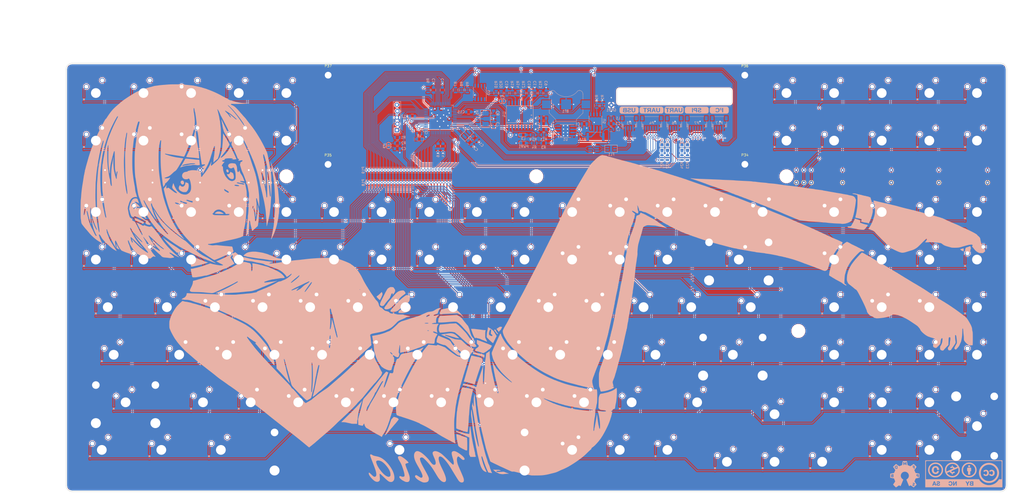
<source format=kicad_pcb>
(kicad_pcb (version 4) (host pcbnew 4.0.5+dfsg1-4)
  (layers (0 F.Cu signal) (31 B.Cu signal) (34 B.Paste user) (35 F.Paste user) (36 B.SilkS user) (37 F.SilkS user) (38 B.Mask user) (39 F.Mask user) (44 Edge.Cuts user))
  (net 0 "")
  (net 1 GND)
  (net 2 +5V)
  (net 3 "Net-(C3-Pad1)")
  (net 4 +3V3)
  (net 5 "Net-(C11-Pad1)")
  (net 6 "Net-(D3-Pad1)")
  (net 7 ROW0)
  (net 8 "Net-(D4-Pad1)")
  (net 9 ROW1)
  (net 10 "Net-(D5-Pad1)")
  (net 11 ROW2)
  (net 12 "Net-(D6-Pad1)")
  (net 13 ROW3)
  (net 14 "Net-(D7-Pad1)")
  (net 15 ROW4)
  (net 16 "Net-(D8-Pad1)")
  (net 17 ROW5)
  (net 18 "Net-(D9-Pad1)")
  (net 19 ROW6)
  (net 20 "Net-(D10-Pad1)")
  (net 21 ROW7)
  (net 22 "Net-(D11-Pad1)")
  (net 23 "Net-(D12-Pad1)")
  (net 24 "Net-(D13-Pad1)")
  (net 25 "Net-(D14-Pad1)")
  (net 26 "Net-(D15-Pad1)")
  (net 27 "Net-(D16-Pad1)")
  (net 28 "Net-(D17-Pad1)")
  (net 29 "Net-(D18-Pad1)")
  (net 30 "Net-(D19-Pad1)")
  (net 31 "Net-(D20-Pad1)")
  (net 32 "Net-(D21-Pad1)")
  (net 33 "Net-(D22-Pad1)")
  (net 34 "Net-(D23-Pad1)")
  (net 35 "Net-(D24-Pad1)")
  (net 36 "Net-(D25-Pad1)")
  (net 37 "Net-(D26-Pad1)")
  (net 38 "Net-(D27-Pad1)")
  (net 39 "Net-(D28-Pad1)")
  (net 40 "Net-(D29-Pad1)")
  (net 41 "Net-(D30-Pad1)")
  (net 42 "Net-(D31-Pad1)")
  (net 43 "Net-(D32-Pad1)")
  (net 44 "Net-(D33-Pad1)")
  (net 45 "Net-(D34-Pad1)")
  (net 46 "Net-(D35-Pad1)")
  (net 47 "Net-(D36-Pad1)")
  (net 48 "Net-(D37-Pad1)")
  (net 49 "Net-(D38-Pad1)")
  (net 50 "Net-(D39-Pad1)")
  (net 51 "Net-(D40-Pad1)")
  (net 52 "Net-(D41-Pad1)")
  (net 53 "Net-(D42-Pad1)")
  (net 54 "Net-(D43-Pad1)")
  (net 55 "Net-(D44-Pad1)")
  (net 56 "Net-(D45-Pad1)")
  (net 57 "Net-(D46-Pad1)")
  (net 58 "Net-(D47-Pad1)")
  (net 59 "Net-(D48-Pad1)")
  (net 60 "Net-(D49-Pad1)")
  (net 61 "Net-(D50-Pad1)")
  (net 62 "Net-(D51-Pad1)")
  (net 63 "Net-(D52-Pad1)")
  (net 64 "Net-(D53-Pad1)")
  (net 65 "Net-(D54-Pad1)")
  (net 66 "Net-(D55-Pad1)")
  (net 67 "Net-(D56-Pad1)")
  (net 68 "Net-(D57-Pad1)")
  (net 69 "Net-(D58-Pad1)")
  (net 70 "Net-(D59-Pad1)")
  (net 71 "Net-(D60-Pad1)")
  (net 72 "Net-(D61-Pad1)")
  (net 73 "Net-(D62-Pad1)")
  (net 74 "Net-(D63-Pad1)")
  (net 75 "Net-(D64-Pad1)")
  (net 76 "Net-(D65-Pad1)")
  (net 77 "Net-(D66-Pad1)")
  (net 78 "Net-(D67-Pad1)")
  (net 79 "Net-(D68-Pad1)")
  (net 80 "Net-(D69-Pad1)")
  (net 81 "Net-(D70-Pad1)")
  (net 82 "Net-(D71-Pad1)")
  (net 83 "Net-(D72-Pad1)")
  (net 84 "Net-(D73-Pad1)")
  (net 85 "Net-(D74-Pad1)")
  (net 86 "Net-(D75-Pad1)")
  (net 87 "Net-(D76-Pad1)")
  (net 88 "Net-(D77-Pad1)")
  (net 89 "Net-(D78-Pad1)")
  (net 90 "Net-(D79-Pad1)")
  (net 91 "Net-(D80-Pad1)")
  (net 92 "Net-(D81-Pad1)")
  (net 93 "Net-(D82-Pad1)")
  (net 94 "Net-(D83-Pad1)")
  (net 95 "Net-(D84-Pad1)")
  (net 96 "Net-(D85-Pad1)")
  (net 97 "Net-(D86-Pad1)")
  (net 98 "Net-(D87-Pad1)")
  (net 99 "Net-(D88-Pad1)")
  (net 100 "Net-(D89-Pad1)")
  (net 101 "Net-(D90-Pad1)")
  (net 102 "Net-(D91-Pad1)")
  (net 103 "Net-(D92-Pad1)")
  (net 104 "Net-(D93-Pad1)")
  (net 105 "Net-(D94-Pad1)")
  (net 106 "Net-(D95-Pad1)")
  (net 107 "Net-(D96-Pad1)")
  (net 108 "Net-(D97-Pad1)")
  (net 109 "Net-(D98-Pad1)")
  (net 110 "Net-(D99-Pad1)")
  (net 111 "Net-(D100-Pad1)")
  (net 112 "Net-(D101-Pad1)")
  (net 113 "Net-(D102-Pad1)")
  (net 114 "Net-(D103-Pad1)")
  (net 115 "Net-(D104-Pad1)")
  (net 116 "Net-(D105-Pad1)")
  (net 117 "Net-(D106-Pad1)")
  (net 118 "Net-(D107-Pad1)")
  (net 119 "Net-(D108-Pad1)")
  (net 120 "Net-(D109-Pad1)")
  (net 121 "Net-(D110-Pad1)")
  (net 122 "Net-(D111-Pad1)")
  (net 123 "Net-(D112-Pad1)")
  (net 124 "Net-(D113-Pad1)")
  (net 125 "Net-(D114-Pad1)")
  (net 126 "Net-(D116-Pad1)")
  (net 127 "Net-(D117-Pad1)")
  (net 128 "Net-(D118-Pad1)")
  (net 129 "Net-(D119-Pad1)")
  (net 130 "Net-(D120-Pad1)")
  (net 131 "Net-(D121-Pad1)")
  (net 132 "Net-(D122-Pad1)")
  (net 133 COL00)
  (net 134 COL01)
  (net 135 COL02)
  (net 136 COL03)
  (net 137 COL04)
  (net 138 COL05)
  (net 139 COL06)
  (net 140 COL07)
  (net 141 COL08)
  (net 142 COL09)
  (net 143 COL10)
  (net 144 COL11)
  (net 145 COL12)
  (net 146 COL13)
  (net 147 COL14)
  (net 148 COL15)
  (net 149 COL16)
  (net 150 COL17)
  (net 151 COL18)
  (net 152 "Net-(D1-Pad1)")
  (net 153 "Net-(D2-Pad1)")
  (net 154 OSC2)
  (net 155 OSC1)
  (net 156 "Net-(C14-Pad1)")
  (net 157 USB0_D+)
  (net 158 SDA2)
  (net 159 SCL2)
  (net 160 "Net-(C2-Pad1)")
  (net 161 "Net-(C4-Pad1)")
  (net 162 MCLR)
  (net 163 "Net-(JP3-Pad1)")
  (net 164 USB0_D-)
  (net 165 "Net-(R3-Pad2)")
  (net 166 SPI2-CLK)
  (net 167 SPI2-MISO)
  (net 168 SPI2-MOSI)
  (net 169 SPI2-CS)
  (net 170 UART1RTS)
  (net 171 UART1CTS)
  (net 172 UART1RX)
  (net 173 UART1TX)
  (net 174 UART3TX)
  (net 175 UART3RX)
  (net 176 /1D-)
  (net 177 /1D+)
  (net 178 /2D-)
  (net 179 /2D+)
  (net 180 PGEC3)
  (net 181 PGED3)
  (net 182 "Net-(PWR1-Pad2)")
  (net 183 "Net-(R9-Pad2)")
  (net 184 EEPROM_WRITE_CONTROL)
  (net 185 "Net-(BT1-Pad1)")
  (net 186 "Net-(C9-Pad1)")
  (net 187 "Net-(C10-Pad1)")
  (net 188 BBS)
  (net 189 "Net-(R12-Pad2)")
  (net 190 "Net-(R17-Pad2)")
  (net 191 "Net-(R18-Pad2)")
  (net 192 "Net-(U3-Pad1)")
  (net 193 "Net-(U3-Pad2)")
  (net 194 "Net-(U4-Pad3)")
  (net 195 "Net-(U4-Pad13)")
  (net 196 "Net-(U4-Pad6)")
  (net 197 "Net-(U4-Pad9)")
  (net 198 SOSCI)
  (net 199 SOSCO)
  (net 200 "Net-(D127-Pad5)")
  (net 201 "Net-(L1-Pad2)")
  (net 202 "Net-(L3-Pad2)")
  (net 203 RTC_CLK)
  (net 204 POWERFAIL)
  (net 205 "Net-(L4-Pad2)")
  (net 206 "Net-(L5-Pad2)")
  (net 207 "Net-(L6-Pad2)")
  (net 208 "Net-(L7-Pad2)")
  (net 209 "Net-(JP1-Pad2)")
  (net 210 "Net-(L8-Pad2)")
  (net 211 "Net-(R25-Pad1)")
  (module Mounting_Holes:MountingHole_2.7mm_M2.5_Pad (layer F.Cu) (at 126.20678 85.72536)
    (fp_text reference P35 (at 0 -3.7) (layer F.SilkS))
    (fp_text value CONN_01X01)
    (pad 1 thru_hole circle (at 0 0) (size 5.4 5.4) (drill 2.7) (layers *.Cu *.Mask) (net 1 GND))
  )
  (module myparts:SW_SOCKET_COMBINED_T (layer F.Cu) (at 71.4378 76.20112)
    (fp_text reference S18 hide)
    (fp_text value SW hide)
    (pad 3 thru_hole circle (at 0 0) (size 4.5 4.5) (drill 3.9) (layers *.Cu) (net 1 GND) (clearance 0.1397))
    (pad 1 thru_hole circle (at -3.81 -2.54) (size 2 2) (drill 1.5) (layers *.Cu *.Mask) (net 29 "Net-(D18-Pad1)") (clearance 0.1397))
    (pad 2 thru_hole circle (at 2.54 -5.08) (size 2 2) (drill 1.5) (layers *.Cu *.Mask) (net 135 COL02) (clearance 0.1397))
  )
  (module Pin_Headers:Pin_Header_Straight_1x27_Pitch1.27mm (layer B.Cu) (at 142 93 270)
    (fp_text reference P18 (at 0 1.695 270) (layer B.SilkS) (effects (justify mirror)))
    (fp_text value CONN_01X27)
    (pad 1 thru_hole rect (at 0 0 270) (size 1 1) (drill 0.65) (layers *.Cu *.Mask) (net 133 COL00))
    (pad 2 thru_hole oval (at 0 -1.27 270) (size 1 1) (drill 0.65) (layers *.Cu *.Mask) (net 134 COL01))
    (pad 3 thru_hole oval (at 0 -2.54 270) (size 1 1) (drill 0.65) (layers *.Cu *.Mask) (net 135 COL02))
    (pad 4 thru_hole oval (at 0 -3.81 270) (size 1 1) (drill 0.65) (layers *.Cu *.Mask) (net 136 COL03))
    (pad 5 thru_hole oval (at 0 -5.08 270) (size 1 1) (drill 0.65) (layers *.Cu *.Mask) (net 137 COL04))
    (pad 6 thru_hole oval (at 0 -6.35 270) (size 1 1) (drill 0.65) (layers *.Cu *.Mask) (net 138 COL05))
    (pad 7 thru_hole oval (at 0 -7.62 270) (size 1 1) (drill 0.65) (layers *.Cu *.Mask) (net 139 COL06))
    (pad 8 thru_hole oval (at 0 -8.89 270) (size 1 1) (drill 0.65) (layers *.Cu *.Mask) (net 140 COL07))
    (pad 9 thru_hole oval (at 0 -10.16 270) (size 1 1) (drill 0.65) (layers *.Cu *.Mask) (net 141 COL08))
    (pad 10 thru_hole oval (at 0 -11.43 270) (size 1 1) (drill 0.65) (layers *.Cu *.Mask) (net 142 COL09))
    (pad 11 thru_hole oval (at 0 -12.7 270) (size 1 1) (drill 0.65) (layers *.Cu *.Mask) (net 143 COL10))
    (pad 12 thru_hole oval (at 0 -13.97 270) (size 1 1) (drill 0.65) (layers *.Cu *.Mask) (net 144 COL11))
    (pad 13 thru_hole oval (at 0 -15.24 270) (size 1 1) (drill 0.65) (layers *.Cu *.Mask) (net 145 COL12))
    (pad 14 thru_hole oval (at 0 -16.51 270) (size 1 1) (drill 0.65) (layers *.Cu *.Mask) (net 146 COL13))
    (pad 15 thru_hole oval (at 0 -17.78 270) (size 1 1) (drill 0.65) (layers *.Cu *.Mask) (net 147 COL14))
    (pad 16 thru_hole oval (at 0 -19.05 270) (size 1 1) (drill 0.65) (layers *.Cu *.Mask) (net 148 COL15))
    (pad 17 thru_hole oval (at 0 -20.32 270) (size 1 1) (drill 0.65) (layers *.Cu *.Mask) (net 149 COL16))
    (pad 18 thru_hole oval (at 0 -21.59 270) (size 1 1) (drill 0.65) (layers *.Cu *.Mask) (net 150 COL17))
    (pad 19 thru_hole oval (at 0 -22.86 270) (size 1 1) (drill 0.65) (layers *.Cu *.Mask) (net 151 COL18))
    (pad 20 thru_hole oval (at 0 -24.13 270) (size 1 1) (drill 0.65) (layers *.Cu *.Mask) (net 11 ROW2))
    (pad 21 thru_hole oval (at 0 -25.4 270) (size 1 1) (drill 0.65) (layers *.Cu *.Mask) (net 13 ROW3))
    (pad 22 thru_hole oval (at 0 -26.67 270) (size 1 1) (drill 0.65) (layers *.Cu *.Mask) (net 15 ROW4))
    (pad 23 thru_hole oval (at 0 -27.94 270) (size 1 1) (drill 0.65) (layers *.Cu *.Mask) (net 17 ROW5))
    (pad 24 thru_hole oval (at 0 -29.21 270) (size 1 1) (drill 0.65) (layers *.Cu *.Mask) (net 19 ROW6))
    (pad 25 thru_hole oval (at 0 -30.48 270) (size 1 1) (drill 0.65) (layers *.Cu *.Mask) (net 21 ROW7))
    (pad 26 thru_hole oval (at 0 -31.75 270) (size 1 1) (drill 0.65) (layers *.Cu *.Mask) (net 7 ROW0))
    (pad 27 thru_hole oval (at 0 -33.02 270) (size 1 1) (drill 0.65) (layers *.Cu *.Mask) (net 9 ROW1))
  )
  (module Housings_SOIC:SOIC-8_3.9x4.9mm_Pitch1.27mm (layer B.Cu) (at 186.92811 56.94063 90)
    (fp_text reference U3 (at 0 3.5 90) (layer B.SilkS) (effects (justify mirror)))
    (fp_text value M24M02-DR)
    (pad 1 smd rect (at -2.7 1.905 90) (size 1.55 0.6) (layers B.Cu B.Paste B.Mask) (net 192 "Net-(U3-Pad1)"))
    (pad 2 smd rect (at -2.7 0.635 90) (size 1.55 0.6) (layers B.Cu B.Paste B.Mask) (net 193 "Net-(U3-Pad2)"))
    (pad 3 smd rect (at -2.7 -0.635 90) (size 1.55 0.6) (layers B.Cu B.Paste B.Mask) (net 183 "Net-(R9-Pad2)"))
    (pad 4 smd rect (at -2.7 -1.905 90) (size 1.55 0.6) (layers B.Cu B.Paste B.Mask) (net 1 GND))
    (pad 5 smd rect (at 2.7 -1.905 90) (size 1.55 0.6) (layers B.Cu B.Paste B.Mask) (net 158 SDA2))
    (pad 6 smd rect (at 2.7 -0.635 90) (size 1.55 0.6) (layers B.Cu B.Paste B.Mask) (net 159 SCL2))
    (pad 7 smd rect (at 2.7 0.635 90) (size 1.55 0.6) (layers B.Cu B.Paste B.Mask) (net 184 EEPROM_WRITE_CONTROL))
    (pad 8 smd rect (at 2.7 1.905 90) (size 1.55 0.6) (layers B.Cu B.Paste B.Mask) (net 4 +3V3))
  )
  (module jumper:SOLDER-JUMPER_1-WAY (layer B.Cu) (at 150.42811 78.19063 270)
    (fp_text reference JP3 (at 0 1.75 270) (layer B.SilkS) (effects (font (size 0.762 0.762) (thickness 0.1524)) (justify mirror)))
    (fp_text value Jumper_NO_Small hide)
    (pad 1 smd rect (at -0.65 0 270) (size 1 1) (layers B.Cu B.Paste B.Mask) (net 163 "Net-(JP3-Pad1)"))
    (pad 2 smd rect (at 0.65 0 270) (size 1 1) (layers B.Cu B.Paste B.Mask) (net 160 "Net-(C2-Pad1)"))
  )
  (module myparts:SW_SOCKET_COMBINED_T (layer F.Cu) (at 104.77544 161.92568)
    (fp_text reference S30 hide)
    (fp_text value SW hide)
    (pad 3 thru_hole circle (at 0 0) (size 4.5 4.5) (drill 3.9) (layers *.Cu) (net 1 GND) (clearance 0.1397))
    (pad 1 thru_hole circle (at -3.81 -2.54) (size 2 2) (drill 1.5) (layers *.Cu *.Mask) (net 41 "Net-(D30-Pad1)") (clearance 0.1397))
    (pad 2 thru_hole circle (at 2.54 -5.08) (size 2 2) (drill 1.5) (layers *.Cu *.Mask) (net 136 COL03) (clearance 0.1397))
  )
  (module Capacitors_SMD:C_0805 (layer B.Cu) (at 228.67811 69.44063)
    (fp_text reference C1 (at -2.6 0.15) (layer B.SilkS) (effects (justify mirror)))
    (fp_text value 2.2uF)
    (pad 1 smd rect (at -1 0) (size 1 1.25) (layers B.Cu B.Paste B.Mask) (net 2 +5V))
    (pad 2 smd rect (at 1 0) (size 1 1.25) (layers B.Cu B.Paste B.Mask) (net 1 GND))
  )
  (module Capacitors_SMD:C_0805 (layer B.Cu) (at 153.92811 79.44063)
    (fp_text reference C2 (at 2.5 0) (layer B.SilkS) (effects (justify mirror)))
    (fp_text value 0.1uF)
    (pad 1 smd rect (at -1 0) (size 1 1.25) (layers B.Cu B.Paste B.Mask) (net 160 "Net-(C2-Pad1)"))
    (pad 2 smd rect (at 1 0) (size 1 1.25) (layers B.Cu B.Paste B.Mask) (net 1 GND))
  )
  (module Capacitors_SMD:C_0805 (layer B.Cu) (at 239.42811 69.44063)
    (fp_text reference C3 (at 2.75 -0.01276) (layer B.SilkS) (effects (justify mirror)))
    (fp_text value "630nF 16V")
    (pad 1 smd rect (at -1 0) (size 1 1.25) (layers B.Cu B.Paste B.Mask) (net 3 "Net-(C3-Pad1)"))
    (pad 2 smd rect (at 1 0) (size 1 1.25) (layers B.Cu B.Paste B.Mask) (net 1 GND))
  )
  (module Capacitors_SMD:C_0805 (layer B.Cu) (at 212.42811 71.69063 180)
    (fp_text reference C4 (at 2.7 0 180) (layer B.SilkS) (effects (justify mirror)))
    (fp_text value 0.1uF)
    (pad 1 smd rect (at -1 0 180) (size 1 1.25) (layers B.Cu B.Paste B.Mask) (net 161 "Net-(C4-Pad1)"))
    (pad 2 smd rect (at 1 0 180) (size 1 1.25) (layers B.Cu B.Paste B.Mask) (net 1 GND))
  )
  (module Capacitors_SMD:C_0805 (layer B.Cu) (at 212.42811 67.19063 180)
    (fp_text reference C5 (at 2.5 0 360) (layer B.SilkS) (effects (justify mirror)))
    (fp_text value 2.2uF)
    (pad 1 smd rect (at -1 0 180) (size 1 1.25) (layers B.Cu B.Paste B.Mask) (net 4 +3V3))
    (pad 2 smd rect (at 1 0 180) (size 1 1.25) (layers B.Cu B.Paste B.Mask) (net 1 GND))
  )
  (module Capacitors_SMD:C_0805 (layer B.Cu) (at 212.42811 69.44063 180)
    (fp_text reference C6 (at 2.5 0 180) (layer B.SilkS) (effects (justify mirror)))
    (fp_text value 0.1uF)
    (pad 1 smd rect (at -1 0 180) (size 1 1.25) (layers B.Cu B.Paste B.Mask) (net 4 +3V3))
    (pad 2 smd rect (at 1 0 180) (size 1 1.25) (layers B.Cu B.Paste B.Mask) (net 1 GND))
  )
  (module Capacitors_SMD:C_0805 (layer B.Cu) (at 192.42811 69.69063 90)
    (fp_text reference C7 (at 0 1.75 90) (layer B.SilkS) (effects (justify mirror)))
    (fp_text value 18pF)
    (pad 1 smd rect (at -1 0 90) (size 1 1.25) (layers B.Cu B.Paste B.Mask) (net 154 OSC2))
    (pad 2 smd rect (at 1 0 90) (size 1 1.25) (layers B.Cu B.Paste B.Mask) (net 1 GND))
  )
  (module Capacitors_SMD:C_0805 (layer B.Cu) (at 192.42811 65.19063 270)
    (fp_text reference C8 (at 0 -1.75 270) (layer B.SilkS) (effects (justify mirror)))
    (fp_text value 18pF)
    (pad 1 smd rect (at -1 0 270) (size 1 1.25) (layers B.Cu B.Paste B.Mask) (net 155 OSC1))
    (pad 2 smd rect (at 1 0 270) (size 1 1.25) (layers B.Cu B.Paste B.Mask) (net 1 GND))
  )
  (module Capacitors_SMD:C_0805 (layer B.Cu) (at 168.42811 55.94063 90)
    (fp_text reference C11 (at 3.25 0 90) (layer B.SilkS) (effects (justify mirror)))
    (fp_text value 0.1uF)
    (pad 1 smd rect (at -1 0 90) (size 1 1.25) (layers B.Cu B.Paste B.Mask) (net 5 "Net-(C11-Pad1)"))
    (pad 2 smd rect (at 1 0 90) (size 1 1.25) (layers B.Cu B.Paste B.Mask) (net 1 GND))
  )
  (module Capacitors_SMD:C_0805 (layer B.Cu) (at 159.92811 66.44063 180)
    (fp_text reference C12 (at 3 0 180) (layer B.SilkS) (effects (justify mirror)))
    (fp_text value 0.1uF)
    (pad 1 smd rect (at -1 0 180) (size 1 1.25) (layers B.Cu B.Paste B.Mask) (net 4 +3V3))
    (pad 2 smd rect (at 1 0 180) (size 1 1.25) (layers B.Cu B.Paste B.Mask) (net 1 GND))
  )
  (module Capacitors_SMD:C_0805 (layer B.Cu) (at 171.92811 55.94063 90)
    (fp_text reference C13 (at 3.25 0 90) (layer B.SilkS) (effects (justify mirror)))
    (fp_text value 0.1uF)
    (pad 1 smd rect (at -1 0 90) (size 1 1.25) (layers B.Cu B.Paste B.Mask) (net 4 +3V3))
    (pad 2 smd rect (at 1 0 90) (size 1 1.25) (layers B.Cu B.Paste B.Mask) (net 1 GND))
  )
  (module Capacitors_SMD:C_0805 (layer B.Cu) (at 172.17811 78.44063 270)
    (fp_text reference C14 (at 3 -0.03724 270) (layer B.SilkS) (effects (justify mirror)))
    (fp_text value 10uF)
    (pad 1 smd rect (at -1 0 270) (size 1 1.25) (layers B.Cu B.Paste B.Mask) (net 156 "Net-(C14-Pad1)"))
    (pad 2 smd rect (at 1 0 270) (size 1 1.25) (layers B.Cu B.Paste B.Mask) (net 1 GND))
  )
  (module Capacitors_SMD:C_0805 (layer B.Cu) (at 182.42811 64.69063 180)
    (fp_text reference C15 (at 3 0 180) (layer B.SilkS) (effects (justify mirror)))
    (fp_text value 0.1uF)
    (pad 1 smd rect (at -1 0 180) (size 1 1.25) (layers B.Cu B.Paste B.Mask) (net 1 GND))
    (pad 2 smd rect (at 1 0 180) (size 1 1.25) (layers B.Cu B.Paste B.Mask) (net 4 +3V3))
  )
  (module Capacitors_SMD:C_0805 (layer B.Cu) (at 170.17811 78.44063 270)
    (fp_text reference C16 (at 3 0.01276 270) (layer B.SilkS) (effects (justify mirror)))
    (fp_text value 0.1uF)
    (pad 1 smd rect (at -1 0 270) (size 1 1.25) (layers B.Cu B.Paste B.Mask) (net 4 +3V3))
    (pad 2 smd rect (at 1 0 270) (size 1 1.25) (layers B.Cu B.Paste B.Mask) (net 1 GND))
  )
  (module Inductors_SMD:L_0805 (layer B.Cu) (at 239.42811 67.19063)
    (fp_text reference L1 (at 2.75 0.01276) (layer B.SilkS) (effects (justify mirror)))
    (fp_text value "1.5A 600Ohms@100Mhz")
    (pad 1 smd rect (at -0.95 0) (size 0.7 1.3) (layers B.Cu B.Paste B.Mask) (net 3 "Net-(C3-Pad1)"))
    (pad 2 smd rect (at 0.95 0) (size 0.7 1.3) (layers B.Cu B.Paste B.Mask) (net 201 "Net-(L1-Pad2)"))
  )
  (module Inductors_SMD:L_0805 (layer B.Cu) (at 239.42811 71.69063)
    (fp_text reference L2 (at 2.75 0.1) (layer B.SilkS) (effects (justify mirror)))
    (fp_text value "1.5A 600Ohms@100Mhz")
    (pad 1 smd rect (at -0.95 0) (size 0.7 1.3) (layers B.Cu B.Paste B.Mask) (net 200 "Net-(D127-Pad5)"))
    (pad 2 smd rect (at 0.95 0) (size 0.7 1.3) (layers B.Cu B.Paste B.Mask) (net 3 "Net-(C3-Pad1)"))
  )
  (module Resistors_SMD:R_0805 (layer B.Cu) (at 166.17811 55.94063 90)
    (fp_text reference R6 (at 3.75 0 90) (layer B.SilkS) (effects (justify mirror)))
    (fp_text value 10R)
    (pad 1 smd rect (at -0.95 0 90) (size 0.7 1.3) (layers B.Cu B.Paste B.Mask) (net 5 "Net-(C11-Pad1)"))
    (pad 2 smd rect (at 0.95 0 90) (size 0.7 1.3) (layers B.Cu B.Paste B.Mask) (net 4 +3V3))
  )
  (module Resistors_SMD:R_0805 (layer B.Cu) (at 177.17811 55.94063 270)
    (fp_text reference R7 (at -2.45 -0.1 270) (layer B.SilkS) (effects (justify mirror)))
    (fp_text value 4.7k)
    (pad 1 smd rect (at -0.95 0 270) (size 0.7 1.3) (layers B.Cu B.Paste B.Mask) (net 158 SDA2))
    (pad 2 smd rect (at 0.95 0 270) (size 0.7 1.3) (layers B.Cu B.Paste B.Mask) (net 4 +3V3))
  )
  (module Resistors_SMD:R_0805 (layer B.Cu) (at 179.6 55.94063 270)
    (fp_text reference R8 (at -2.45 0 270) (layer B.SilkS) (effects (justify mirror)))
    (fp_text value 4.7k)
    (pad 1 smd rect (at -0.95 0 270) (size 0.7 1.3) (layers B.Cu B.Paste B.Mask) (net 159 SCL2))
    (pad 2 smd rect (at 0.95 0 270) (size 0.7 1.3) (layers B.Cu B.Paste B.Mask) (net 4 +3V3))
  )
  (module myparts:SW_SOCKET_COMBINED_T (layer F.Cu) (at 385.7628 76.20112)
    (fp_text reference S117 hide)
    (fp_text value SW hide)
    (pad 3 thru_hole circle (at 0 0) (size 4.5 4.5) (drill 3.9) (layers *.Cu) (net 1 GND) (clearance 0.1397))
    (pad 1 thru_hole circle (at -3.81 -2.54) (size 2 2) (drill 1.5) (layers *.Cu *.Mask) (net 127 "Net-(D117-Pad1)") (clearance 0.1397))
    (pad 2 thru_hole circle (at 2.54 -5.08) (size 2 2) (drill 1.5) (layers *.Cu *.Mask) (net 151 COL18) (clearance 0.1397))
  )
  (module myparts:SW_SOCKET_COMBINED_T (layer F.Cu) (at 285.7503 204.78862)
    (fp_text reference S85 hide)
    (fp_text value SW hide)
    (pad 3 thru_hole circle (at 0 0) (size 4.5 4.5) (drill 3.9) (layers *.Cu) (net 1 GND) (clearance 0.1397))
    (pad 1 thru_hole circle (at -3.81 -2.54) (size 2 2) (drill 1.5) (layers *.Cu *.Mask) (net 96 "Net-(D85-Pad1)") (clearance 0.1397))
    (pad 2 thru_hole circle (at 2.54 -5.08) (size 2 2) (drill 1.5) (layers *.Cu *.Mask) (net 146 COL13) (clearance 0.1397))
  )
  (module myparts:SW_SOCKET_COMBINED_T (layer F.Cu) (at 288.13155 161.92612)
    (fp_text reference S84 hide)
    (fp_text value SW hide)
    (pad 3 thru_hole circle (at 0 0) (size 4.5 4.5) (drill 3.9) (layers *.Cu) (net 1 GND) (clearance 0.1397))
    (pad 1 thru_hole circle (at -3.81 -2.54) (size 2 2) (drill 1.5) (layers *.Cu *.Mask) (net 95 "Net-(D84-Pad1)") (clearance 0.1397))
    (pad 2 thru_hole circle (at 2.54 -5.08) (size 2 2) (drill 1.5) (layers *.Cu *.Mask) (net 146 COL13) (clearance 0.1397))
  )
  (module myparts:SW_SOCKET_COMBINED_T (layer F.Cu) (at 204.7878 104.77612)
    (fp_text reference S59 hide)
    (fp_text value SW hide)
    (pad 3 thru_hole circle (at 0 0) (size 4.5 4.5) (drill 3.9) (layers *.Cu) (net 1 GND) (clearance 0.1397))
    (pad 1 thru_hole circle (at -3.81 -2.54) (size 2 2) (drill 1.5) (layers *.Cu *.Mask) (net 70 "Net-(D59-Pad1)") (clearance 0.1397))
    (pad 2 thru_hole circle (at 2.54 -5.08) (size 2 2) (drill 1.5) (layers *.Cu *.Mask) (net 142 COL09) (clearance 0.1397))
  )
  (module myparts:SW_SOCKET_COMBINED_T (layer F.Cu) (at 309.5628 76.20112)
    (fp_text reference S87 hide)
    (fp_text value SW hide)
    (pad 3 thru_hole circle (at 0 0) (size 4.5 4.5) (drill 3.9) (layers *.Cu) (net 1 GND) (clearance 0.1397))
    (pad 1 thru_hole circle (at -3.81 -2.54) (size 2 2) (drill 1.5) (layers *.Cu *.Mask) (net 98 "Net-(D87-Pad1)") (clearance 0.1397))
    (pad 2 thru_hole circle (at 2.54 -5.08) (size 2 2) (drill 1.5) (layers *.Cu *.Mask) (net 147 COL14) (clearance 0.1397))
  )
  (module myparts:SW_SOCKET_COMBINED_T (layer F.Cu) (at 309.5628 57.15112)
    (fp_text reference S86 hide)
    (fp_text value SW hide)
    (pad 3 thru_hole circle (at 0 0) (size 4.5 4.5) (drill 3.9) (layers *.Cu) (net 1 GND) (clearance 0.1397))
    (pad 1 thru_hole circle (at -3.81 -2.54) (size 2 2) (drill 1.5) (layers *.Cu *.Mask) (net 97 "Net-(D86-Pad1)") (clearance 0.1397))
    (pad 2 thru_hole circle (at 2.54 -5.08) (size 2 2) (drill 1.5) (layers *.Cu *.Mask) (net 147 COL14) (clearance 0.1397))
  )
  (module myparts:SW_SOCKET_COMBINED_T (layer F.Cu) (at 290.5128 123.82612)
    (fp_text reference S82 hide)
    (fp_text value SW hide)
    (pad 3 thru_hole circle (at 0 0) (size 4.5 4.5) (drill 3.9) (layers *.Cu) (net 1 GND) (clearance 0.1397))
    (pad 1 thru_hole circle (at -3.81 -2.54) (size 2 2) (drill 1.5) (layers *.Cu *.Mask) (net 93 "Net-(D82-Pad1)") (clearance 0.1397))
    (pad 2 thru_hole circle (at 2.54 -5.08) (size 2 2) (drill 1.5) (layers *.Cu *.Mask) (net 146 COL13) (clearance 0.1397))
  )
  (module myparts:SW_SOCKET_COMBINED_T (layer F.Cu) (at 223.8378 123.82612)
    (fp_text reference S65 hide)
    (fp_text value SW hide)
    (pad 3 thru_hole circle (at 0 0) (size 4.5 4.5) (drill 3.9) (layers *.Cu) (net 1 GND) (clearance 0.1397))
    (pad 1 thru_hole circle (at -3.81 -2.54) (size 2 2) (drill 1.5) (layers *.Cu *.Mask) (net 76 "Net-(D65-Pad1)") (clearance 0.1397))
    (pad 2 thru_hole circle (at 2.54 -5.08) (size 2 2) (drill 1.5) (layers *.Cu *.Mask) (net 143 COL10) (clearance 0.1397))
  )
  (module myparts:SW_SOCKET_COMBINED_T (layer F.Cu) (at 385.7628 190.50112)
    (fp_text reference S122 hide)
    (fp_text value SW hide)
    (pad 3 thru_hole circle (at 0 0) (size 4.5 4.5) (drill 3.9) (layers *.Cu) (net 1 GND) (clearance 0.1397))
    (pad 1 thru_hole circle (at -3.81 -2.54) (size 2 2) (drill 1.5) (layers *.Cu *.Mask) (net 132 "Net-(D122-Pad1)") (clearance 0.1397))
    (pad 2 thru_hole circle (at 2.54 -5.08) (size 2 2) (drill 1.5) (layers *.Cu *.Mask) (net 151 COL18) (clearance 0.1397))
  )
  (module myparts:SW_SOCKET_COMBINED_T (layer F.Cu) (at 385.7628 161.92612)
    (fp_text reference S121 hide)
    (fp_text value SW hide)
    (pad 3 thru_hole circle (at 0 0) (size 4.5 4.5) (drill 3.9) (layers *.Cu) (net 1 GND) (clearance 0.1397))
    (pad 1 thru_hole circle (at -3.81 -2.54) (size 2 2) (drill 1.5) (layers *.Cu *.Mask) (net 131 "Net-(D121-Pad1)") (clearance 0.1397))
    (pad 2 thru_hole circle (at 2.54 -5.08) (size 2 2) (drill 1.5) (layers *.Cu *.Mask) (net 151 COL18) (clearance 0.1397))
  )
  (module myparts:SW_SOCKET_COMBINED_T (layer F.Cu) (at 385.7628 142.87612)
    (fp_text reference S120 hide)
    (fp_text value SW hide)
    (pad 3 thru_hole circle (at 0 0) (size 4.5 4.5) (drill 3.9) (layers *.Cu) (net 1 GND) (clearance 0.1397))
    (pad 1 thru_hole circle (at -3.81 -2.54) (size 2 2) (drill 1.5) (layers *.Cu *.Mask) (net 130 "Net-(D120-Pad1)") (clearance 0.1397))
    (pad 2 thru_hole circle (at 2.54 -5.08) (size 2 2) (drill 1.5) (layers *.Cu *.Mask) (net 151 COL18) (clearance 0.1397))
  )
  (module myparts:SW_SOCKET_COMBINED_T (layer F.Cu) (at 385.7628 123.82612)
    (fp_text reference S119 hide)
    (fp_text value SW hide)
    (pad 3 thru_hole circle (at 0 0) (size 4.5 4.5) (drill 3.9) (layers *.Cu) (net 1 GND) (clearance 0.1397))
    (pad 1 thru_hole circle (at -3.81 -2.54) (size 2 2) (drill 1.5) (layers *.Cu *.Mask) (net 129 "Net-(D119-Pad1)") (clearance 0.1397))
    (pad 2 thru_hole circle (at 2.54 -5.08) (size 2 2) (drill 1.5) (layers *.Cu *.Mask) (net 151 COL18) (clearance 0.1397))
  )
  (module myparts:SW_SOCKET_COMBINED_T (layer F.Cu) (at 385.7628 104.77612)
    (fp_text reference S118 hide)
    (fp_text value SW hide)
    (pad 3 thru_hole circle (at 0 0) (size 4.5 4.5) (drill 3.9) (layers *.Cu) (net 1 GND) (clearance 0.1397))
    (pad 1 thru_hole circle (at -3.81 -2.54) (size 2 2) (drill 1.5) (layers *.Cu *.Mask) (net 128 "Net-(D118-Pad1)") (clearance 0.1397))
    (pad 2 thru_hole circle (at 2.54 -5.08) (size 2 2) (drill 1.5) (layers *.Cu *.Mask) (net 151 COL18) (clearance 0.1397))
  )
  (module myparts:SW_SOCKET_COMBINED_T (layer F.Cu) (at 366.7328 200.02612)
    (fp_text reference S114 hide)
    (fp_text value SW hide)
    (pad 3 thru_hole circle (at 0 0) (size 4.5 4.5) (drill 3.9) (layers *.Cu) (net 1 GND) (clearance 0.1397))
    (pad 1 thru_hole circle (at -3.81 -2.54) (size 2 2) (drill 1.5) (layers *.Cu *.Mask) (net 125 "Net-(D114-Pad1)") (clearance 0.1397))
    (pad 2 thru_hole circle (at 2.54 -5.08) (size 2 2) (drill 1.5) (layers *.Cu *.Mask) (net 150 COL17) (clearance 0.1397))
  )
  (module myparts:SW_SOCKET_COMBINED_T (layer F.Cu) (at 366.7128 180.97612)
    (fp_text reference S113 hide)
    (fp_text value SW hide)
    (pad 3 thru_hole circle (at 0 0) (size 4.5 4.5) (drill 3.9) (layers *.Cu) (net 1 GND) (clearance 0.1397))
    (pad 1 thru_hole circle (at -3.81 -2.54) (size 2 2) (drill 1.5) (layers *.Cu *.Mask) (net 124 "Net-(D113-Pad1)") (clearance 0.1397))
    (pad 2 thru_hole circle (at 2.54 -5.08) (size 2 2) (drill 1.5) (layers *.Cu *.Mask) (net 150 COL17) (clearance 0.1397))
  )
  (module myparts:SW_SOCKET_COMBINED_T (layer F.Cu) (at 366.7128 161.92612)
    (fp_text reference S112 hide)
    (fp_text value SW hide)
    (pad 3 thru_hole circle (at 0 0) (size 4.5 4.5) (drill 3.9) (layers *.Cu) (net 1 GND) (clearance 0.1397))
    (pad 1 thru_hole circle (at -3.81 -2.54) (size 2 2) (drill 1.5) (layers *.Cu *.Mask) (net 123 "Net-(D112-Pad1)") (clearance 0.1397))
    (pad 2 thru_hole circle (at 2.54 -5.08) (size 2 2) (drill 1.5) (layers *.Cu *.Mask) (net 150 COL17) (clearance 0.1397))
  )
  (module myparts:SW_SOCKET_COMBINED_T (layer F.Cu) (at 366.7128 142.87612)
    (fp_text reference S111 hide)
    (fp_text value SW hide)
    (pad 3 thru_hole circle (at 0 0) (size 4.5 4.5) (drill 3.9) (layers *.Cu) (net 1 GND) (clearance 0.1397))
    (pad 1 thru_hole circle (at -3.81 -2.54) (size 2 2) (drill 1.5) (layers *.Cu *.Mask) (net 122 "Net-(D111-Pad1)") (clearance 0.1397))
    (pad 2 thru_hole circle (at 2.54 -5.08) (size 2 2) (drill 1.5) (layers *.Cu *.Mask) (net 150 COL17) (clearance 0.1397))
  )
  (module myparts:SW_SOCKET_COMBINED_T (layer F.Cu) (at 366.7128 123.82612)
    (fp_text reference S110 hide)
    (fp_text value SW hide)
    (pad 3 thru_hole circle (at 0 0) (size 4.5 4.5) (drill 3.9) (layers *.Cu) (net 1 GND) (clearance 0.1397))
    (pad 1 thru_hole circle (at -3.81 -2.54) (size 2 2) (drill 1.5) (layers *.Cu *.Mask) (net 121 "Net-(D110-Pad1)") (clearance 0.1397))
    (pad 2 thru_hole circle (at 2.54 -5.08) (size 2 2) (drill 1.5) (layers *.Cu *.Mask) (net 150 COL17) (clearance 0.1397))
  )
  (module myparts:SW_SOCKET_COMBINED_T (layer F.Cu) (at 366.7128 104.77612)
    (fp_text reference S109 hide)
    (fp_text value SW hide)
    (pad 3 thru_hole circle (at 0 0) (size 4.5 4.5) (drill 3.9) (layers *.Cu) (net 1 GND) (clearance 0.1397))
    (pad 1 thru_hole circle (at -3.81 -2.54) (size 2 2) (drill 1.5) (layers *.Cu *.Mask) (net 120 "Net-(D109-Pad1)") (clearance 0.1397))
    (pad 2 thru_hole circle (at 2.54 -5.08) (size 2 2) (drill 1.5) (layers *.Cu *.Mask) (net 150 COL17) (clearance 0.1397))
  )
  (module myparts:SW_SOCKET_COMBINED_T (layer F.Cu) (at 366.7128 76.20112)
    (fp_text reference S108 hide)
    (fp_text value SW hide)
    (pad 3 thru_hole circle (at 0 0) (size 4.5 4.5) (drill 3.9) (layers *.Cu) (net 1 GND) (clearance 0.1397))
    (pad 1 thru_hole circle (at -3.81 -2.54) (size 2 2) (drill 1.5) (layers *.Cu *.Mask) (net 119 "Net-(D108-Pad1)") (clearance 0.1397))
    (pad 2 thru_hole circle (at 2.54 -5.08) (size 2 2) (drill 1.5) (layers *.Cu *.Mask) (net 150 COL17) (clearance 0.1397))
  )
  (module myparts:SW_SOCKET_COMBINED_T (layer F.Cu) (at 366.7128 57.15112)
    (fp_text reference S107 hide)
    (fp_text value SW hide)
    (pad 3 thru_hole circle (at 0 0) (size 4.5 4.5) (drill 3.9) (layers *.Cu) (net 1 GND) (clearance 0.1397))
    (pad 1 thru_hole circle (at -3.81 -2.54) (size 2 2) (drill 1.5) (layers *.Cu *.Mask) (net 118 "Net-(D107-Pad1)") (clearance 0.1397))
    (pad 2 thru_hole circle (at 2.54 -5.08) (size 2 2) (drill 1.5) (layers *.Cu *.Mask) (net 150 COL17) (clearance 0.1397))
  )
  (module myparts:SW_SOCKET_COMBINED_T (layer F.Cu) (at 347.6628 200.02612)
    (fp_text reference S106 hide)
    (fp_text value SW hide)
    (pad 3 thru_hole circle (at 0 0) (size 4.5 4.5) (drill 3.9) (layers *.Cu) (net 1 GND) (clearance 0.1397))
    (pad 1 thru_hole circle (at -3.81 -2.54) (size 2 2) (drill 1.5) (layers *.Cu *.Mask) (net 117 "Net-(D106-Pad1)") (clearance 0.1397))
    (pad 2 thru_hole circle (at 2.54 -5.08) (size 2 2) (drill 1.5) (layers *.Cu *.Mask) (net 149 COL16) (clearance 0.1397))
  )
  (module myparts:SW_SOCKET_COMBINED_T (layer F.Cu) (at 347.6628 180.97612)
    (fp_text reference S105 hide)
    (fp_text value SW hide)
    (pad 3 thru_hole circle (at 0 0) (size 4.5 4.5) (drill 3.9) (layers *.Cu) (net 1 GND) (clearance 0.1397))
    (pad 1 thru_hole circle (at -3.81 -2.54) (size 2 2) (drill 1.5) (layers *.Cu *.Mask) (net 116 "Net-(D105-Pad1)") (clearance 0.1397))
    (pad 2 thru_hole circle (at 2.54 -5.08) (size 2 2) (drill 1.5) (layers *.Cu *.Mask) (net 149 COL16) (clearance 0.1397))
  )
  (module myparts:SW_SOCKET_COMBINED_T (layer F.Cu) (at 347.6628 161.92612)
    (fp_text reference S104 hide)
    (fp_text value SW hide)
    (pad 3 thru_hole circle (at 0 0) (size 4.5 4.5) (drill 3.9) (layers *.Cu) (net 1 GND) (clearance 0.1397))
    (pad 1 thru_hole circle (at -3.81 -2.54) (size 2 2) (drill 1.5) (layers *.Cu *.Mask) (net 115 "Net-(D104-Pad1)") (clearance 0.1397))
    (pad 2 thru_hole circle (at 2.54 -5.08) (size 2 2) (drill 1.5) (layers *.Cu *.Mask) (net 149 COL16) (clearance 0.1397))
  )
  (module myparts:SW_SOCKET_COMBINED_T (layer F.Cu) (at 347.6628 142.87612)
    (fp_text reference S103 hide)
    (fp_text value SW hide)
    (pad 3 thru_hole circle (at 0 0) (size 4.5 4.5) (drill 3.9) (layers *.Cu) (net 1 GND) (clearance 0.1397))
    (pad 1 thru_hole circle (at -3.81 -2.54) (size 2 2) (drill 1.5) (layers *.Cu *.Mask) (net 114 "Net-(D103-Pad1)") (clearance 0.1397))
    (pad 2 thru_hole circle (at 2.54 -5.08) (size 2 2) (drill 1.5) (layers *.Cu *.Mask) (net 149 COL16) (clearance 0.1397))
  )
  (module myparts:SW_SOCKET_COMBINED_T (layer F.Cu) (at 347.6628 123.82612)
    (fp_text reference S102 hide)
    (fp_text value SW hide)
    (pad 3 thru_hole circle (at 0 0) (size 4.5 4.5) (drill 3.9) (layers *.Cu) (net 1 GND) (clearance 0.1397))
    (pad 1 thru_hole circle (at -3.81 -2.54) (size 2 2) (drill 1.5) (layers *.Cu *.Mask) (net 113 "Net-(D102-Pad1)") (clearance 0.1397))
    (pad 2 thru_hole circle (at 2.54 -5.08) (size 2 2) (drill 1.5) (layers *.Cu *.Mask) (net 149 COL16) (clearance 0.1397))
  )
  (module myparts:SW_SOCKET_COMBINED_T (layer F.Cu) (at 347.6628 104.77612)
    (fp_text reference S101 hide)
    (fp_text value SW hide)
    (pad 3 thru_hole circle (at 0 0) (size 4.5 4.5) (drill 3.9) (layers *.Cu) (net 1 GND) (clearance 0.1397))
    (pad 1 thru_hole circle (at -3.81 -2.54) (size 2 2) (drill 1.5) (layers *.Cu *.Mask) (net 112 "Net-(D101-Pad1)") (clearance 0.1397))
    (pad 2 thru_hole circle (at 2.54 -5.08) (size 2 2) (drill 1.5) (layers *.Cu *.Mask) (net 149 COL16) (clearance 0.1397))
  )
  (module myparts:SW_SOCKET_COMBINED_T (layer F.Cu) (at 347.6628 76.20112)
    (fp_text reference S100 hide)
    (fp_text value SW hide)
    (pad 3 thru_hole circle (at 0 0) (size 4.5 4.5) (drill 3.9) (layers *.Cu) (net 1 GND) (clearance 0.1397))
    (pad 1 thru_hole circle (at -3.81 -2.54) (size 2 2) (drill 1.5) (layers *.Cu *.Mask) (net 111 "Net-(D100-Pad1)") (clearance 0.1397))
    (pad 2 thru_hole circle (at 2.54 -5.08) (size 2 2) (drill 1.5) (layers *.Cu *.Mask) (net 149 COL16) (clearance 0.1397))
  )
  (module myparts:SW_SOCKET_COMBINED_T (layer F.Cu) (at 347.6628 57.15112)
    (fp_text reference S99 hide)
    (fp_text value SW hide)
    (pad 3 thru_hole circle (at 0 0) (size 4.5 4.5) (drill 3.9) (layers *.Cu) (net 1 GND) (clearance 0.1397))
    (pad 1 thru_hole circle (at -3.81 -2.54) (size 2 2) (drill 1.5) (layers *.Cu *.Mask) (net 110 "Net-(D99-Pad1)") (clearance 0.1397))
    (pad 2 thru_hole circle (at 2.54 -5.08) (size 2 2) (drill 1.5) (layers *.Cu *.Mask) (net 149 COL16) (clearance 0.1397))
  )
  (module myparts:SW_SOCKET_COMBINED_T (layer F.Cu) (at 323.8503 204.78862)
    (fp_text reference S98 hide)
    (fp_text value SW hide)
    (pad 3 thru_hole circle (at 0 0) (size 4.5 4.5) (drill 3.9) (layers *.Cu) (net 1 GND) (clearance 0.1397))
    (pad 1 thru_hole circle (at -3.81 -2.54) (size 2 2) (drill 1.5) (layers *.Cu *.Mask) (net 109 "Net-(D98-Pad1)") (clearance 0.1397))
    (pad 2 thru_hole circle (at 2.54 -5.08) (size 2 2) (drill 1.5) (layers *.Cu *.Mask) (net 148 COL15) (clearance 0.1397))
  )
  (module myparts:SW_SOCKET_COMBINED_T (layer F.Cu) (at 328.6128 180.97612)
    (fp_text reference S97 hide)
    (fp_text value SW hide)
    (pad 3 thru_hole circle (at 0 0) (size 4.5 4.5) (drill 3.9) (layers *.Cu) (net 1 GND) (clearance 0.1397))
    (pad 1 thru_hole circle (at -3.81 -2.54) (size 2 2) (drill 1.5) (layers *.Cu *.Mask) (net 108 "Net-(D97-Pad1)") (clearance 0.1397))
    (pad 2 thru_hole circle (at 2.54 -5.08) (size 2 2) (drill 1.5) (layers *.Cu *.Mask) (net 148 COL15) (clearance 0.1397))
  )
  (module myparts:SW_SOCKET_COMBINED_T (layer F.Cu) (at 328.6128 161.92612)
    (fp_text reference S96 hide)
    (fp_text value SW hide)
    (pad 3 thru_hole circle (at 0 0) (size 4.5 4.5) (drill 3.9) (layers *.Cu) (net 1 GND) (clearance 0.1397))
    (pad 1 thru_hole circle (at -3.81 -2.54) (size 2 2) (drill 1.5) (layers *.Cu *.Mask) (net 107 "Net-(D96-Pad1)") (clearance 0.1397))
    (pad 2 thru_hole circle (at 2.54 -5.08) (size 2 2) (drill 1.5) (layers *.Cu *.Mask) (net 148 COL15) (clearance 0.1397))
  )
  (module myparts:SW_SOCKET_COMBINED_T (layer F.Cu) (at 328.6128 142.87612)
    (fp_text reference S95 hide)
    (fp_text value SW hide)
    (pad 3 thru_hole circle (at 0 0) (size 4.5 4.5) (drill 3.9) (layers *.Cu) (net 1 GND) (clearance 0.1397))
    (pad 1 thru_hole circle (at -3.81 -2.54) (size 2 2) (drill 1.5) (layers *.Cu *.Mask) (net 106 "Net-(D95-Pad1)") (clearance 0.1397))
    (pad 2 thru_hole circle (at 2.54 -5.08) (size 2 2) (drill 1.5) (layers *.Cu *.Mask) (net 148 COL15) (clearance 0.1397))
  )
  (module myparts:SW_SOCKET_COMBINED_T (layer F.Cu) (at 328.6128 104.77612)
    (fp_text reference S93 hide)
    (fp_text value SW hide)
    (pad 3 thru_hole circle (at 0 0) (size 4.5 4.5) (drill 3.9) (layers *.Cu) (net 1 GND) (clearance 0.1397))
    (pad 1 thru_hole circle (at -3.81 -2.54) (size 2 2) (drill 1.5) (layers *.Cu *.Mask) (net 104 "Net-(D93-Pad1)") (clearance 0.1397))
    (pad 2 thru_hole circle (at 2.54 -5.08) (size 2 2) (drill 1.5) (layers *.Cu *.Mask) (net 148 COL15) (clearance 0.1397))
  )
  (module myparts:SW_SOCKET_COMBINED_T (layer F.Cu) (at 328.6128 76.20112)
    (fp_text reference S92 hide)
    (fp_text value SW hide)
    (pad 3 thru_hole circle (at 0 0) (size 4.5 4.5) (drill 3.9) (layers *.Cu) (net 1 GND) (clearance 0.1397))
    (pad 1 thru_hole circle (at -3.81 -2.54) (size 2 2) (drill 1.5) (layers *.Cu *.Mask) (net 103 "Net-(D92-Pad1)") (clearance 0.1397))
    (pad 2 thru_hole circle (at 2.54 -5.08) (size 2 2) (drill 1.5) (layers *.Cu *.Mask) (net 148 COL15) (clearance 0.1397))
  )
  (module myparts:SW_SOCKET_COMBINED_T (layer F.Cu) (at 328.6128 57.15112)
    (fp_text reference S91 hide)
    (fp_text value SW hide)
    (pad 3 thru_hole circle (at 0 0) (size 4.5 4.5) (drill 3.9) (layers *.Cu) (net 1 GND) (clearance 0.1397))
    (pad 1 thru_hole circle (at -3.81 -2.54) (size 2 2) (drill 1.5) (layers *.Cu *.Mask) (net 102 "Net-(D91-Pad1)") (clearance 0.1397))
    (pad 2 thru_hole circle (at 2.54 -5.08) (size 2 2) (drill 1.5) (layers *.Cu *.Mask) (net 148 COL15) (clearance 0.1397))
  )
  (module myparts:SW_SOCKET_COMBINED_T (layer F.Cu) (at 304.8003 204.78862)
    (fp_text reference S90 hide)
    (fp_text value SW hide)
    (pad 3 thru_hole circle (at 0 0) (size 4.5 4.5) (drill 3.9) (layers *.Cu) (net 1 GND) (clearance 0.1397))
    (pad 1 thru_hole circle (at -3.81 -2.54) (size 2 2) (drill 1.5) (layers *.Cu *.Mask) (net 101 "Net-(D90-Pad1)") (clearance 0.1397))
    (pad 2 thru_hole circle (at 2.54 -5.08) (size 2 2) (drill 1.5) (layers *.Cu *.Mask) (net 147 COL14) (clearance 0.1397))
  )
  (module myparts:SW_SOCKET_COMBINED_T (layer F.Cu) (at 304.8003 185.73862)
    (fp_text reference S89 hide)
    (fp_text value SW hide)
    (pad 3 thru_hole circle (at 0 0) (size 4.5 4.5) (drill 3.9) (layers *.Cu) (net 1 GND) (clearance 0.1397))
    (pad 1 thru_hole circle (at -3.81 -2.54) (size 2 2) (drill 1.5) (layers *.Cu *.Mask) (net 100 "Net-(D89-Pad1)") (clearance 0.1397))
    (pad 2 thru_hole circle (at 2.54 -5.08) (size 2 2) (drill 1.5) (layers *.Cu *.Mask) (net 147 COL14) (clearance 0.1397))
  )
  (module myparts:SW_SOCKET_COMBINED_T (layer F.Cu) (at 300.02504 104.74374)
    (fp_text reference S88 hide)
    (fp_text value SW hide)
    (pad 3 thru_hole circle (at 0 0) (size 4.5 4.5) (drill 3.9) (layers *.Cu) (net 1 GND) (clearance 0.1397))
    (pad 1 thru_hole circle (at -3.81 -2.54) (size 2 2) (drill 1.5) (layers *.Cu *.Mask) (net 99 "Net-(D88-Pad1)") (clearance 0.1397))
    (pad 2 thru_hole circle (at 2.54 -5.08) (size 2 2) (drill 1.5) (layers *.Cu *.Mask) (net 147 COL14) (clearance 0.1397))
  )
  (module myparts:SW_SOCKET_COMBINED_T (layer F.Cu) (at 295.2753 142.87612)
    (fp_text reference S83 hide)
    (fp_text value SW hide)
    (pad 3 thru_hole circle (at 0 0) (size 4.5 4.5) (drill 3.9) (layers *.Cu) (net 1 GND) (clearance 0.1397))
    (pad 1 thru_hole circle (at -3.81 -2.54) (size 2 2) (drill 1.5) (layers *.Cu *.Mask) (net 94 "Net-(D83-Pad1)") (clearance 0.1397))
    (pad 2 thru_hole circle (at 2.54 -5.08) (size 2 2) (drill 1.5) (layers *.Cu *.Mask) (net 146 COL13) (clearance 0.1397))
  )
  (module myparts:SW_SOCKET_COMBINED_T (layer F.Cu) (at 280.9878 104.77612)
    (fp_text reference S81 hide)
    (fp_text value SW hide)
    (pad 3 thru_hole circle (at 0 0) (size 4.5 4.5) (drill 3.9) (layers *.Cu) (net 1 GND) (clearance 0.1397))
    (pad 1 thru_hole circle (at -3.81 -2.54) (size 2 2) (drill 1.5) (layers *.Cu *.Mask) (net 92 "Net-(D81-Pad1)") (clearance 0.1397))
    (pad 2 thru_hole circle (at 2.54 -5.08) (size 2 2) (drill 1.5) (layers *.Cu *.Mask) (net 146 COL13) (clearance 0.1397))
  )
  (module myparts:SW_SOCKET_COMBINED_T (layer F.Cu) (at 261.9378 200.02612)
    (fp_text reference S80 hide)
    (fp_text value SW hide)
    (pad 3 thru_hole circle (at 0 0) (size 4.5 4.5) (drill 3.9) (layers *.Cu) (net 1 GND) (clearance 0.1397))
    (pad 1 thru_hole circle (at -3.81 -2.54) (size 2 2) (drill 1.5) (layers *.Cu *.Mask) (net 91 "Net-(D80-Pad1)") (clearance 0.1397))
    (pad 2 thru_hole circle (at 2.54 -5.08) (size 2 2) (drill 1.5) (layers *.Cu *.Mask) (net 145 COL12) (clearance 0.1397))
  )
  (module myparts:SW_SOCKET_COMBINED_T (layer F.Cu) (at 273.84405 180.97612)
    (fp_text reference S79 hide)
    (fp_text value SW hide)
    (pad 3 thru_hole circle (at 0 0) (size 4.5 4.5) (drill 3.9) (layers *.Cu) (net 1 GND) (clearance 0.1397))
    (pad 1 thru_hole circle (at -3.81 -2.54) (size 2 2) (drill 1.5) (layers *.Cu *.Mask) (net 90 "Net-(D79-Pad1)") (clearance 0.1397))
    (pad 2 thru_hole circle (at 2.54 -5.08) (size 2 2) (drill 1.5) (layers *.Cu *.Mask) (net 145 COL12) (clearance 0.1397))
  )
  (module myparts:SW_SOCKET_COMBINED_T (layer F.Cu) (at 271.4628 142.87612)
    (fp_text reference S78 hide)
    (fp_text value SW hide)
    (pad 3 thru_hole circle (at 0 0) (size 4.5 4.5) (drill 3.9) (layers *.Cu) (net 1 GND) (clearance 0.1397))
    (pad 1 thru_hole circle (at -3.81 -2.54) (size 2 2) (drill 1.5) (layers *.Cu *.Mask) (net 89 "Net-(D78-Pad1)") (clearance 0.1397))
    (pad 2 thru_hole circle (at 2.54 -5.08) (size 2 2) (drill 1.5) (layers *.Cu *.Mask) (net 145 COL12) (clearance 0.1397))
  )
  (module myparts:SW_SOCKET_COMBINED_T (layer F.Cu) (at 261.9378 123.82612)
    (fp_text reference S77 hide)
    (fp_text value SW hide)
    (pad 3 thru_hole circle (at 0 0) (size 4.5 4.5) (drill 3.9) (layers *.Cu) (net 1 GND) (clearance 0.1397))
    (pad 1 thru_hole circle (at -3.81 -2.54) (size 2 2) (drill 1.5) (layers *.Cu *.Mask) (net 88 "Net-(D77-Pad1)") (clearance 0.1397))
    (pad 2 thru_hole circle (at 2.54 -5.08) (size 2 2) (drill 1.5) (layers *.Cu *.Mask) (net 145 COL12) (clearance 0.1397))
  )
  (module myparts:SW_SOCKET_COMBINED_T (layer F.Cu) (at 261.87905 104.77612)
    (fp_text reference S76 hide)
    (fp_text value SW hide)
    (pad 3 thru_hole circle (at 0 0) (size 4.5 4.5) (drill 3.9) (layers *.Cu) (net 1 GND) (clearance 0.1397))
    (pad 1 thru_hole circle (at -3.81 -2.54) (size 2 2) (drill 1.5) (layers *.Cu *.Mask) (net 87 "Net-(D76-Pad1)") (clearance 0.1397))
    (pad 2 thru_hole circle (at 2.54 -5.08) (size 2 2) (drill 1.5) (layers *.Cu *.Mask) (net 145 COL12) (clearance 0.1397))
  )
  (module myparts:SW_SOCKET_COMBINED_T (layer F.Cu) (at 242.8878 200.02612)
    (fp_text reference S75 hide)
    (fp_text value SW hide)
    (pad 3 thru_hole circle (at 0 0) (size 4.5 4.5) (drill 3.9) (layers *.Cu) (net 1 GND) (clearance 0.1397))
    (pad 1 thru_hole circle (at -3.81 -2.54) (size 2 2) (drill 1.5) (layers *.Cu *.Mask) (net 86 "Net-(D75-Pad1)") (clearance 0.1397))
    (pad 2 thru_hole circle (at 2.54 -5.08) (size 2 2) (drill 1.5) (layers *.Cu *.Mask) (net 144 COL11) (clearance 0.1397))
  )
  (module myparts:SW_SOCKET_COMBINED_T (layer F.Cu) (at 247.6503 180.97612)
    (fp_text reference S74 hide)
    (fp_text value SW hide)
    (pad 3 thru_hole circle (at 0 0) (size 4.5 4.5) (drill 3.9) (layers *.Cu) (net 1 GND) (clearance 0.1397))
    (pad 1 thru_hole circle (at -3.81 -2.54) (size 2 2) (drill 1.5) (layers *.Cu *.Mask) (net 85 "Net-(D74-Pad1)") (clearance 0.1397))
    (pad 2 thru_hole circle (at 2.54 -5.08) (size 2 2) (drill 1.5) (layers *.Cu *.Mask) (net 144 COL11) (clearance 0.1397))
  )
  (module myparts:SW_SOCKET_COMBINED_T (layer F.Cu) (at 257.1753 161.92612)
    (fp_text reference S73 hide)
    (fp_text value SW hide)
    (pad 3 thru_hole circle (at 0 0) (size 4.5 4.5) (drill 3.9) (layers *.Cu) (net 1 GND) (clearance 0.1397))
    (pad 1 thru_hole circle (at -3.81 -2.54) (size 2 2) (drill 1.5) (layers *.Cu *.Mask) (net 84 "Net-(D73-Pad1)") (clearance 0.1397))
    (pad 2 thru_hole circle (at 2.54 -5.08) (size 2 2) (drill 1.5) (layers *.Cu *.Mask) (net 144 COL11) (clearance 0.1397))
  )
  (module myparts:SW_SOCKET_COMBINED_T (layer F.Cu) (at 252.4128 142.87612)
    (fp_text reference S72 hide)
    (fp_text value SW hide)
    (pad 3 thru_hole circle (at 0 0) (size 4.5 4.5) (drill 3.9) (layers *.Cu) (net 1 GND) (clearance 0.1397))
    (pad 1 thru_hole circle (at -3.81 -2.54) (size 2 2) (drill 1.5) (layers *.Cu *.Mask) (net 83 "Net-(D72-Pad1)") (clearance 0.1397))
    (pad 2 thru_hole circle (at 2.54 -5.08) (size 2 2) (drill 1.5) (layers *.Cu *.Mask) (net 144 COL11) (clearance 0.1397))
  )
  (module myparts:SW_SOCKET_COMBINED_T (layer F.Cu) (at 242.8878 123.82612)
    (fp_text reference S71 hide)
    (fp_text value SW hide)
    (pad 3 thru_hole circle (at 0 0) (size 4.5 4.5) (drill 3.9) (layers *.Cu) (net 1 GND) (clearance 0.1397))
    (pad 1 thru_hole circle (at -3.81 -2.54) (size 2 2) (drill 1.5) (layers *.Cu *.Mask) (net 82 "Net-(D71-Pad1)") (clearance 0.1397))
    (pad 2 thru_hole circle (at 2.54 -5.08) (size 2 2) (drill 1.5) (layers *.Cu *.Mask) (net 144 COL11) (clearance 0.1397))
  )
  (module myparts:SW_SOCKET_COMBINED_T (layer F.Cu) (at 242.8878 104.77612)
    (fp_text reference S70 hide)
    (fp_text value SW hide)
    (pad 3 thru_hole circle (at 0 0) (size 4.5 4.5) (drill 3.9) (layers *.Cu) (net 1 GND) (clearance 0.1397))
    (pad 1 thru_hole circle (at -3.81 -2.54) (size 2 2) (drill 1.5) (layers *.Cu *.Mask) (net 81 "Net-(D70-Pad1)") (clearance 0.1397))
    (pad 2 thru_hole circle (at 2.54 -5.08) (size 2 2) (drill 1.5) (layers *.Cu *.Mask) (net 144 COL11) (clearance 0.1397))
  )
  (module myparts:SW_SOCKET_COMBINED_T (layer F.Cu) (at 223.8378 200.02612)
    (fp_text reference S69 hide)
    (fp_text value SW hide)
    (pad 3 thru_hole circle (at 0 0) (size 4.5 4.5) (drill 3.9) (layers *.Cu) (net 1 GND) (clearance 0.1397))
    (pad 1 thru_hole circle (at -3.81 -2.54) (size 2 2) (drill 1.5) (layers *.Cu *.Mask) (net 80 "Net-(D69-Pad1)") (clearance 0.1397))
    (pad 2 thru_hole circle (at 2.54 -5.08) (size 2 2) (drill 1.5) (layers *.Cu *.Mask) (net 143 COL10) (clearance 0.1397))
  )
  (module myparts:SW_SOCKET_COMBINED_T (layer F.Cu) (at 228.6003 180.97612)
    (fp_text reference S68 hide)
    (fp_text value SW hide)
    (pad 3 thru_hole circle (at 0 0) (size 4.5 4.5) (drill 3.9) (layers *.Cu) (net 1 GND) (clearance 0.1397))
    (pad 1 thru_hole circle (at -3.81 -2.54) (size 2 2) (drill 1.5) (layers *.Cu *.Mask) (net 79 "Net-(D68-Pad1)") (clearance 0.1397))
    (pad 2 thru_hole circle (at 2.54 -5.08) (size 2 2) (drill 1.5) (layers *.Cu *.Mask) (net 143 COL10) (clearance 0.1397))
  )
  (module myparts:SW_SOCKET_COMBINED_T (layer F.Cu) (at 238.1253 161.92612)
    (fp_text reference S67 hide)
    (fp_text value SW hide)
    (pad 3 thru_hole circle (at 0 0) (size 4.5 4.5) (drill 3.9) (layers *.Cu) (net 1 GND) (clearance 0.1397))
    (pad 1 thru_hole circle (at -3.81 -2.54) (size 2 2) (drill 1.5) (layers *.Cu *.Mask) (net 78 "Net-(D67-Pad1)") (clearance 0.1397))
    (pad 2 thru_hole circle (at 2.54 -5.08) (size 2 2) (drill 1.5) (layers *.Cu *.Mask) (net 143 COL10) (clearance 0.1397))
  )
  (module myparts:SW_SOCKET_COMBINED_T (layer F.Cu) (at 233.3628 142.87612)
    (fp_text reference S66 hide)
    (fp_text value SW hide)
    (pad 3 thru_hole circle (at 0 0) (size 4.5 4.5) (drill 3.9) (layers *.Cu) (net 1 GND) (clearance 0.1397))
    (pad 1 thru_hole circle (at -3.81 -2.54) (size 2 2) (drill 1.5) (layers *.Cu *.Mask) (net 77 "Net-(D66-Pad1)") (clearance 0.1397))
    (pad 2 thru_hole circle (at 2.54 -5.08) (size 2 2) (drill 1.5) (layers *.Cu *.Mask) (net 143 COL10) (clearance 0.1397))
  )
  (module myparts:SW_SOCKET_COMBINED_T (layer F.Cu) (at 223.8378 104.77612)
    (fp_text reference S64 hide)
    (fp_text value SW hide)
    (pad 3 thru_hole circle (at 0 0) (size 4.5 4.5) (drill 3.9) (layers *.Cu) (net 1 GND) (clearance 0.1397))
    (pad 1 thru_hole circle (at -3.81 -2.54) (size 2 2) (drill 1.5) (layers *.Cu *.Mask) (net 75 "Net-(D64-Pad1)") (clearance 0.1397))
    (pad 2 thru_hole circle (at 2.54 -5.08) (size 2 2) (drill 1.5) (layers *.Cu *.Mask) (net 143 COL10) (clearance 0.1397))
  )
  (module myparts:SW_SOCKET_COMBINED_T (layer F.Cu) (at 209.5503 180.97612)
    (fp_text reference S63 hide)
    (fp_text value SW hide)
    (pad 3 thru_hole circle (at 0 0) (size 4.5 4.5) (drill 3.9) (layers *.Cu) (net 1 GND) (clearance 0.1397))
    (pad 1 thru_hole circle (at -3.81 -2.54) (size 2 2) (drill 1.5) (layers *.Cu *.Mask) (net 74 "Net-(D63-Pad1)") (clearance 0.1397))
    (pad 2 thru_hole circle (at 2.54 -5.08) (size 2 2) (drill 1.5) (layers *.Cu *.Mask) (net 142 COL09) (clearance 0.1397))
  )
  (module myparts:SW_SOCKET_COMBINED_T (layer F.Cu) (at 219.0753 161.92612)
    (fp_text reference S62 hide)
    (fp_text value SW hide)
    (pad 3 thru_hole circle (at 0 0) (size 4.5 4.5) (drill 3.9) (layers *.Cu) (net 1 GND) (clearance 0.1397))
    (pad 1 thru_hole circle (at -3.81 -2.54) (size 2 2) (drill 1.5) (layers *.Cu *.Mask) (net 73 "Net-(D62-Pad1)") (clearance 0.1397))
    (pad 2 thru_hole circle (at 2.54 -5.08) (size 2 2) (drill 1.5) (layers *.Cu *.Mask) (net 142 COL09) (clearance 0.1397))
  )
  (module myparts:SW_SOCKET_COMBINED_T (layer F.Cu) (at 214.3128 142.87612)
    (fp_text reference S61 hide)
    (fp_text value SW hide)
    (pad 3 thru_hole circle (at 0 0) (size 4.5 4.5) (drill 3.9) (layers *.Cu) (net 1 GND) (clearance 0.1397))
    (pad 1 thru_hole circle (at -3.81 -2.54) (size 2 2) (drill 1.5) (layers *.Cu *.Mask) (net 72 "Net-(D61-Pad1)") (clearance 0.1397))
    (pad 2 thru_hole circle (at 2.54 -5.08) (size 2 2) (drill 1.5) (layers *.Cu *.Mask) (net 142 COL09) (clearance 0.1397))
  )
  (module myparts:SW_SOCKET_COMBINED_T (layer F.Cu) (at 204.7878 123.82612)
    (fp_text reference S60 hide)
    (fp_text value SW hide)
    (pad 3 thru_hole circle (at 0 0) (size 4.5 4.5) (drill 3.9) (layers *.Cu) (net 1 GND) (clearance 0.1397))
    (pad 1 thru_hole circle (at -3.81 -2.54) (size 2 2) (drill 1.5) (layers *.Cu *.Mask) (net 71 "Net-(D60-Pad1)") (clearance 0.1397))
    (pad 2 thru_hole circle (at 2.54 -5.08) (size 2 2) (drill 1.5) (layers *.Cu *.Mask) (net 142 COL09) (clearance 0.1397))
  )
  (module myparts:SW_SOCKET_COMBINED_T (layer F.Cu) (at 190.5003 180.97612)
    (fp_text reference S58 hide)
    (fp_text value SW hide)
    (pad 3 thru_hole circle (at 0 0) (size 4.5 4.5) (drill 3.9) (layers *.Cu) (net 1 GND) (clearance 0.1397))
    (pad 1 thru_hole circle (at -3.81 -2.54) (size 2 2) (drill 1.5) (layers *.Cu *.Mask) (net 69 "Net-(D58-Pad1)") (clearance 0.1397))
    (pad 2 thru_hole circle (at 2.54 -5.08) (size 2 2) (drill 1.5) (layers *.Cu *.Mask) (net 141 COL08) (clearance 0.1397))
  )
  (module myparts:SW_SOCKET_COMBINED_T (layer F.Cu) (at 200.0253 161.92612)
    (fp_text reference S57 hide)
    (fp_text value SW hide)
    (pad 3 thru_hole circle (at 0 0) (size 4.5 4.5) (drill 3.9) (layers *.Cu) (net 1 GND) (clearance 0.1397))
    (pad 1 thru_hole circle (at -3.81 -2.54) (size 2 2) (drill 1.5) (layers *.Cu *.Mask) (net 68 "Net-(D57-Pad1)") (clearance 0.1397))
    (pad 2 thru_hole circle (at 2.54 -5.08) (size 2 2) (drill 1.5) (layers *.Cu *.Mask) (net 141 COL08) (clearance 0.1397))
  )
  (module myparts:SW_SOCKET_COMBINED_T (layer F.Cu) (at 195.2628 142.87612)
    (fp_text reference S56 hide)
    (fp_text value SW hide)
    (pad 3 thru_hole circle (at 0 0) (size 4.5 4.5) (drill 3.9) (layers *.Cu) (net 1 GND) (clearance 0.1397))
    (pad 1 thru_hole circle (at -3.81 -2.54) (size 2 2) (drill 1.5) (layers *.Cu *.Mask) (net 67 "Net-(D56-Pad1)") (clearance 0.1397))
    (pad 2 thru_hole circle (at 2.54 -5.08) (size 2 2) (drill 1.5) (layers *.Cu *.Mask) (net 141 COL08) (clearance 0.1397))
  )
  (module myparts:SW_SOCKET_COMBINED_T (layer F.Cu) (at 185.7003 123.82612)
    (fp_text reference S55 hide)
    (fp_text value SW hide)
    (pad 3 thru_hole circle (at 0 0) (size 4.5 4.5) (drill 3.9) (layers *.Cu) (net 1 GND) (clearance 0.1397))
    (pad 1 thru_hole circle (at -3.81 -2.54) (size 2 2) (drill 1.5) (layers *.Cu *.Mask) (net 66 "Net-(D55-Pad1)") (clearance 0.1397))
    (pad 2 thru_hole circle (at 2.54 -5.08) (size 2 2) (drill 1.5) (layers *.Cu *.Mask) (net 141 COL08) (clearance 0.1397))
  )
  (module myparts:SW_SOCKET_COMBINED_T (layer F.Cu) (at 185.7378 104.77612)
    (fp_text reference S54 hide)
    (fp_text value SW hide)
    (pad 3 thru_hole circle (at 0 0) (size 4.5 4.5) (drill 3.9) (layers *.Cu) (net 1 GND) (clearance 0.1397))
    (pad 1 thru_hole circle (at -3.81 -2.54) (size 2 2) (drill 1.5) (layers *.Cu *.Mask) (net 65 "Net-(D54-Pad1)") (clearance 0.1397))
    (pad 2 thru_hole circle (at 2.54 -5.08) (size 2 2) (drill 1.5) (layers *.Cu *.Mask) (net 141 COL08) (clearance 0.1397))
  )
  (module myparts:SW_SOCKET_COMBINED_T (layer F.Cu) (at 171.4503 180.97612)
    (fp_text reference S53 hide)
    (fp_text value SW hide)
    (pad 3 thru_hole circle (at 0 0) (size 4.5 4.5) (drill 3.9) (layers *.Cu) (net 1 GND) (clearance 0.1397))
    (pad 1 thru_hole circle (at -3.81 -2.54) (size 2 2) (drill 1.5) (layers *.Cu *.Mask) (net 64 "Net-(D53-Pad1)") (clearance 0.1397))
    (pad 2 thru_hole circle (at 2.54 -5.08) (size 2 2) (drill 1.5) (layers *.Cu *.Mask) (net 140 COL07) (clearance 0.1397))
  )
  (module myparts:SW_SOCKET_COMBINED_T (layer F.Cu) (at 180.9753 161.92612)
    (fp_text reference S52 hide)
    (fp_text value SW hide)
    (pad 3 thru_hole circle (at 0 0) (size 4.5 4.5) (drill 3.9) (layers *.Cu) (net 1 GND) (clearance 0.1397))
    (pad 1 thru_hole circle (at -3.81 -2.54) (size 2 2) (drill 1.5) (layers *.Cu *.Mask) (net 63 "Net-(D52-Pad1)") (clearance 0.1397))
    (pad 2 thru_hole circle (at 2.54 -5.08) (size 2 2) (drill 1.5) (layers *.Cu *.Mask) (net 140 COL07) (clearance 0.1397))
  )
  (module myparts:SW_SOCKET_COMBINED_T (layer F.Cu) (at 176.2128 142.87612)
    (fp_text reference S51 hide)
    (fp_text value SW hide)
    (pad 3 thru_hole circle (at 0 0) (size 4.5 4.5) (drill 3.9) (layers *.Cu) (net 1 GND) (clearance 0.1397))
    (pad 1 thru_hole circle (at -3.81 -2.54) (size 2 2) (drill 1.5) (layers *.Cu *.Mask) (net 62 "Net-(D51-Pad1)") (clearance 0.1397))
    (pad 2 thru_hole circle (at 2.54 -5.08) (size 2 2) (drill 1.5) (layers *.Cu *.Mask) (net 140 COL07) (clearance 0.1397))
  )
  (module myparts:SW_SOCKET_COMBINED_T (layer F.Cu) (at 166.6878 123.82612)
    (fp_text reference S50 hide)
    (fp_text value SW hide)
    (pad 3 thru_hole circle (at 0 0) (size 4.5 4.5) (drill 3.9) (layers *.Cu) (net 1 GND) (clearance 0.1397))
    (pad 1 thru_hole circle (at -3.81 -2.54) (size 2 2) (drill 1.5) (layers *.Cu *.Mask) (net 61 "Net-(D50-Pad1)") (clearance 0.1397))
    (pad 2 thru_hole circle (at 2.54 -5.08) (size 2 2) (drill 1.5) (layers *.Cu *.Mask) (net 140 COL07) (clearance 0.1397))
  )
  (module myparts:SW_SOCKET_COMBINED_T (layer F.Cu) (at 166.6878 104.77612)
    (fp_text reference S49 hide)
    (fp_text value SW hide)
    (pad 3 thru_hole circle (at 0 0) (size 4.5 4.5) (drill 3.9) (layers *.Cu) (net 1 GND) (clearance 0.1397))
    (pad 1 thru_hole circle (at -3.81 -2.54) (size 2 2) (drill 1.5) (layers *.Cu *.Mask) (net 60 "Net-(D49-Pad1)") (clearance 0.1397))
    (pad 2 thru_hole circle (at 2.54 -5.08) (size 2 2) (drill 1.5) (layers *.Cu *.Mask) (net 140 COL07) (clearance 0.1397))
  )
  (module myparts:SW_SOCKET_COMBINED_T (layer F.Cu) (at 154.78155 200.02612)
    (fp_text reference S48 hide)
    (fp_text value SW hide)
    (pad 3 thru_hole circle (at 0 0) (size 4.5 4.5) (drill 3.9) (layers *.Cu) (net 1 GND) (clearance 0.1397))
    (pad 1 thru_hole circle (at -3.81 -2.54) (size 2 2) (drill 1.5) (layers *.Cu *.Mask) (net 59 "Net-(D48-Pad1)") (clearance 0.1397))
    (pad 2 thru_hole circle (at 2.54 -5.08) (size 2 2) (drill 1.5) (layers *.Cu *.Mask) (net 139 COL06) (clearance 0.1397))
  )
  (module myparts:SW_SOCKET_COMBINED_T (layer F.Cu) (at 152.4003 180.97612)
    (fp_text reference S47 hide)
    (fp_text value SW hide)
    (pad 3 thru_hole circle (at 0 0) (size 4.5 4.5) (drill 3.9) (layers *.Cu) (net 1 GND) (clearance 0.1397))
    (pad 1 thru_hole circle (at -3.81 -2.54) (size 2 2) (drill 1.5) (layers *.Cu *.Mask) (net 58 "Net-(D47-Pad1)") (clearance 0.1397))
    (pad 2 thru_hole circle (at 2.54 -5.08) (size 2 2) (drill 1.5) (layers *.Cu *.Mask) (net 139 COL06) (clearance 0.1397))
  )
  (module myparts:SW_SOCKET_COMBINED_T (layer F.Cu) (at 161.9253 161.92612)
    (fp_text reference S46 hide)
    (fp_text value SW hide)
    (pad 3 thru_hole circle (at 0 0) (size 4.5 4.5) (drill 3.9) (layers *.Cu) (net 1 GND) (clearance 0.1397))
    (pad 1 thru_hole circle (at -3.81 -2.54) (size 2 2) (drill 1.5) (layers *.Cu *.Mask) (net 57 "Net-(D46-Pad1)") (clearance 0.1397))
    (pad 2 thru_hole circle (at 2.54 -5.08) (size 2 2) (drill 1.5) (layers *.Cu *.Mask) (net 139 COL06) (clearance 0.1397))
  )
  (module myparts:SW_SOCKET_COMBINED_T (layer F.Cu) (at 157.1628 142.87612)
    (fp_text reference S45 hide)
    (fp_text value SW hide)
    (pad 3 thru_hole circle (at 0 0) (size 4.5 4.5) (drill 3.9) (layers *.Cu) (net 1 GND) (clearance 0.1397))
    (pad 1 thru_hole circle (at -3.81 -2.54) (size 2 2) (drill 1.5) (layers *.Cu *.Mask) (net 56 "Net-(D45-Pad1)") (clearance 0.1397))
    (pad 2 thru_hole circle (at 2.54 -5.08) (size 2 2) (drill 1.5) (layers *.Cu *.Mask) (net 139 COL06) (clearance 0.1397))
  )
  (module myparts:SW_SOCKET_COMBINED_T (layer F.Cu) (at 147.6378 123.82612)
    (fp_text reference S44 hide)
    (fp_text value SW hide)
    (pad 3 thru_hole circle (at 0 0) (size 4.5 4.5) (drill 3.9) (layers *.Cu) (net 1 GND) (clearance 0.1397))
    (pad 1 thru_hole circle (at -3.81 -2.54) (size 2 2) (drill 1.5) (layers *.Cu *.Mask) (net 55 "Net-(D44-Pad1)") (clearance 0.1397))
    (pad 2 thru_hole circle (at 2.54 -5.08) (size 2 2) (drill 1.5) (layers *.Cu *.Mask) (net 139 COL06) (clearance 0.1397))
  )
  (module myparts:SW_SOCKET_COMBINED_T (layer F.Cu) (at 147.6378 104.77612)
    (fp_text reference S43 hide)
    (fp_text value SW hide)
    (pad 3 thru_hole circle (at 0 0) (size 4.5 4.5) (drill 3.9) (layers *.Cu) (net 1 GND) (clearance 0.1397))
    (pad 1 thru_hole circle (at -3.81 -2.54) (size 2 2) (drill 1.5) (layers *.Cu *.Mask) (net 54 "Net-(D43-Pad1)") (clearance 0.1397))
    (pad 2 thru_hole circle (at 2.54 -5.08) (size 2 2) (drill 1.5) (layers *.Cu *.Mask) (net 139 COL06) (clearance 0.1397))
  )
  (module myparts:SW_SOCKET_COMBINED_T (layer F.Cu) (at 142.8753 161.92612)
    (fp_text reference S42 hide)
    (fp_text value SW hide)
    (pad 3 thru_hole circle (at 0 0) (size 4.5 4.5) (drill 3.9) (layers *.Cu) (net 1 GND) (clearance 0.1397))
    (pad 1 thru_hole circle (at -3.81 -2.54) (size 2 2) (drill 1.5) (layers *.Cu *.Mask) (net 53 "Net-(D42-Pad1)") (clearance 0.1397))
    (pad 2 thru_hole circle (at 2.54 -5.08) (size 2 2) (drill 1.5) (layers *.Cu *.Mask) (net 138 COL05) (clearance 0.1397))
  )
  (module myparts:SW_SOCKET_COMBINED_T (layer F.Cu) (at 138.1128 142.87612)
    (fp_text reference S41 hide)
    (fp_text value SW hide)
    (pad 3 thru_hole circle (at 0 0) (size 4.5 4.5) (drill 3.9) (layers *.Cu) (net 1 GND) (clearance 0.1397))
    (pad 1 thru_hole circle (at -3.81 -2.54) (size 2 2) (drill 1.5) (layers *.Cu *.Mask) (net 52 "Net-(D41-Pad1)") (clearance 0.1397))
    (pad 2 thru_hole circle (at 2.54 -5.08) (size 2 2) (drill 1.5) (layers *.Cu *.Mask) (net 138 COL05) (clearance 0.1397))
  )
  (module myparts:SW_SOCKET_COMBINED_T (layer F.Cu) (at 128.5878 123.82612)
    (fp_text reference S40 hide)
    (fp_text value SW hide)
    (pad 3 thru_hole circle (at 0 0) (size 4.5 4.5) (drill 3.9) (layers *.Cu) (net 1 GND) (clearance 0.1397))
    (pad 1 thru_hole circle (at -3.81 -2.54) (size 2 2) (drill 1.5) (layers *.Cu *.Mask) (net 51 "Net-(D40-Pad1)") (clearance 0.1397))
    (pad 2 thru_hole circle (at 2.54 -5.08) (size 2 2) (drill 1.5) (layers *.Cu *.Mask) (net 138 COL05) (clearance 0.1397))
  )
  (module myparts:SW_SOCKET_COMBINED_T (layer F.Cu) (at 128.5878 104.77612)
    (fp_text reference S39 hide)
    (fp_text value SW hide)
    (pad 3 thru_hole circle (at 0 0) (size 4.5 4.5) (drill 3.9) (layers *.Cu) (net 1 GND) (clearance 0.1397))
    (pad 1 thru_hole circle (at -3.81 -2.54) (size 2 2) (drill 1.5) (layers *.Cu *.Mask) (net 50 "Net-(D39-Pad1)") (clearance 0.1397))
    (pad 2 thru_hole circle (at 2.54 -5.08) (size 2 2) (drill 1.5) (layers *.Cu *.Mask) (net 138 COL05) (clearance 0.1397))
  )
  (module myparts:SW_SOCKET_COMBINED_T (layer F.Cu) (at 133.3503 180.97612)
    (fp_text reference S38 hide)
    (fp_text value SW hide)
    (pad 3 thru_hole circle (at 0 0) (size 4.5 4.5) (drill 3.9) (layers *.Cu) (net 1 GND) (clearance 0.1397))
    (pad 1 thru_hole circle (at -3.81 -2.54) (size 2 2) (drill 1.5) (layers *.Cu *.Mask) (net 49 "Net-(D38-Pad1)") (clearance 0.1397))
    (pad 2 thru_hole circle (at 2.54 -5.08) (size 2 2) (drill 1.5) (layers *.Cu *.Mask) (net 137 COL04) (clearance 0.1397))
  )
  (module myparts:SW_SOCKET_COMBINED_T (layer F.Cu) (at 123.8253 161.92612)
    (fp_text reference S37 hide)
    (fp_text value SW hide)
    (pad 3 thru_hole circle (at 0 0) (size 4.5 4.5) (drill 3.9) (layers *.Cu) (net 1 GND) (clearance 0.1397))
    (pad 1 thru_hole circle (at -3.81 -2.54) (size 2 2) (drill 1.5) (layers *.Cu *.Mask) (net 48 "Net-(D37-Pad1)") (clearance 0.1397))
    (pad 2 thru_hole circle (at 2.54 -5.08) (size 2 2) (drill 1.5) (layers *.Cu *.Mask) (net 137 COL04) (clearance 0.1397))
  )
  (module myparts:SW_SOCKET_COMBINED_T (layer F.Cu) (at 119.0628 142.87612)
    (fp_text reference S36 hide)
    (fp_text value SW hide)
    (pad 3 thru_hole circle (at 0 0) (size 4.5 4.5) (drill 3.9) (layers *.Cu) (net 1 GND) (clearance 0.1397))
    (pad 1 thru_hole circle (at -3.81 -2.54) (size 2 2) (drill 1.5) (layers *.Cu *.Mask) (net 47 "Net-(D36-Pad1)") (clearance 0.1397))
    (pad 2 thru_hole circle (at 2.54 -5.08) (size 2 2) (drill 1.5) (layers *.Cu *.Mask) (net 137 COL04) (clearance 0.1397))
  )
  (module myparts:SW_SOCKET_COMBINED_T (layer F.Cu) (at 109.5378 123.82612)
    (fp_text reference S35 hide)
    (fp_text value SW hide)
    (pad 3 thru_hole circle (at 0 0) (size 4.5 4.5) (drill 3.9) (layers *.Cu) (net 1 GND) (clearance 0.1397))
    (pad 1 thru_hole circle (at -3.81 -2.54) (size 2 2) (drill 1.5) (layers *.Cu *.Mask) (net 46 "Net-(D35-Pad1)") (clearance 0.1397))
    (pad 2 thru_hole circle (at 2.54 -5.08) (size 2 2) (drill 1.5) (layers *.Cu *.Mask) (net 137 COL04) (clearance 0.1397))
  )
  (module myparts:SW_SOCKET_COMBINED_T (layer F.Cu) (at 109.5378 104.77612)
    (fp_text reference S34 hide)
    (fp_text value SW hide)
    (pad 3 thru_hole circle (at 0 0) (size 4.5 4.5) (drill 3.9) (layers *.Cu) (net 1 GND) (clearance 0.1397))
    (pad 1 thru_hole circle (at -3.81 -2.54) (size 2 2) (drill 1.5) (layers *.Cu *.Mask) (net 45 "Net-(D34-Pad1)") (clearance 0.1397))
    (pad 2 thru_hole circle (at 2.54 -5.08) (size 2 2) (drill 1.5) (layers *.Cu *.Mask) (net 137 COL04) (clearance 0.1397))
  )
  (module myparts:SW_SOCKET_COMBINED_T (layer F.Cu) (at 109.5378 76.20112)
    (fp_text reference S33 hide)
    (fp_text value SW hide)
    (pad 3 thru_hole circle (at 0 0) (size 4.5 4.5) (drill 3.9) (layers *.Cu) (net 1 GND) (clearance 0.1397))
    (pad 1 thru_hole circle (at -3.81 -2.54) (size 2 2) (drill 1.5) (layers *.Cu *.Mask) (net 44 "Net-(D33-Pad1)") (clearance 0.1397))
    (pad 2 thru_hole circle (at 2.54 -5.08) (size 2 2) (drill 1.5) (layers *.Cu *.Mask) (net 137 COL04) (clearance 0.1397))
  )
  (module myparts:SW_SOCKET_COMBINED_T (layer F.Cu) (at 109.5378 57.15112)
    (fp_text reference S32 hide)
    (fp_text value SW hide)
    (pad 3 thru_hole circle (at 0 0) (size 4.5 4.5) (drill 3.9) (layers *.Cu) (net 1 GND) (clearance 0.1397))
    (pad 1 thru_hole circle (at -3.81 -2.54) (size 2 2) (drill 1.5) (layers *.Cu *.Mask) (net 43 "Net-(D32-Pad1)") (clearance 0.1397))
    (pad 2 thru_hole circle (at 2.54 -5.08) (size 2 2) (drill 1.5) (layers *.Cu *.Mask) (net 137 COL04) (clearance 0.1397))
  )
  (module myparts:SW_SOCKET_COMBINED_T (layer F.Cu) (at 114.3003 180.97612)
    (fp_text reference S31 hide)
    (fp_text value SW hide)
    (pad 3 thru_hole circle (at 0 0) (size 4.5 4.5) (drill 3.9) (layers *.Cu) (net 1 GND) (clearance 0.1397))
    (pad 1 thru_hole circle (at -3.81 -2.54) (size 2 2) (drill 1.5) (layers *.Cu *.Mask) (net 42 "Net-(D31-Pad1)") (clearance 0.1397))
    (pad 2 thru_hole circle (at 2.54 -5.08) (size 2 2) (drill 1.5) (layers *.Cu *.Mask) (net 136 COL03) (clearance 0.1397))
  )
  (module myparts:SW_SOCKET_COMBINED_T (layer F.Cu) (at 100.0128 142.87612)
    (fp_text reference S29 hide)
    (fp_text value SW hide)
    (pad 3 thru_hole circle (at 0 0) (size 4.5 4.5) (drill 3.9) (layers *.Cu) (net 1 GND) (clearance 0.1397))
    (pad 1 thru_hole circle (at -3.81 -2.54) (size 2 2) (drill 1.5) (layers *.Cu *.Mask) (net 40 "Net-(D29-Pad1)") (clearance 0.1397))
    (pad 2 thru_hole circle (at 2.54 -5.08) (size 2 2) (drill 1.5) (layers *.Cu *.Mask) (net 136 COL03) (clearance 0.1397))
  )
  (module myparts:SW_SOCKET_COMBINED_T (layer F.Cu) (at 90.4878 123.82612)
    (fp_text reference S28 hide)
    (fp_text value SW hide)
    (pad 3 thru_hole circle (at 0 0) (size 4.5 4.5) (drill 3.9) (layers *.Cu) (net 1 GND) (clearance 0.1397))
    (pad 1 thru_hole circle (at -3.81 -2.54) (size 2 2) (drill 1.5) (layers *.Cu *.Mask) (net 39 "Net-(D28-Pad1)") (clearance 0.1397))
    (pad 2 thru_hole circle (at 2.54 -5.08) (size 2 2) (drill 1.5) (layers *.Cu *.Mask) (net 136 COL03) (clearance 0.1397))
  )
  (module myparts:SW_SOCKET_COMBINED_T (layer F.Cu) (at 90.4878 104.77612)
    (fp_text reference S27 hide)
    (fp_text value SW hide)
    (pad 3 thru_hole circle (at 0 0) (size 4.5 4.5) (drill 3.9) (layers *.Cu) (net 1 GND) (clearance 0.1397))
    (pad 1 thru_hole circle (at -3.81 -2.54) (size 2 2) (drill 1.5) (layers *.Cu *.Mask) (net 38 "Net-(D27-Pad1)") (clearance 0.1397))
    (pad 2 thru_hole circle (at 2.54 -5.08) (size 2 2) (drill 1.5) (layers *.Cu *.Mask) (net 136 COL03) (clearance 0.1397))
  )
  (module myparts:SW_SOCKET_COMBINED_T (layer F.Cu) (at 90.4878 76.20112)
    (fp_text reference S26 hide)
    (fp_text value SW hide)
    (pad 3 thru_hole circle (at 0 0) (size 4.5 4.5) (drill 3.9) (layers *.Cu) (net 1 GND) (clearance 0.1397))
    (pad 1 thru_hole circle (at -3.81 -2.54) (size 2 2) (drill 1.5) (layers *.Cu *.Mask) (net 37 "Net-(D26-Pad1)") (clearance 0.1397))
    (pad 2 thru_hole circle (at 2.54 -5.08) (size 2 2) (drill 1.5) (layers *.Cu *.Mask) (net 136 COL03) (clearance 0.1397))
  )
  (module myparts:SW_SOCKET_COMBINED_T (layer F.Cu) (at 90.4878 57.15112)
    (fp_text reference S25 hide)
    (fp_text value SW hide)
    (pad 3 thru_hole circle (at 0 0) (size 4.5 4.5) (drill 3.9) (layers *.Cu) (net 1 GND) (clearance 0.1397))
    (pad 1 thru_hole circle (at -3.81 -2.54) (size 2 2) (drill 1.5) (layers *.Cu *.Mask) (net 36 "Net-(D25-Pad1)") (clearance 0.1397))
    (pad 2 thru_hole circle (at 2.54 -5.08) (size 2 2) (drill 1.5) (layers *.Cu *.Mask) (net 136 COL03) (clearance 0.1397))
  )
  (module myparts:SW_SOCKET_COMBINED_T (layer F.Cu) (at 83.34405 200.02612)
    (fp_text reference S24 hide)
    (fp_text value SW hide)
    (pad 3 thru_hole circle (at 0 0) (size 4.5 4.5) (drill 3.9) (layers *.Cu) (net 1 GND) (clearance 0.1397))
    (pad 1 thru_hole circle (at -3.81 -2.54) (size 2 2) (drill 1.5) (layers *.Cu *.Mask) (net 35 "Net-(D24-Pad1)") (clearance 0.1397))
    (pad 2 thru_hole circle (at 2.54 -5.08) (size 2 2) (drill 1.5) (layers *.Cu *.Mask) (net 135 COL02) (clearance 0.1397))
  )
  (module myparts:SW_SOCKET_COMBINED_T (layer F.Cu) (at 95.2503 180.97612)
    (fp_text reference S23 hide)
    (fp_text value SW hide)
    (pad 3 thru_hole circle (at 0 0) (size 4.5 4.5) (drill 3.9) (layers *.Cu) (net 1 GND) (clearance 0.1397))
    (pad 1 thru_hole circle (at -3.81 -2.54) (size 2 2) (drill 1.5) (layers *.Cu *.Mask) (net 34 "Net-(D23-Pad1)") (clearance 0.1397))
    (pad 2 thru_hole circle (at 2.54 -5.08) (size 2 2) (drill 1.5) (layers *.Cu *.Mask) (net 135 COL02) (clearance 0.1397))
  )
  (module myparts:SW_SOCKET_COMBINED_T (layer F.Cu) (at 85.7253 161.92612)
    (fp_text reference S22 hide)
    (fp_text value SW hide)
    (pad 3 thru_hole circle (at 0 0) (size 4.5 4.5) (drill 3.9) (layers *.Cu) (net 1 GND) (clearance 0.1397))
    (pad 1 thru_hole circle (at -3.81 -2.54) (size 2 2) (drill 1.5) (layers *.Cu *.Mask) (net 33 "Net-(D22-Pad1)") (clearance 0.1397))
    (pad 2 thru_hole circle (at 2.54 -5.08) (size 2 2) (drill 1.5) (layers *.Cu *.Mask) (net 135 COL02) (clearance 0.1397))
  )
  (module myparts:SW_SOCKET_COMBINED_T (layer F.Cu) (at 80.9628 142.87612)
    (fp_text reference S21 hide)
    (fp_text value SW hide)
    (pad 3 thru_hole circle (at 0 0) (size 4.5 4.5) (drill 3.9) (layers *.Cu) (net 1 GND) (clearance 0.1397))
    (pad 1 thru_hole circle (at -3.81 -2.54) (size 2 2) (drill 1.5) (layers *.Cu *.Mask) (net 32 "Net-(D21-Pad1)") (clearance 0.1397))
    (pad 2 thru_hole circle (at 2.54 -5.08) (size 2 2) (drill 1.5) (layers *.Cu *.Mask) (net 135 COL02) (clearance 0.1397))
  )
  (module myparts:SW_SOCKET_COMBINED_T (layer F.Cu) (at 71.4378 123.82612)
    (fp_text reference S20 hide)
    (fp_text value SW hide)
    (pad 3 thru_hole circle (at 0 0) (size 4.5 4.5) (drill 3.9) (layers *.Cu) (net 1 GND) (clearance 0.1397))
    (pad 1 thru_hole circle (at -3.81 -2.54) (size 2 2) (drill 1.5) (layers *.Cu *.Mask) (net 31 "Net-(D20-Pad1)") (clearance 0.1397))
    (pad 2 thru_hole circle (at 2.54 -5.08) (size 2 2) (drill 1.5) (layers *.Cu *.Mask) (net 135 COL02) (clearance 0.1397))
  )
  (module myparts:SW_SOCKET_COMBINED_T (layer F.Cu) (at 71.4378 104.77612)
    (fp_text reference S19 hide)
    (fp_text value SW hide)
    (pad 3 thru_hole circle (at 0 0) (size 4.5 4.5) (drill 3.9) (layers *.Cu) (net 1 GND) (clearance 0.1397))
    (pad 1 thru_hole circle (at -3.81 -2.54) (size 2 2) (drill 1.5) (layers *.Cu *.Mask) (net 30 "Net-(D19-Pad1)") (clearance 0.1397))
    (pad 2 thru_hole circle (at 2.54 -5.08) (size 2 2) (drill 1.5) (layers *.Cu *.Mask) (net 135 COL02) (clearance 0.1397))
  )
  (module myparts:SW_SOCKET_COMBINED_T (layer F.Cu) (at 71.4378 57.15112)
    (fp_text reference S17 hide)
    (fp_text value SW hide)
    (pad 3 thru_hole circle (at 0 0) (size 4.5 4.5) (drill 3.9) (layers *.Cu) (net 1 GND) (clearance 0.1397))
    (pad 1 thru_hole circle (at -3.81 -2.54) (size 2 2) (drill 1.5) (layers *.Cu *.Mask) (net 28 "Net-(D17-Pad1)") (clearance 0.1397))
    (pad 2 thru_hole circle (at 2.54 -5.08) (size 2 2) (drill 1.5) (layers *.Cu *.Mask) (net 135 COL02) (clearance 0.1397))
  )
  (module myparts:SW_SOCKET_COMBINED_T (layer F.Cu) (at 59.53155 200.02612)
    (fp_text reference S16 hide)
    (fp_text value SW hide)
    (pad 3 thru_hole circle (at 0 0) (size 4.5 4.5) (drill 3.9) (layers *.Cu) (net 1 GND) (clearance 0.1397))
    (pad 1 thru_hole circle (at -3.81 -2.54) (size 2 2) (drill 1.5) (layers *.Cu *.Mask) (net 27 "Net-(D16-Pad1)") (clearance 0.1397))
    (pad 2 thru_hole circle (at 2.54 -5.08) (size 2 2) (drill 1.5) (layers *.Cu *.Mask) (net 134 COL01) (clearance 0.1397))
  )
  (module myparts:SW_SOCKET_COMBINED_T (layer F.Cu) (at 76.2003 180.97612)
    (fp_text reference S15 hide)
    (fp_text value SW hide)
    (pad 3 thru_hole circle (at 0 0) (size 4.5 4.5) (drill 3.9) (layers *.Cu) (net 1 GND) (clearance 0.1397))
    (pad 1 thru_hole circle (at -3.81 -2.54) (size 2 2) (drill 1.5) (layers *.Cu *.Mask) (net 26 "Net-(D15-Pad1)") (clearance 0.1397))
    (pad 2 thru_hole circle (at 2.54 -5.08) (size 2 2) (drill 1.5) (layers *.Cu *.Mask) (net 134 COL01) (clearance 0.1397))
  )
  (module myparts:SW_SOCKET_COMBINED_T (layer F.Cu) (at 66.6753 161.92612)
    (fp_text reference S14 hide)
    (fp_text value SW hide)
    (pad 3 thru_hole circle (at 0 0) (size 4.5 4.5) (drill 3.9) (layers *.Cu) (net 1 GND) (clearance 0.1397))
    (pad 1 thru_hole circle (at -3.81 -2.54) (size 2 2) (drill 1.5) (layers *.Cu *.Mask) (net 25 "Net-(D14-Pad1)") (clearance 0.1397))
    (pad 2 thru_hole circle (at 2.54 -5.08) (size 2 2) (drill 1.5) (layers *.Cu *.Mask) (net 134 COL01) (clearance 0.1397))
  )
  (module myparts:SW_SOCKET_COMBINED_T (layer F.Cu) (at 61.75405 142.87612)
    (fp_text reference S13 hide)
    (fp_text value SW hide)
    (pad 3 thru_hole circle (at 0 0) (size 4.5 4.5) (drill 3.9) (layers *.Cu) (net 1 GND) (clearance 0.1397))
    (pad 1 thru_hole circle (at -3.81 -2.54) (size 2 2) (drill 1.5) (layers *.Cu *.Mask) (net 24 "Net-(D13-Pad1)") (clearance 0.1397))
    (pad 2 thru_hole circle (at 2.54 -5.08) (size 2 2) (drill 1.5) (layers *.Cu *.Mask) (net 134 COL01) (clearance 0.1397))
  )
  (module myparts:SW_SOCKET_COMBINED_T (layer F.Cu) (at 52.3878 123.82612)
    (fp_text reference S12 hide)
    (fp_text value SW hide)
    (pad 3 thru_hole circle (at 0 0) (size 4.5 4.5) (drill 3.9) (layers *.Cu) (net 1 GND) (clearance 0.1397))
    (pad 1 thru_hole circle (at -3.81 -2.54) (size 2 2) (drill 1.5) (layers *.Cu *.Mask) (net 23 "Net-(D12-Pad1)") (clearance 0.1397))
    (pad 2 thru_hole circle (at 2.54 -5.08) (size 2 2) (drill 1.5) (layers *.Cu *.Mask) (net 134 COL01) (clearance 0.1397))
  )
  (module myparts:SW_SOCKET_COMBINED_T (layer F.Cu) (at 52.3878 104.77612)
    (fp_text reference S11 hide)
    (fp_text value SW hide)
    (pad 3 thru_hole circle (at 0 0) (size 4.5 4.5) (drill 3.9) (layers *.Cu) (net 1 GND) (clearance 0.1397))
    (pad 1 thru_hole circle (at -3.81 -2.54) (size 2 2) (drill 1.5) (layers *.Cu *.Mask) (net 22 "Net-(D11-Pad1)") (clearance 0.1397))
    (pad 2 thru_hole circle (at 2.54 -5.08) (size 2 2) (drill 1.5) (layers *.Cu *.Mask) (net 134 COL01) (clearance 0.1397))
  )
  (module myparts:SW_SOCKET_COMBINED_T (layer F.Cu) (at 52.3878 76.20112)
    (fp_text reference S10 hide)
    (fp_text value SW hide)
    (pad 3 thru_hole circle (at 0 0) (size 4.5 4.5) (drill 3.9) (layers *.Cu) (net 1 GND) (clearance 0.1397))
    (pad 1 thru_hole circle (at -3.81 -2.54) (size 2 2) (drill 1.5) (layers *.Cu *.Mask) (net 20 "Net-(D10-Pad1)") (clearance 0.1397))
    (pad 2 thru_hole circle (at 2.54 -5.08) (size 2 2) (drill 1.5) (layers *.Cu *.Mask) (net 134 COL01) (clearance 0.1397))
  )
  (module myparts:SW_SOCKET_COMBINED_T (layer F.Cu) (at 52.3878 57.15112)
    (fp_text reference S9 hide)
    (fp_text value SW hide)
    (pad 3 thru_hole circle (at 0 0) (size 4.5 4.5) (drill 3.9) (layers *.Cu) (net 1 GND) (clearance 0.1397))
    (pad 1 thru_hole circle (at -3.81 -2.54) (size 2 2) (drill 1.5) (layers *.Cu *.Mask) (net 18 "Net-(D9-Pad1)") (clearance 0.1397))
    (pad 2 thru_hole circle (at 2.54 -5.08) (size 2 2) (drill 1.5) (layers *.Cu *.Mask) (net 134 COL01) (clearance 0.1397))
  )
  (module myparts:SW_SOCKET_COMBINED_T (layer F.Cu) (at 35.71905 200.02612)
    (fp_text reference S8 hide)
    (fp_text value SW hide)
    (pad 3 thru_hole circle (at 0 0) (size 4.5 4.5) (drill 3.9) (layers *.Cu) (net 1 GND) (clearance 0.1397))
    (pad 1 thru_hole circle (at -3.81 -2.54) (size 2 2) (drill 1.5) (layers *.Cu *.Mask) (net 16 "Net-(D8-Pad1)") (clearance 0.1397))
    (pad 2 thru_hole circle (at 2.54 -5.08) (size 2 2) (drill 1.5) (layers *.Cu *.Mask) (net 133 COL00) (clearance 0.1397))
  )
  (module myparts:SW_SOCKET_COMBINED_T (layer F.Cu) (at 45.24405 180.97612)
    (fp_text reference S7 hide)
    (fp_text value SW hide)
    (pad 3 thru_hole circle (at 0 0) (size 4.5 4.5) (drill 3.9) (layers *.Cu) (net 1 GND) (clearance 0.1397))
    (pad 1 thru_hole circle (at -3.81 -2.54) (size 2 2) (drill 1.5) (layers *.Cu *.Mask) (net 14 "Net-(D7-Pad1)") (clearance 0.1397))
    (pad 2 thru_hole circle (at 2.54 -5.08) (size 2 2) (drill 1.5) (layers *.Cu *.Mask) (net 133 COL00) (clearance 0.1397))
  )
  (module myparts:SW_SOCKET_COMBINED_T (layer F.Cu) (at 40.48155 161.92612)
    (fp_text reference S6 hide)
    (fp_text value SW hide)
    (pad 3 thru_hole circle (at 0 0) (size 4.5 4.5) (drill 3.9) (layers *.Cu) (net 1 GND) (clearance 0.1397))
    (pad 1 thru_hole circle (at -3.81 -2.54) (size 2 2) (drill 1.5) (layers *.Cu *.Mask) (net 12 "Net-(D6-Pad1)") (clearance 0.1397))
    (pad 2 thru_hole circle (at 2.54 -5.08) (size 2 2) (drill 1.5) (layers *.Cu *.Mask) (net 133 COL00) (clearance 0.1397))
  )
  (module myparts:SW_SOCKET_COMBINED_T (layer F.Cu) (at 38.1003 142.87612)
    (fp_text reference S5 hide)
    (fp_text value SW hide)
    (pad 3 thru_hole circle (at 0 0) (size 4.5 4.5) (drill 3.9) (layers *.Cu) (net 1 GND) (clearance 0.1397))
    (pad 1 thru_hole circle (at -3.81 -2.54) (size 2 2) (drill 1.5) (layers *.Cu *.Mask) (net 10 "Net-(D5-Pad1)") (clearance 0.1397))
    (pad 2 thru_hole circle (at 2.54 -5.08) (size 2 2) (drill 1.5) (layers *.Cu *.Mask) (net 133 COL00) (clearance 0.1397))
  )
  (module myparts:SW_SOCKET_COMBINED_T (layer F.Cu) (at 33.3378 123.82612)
    (fp_text reference S4 hide)
    (fp_text value SW hide)
    (pad 3 thru_hole circle (at 0 0) (size 4.5 4.5) (drill 3.9) (layers *.Cu) (net 1 GND) (clearance 0.1397))
    (pad 1 thru_hole circle (at -3.81 -2.54) (size 2 2) (drill 1.5) (layers *.Cu *.Mask) (net 8 "Net-(D4-Pad1)") (clearance 0.1397))
    (pad 2 thru_hole circle (at 2.54 -5.08) (size 2 2) (drill 1.5) (layers *.Cu *.Mask) (net 133 COL00) (clearance 0.1397))
  )
  (module myparts:SW_SOCKET_COMBINED_T (layer F.Cu) (at 33.3378 104.77612)
    (fp_text reference S3 hide)
    (fp_text value SW hide)
    (pad 3 thru_hole circle (at 0 0) (size 4.5 4.5) (drill 3.9) (layers *.Cu) (net 1 GND) (clearance 0.1397))
    (pad 1 thru_hole circle (at -3.81 -2.54) (size 2 2) (drill 1.5) (layers *.Cu *.Mask) (net 6 "Net-(D3-Pad1)") (clearance 0.1397))
    (pad 2 thru_hole circle (at 2.54 -5.08) (size 2 2) (drill 1.5) (layers *.Cu *.Mask) (net 133 COL00) (clearance 0.1397))
  )
  (module myparts:SW_SOCKET_COMBINED_T (layer F.Cu) (at 33.3378 76.20112)
    (fp_text reference S2 hide)
    (fp_text value SW hide)
    (pad 3 thru_hole circle (at 0 0) (size 4.5 4.5) (drill 3.9) (layers *.Cu) (net 1 GND) (clearance 0.1397))
    (pad 1 thru_hole circle (at -3.81 -2.54) (size 2 2) (drill 1.5) (layers *.Cu *.Mask) (net 153 "Net-(D2-Pad1)") (clearance 0.1397))
    (pad 2 thru_hole circle (at 2.54 -5.08) (size 2 2) (drill 1.5) (layers *.Cu *.Mask) (net 133 COL00) (clearance 0.1397))
  )
  (module myparts:SW_SOCKET_COMBINED_T (layer F.Cu) (at 33.3378 57.15112)
    (fp_text reference S1 hide)
    (fp_text value SW hide)
    (pad 3 thru_hole circle (at 0 0) (size 4.5 4.5) (drill 3.9) (layers *.Cu) (net 1 GND) (clearance 0.1397))
    (pad 1 thru_hole circle (at -3.81 -2.54) (size 2 2) (drill 1.5) (layers *.Cu *.Mask) (net 152 "Net-(D1-Pad1)") (clearance 0.1397))
    (pad 2 thru_hole circle (at 2.54 -5.08) (size 2 2) (drill 1.5) (layers *.Cu *.Mask) (net 133 COL00) (clearance 0.1397))
  )
  (module myparts:SW_SOCKET_COMBINED_T (layer F.Cu) (at 385.7628 57.15112)
    (fp_text reference S116 hide)
    (fp_text value SW hide)
    (pad 3 thru_hole circle (at 0 0) (size 4.5 4.5) (drill 3.9) (layers *.Cu) (net 1 GND) (clearance 0.1397))
    (pad 1 thru_hole circle (at -3.81 -2.54) (size 2 2) (drill 1.5) (layers *.Cu *.Mask) (net 126 "Net-(D116-Pad1)") (clearance 0.1397))
    (pad 2 thru_hole circle (at 2.54 -5.08) (size 2 2) (drill 1.5) (layers *.Cu *.Mask) (net 151 COL18) (clearance 0.1397))
  )
  (module myparts:ISCP_Header (layer B.Cu) (at 153.82811 72.02063)
    (fp_text reference P2 hide)
    (fp_text value "ISCP HEADER")
    (pad 1 thru_hole rect (at -0.1 0) (size 1.7 1.7) (drill 1) (layers *.Cu *.Mask) (net 162 MCLR))
    (pad 2 thru_hole circle (at 0.1 -2.54) (size 1.7 1.7) (drill 1) (layers *.Cu *.Mask) (net 4 +3V3))
    (pad 3 thru_hole circle (at -0.1 -5.08) (size 1.7 1.7) (drill 1) (layers *.Cu *.Mask) (net 1 GND))
    (pad 4 thru_hole circle (at 0.1 -7.62) (size 1.7 1.7) (drill 1) (layers *.Cu *.Mask) (net 181 PGED3))
    (pad 5 thru_hole circle (at -0.1 -10.16) (size 1.7 1.7) (drill 1) (layers *.Cu *.Mask) (net 180 PGEC3))
  )
  (module Resistors_SMD:R_0805 (layer B.Cu) (at 153.92811 74.94063 180)
    (fp_text reference R1 (at -2.364213 0 180) (layer B.SilkS) (effects (justify mirror)))
    (fp_text value 10k)
    (pad 1 smd rect (at -0.95 0 180) (size 0.7 1.3) (layers B.Cu B.Paste B.Mask) (net 163 "Net-(JP3-Pad1)"))
    (pad 2 smd rect (at 0.95 0 180) (size 0.7 1.3) (layers B.Cu B.Paste B.Mask) (net 4 +3V3))
  )
  (module Resistors_SMD:R_0805 (layer B.Cu) (at 153.92811 77.19063 180)
    (fp_text reference R2 (at -2.5 0 180) (layer B.SilkS) (effects (justify mirror)))
    (fp_text value 1k)
    (pad 1 smd rect (at -0.95 0 180) (size 0.7 1.3) (layers B.Cu B.Paste B.Mask) (net 162 MCLR))
    (pad 2 smd rect (at 0.95 0 180) (size 0.7 1.3) (layers B.Cu B.Paste B.Mask) (net 163 "Net-(JP3-Pad1)"))
  )
  (module Housings_SOIC:SOIC-8_3.9x4.9mm_Pitch1.27mm (layer B.Cu) (at 221.17811 72.32563 180)
    (fp_text reference U1 (at 0 -3.365 180) (layer B.SilkS) (effects (justify mirror)))
    (fp_text value MCP1727)
    (pad 1 smd rect (at -2.7 1.905 180) (size 1.55 0.6) (layers B.Cu B.Paste B.Mask) (net 2 +5V))
    (pad 2 smd rect (at -2.7 0.635 180) (size 1.55 0.6) (layers B.Cu B.Paste B.Mask) (net 2 +5V))
    (pad 3 smd rect (at -2.7 -0.635 180) (size 1.55 0.6) (layers B.Cu B.Paste B.Mask) (net 2 +5V))
    (pad 4 smd rect (at -2.7 -1.905 180) (size 1.55 0.6) (layers B.Cu B.Paste B.Mask) (net 1 GND))
    (pad 5 smd rect (at 2.7 -1.905 180) (size 1.55 0.6) (layers B.Cu B.Paste B.Mask) (net 165 "Net-(R3-Pad2)"))
    (pad 6 smd rect (at 2.7 -0.635 180) (size 1.55 0.6) (layers B.Cu B.Paste B.Mask) (net 161 "Net-(C4-Pad1)"))
    (pad 7 smd rect (at 2.7 0.635 180) (size 1.55 0.6) (layers B.Cu B.Paste B.Mask) (net 4 +3V3))
    (pad 8 smd rect (at 2.7 1.905 180) (size 1.55 0.6) (layers B.Cu B.Paste B.Mask) (net 4 +3V3))
  )
  (module Resistors_SMD:R_0805 (layer B.Cu) (at 212.42811 77.19063 180)
    (fp_text reference R3 (at 0 -1.75 180) (layer B.SilkS) (effects (justify mirror)))
    (fp_text value 200k)
    (pad 1 smd rect (at -0.95 0 180) (size 0.7 1.3) (layers B.Cu B.Paste B.Mask) (net 4 +3V3))
    (pad 2 smd rect (at 0.95 0 180) (size 0.7 1.3) (layers B.Cu B.Paste B.Mask) (net 165 "Net-(R3-Pad2)"))
  )
  (module Resistors_SMD:R_0805 (layer B.Cu) (at 208.67811 77.19063)
    (fp_text reference R4 (at 0 1.75) (layer B.SilkS) (effects (justify mirror)))
    (fp_text value R)
    (pad 1 smd rect (at -0.95 0) (size 0.7 1.3) (layers B.Cu B.Paste B.Mask) (net 182 "Net-(PWR1-Pad2)"))
    (pad 2 smd rect (at 0.95 0) (size 0.7 1.3) (layers B.Cu B.Paste B.Mask) (net 165 "Net-(R3-Pad2)"))
  )
  (module myparts:USBChoke (layer B.Cu) (at 239.42811 79.44063 180)
    (fp_text reference FL1 (at -0.05112 -2.3122 180) (layer B.SilkS) (effects (justify mirror)))
    (fp_text value EMI_Filter_LL)
    (pad 4 smd rect (at -1.35 0.5 180) (size 1.1 0.6) (layers B.Cu B.Paste B.Mask) (net 178 /2D-))
    (pad 1 smd rect (at -1.35 -0.5 180) (size 1.1 0.6) (layers B.Cu B.Paste B.Mask) (net 179 /2D+))
    (pad 3 smd rect (at 1.35 0.5 180) (size 1.1 0.6) (layers B.Cu B.Paste B.Mask) (net 176 /1D-))
    (pad 2 smd rect (at 1.35 -0.5 180) (size 1.1 0.6) (layers B.Cu B.Paste B.Mask) (net 177 /1D+))
  )
  (module Measurement_Points:Measurement_Point_Round-TH_Small (layer B.Cu) (at 215.92811 71.69063 90)
    (fp_text reference 3V3 (at -1.5 0 180) (layer B.SilkS) (effects (justify mirror)))
    (fp_text value 3.3V)
    (pad 1 thru_hole circle (at 0 0 90) (size 1.5 1.5) (drill 0.8) (layers *.Cu *.Mask) (net 4 +3V3))
  )
  (module TO_SOT_Packages_SMD:SOT-23-6_Handsoldering (layer B.Cu) (at 232.42811 79.44063)
    (fp_text reference D127 hide)
    (fp_text value TVSDiodeArray)
    (pad 1 smd rect (at -1.35 0.95) (size 1.56 0.65) (layers B.Cu B.Paste B.Mask) (net 157 USB0_D+))
    (pad 2 smd rect (at -1.35 0) (size 1.56 0.65) (layers B.Cu B.Paste B.Mask) (net 1 GND))
    (pad 3 smd rect (at -1.35 -0.95) (size 1.56 0.65) (layers B.Cu B.Paste B.Mask) (net 164 USB0_D-))
    (pad 4 smd rect (at 1.35 -0.95) (size 1.56 0.65) (layers B.Cu B.Paste B.Mask) (net 176 /1D-))
    (pad 6 smd rect (at 1.35 0.95) (size 1.56 0.65) (layers B.Cu B.Paste B.Mask) (net 177 /1D+))
    (pad 5 smd rect (at 1.35 0) (size 1.56 0.65) (layers B.Cu B.Paste B.Mask) (net 200 "Net-(D127-Pad5)"))
  )
  (module Measurement_Points:Measurement_Point_Square-TH_Small (layer B.Cu) (at 239.5 62)
    (fp_text reference GND1 (at 0 2) (layer B.SilkS) (effects (justify mirror)))
    (fp_text value GND)
    (pad 1 thru_hole rect (at 0 0) (size 1.5 1.5) (drill 0.8) (layers *.Cu *.Mask) (net 1 GND))
  )
  (module myparts:OSCAB7 (layer B.Cu) (at 189.17811 67.44063 270)
    (fp_text reference Y1 (at 0.007835 -2.725105 270) (layer B.SilkS) (effects (justify mirror)))
    (fp_text value 20Mhz)
    (pad 1 smd rect (at -2.15 0 270) (size 1.9 2.6) (layers B.Cu B.Paste B.Mask) (net 155 OSC1))
    (pad 2 smd rect (at 2.15 0 270) (size 1.9 2.6) (layers B.Cu B.Paste B.Mask) (net 154 OSC2))
  )
  (module Resistors_SMD:R_0805 (layer B.Cu) (at 185.92811 67.44063 90)
    (fp_text reference R5 (at 2.5 0 90) (layer B.SilkS) (effects (justify mirror)))
    (fp_text value 1M)
    (pad 1 smd rect (at -0.95 0 90) (size 0.7 1.3) (layers B.Cu B.Paste B.Mask) (net 154 OSC2))
    (pad 2 smd rect (at 0.95 0 90) (size 0.7 1.3) (layers B.Cu B.Paste B.Mask) (net 155 OSC1))
  )
  (module myparts:mia4 (layer F.Cu) (at 208.6 133.2)
    (fp_text reference G*** hide)
    (fp_text value mia4 hide)
  )
  (module myparts:PCBSTAB (layer F.Cu) (at 204.78836 200.02584)
    (fp_text reference P1 hide)
    (fp_text value CONN_01X01 hide)
    (pad 1 thru_hole circle (at 0.038 -6.985) (size 5 5) (drill 3.048) (layers *.Cu) (net 1 GND))
    (pad 1 thru_hole circle (at 0.038 8.255) (size 6 6) (drill 3.9878) (layers *.Cu) (net 1 GND))
  )
  (module myparts:PCBSTAB (layer F.Cu) (at 104.77544 200.02584)
    (fp_text reference P8 hide)
    (fp_text value CONN_01X01 hide)
    (pad 1 thru_hole circle (at 0.038 -6.985) (size 5 5) (drill 3.048) (layers *.Cu) (net 1 GND))
    (pad 1 thru_hole circle (at 0.038 8.255) (size 6 6) (drill 3.9878) (layers *.Cu) (net 1 GND))
  )
  (module myparts:PCBSTAB (layer F.Cu) (at 276.18816 162.00509)
    (fp_text reference P9 hide)
    (fp_text value CONN_01X01 hide)
    (pad 1 thru_hole circle (at 0.038 -6.985) (size 5 5) (drill 3.048) (layers *.Cu) (net 1 GND))
    (pad 1 thru_hole circle (at 0.038 8.255) (size 6 6) (drill 3.9878) (layers *.Cu) (net 1 GND))
  )
  (module myparts:PCBSTAB (layer F.Cu) (at 300.00076 162.00509)
    (fp_text reference P10 hide)
    (fp_text value CONN_01X01 hide)
    (pad 1 thru_hole circle (at 0.038 -6.985) (size 5 5) (drill 3.048) (layers *.Cu) (net 1 GND))
    (pad 1 thru_hole circle (at 0.038 8.255) (size 6 6) (drill 3.9878) (layers *.Cu) (net 1 GND))
  )
  (module myparts:PCBSTAB (layer F.Cu) (at 302.38202 123.90493)
    (fp_text reference P11 hide)
    (fp_text value CONN_01X01 hide)
    (pad 1 thru_hole circle (at 0.038 -6.985) (size 5 5) (drill 3.048) (layers *.Cu) (net 1 GND))
    (pad 1 thru_hole circle (at 0.038 8.255) (size 6 6) (drill 3.9878) (layers *.Cu) (net 1 GND))
  )
  (module myparts:PCBSTAB (layer F.Cu) (at 278.56942 123.90493)
    (fp_text reference P12 hide)
    (fp_text value CONN_01X01 hide)
    (pad 1 thru_hole circle (at 0.038 -6.985) (size 5 5) (drill 3.048) (layers *.Cu) (net 1 GND))
    (pad 1 thru_hole circle (at 0.038 8.255) (size 6 6) (drill 3.9878) (layers *.Cu) (net 1 GND))
  )
  (module myparts:PCBSTAB (layer F.Cu) (at 33.29964 181.05517)
    (fp_text reference P13 hide)
    (fp_text value CONN_01X01 hide)
    (pad 1 thru_hole circle (at 0.038 -6.985) (size 5 5) (drill 3.048) (layers *.Cu) (net 1 GND))
    (pad 1 thru_hole circle (at 0.038 8.255) (size 6 6) (drill 3.9878) (layers *.Cu) (net 1 GND))
  )
  (module myparts:PCBSTAB (layer F.Cu) (at 57.11224 181.05517)
    (fp_text reference P14 hide)
    (fp_text value CONN_01X01 hide)
    (pad 1 thru_hole circle (at 0.038 -6.985) (size 5 5) (drill 3.048) (layers *.Cu) (net 1 GND))
    (pad 1 thru_hole circle (at 0.038 8.255) (size 6 6) (drill 3.9878) (layers *.Cu) (net 1 GND))
  )
  (module myparts:PCBSTAB (layer F.Cu) (at 385.68471 178.5565 270)
    (fp_text reference P15 hide)
    (fp_text value CONN_01X01 hide)
    (pad 1 thru_hole circle (at 0.038 -6.985 270) (size 5 5) (drill 3.048) (layers *.Cu) (net 1 GND))
    (pad 1 thru_hole circle (at 0.038 8.255 270) (size 6 6) (drill 3.9878) (layers *.Cu) (net 1 GND))
  )
  (module myparts:PCBSTAB (layer F.Cu) (at 385.68471 202.3691 270)
    (fp_text reference P16 hide)
    (fp_text value CONN_01X01 hide)
    (pad 1 thru_hole circle (at 0.038 -6.985 270) (size 5 5) (drill 3.048) (layers *.Cu) (net 1 GND))
    (pad 1 thru_hole circle (at 0.038 8.255 270) (size 6 6) (drill 3.9878) (layers *.Cu) (net 1 GND))
  )
  (module Resistors_SMD:R_0805 (layer B.Cu) (at 182 55.95 90)
    (fp_text reference R9 (at 2.35 0 90) (layer B.SilkS) (effects (justify mirror)))
    (fp_text value 100k)
    (pad 1 smd rect (at -0.95 0 90) (size 0.7 1.3) (layers B.Cu B.Paste B.Mask) (net 4 +3V3))
    (pad 2 smd rect (at 0.95 0 90) (size 0.7 1.3) (layers B.Cu B.Paste B.Mask) (net 183 "Net-(R9-Pad2)"))
  )
  (module Resistors_SMD:R_0805 (layer B.Cu) (at 193.42811 57.19063 90)
    (fp_text reference R10 (at 3.5 0 90) (layer B.SilkS) (effects (justify mirror)))
    (fp_text value 100k)
    (pad 1 smd rect (at -0.95 0 90) (size 0.7 1.3) (layers B.Cu B.Paste B.Mask) (net 184 EEPROM_WRITE_CONTROL))
    (pad 2 smd rect (at 0.95 0 90) (size 0.7 1.3) (layers B.Cu B.Paste B.Mask) (net 4 +3V3))
  )
  (module myparts:mia_name (layer F.Cu) (at 161.2 207.5)
    (fp_text reference G*** hide)
    (fp_text value mia_name hide)
  )
  (module myparts:oshw2 (layer F.Cu) (at 356.9 209.9)
    (fp_text reference G*** hide)
    (fp_text value oshw2 hide)
  )
  (module myparts:ccncsa2 (layer F.Cu) (at 380.5 209.6)
    (fp_text reference G*** hide)
    (fp_text value ccncsa2 hide)
  )
  (module myparts:SW_SOCKET_COMBINED_T (layer F.Cu) (at 328.61388 123.82552)
    (fp_text reference S94 hide)
    (fp_text value SW hide)
    (pad 3 thru_hole circle (at 0 0) (size 4.5 4.5) (drill 3.9) (layers *.Cu) (net 1 GND) (clearance 0.1397))
    (pad 1 thru_hole circle (at -3.81 -2.54) (size 2 2) (drill 1.5) (layers *.Cu *.Mask) (net 105 "Net-(D94-Pad1)") (clearance 0.1397))
    (pad 2 thru_hole circle (at 2.54 -5.08) (size 2 2) (drill 1.5) (layers *.Cu *.Mask) (net 148 COL15) (clearance 0.1397))
  )
  (module Battery_Holders:Keystone_3000_1x12mm-CoinCell (layer B.Cu) (at 221.42811 61.69063)
    (fp_text reference BT1 (at -0.25 2.75) (layer B.SilkS) (effects (justify mirror)))
    (fp_text value Battery_Cell)
    (pad 1 smd rect (at -7.9 0) (size 3.5 3.3) (layers B.Cu B.Paste B.Mask) (net 185 "Net-(BT1-Pad1)"))
    (pad 1 smd rect (at 7.9 0) (size 3.5 3.3) (layers B.Cu B.Paste B.Mask) (net 185 "Net-(BT1-Pad1)"))
    (pad 2 smd rect (at 0 0) (size 4 4) (layers B.Cu B.Mask) (net 1 GND))
  )
  (module Capacitors_SMD:C_0805 (layer B.Cu) (at 213.42811 57.19063 90)
    (fp_text reference C9 (at 4 0 90) (layer B.SilkS) (effects (justify mirror)))
    (fp_text value 0.1uF)
    (pad 1 smd rect (at -1 0 90) (size 1 1.25) (layers B.Cu B.Paste B.Mask) (net 186 "Net-(C9-Pad1)"))
    (pad 2 smd rect (at 1 0 90) (size 1 1.25) (layers B.Cu B.Paste B.Mask) (net 1 GND))
  )
  (module Capacitors_SMD:C_0805 (layer B.Cu) (at 197.67811 57.19063 90)
    (fp_text reference C10 (at 3.5 0 90) (layer B.SilkS) (effects (justify mirror)))
    (fp_text value 0.1uF)
    (pad 1 smd rect (at -1 0 90) (size 1 1.25) (layers B.Cu B.Paste B.Mask) (net 187 "Net-(C10-Pad1)"))
    (pad 2 smd rect (at 1 0 90) (size 1 1.25) (layers B.Cu B.Paste B.Mask) (net 1 GND))
  )
  (module Capacitors_SMD:C_0805 (layer B.Cu) (at 208.92811 57.19063 90)
    (fp_text reference C17 (at 3.5 0 90) (layer B.SilkS) (effects (justify mirror)))
    (fp_text value 0.1uF)
    (pad 1 smd rect (at -1 0 90) (size 1 1.25) (layers B.Cu B.Paste B.Mask) (net 185 "Net-(BT1-Pad1)"))
    (pad 2 smd rect (at 1 0 90) (size 1 1.25) (layers B.Cu B.Paste B.Mask) (net 1 GND))
  )
  (module Capacitors_SMD:C_0805 (layer B.Cu) (at 206.67811 57.19063 90)
    (fp_text reference C18 (at 3.5 0 90) (layer B.SilkS) (effects (justify mirror)))
    (fp_text value 0.1uF)
    (pad 1 smd rect (at -1 0 90) (size 1 1.25) (layers B.Cu B.Paste B.Mask) (net 188 BBS))
    (pad 2 smd rect (at 1 0 90) (size 1 1.25) (layers B.Cu B.Paste B.Mask) (net 1 GND))
  )
  (module Resistors_SMD:R_0805 (layer B.Cu) (at 212.47811 73.94063)
    (fp_text reference R11 (at -0.05 1.75) (layer B.SilkS) (effects (justify mirror)))
    (fp_text value 10k)
    (pad 1 smd rect (at -0.95 0) (size 0.7 1.3) (layers B.Cu B.Paste B.Mask) (net 203 RTC_CLK))
    (pad 2 smd rect (at 0.95 0) (size 0.7 1.3) (layers B.Cu B.Paste B.Mask) (net 4 +3V3))
  )
  (module Resistors_SMD:R_0805 (layer B.Cu) (at 204.42811 57.19063 270)
    (fp_text reference R12 (at -3.5 0 270) (layer B.SilkS) (effects (justify mirror)))
    (fp_text value 10k)
    (pad 1 smd rect (at -0.95 0 270) (size 0.7 1.3) (layers B.Cu B.Paste B.Mask) (net 4 +3V3))
    (pad 2 smd rect (at 0.95 0 270) (size 0.7 1.3) (layers B.Cu B.Paste B.Mask) (net 189 "Net-(R12-Pad2)"))
  )
  (module Resistors_SMD:R_0805 (layer B.Cu) (at 211.17811 57.19063 270)
    (fp_text reference R13 (at -3.5 0 270) (layer B.SilkS) (effects (justify mirror)))
    (fp_text value 330R)
    (pad 1 smd rect (at -0.95 0 270) (size 0.7 1.3) (layers B.Cu B.Paste B.Mask) (net 4 +3V3))
    (pad 2 smd rect (at 0.95 0 270) (size 0.7 1.3) (layers B.Cu B.Paste B.Mask) (net 186 "Net-(C9-Pad1)"))
  )
  (module Resistors_SMD:R_0805 (layer B.Cu) (at 202.17811 57.19063 270)
    (fp_text reference R14 (at -3.5 0 270) (layer B.SilkS) (effects (justify mirror)))
    (fp_text value 10k)
    (pad 1 smd rect (at -0.95 0 270) (size 0.7 1.3) (layers B.Cu B.Paste B.Mask) (net 4 +3V3))
    (pad 2 smd rect (at 0.95 0 270) (size 0.7 1.3) (layers B.Cu B.Paste B.Mask) (net 187 "Net-(C10-Pad1)"))
  )
  (module Resistors_SMD:R_0805 (layer B.Cu) (at 199.92811 57.19063 270)
    (fp_text reference R15 (at -3.5 0 270) (layer B.SilkS) (effects (justify mirror)))
    (fp_text value 10k)
    (pad 1 smd rect (at -0.95 0 270) (size 0.7 1.3) (layers B.Cu B.Paste B.Mask) (net 1 GND))
    (pad 2 smd rect (at 0.95 0 270) (size 0.7 1.3) (layers B.Cu B.Paste B.Mask) (net 187 "Net-(C10-Pad1)"))
  )
  (module myparts:NXP-SO16 (layer B.Cu) (at 201.766516 66.022362 180)
    (fp_text reference U4 (at 5.088406 0.331732 450) (layer B.SilkS) (effects (font (size 1.2 1.2)) (justify mirror)))
    (fp_text value pcf2127t)
    (pad 16 smd rect (at -5.715 4.9 180) (size 0.6 1.8) (layers B.Cu B.Paste B.Mask) (net 186 "Net-(C9-Pad1)"))
    (pad 1 smd rect (at -5.715 -4.9 180) (size 0.6 1.8) (layers B.Cu B.Paste B.Mask) (net 159 SCL2))
    (pad 15 smd rect (at -4.445 4.9 180) (size 0.6 1.8) (layers B.Cu B.Paste B.Mask) (net 185 "Net-(BT1-Pad1)"))
    (pad 2 smd rect (at -4.445 -4.9 180) (size 0.6 1.8) (layers B.Cu B.Paste B.Mask) (net 1 GND))
    (pad 14 smd rect (at -3.175 4.9 180) (size 0.6 1.8) (layers B.Cu B.Paste B.Mask) (net 188 BBS))
    (pad 3 smd rect (at -3.175 -4.9 180) (size 0.6 1.8) (layers B.Cu B.Paste B.Mask) (net 194 "Net-(U4-Pad3)"))
    (pad 13 smd rect (at -1.905 4.9 180) (size 0.6 1.8) (layers B.Cu B.Paste B.Mask) (net 195 "Net-(U4-Pad13)"))
    (pad 4 smd rect (at -1.905 -4.9 180) (size 0.6 1.8) (layers B.Cu B.Paste B.Mask) (net 158 SDA2))
    (pad 12 smd rect (at -0.635 4.9 180) (size 0.6 1.8) (layers B.Cu B.Paste B.Mask) (net 189 "Net-(R12-Pad2)"))
    (pad 5 smd rect (at -0.635 -4.9 180) (size 0.6 1.8) (layers B.Cu B.Paste B.Mask) (net 188 BBS))
    (pad 11 smd rect (at 0.635 4.9 180) (size 0.6 1.8) (layers B.Cu B.Paste B.Mask) (net 187 "Net-(C10-Pad1)"))
    (pad 6 smd rect (at 0.635 -4.9 180) (size 0.6 1.8) (layers B.Cu B.Paste B.Mask) (net 196 "Net-(U4-Pad6)"))
    (pad 10 smd rect (at 1.905 4.9 180) (size 0.6 1.8) (layers B.Cu B.Paste B.Mask) (net 209 "Net-(JP1-Pad2)"))
    (pad 7 smd rect (at 1.905 -4.9 180) (size 0.6 1.8) (layers B.Cu B.Paste B.Mask) (net 203 RTC_CLK))
    (pad 9 smd rect (at 3.175 4.9 180) (size 0.6 1.8) (layers B.Cu B.Paste B.Mask) (net 197 "Net-(U4-Pad9)"))
    (pad 8 smd rect (at 3.175 -4.9 180) (size 0.6 1.8) (layers B.Cu B.Paste B.Mask) (net 1 GND))
  )
  (module myparts:JST4x1.00mm_Angled (layer B.Cu) (at 264.67811 69.19063)
    (fp_text reference P6 (at 0 0) (layer B.SilkS) (effects (justify mirror)))
    (fp_text value CONN_01X04)
    (pad 1 smd rect (at -1.5 1.9375) (size 0.6 1.55) (layers B.Cu B.Paste B.Mask) (net 4 +3V3))
    (pad 2 smd rect (at -0.5 1.9375) (size 0.6 1.55) (layers B.Cu B.Paste B.Mask) (net 174 UART3TX))
    (pad 3 smd rect (at 0.5 1.9375) (size 0.6 1.55) (layers B.Cu B.Paste B.Mask) (net 175 UART3RX))
    (pad 4 smd rect (at 1.5 1.9375) (size 0.6 1.55) (layers B.Cu B.Paste B.Mask) (net 1 GND))
    (pad "" smd rect (at -2.8 -1.9375) (size 1.2 1.8) (layers B.Cu B.Paste B.Mask))
    (pad "" smd rect (at 2.8 -1.9375) (size 1.2 1.8) (layers B.Cu B.Paste B.Mask))
    (pad 1 thru_hole circle (at -1.5 5) (size 1 1) (drill 0.5) (layers *.Cu *.Mask) (net 4 +3V3))
    (pad 2 thru_hole circle (at -0.5 6) (size 1 1) (drill 0.5) (layers *.Cu *.Mask) (net 174 UART3TX))
    (pad 3 thru_hole circle (at 0.5 5) (size 1 1) (drill 0.5) (layers *.Cu *.Mask) (net 175 UART3RX))
    (pad 4 thru_hole circle (at 1.5 6) (size 1 1) (drill 0.5) (layers *.Cu *.Mask) (net 1 GND))
  )
  (module myparts:JST_SH_6x1_Angled (layer B.Cu) (at 255.67811 69.19063)
    (fp_text reference P4 (at 0 0) (layer B.SilkS) (effects (justify mirror)))
    (fp_text value CONN_01X06)
    (pad 1 smd rect (at -2.5 1.9375) (size 0.6 1.55) (layers B.Cu B.Paste B.Mask) (net 4 +3V3))
    (pad 2 smd rect (at -1.5 1.9375) (size 0.6 1.55) (layers B.Cu B.Paste B.Mask) (net 170 UART1RTS))
    (pad 3 smd rect (at -0.5 1.9375) (size 0.6 1.55) (layers B.Cu B.Paste B.Mask) (net 171 UART1CTS))
    (pad 4 smd rect (at 0.5 1.9375) (size 0.6 1.55) (layers B.Cu B.Paste B.Mask) (net 172 UART1RX))
    (pad 5 smd rect (at 1.5 1.9375) (size 0.6 1.55) (layers B.Cu B.Paste B.Mask) (net 173 UART1TX))
    (pad 6 smd rect (at 2.5 1.9375) (size 0.6 1.55) (layers B.Cu B.Paste B.Mask) (net 1 GND))
    (pad "" smd rect (at -3.8 -1.9375) (size 1.2 1.8) (layers B.Cu B.Paste B.Mask))
    (pad "" smd rect (at 3.8 -1.9375) (size 1.2 1.8) (layers B.Cu B.Paste B.Mask))
    (pad 1 thru_hole circle (at -2.5 5) (size 1 1) (drill 0.5) (layers *.Cu *.Mask) (net 4 +3V3))
    (pad 2 thru_hole circle (at -1.5 6) (size 1 1) (drill 0.5) (layers *.Cu *.Mask) (net 170 UART1RTS))
    (pad 3 thru_hole circle (at -0.5 5) (size 1 1) (drill 0.5) (layers *.Cu *.Mask) (net 171 UART1CTS))
    (pad 4 thru_hole circle (at 0.5 6) (size 1 1) (drill 0.5) (layers *.Cu *.Mask) (net 172 UART1RX))
    (pad 5 thru_hole circle (at 1.5 5) (size 1 1) (drill 0.5) (layers *.Cu *.Mask) (net 173 UART1TX))
    (pad 6 thru_hole circle (at 2.5 6) (size 1 1) (drill 0.5) (layers *.Cu *.Mask) (net 1 GND))
  )
  (module myparts:JST_SH_6x1_Angled (layer B.Cu) (at 273.67811 69.19063)
    (fp_text reference P7 (at 0 0) (layer B.SilkS) (effects (justify mirror)))
    (fp_text value CONN_01X06)
    (pad 1 smd rect (at -2.5 1.9375) (size 0.6 1.55) (layers B.Cu B.Paste B.Mask) (net 4 +3V3))
    (pad 2 smd rect (at -1.5 1.9375) (size 0.6 1.55) (layers B.Cu B.Paste B.Mask) (net 166 SPI2-CLK))
    (pad 3 smd rect (at -0.5 1.9375) (size 0.6 1.55) (layers B.Cu B.Paste B.Mask) (net 167 SPI2-MISO))
    (pad 4 smd rect (at 0.5 1.9375) (size 0.6 1.55) (layers B.Cu B.Paste B.Mask) (net 168 SPI2-MOSI))
    (pad 5 smd rect (at 1.5 1.9375) (size 0.6 1.55) (layers B.Cu B.Paste B.Mask) (net 169 SPI2-CS))
    (pad 6 smd rect (at 2.5 1.9375) (size 0.6 1.55) (layers B.Cu B.Paste B.Mask) (net 1 GND))
    (pad "" smd rect (at -3.8 -1.9375) (size 1.2 1.8) (layers B.Cu B.Paste B.Mask))
    (pad "" smd rect (at 3.8 -1.9375) (size 1.2 1.8) (layers B.Cu B.Paste B.Mask))
    (pad 1 thru_hole circle (at -2.5 5) (size 1 1) (drill 0.5) (layers *.Cu *.Mask) (net 4 +3V3))
    (pad 2 thru_hole circle (at -1.5 6) (size 1 1) (drill 0.5) (layers *.Cu *.Mask) (net 166 SPI2-CLK))
    (pad 3 thru_hole circle (at -0.5 5) (size 1 1) (drill 0.5) (layers *.Cu *.Mask) (net 167 SPI2-MISO))
    (pad 4 thru_hole circle (at 0.5 6) (size 1 1) (drill 0.5) (layers *.Cu *.Mask) (net 168 SPI2-MOSI))
    (pad 5 thru_hole circle (at 1.5 5) (size 1 1) (drill 0.5) (layers *.Cu *.Mask) (net 169 SPI2-CS))
    (pad 6 thru_hole circle (at 2.5 6) (size 1 1) (drill 0.5) (layers *.Cu *.Mask) (net 1 GND))
  )
  (module myparts:JST4x1.00mm_Angled (layer B.Cu) (at 282.67811 69.19063)
    (fp_text reference P17 (at 0 0) (layer B.SilkS) (effects (justify mirror)))
    (fp_text value CONN_01X04)
    (pad 1 smd rect (at -1.5 1.9375) (size 0.6 1.55) (layers B.Cu B.Paste B.Mask) (net 4 +3V3))
    (pad 2 smd rect (at -0.5 1.9375) (size 0.6 1.55) (layers B.Cu B.Paste B.Mask) (net 158 SDA2))
    (pad 3 smd rect (at 0.5 1.9375) (size 0.6 1.55) (layers B.Cu B.Paste B.Mask) (net 159 SCL2))
    (pad 4 smd rect (at 1.5 1.9375) (size 0.6 1.55) (layers B.Cu B.Paste B.Mask) (net 1 GND))
    (pad "" smd rect (at -2.8 -1.9375) (size 1.2 1.8) (layers B.Cu B.Paste B.Mask))
    (pad "" smd rect (at 2.8 -1.9375) (size 1.2 1.8) (layers B.Cu B.Paste B.Mask))
    (pad 1 thru_hole circle (at -1.5 5) (size 1 1) (drill 0.5) (layers *.Cu *.Mask) (net 4 +3V3))
    (pad 2 thru_hole circle (at -0.5 6) (size 1 1) (drill 0.5) (layers *.Cu *.Mask) (net 158 SDA2))
    (pad 3 thru_hole circle (at 0.5 5) (size 1 1) (drill 0.5) (layers *.Cu *.Mask) (net 159 SCL2))
    (pad 4 thru_hole circle (at 1.5 6) (size 1 1) (drill 0.5) (layers *.Cu *.Mask) (net 1 GND))
  )
  (module Resistors_SMD:R_2512 (layer B.Cu) (at 233.17811 74.69063 180)
    (fp_text reference R16 (at 5.17811 -1.05937 180) (layer B.SilkS) (effects (justify mirror)))
    (fp_text value SENSE)
    (pad 1 smd rect (at -3.1 0 180) (size 1 3.2) (layers B.Cu B.Paste B.Mask) (net 200 "Net-(D127-Pad5)"))
    (pad 2 smd rect (at 3.1 0 180) (size 1 3.2) (layers B.Cu B.Paste B.Mask) (net 2 +5V))
  )
  (module Resistors_SMD:R_0805 (layer B.Cu) (at 235.92811 62.19063 270)
    (fp_text reference R17 (at -2.9 -0.05 270) (layer B.SilkS) (effects (justify mirror)))
    (fp_text value 10k)
    (pad 1 smd rect (at -0.95 0 270) (size 0.7 1.3) (layers B.Cu B.Paste B.Mask) (net 1 GND))
    (pad 2 smd rect (at 0.95 0 270) (size 0.7 1.3) (layers B.Cu B.Paste B.Mask) (net 190 "Net-(R17-Pad2)"))
  )
  (module Resistors_SMD:R_0805 (layer B.Cu) (at 233.67811 62.19063 270)
    (fp_text reference R18 (at -2.9 0 270) (layer B.SilkS) (effects (justify mirror)))
    (fp_text value 10k)
    (pad 1 smd rect (at -0.95 0 270) (size 0.7 1.3) (layers B.Cu B.Paste B.Mask) (net 1 GND))
    (pad 2 smd rect (at 0.95 0 270) (size 0.7 1.3) (layers B.Cu B.Paste B.Mask) (net 191 "Net-(R18-Pad2)"))
  )
  (module Housings_SOIC:SOIC-8_3.9x4.9mm_Pitch1.27mm (layer B.Cu) (at 233.17811 68.44063 90)
    (fp_text reference U5 (at 0 3.5 90) (layer B.SilkS) (effects (justify mirror)))
    (fp_text value INA219)
    (pad 1 smd rect (at -2.7 1.905 90) (size 1.55 0.6) (layers B.Cu B.Paste B.Mask) (net 200 "Net-(D127-Pad5)"))
    (pad 2 smd rect (at -2.7 0.635 90) (size 1.55 0.6) (layers B.Cu B.Paste B.Mask) (net 2 +5V))
    (pad 3 smd rect (at -2.7 -0.635 90) (size 1.55 0.6) (layers B.Cu B.Paste B.Mask) (net 1 GND))
    (pad 4 smd rect (at -2.7 -1.905 90) (size 1.55 0.6) (layers B.Cu B.Paste B.Mask) (net 4 +3V3))
    (pad 5 smd rect (at 2.7 -1.905 90) (size 1.55 0.6) (layers B.Cu B.Paste B.Mask) (net 159 SCL2))
    (pad 6 smd rect (at 2.7 -0.635 90) (size 1.55 0.6) (layers B.Cu B.Paste B.Mask) (net 158 SDA2))
    (pad 7 smd rect (at 2.7 0.635 90) (size 1.55 0.6) (layers B.Cu B.Paste B.Mask) (net 191 "Net-(R18-Pad2)"))
    (pad 8 smd rect (at 2.7 1.905 90) (size 1.55 0.6) (layers B.Cu B.Paste B.Mask) (net 190 "Net-(R17-Pad2)"))
  )
  (module Capacitors_SMD:C_0805 (layer B.Cu) (at 184.92811 75.19063 315)
    (fp_text reference C19 (at 3.181981 0 495) (layer B.SilkS) (effects (justify mirror)))
    (fp_text value 12.5pF)
    (pad 1 smd rect (at -1 0 315) (size 1 1.25) (layers B.Cu B.Paste B.Mask) (net 198 SOSCI))
    (pad 2 smd rect (at 1 0 315) (size 1 1.25) (layers B.Cu B.Paste B.Mask) (net 1 GND))
  )
  (module Capacitors_SMD:C_0805 (layer B.Cu) (at 182.92811 76.94063 315)
    (fp_text reference C20 (at 3.005204 0.176777 315) (layer B.SilkS) (effects (justify mirror)))
    (fp_text value 12.5pF)
    (pad 1 smd rect (at -1 0 315) (size 1 1.25) (layers B.Cu B.Paste B.Mask) (net 199 SOSCO))
    (pad 2 smd rect (at 1 0 315) (size 1 1.25) (layers B.Cu B.Paste B.Mask) (net 1 GND))
  )
  (module myparts:portlabels (layer F.Cu) (at 264.67811 63.79063)
    (fp_text reference G*** hide)
    (fp_text value portlabels hide)
  )
  (module Resistors_SMD:R_0805 (layer B.Cu) (at 208.22811 73.94063 180)
    (fp_text reference R19 (at 0 -1.75 180) (layer B.SilkS) (effects (justify mirror)))
    (fp_text value 330R)
    (pad 1 smd rect (at -0.95 0 180) (size 0.7 1.3) (layers B.Cu B.Paste B.Mask) (net 203 RTC_CLK))
    (pad 2 smd rect (at 0.95 0 180) (size 0.7 1.3) (layers B.Cu B.Paste B.Mask) (net 202 "Net-(L3-Pad2)"))
  )
  (module Resistors_SMD:R_0805 (layer B.Cu) (at 195.42811 57.19063 90)
    (fp_text reference R20 (at 3.5 0 90) (layer B.SilkS) (effects (justify mirror)))
    (fp_text value 10k)
    (pad 1 smd rect (at -0.95 0 90) (size 0.7 1.3) (layers B.Cu B.Paste B.Mask) (net 209 "Net-(JP1-Pad2)"))
    (pad 2 smd rect (at 0.95 0 90) (size 0.7 1.3) (layers B.Cu B.Paste B.Mask) (net 4 +3V3))
  )
  (module Measurement_Points:Measurement_Point_Round-TH_Small (layer B.Cu) (at 226.67811 71.69063)
    (fp_text reference 5V1 (at 0 2) (layer B.SilkS) (effects (justify mirror)))
    (fp_text value 5V)
    (pad 1 thru_hole circle (at 0 0) (size 1.5 1.5) (drill 0.8) (layers *.Cu *.Mask) (net 2 +5V))
  )
  (module Measurement_Points:Measurement_Point_Round-TH_Small (layer B.Cu) (at 199.17811 73.94063)
    (fp_text reference TP1 hide)
    (fp_text value TEST)
    (pad 1 thru_hole circle (at 0 0) (size 1.5 1.5) (drill 0.8) (layers *.Cu *.Mask) (net 203 RTC_CLK))
  )
  (module LEDs:LED_0805 (layer B.Cu) (at 204.32811 73.94063)
    (fp_text reference L3 (at 0 1.45) (layer B.SilkS) (effects (justify mirror)))
    (fp_text value PPS)
    (pad 2 smd rect (at 1.1 0 180) (size 1.2 1.2) (layers B.Cu B.Paste B.Mask) (net 202 "Net-(L3-Pad2)"))
    (pad 1 smd rect (at -1.1 0 180) (size 1.2 1.2) (layers B.Cu B.Paste B.Mask) (net 1 GND))
  )
  (module LEDs:LED_0805 (layer B.Cu) (at 204.42811 77.19063)
    (fp_text reference PWR1 (at 0 1.45) (layer B.SilkS) (effects (justify mirror)))
    (fp_text value PWR)
    (pad 2 smd rect (at 1.1 0 180) (size 1.2 1.2) (layers B.Cu B.Paste B.Mask) (net 182 "Net-(PWR1-Pad2)"))
    (pad 1 smd rect (at -1.1 0 180) (size 1.2 1.2) (layers B.Cu B.Paste B.Mask) (net 1 GND))
  )
  (module Pin_Headers:Pin_Header_Straight_1x27_Pitch1.27mm (layer B.Cu) (at 142 88 270)
    (fp_text reference P19 (at 0 1.695 270) (layer B.SilkS) (effects (justify mirror)))
    (fp_text value CONN_01X27)
    (pad 1 thru_hole rect (at 0 0 270) (size 1 1) (drill 0.65) (layers *.Cu *.Mask) (net 133 COL00))
    (pad 2 thru_hole oval (at 0 -1.27 270) (size 1 1) (drill 0.65) (layers *.Cu *.Mask) (net 134 COL01))
    (pad 3 thru_hole oval (at 0 -2.54 270) (size 1 1) (drill 0.65) (layers *.Cu *.Mask) (net 135 COL02))
    (pad 4 thru_hole oval (at 0 -3.81 270) (size 1 1) (drill 0.65) (layers *.Cu *.Mask) (net 136 COL03))
    (pad 5 thru_hole oval (at 0 -5.08 270) (size 1 1) (drill 0.65) (layers *.Cu *.Mask) (net 137 COL04))
    (pad 6 thru_hole oval (at 0 -6.35 270) (size 1 1) (drill 0.65) (layers *.Cu *.Mask) (net 138 COL05))
    (pad 7 thru_hole oval (at 0 -7.62 270) (size 1 1) (drill 0.65) (layers *.Cu *.Mask) (net 139 COL06))
    (pad 8 thru_hole oval (at 0 -8.89 270) (size 1 1) (drill 0.65) (layers *.Cu *.Mask) (net 140 COL07))
    (pad 9 thru_hole oval (at 0 -10.16 270) (size 1 1) (drill 0.65) (layers *.Cu *.Mask) (net 141 COL08))
    (pad 10 thru_hole oval (at 0 -11.43 270) (size 1 1) (drill 0.65) (layers *.Cu *.Mask) (net 142 COL09))
    (pad 11 thru_hole oval (at 0 -12.7 270) (size 1 1) (drill 0.65) (layers *.Cu *.Mask) (net 143 COL10))
    (pad 12 thru_hole oval (at 0 -13.97 270) (size 1 1) (drill 0.65) (layers *.Cu *.Mask) (net 144 COL11))
    (pad 13 thru_hole oval (at 0 -15.24 270) (size 1 1) (drill 0.65) (layers *.Cu *.Mask) (net 145 COL12))
    (pad 14 thru_hole oval (at 0 -16.51 270) (size 1 1) (drill 0.65) (layers *.Cu *.Mask) (net 146 COL13))
    (pad 15 thru_hole oval (at 0 -17.78 270) (size 1 1) (drill 0.65) (layers *.Cu *.Mask) (net 147 COL14))
    (pad 16 thru_hole oval (at 0 -19.05 270) (size 1 1) (drill 0.65) (layers *.Cu *.Mask) (net 148 COL15))
    (pad 17 thru_hole oval (at 0 -20.32 270) (size 1 1) (drill 0.65) (layers *.Cu *.Mask) (net 149 COL16))
    (pad 18 thru_hole oval (at 0 -21.59 270) (size 1 1) (drill 0.65) (layers *.Cu *.Mask) (net 150 COL17))
    (pad 19 thru_hole oval (at 0 -22.86 270) (size 1 1) (drill 0.65) (layers *.Cu *.Mask) (net 151 COL18))
    (pad 20 thru_hole oval (at 0 -24.13 270) (size 1 1) (drill 0.65) (layers *.Cu *.Mask) (net 11 ROW2))
    (pad 21 thru_hole oval (at 0 -25.4 270) (size 1 1) (drill 0.65) (layers *.Cu *.Mask) (net 13 ROW3))
    (pad 22 thru_hole oval (at 0 -26.67 270) (size 1 1) (drill 0.65) (layers *.Cu *.Mask) (net 15 ROW4))
    (pad 23 thru_hole oval (at 0 -27.94 270) (size 1 1) (drill 0.65) (layers *.Cu *.Mask) (net 17 ROW5))
    (pad 24 thru_hole oval (at 0 -29.21 270) (size 1 1) (drill 0.65) (layers *.Cu *.Mask) (net 19 ROW6))
    (pad 25 thru_hole oval (at 0 -30.48 270) (size 1 1) (drill 0.65) (layers *.Cu *.Mask) (net 21 ROW7))
    (pad 26 thru_hole oval (at 0 -31.75 270) (size 1 1) (drill 0.65) (layers *.Cu *.Mask) (net 7 ROW0))
    (pad 27 thru_hole oval (at 0 -33.02 270) (size 1 1) (drill 0.65) (layers *.Cu *.Mask) (net 9 ROW1))
  )
  (module myparts:throughholelink (layer F.Cu) (at 37 93 90)
    (fp_text reference P20 hide)
    (fp_text value CONN_01X01 hide)
    (pad 1 thru_hole circle (at 0 0 90) (size 1.4 1.4) (drill 0.7) (layers *.Cu *.Mask) (net 133 COL00))
    (pad 1 thru_hole oval (at 5 0 90) (size 1.4 1.4) (drill 0.7) (layers *.Cu *.Mask) (net 133 COL00))
  )
  (module myparts:throughholelink (layer F.Cu) (at 56 93 90)
    (fp_text reference P21 hide)
    (fp_text value CONN_01X01 hide)
    (pad 1 thru_hole circle (at 0 0 90) (size 1.4 1.4) (drill 0.7) (layers *.Cu *.Mask) (net 134 COL01))
    (pad 1 thru_hole oval (at 5 0 90) (size 1.4 1.4) (drill 0.7) (layers *.Cu *.Mask) (net 134 COL01))
  )
  (module myparts:throughholelink (layer F.Cu) (at 75.00969 93 90)
    (fp_text reference P22 hide)
    (fp_text value CONN_01X01 hide)
    (pad 1 thru_hole circle (at 0 0 90) (size 1.4 1.4) (drill 0.7) (layers *.Cu *.Mask) (net 135 COL02))
    (pad 1 thru_hole oval (at 5 0 90) (size 1.4 1.4) (drill 0.7) (layers *.Cu *.Mask) (net 135 COL02))
  )
  (module myparts:throughholelink (layer F.Cu) (at 94.5 93 90)
    (fp_text reference P23 hide)
    (fp_text value CONN_01X01 hide)
    (pad 1 thru_hole circle (at 0 0 90) (size 1.4 1.4) (drill 0.7) (layers *.Cu *.Mask) (net 136 COL03))
    (pad 1 thru_hole oval (at 5 0 90) (size 1.4 1.4) (drill 0.7) (layers *.Cu *.Mask) (net 136 COL03))
  )
  (module myparts:throughholelink (layer F.Cu) (at 105.5 93 90)
    (fp_text reference P24 hide)
    (fp_text value CONN_01X01 hide)
    (pad 1 thru_hole circle (at 0 0 90) (size 1.4 1.4) (drill 0.7) (layers *.Cu *.Mask) (net 137 COL04))
    (pad 1 thru_hole oval (at 5 0 90) (size 1.4 1.4) (drill 0.7) (layers *.Cu *.Mask) (net 137 COL04))
  )
  (module myparts:throughholelink (layer F.Cu) (at 313.5 93 90)
    (fp_text reference P25 hide)
    (fp_text value CONN_01X01 hide)
    (pad 1 thru_hole circle (at 0 0 90) (size 1.4 1.4) (drill 0.7) (layers *.Cu *.Mask) (net 147 COL14))
    (pad 1 thru_hole oval (at 5 0 90) (size 1.4 1.4) (drill 0.7) (layers *.Cu *.Mask) (net 147 COL14))
  )
  (module myparts:throughholelink (layer F.Cu) (at 332 93 90)
    (fp_text reference P26 hide)
    (fp_text value CONN_01X01 hide)
    (pad 1 thru_hole circle (at 0 0 90) (size 1.4 1.4) (drill 0.7) (layers *.Cu *.Mask) (net 148 COL15))
    (pad 1 thru_hole oval (at 5 0 90) (size 1.4 1.4) (drill 0.7) (layers *.Cu *.Mask) (net 148 COL15))
  )
  (module myparts:throughholelink (layer F.Cu) (at 351.5 93 90)
    (fp_text reference P27 hide)
    (fp_text value CONN_01X01 hide)
    (pad 1 thru_hole circle (at 0 0 90) (size 1.4 1.4) (drill 0.7) (layers *.Cu *.Mask) (net 149 COL16))
    (pad 1 thru_hole oval (at 5 0 90) (size 1.4 1.4) (drill 0.7) (layers *.Cu *.Mask) (net 149 COL16))
  )
  (module myparts:throughholelink (layer F.Cu) (at 370.5 93 90)
    (fp_text reference P28 hide)
    (fp_text value CONN_01X01 hide)
    (pad 1 thru_hole circle (at 0 0 90) (size 1.4 1.4) (drill 0.7) (layers *.Cu *.Mask) (net 150 COL17))
    (pad 1 thru_hole oval (at 5 0 90) (size 1.4 1.4) (drill 0.7) (layers *.Cu *.Mask) (net 150 COL17))
  )
  (module myparts:throughholelink (layer F.Cu) (at 390 93 90)
    (fp_text reference P29 hide)
    (fp_text value CONN_01X01 hide)
    (pad 1 thru_hole circle (at 0 0 90) (size 1.4 1.4) (drill 0.7) (layers *.Cu *.Mask) (net 151 COL18))
    (pad 1 thru_hole oval (at 5 0 90) (size 1.4 1.4) (drill 0.7) (layers *.Cu *.Mask) (net 151 COL18))
  )
  (module myparts:throughholelink (layer F.Cu) (at 102.75 93 90)
    (fp_text reference P30 hide)
    (fp_text value CONN_01X01 hide)
    (pad 1 thru_hole circle (at 0 0 90) (size 1.4 1.4) (drill 0.7) (layers *.Cu *.Mask) (net 7 ROW0))
    (pad 1 thru_hole oval (at 5 0 90) (size 1.4 1.4) (drill 0.7) (layers *.Cu *.Mask) (net 7 ROW0))
  )
  (module myparts:throughholelink (layer F.Cu) (at 100 93 90)
    (fp_text reference P31 hide)
    (fp_text value CONN_01X01 hide)
    (pad 1 thru_hole circle (at 0 0 90) (size 1.4 1.4) (drill 0.7) (layers *.Cu *.Mask) (net 9 ROW1))
    (pad 1 thru_hole oval (at 5 0 90) (size 1.4 1.4) (drill 0.7) (layers *.Cu *.Mask) (net 9 ROW1))
  )
  (module myparts:throughholelink (layer F.Cu) (at 319.5 93 90)
    (fp_text reference P32 hide)
    (fp_text value CONN_01X01 hide)
    (pad 1 thru_hole circle (at 0 0 90) (size 1.4 1.4) (drill 0.7) (layers *.Cu *.Mask) (net 7 ROW0))
    (pad 1 thru_hole oval (at 5 0 90) (size 1.4 1.4) (drill 0.7) (layers *.Cu *.Mask) (net 7 ROW0))
  )
  (module myparts:throughholelink (layer F.Cu) (at 316.5 93 90)
    (fp_text reference P33 hide)
    (fp_text value CONN_01X01 hide)
    (pad 1 thru_hole circle (at 0 0 90) (size 1.4 1.4) (drill 0.7) (layers *.Cu *.Mask) (net 9 ROW1))
    (pad 1 thru_hole oval (at 5 0 90) (size 1.4 1.4) (drill 0.7) (layers *.Cu *.Mask) (net 9 ROW1))
  )
  (module myparts:spiheader (layer F.Cu) (at 160.25 72.25 180)
    (fp_text reference P5 hide)
    (fp_text value ViaPattern hide)
    (pad 1 thru_hole circle (at 0 0 180) (size 0.8 0.8) (drill 0.4) (layers *.Cu) (net 166 SPI2-CLK))
    (pad 2 thru_hole circle (at 0.75 1 180) (size 0.8 0.8) (drill 0.4) (layers *.Cu) (net 167 SPI2-MISO))
    (pad 3 thru_hole circle (at 1.5 2 180) (size 0.8 0.8) (drill 0.4) (layers *.Cu) (net 168 SPI2-MOSI))
    (pad 4 thru_hole circle (at 2.25 3 180) (size 0.8 0.8) (drill 0.4) (layers *.Cu) (net 169 SPI2-CS))
  )
  (module Mounting_Holes:MountingHole_2.7mm_M2.5_Pad (layer F.Cu) (at 292.931891 85.681891)
    (fp_text reference P34 (at 0 -3.7) (layer F.SilkS))
    (fp_text value CONN_01X01)
    (pad 1 thru_hole circle (at 0 0) (size 5.4 5.4) (drill 2.7) (layers *.Cu *.Mask) (net 1 GND))
  )
  (module Mounting_Holes:MountingHole_2.7mm_M2.5_Pad (layer F.Cu) (at 292.89498 50.00646)
    (fp_text reference P36 (at 0 -3.7) (layer F.SilkS))
    (fp_text value CONN_01X01)
    (pad 1 thru_hole circle (at 0 0) (size 5.4 5.4) (drill 2.7) (layers *.Cu *.Mask) (net 1 GND))
  )
  (module Mounting_Holes:MountingHole_2.7mm_M2.5_Pad (layer F.Cu) (at 126.25 50)
    (fp_text reference P37 (at 0 -3.7) (layer F.SilkS))
    (fp_text value CONN_01X01)
    (pad 1 thru_hole circle (at 0 0) (size 5.4 5.4) (drill 2.7) (layers *.Cu *.Mask) (net 1 GND))
  )
  (module myparts:ECX-327-CDX-1293 (layer B.Cu) (at 181.67811 73.69063 45)
    (fp_text reference Y2 (at 0 2 45) (layer B.SilkS) (effects (justify mirror)))
    (fp_text value 32.768Mhz)
    (pad 1 smd rect (at -1.25 0 45) (size 1.1 1.9) (layers B.Cu B.Paste B.Mask) (net 199 SOSCO))
    (pad 2 smd rect (at 1.25 0 45) (size 1.1 1.9) (layers B.Cu B.Paste B.Mask) (net 198 SOSCI))
  )
  (module myparts:JST4x1.00mm_AngledUSB (layer B.Cu) (at 246.67811 69.19063)
    (fp_text reference P3 (at 0 0) (layer B.SilkS) (effects (justify mirror)))
    (fp_text value CONN_01X06)
    (pad 1 smd rect (at -1.5 1.9375) (size 0.6 1.55) (layers B.Cu B.Paste B.Mask) (net 201 "Net-(L1-Pad2)"))
    (pad 2 smd rect (at -0.5 1.9375) (size 0.6 1.55) (layers B.Cu B.Paste B.Mask) (net 178 /2D-))
    (pad 3 smd rect (at 0.5 1.9375) (size 0.6 1.55) (layers B.Cu B.Paste B.Mask) (net 179 /2D+))
    (pad 4 smd rect (at 1.5 1.9375) (size 0.6 1.55) (layers B.Cu B.Paste B.Mask) (net 1 GND))
    (pad "" smd rect (at -2.8 -1.9375) (size 1.2 1.8) (layers B.Cu B.Paste B.Mask))
    (pad "" smd rect (at 2.8 -1.9375) (size 1.2 1.8) (layers B.Cu B.Paste B.Mask))
    (pad 1 thru_hole circle (at -1.5 6) (size 1 1) (drill 0.5) (layers *.Cu *.Mask) (net 201 "Net-(L1-Pad2)"))
    (pad 4 thru_hole circle (at 1.5 6) (size 1 1) (drill 0.5) (layers *.Cu *.Mask) (net 1 GND))
  )
  (module myparts:PIC32MX470F512H (layer B.Cu) (at 171.17811 67.19063)
    (fp_text reference U2 (at -6.314732 5.023895) (layer B.SilkS) (effects (justify mirror)))
    (fp_text value PIC32MX470F512H)
    (pad 1 smd rect (at -5.7 3.75) (size 1.5 0.3) (layers B.Cu B.Paste B.Mask) (net 211 "Net-(R25-Pad1)"))
    (pad 2 smd rect (at -5.7 3.25) (size 1.5 0.3) (layers B.Cu B.Paste B.Mask) (net 203 RTC_CLK))
    (pad 3 smd rect (at -5.7 2.75) (size 1.5 0.3) (layers B.Cu B.Paste B.Mask) (net 184 EEPROM_WRITE_CONTROL))
    (pad 4 smd rect (at -5.7 2.25) (size 1.5 0.3) (layers B.Cu B.Paste B.Mask) (net 166 SPI2-CLK))
    (pad 5 smd rect (at -5.7 1.75) (size 1.5 0.3) (layers B.Cu B.Paste B.Mask) (net 167 SPI2-MISO))
    (pad 6 smd rect (at -5.7 1.25) (size 1.5 0.3) (layers B.Cu B.Paste B.Mask) (net 168 SPI2-MOSI))
    (pad 7 smd rect (at -5.7 0.75) (size 1.5 0.3) (layers B.Cu B.Paste B.Mask) (net 162 MCLR))
    (pad 8 smd rect (at -5.7 0.25) (size 1.5 0.3) (layers B.Cu B.Paste B.Mask) (net 169 SPI2-CS))
    (pad 9 smd rect (at -5.7 -0.25) (size 1.5 0.3) (layers B.Cu B.Paste B.Mask) (net 1 GND))
    (pad 10 smd rect (at -5.7 -0.75) (size 1.5 0.3) (layers B.Cu B.Paste B.Mask) (net 4 +3V3))
    (pad 11 smd rect (at -5.7 -1.25) (size 1.5 0.3) (layers B.Cu B.Paste B.Mask) (net 146 COL13))
    (pad 12 smd rect (at -5.7 -1.75) (size 1.5 0.3) (layers B.Cu B.Paste B.Mask) (net 145 COL12))
    (pad 13 smd rect (at -5.7 -2.25) (size 1.5 0.3) (layers B.Cu B.Paste B.Mask) (net 181 PGED3))
    (pad 14 smd rect (at -5.7 -2.75) (size 1.5 0.3) (layers B.Cu B.Paste B.Mask) (net 180 PGEC3))
    (pad 15 smd rect (at -5.7 -3.25) (size 1.5 0.3) (layers B.Cu B.Paste B.Mask) (net 144 COL11))
    (pad 16 smd rect (at -5.7 -3.75) (size 1.5 0.3) (layers B.Cu B.Paste B.Mask) (net 143 COL10))
    (pad 17 smd rect (at -3.75 -5.7 270) (size 1.5 0.3) (layers B.Cu B.Paste B.Mask) (net 142 COL09))
    (pad 18 smd rect (at -3.25 -5.7 270) (size 1.5 0.3) (layers B.Cu B.Paste B.Mask) (net 141 COL08))
    (pad 19 smd rect (at -2.75 -5.7 270) (size 1.5 0.3) (layers B.Cu B.Paste B.Mask) (net 5 "Net-(C11-Pad1)"))
    (pad 20 smd rect (at -2.25 -5.7 270) (size 1.5 0.3) (layers B.Cu B.Paste B.Mask) (net 1 GND))
    (pad 21 smd rect (at -1.75 -5.7 270) (size 1.5 0.3) (layers B.Cu B.Paste B.Mask) (net 140 COL07))
    (pad 22 smd rect (at -1.25 -5.7 270) (size 1.5 0.3) (layers B.Cu B.Paste B.Mask) (net 139 COL06))
    (pad 23 smd rect (at -0.75 -5.7 270) (size 1.5 0.3) (layers B.Cu B.Paste B.Mask) (net 138 COL05))
    (pad 24 smd rect (at -0.25 -5.7 270) (size 1.5 0.3) (layers B.Cu B.Paste B.Mask) (net 137 COL04))
    (pad 25 smd rect (at 0.25 -5.7 270) (size 1.5 0.3) (layers B.Cu B.Paste B.Mask) (net 1 GND))
    (pad 26 smd rect (at 0.75 -5.7 270) (size 1.5 0.3) (layers B.Cu B.Paste B.Mask) (net 4 +3V3))
    (pad 27 smd rect (at 1.25 -5.7 270) (size 1.5 0.3) (layers B.Cu B.Paste B.Mask) (net 136 COL03))
    (pad 28 smd rect (at 1.75 -5.7 270) (size 1.5 0.3) (layers B.Cu B.Paste B.Mask) (net 135 COL02))
    (pad 29 smd rect (at 2.25 -5.7 270) (size 1.5 0.3) (layers B.Cu B.Paste B.Mask) (net 134 COL01))
    (pad 30 smd rect (at 2.75 -5.7 270) (size 1.5 0.3) (layers B.Cu B.Paste B.Mask) (net 133 COL00))
    (pad 31 smd rect (at 3.25 -5.7 270) (size 1.5 0.3) (layers B.Cu B.Paste B.Mask) (net 158 SDA2))
    (pad 32 smd rect (at 3.75 -5.7 270) (size 1.5 0.3) (layers B.Cu B.Paste B.Mask) (net 159 SCL2))
    (pad 40 smd rect (at 5.7 -0.25) (size 1.5 0.3) (layers B.Cu B.Paste B.Mask) (net 154 OSC2))
    (pad 41 smd rect (at 5.7 0.25) (size 1.5 0.3) (layers B.Cu B.Paste B.Mask) (net 1 GND))
    (pad 42 smd rect (at 5.7 0.75) (size 1.5 0.3) (layers B.Cu B.Paste B.Mask) (net 170 UART1RTS))
    (pad 43 smd rect (at 5.7 1.25) (size 1.5 0.3) (layers B.Cu B.Paste B.Mask) (net 171 UART1CTS))
    (pad 44 smd rect (at 5.7 1.75) (size 1.5 0.3) (layers B.Cu B.Paste B.Mask) (net 172 UART1RX))
    (pad 45 smd rect (at 5.7 2.25) (size 1.5 0.3) (layers B.Cu B.Paste B.Mask) (net 173 UART1TX))
    (pad 46 smd rect (at 5.7 2.75) (size 1.5 0.3) (layers B.Cu B.Paste B.Mask) (net 9 ROW1))
    (pad 47 smd rect (at 5.7 3.25) (size 1.5 0.3) (layers B.Cu B.Paste B.Mask) (net 198 SOSCI))
    (pad 48 smd rect (at 5.7 3.75) (size 1.5 0.3) (layers B.Cu B.Paste B.Mask) (net 199 SOSCO))
    (pad 49 smd rect (at 3.75 5.7 270) (size 1.5 0.3) (layers B.Cu B.Paste B.Mask) (net 7 ROW0))
    (pad 50 smd rect (at 3.25 5.7 270) (size 1.5 0.3) (layers B.Cu B.Paste B.Mask) (net 174 UART3TX))
    (pad 51 smd rect (at 2.75 5.7 270) (size 1.5 0.3) (layers B.Cu B.Paste B.Mask) (net 175 UART3RX))
    (pad 52 smd rect (at 2.25 5.7 270) (size 1.5 0.3) (layers B.Cu B.Paste B.Mask) (net 21 ROW7))
    (pad 53 smd rect (at 1.75 5.7 270) (size 1.5 0.3) (layers B.Cu B.Paste B.Mask) (net 19 ROW6))
    (pad 54 smd rect (at 1.25 5.7 270) (size 1.5 0.3) (layers B.Cu B.Paste B.Mask) (net 17 ROW5))
    (pad 55 smd rect (at 0.75 5.7 270) (size 1.5 0.3) (layers B.Cu B.Paste B.Mask) (net 15 ROW4))
    (pad 56 smd rect (at 0.25 5.7 270) (size 1.5 0.3) (layers B.Cu B.Paste B.Mask) (net 156 "Net-(C14-Pad1)"))
    (pad 57 smd rect (at -0.25 5.7 270) (size 1.5 0.3) (layers B.Cu B.Paste B.Mask) (net 4 +3V3))
    (pad 58 smd rect (at -0.75 5.7 270) (size 1.5 0.3) (layers B.Cu B.Paste B.Mask) (net 13 ROW3))
    (pad 59 smd rect (at -1.25 5.7 270) (size 1.5 0.3) (layers B.Cu B.Paste B.Mask) (net 11 ROW2))
    (pad 60 smd rect (at -1.75 5.7 270) (size 1.5 0.3) (layers B.Cu B.Paste B.Mask) (net 151 COL18))
    (pad 61 smd rect (at -2.25 5.7 270) (size 1.5 0.3) (layers B.Cu B.Paste B.Mask) (net 150 COL17))
    (pad 62 smd rect (at -2.75 5.7 270) (size 1.5 0.3) (layers B.Cu B.Paste B.Mask) (net 149 COL16))
    (pad 63 smd rect (at -3.25 5.7 270) (size 1.5 0.3) (layers B.Cu B.Paste B.Mask) (net 148 COL15))
    (pad 64 smd rect (at -3.75 5.7 270) (size 1.5 0.3) (layers B.Cu B.Paste B.Mask) (net 147 COL14))
    (pad 39 smd rect (at 5.7 -0.75) (size 1.5 0.3) (layers B.Cu B.Paste B.Mask) (net 155 OSC1))
    (pad 38 smd rect (at 5.7 -1.25) (size 1.5 0.3) (layers B.Cu B.Paste B.Mask) (net 4 +3V3))
    (pad 37 smd rect (at 5.7 -1.75) (size 1.5 0.3) (layers B.Cu B.Paste B.Mask) (net 157 USB0_D+))
    (pad 36 smd rect (at 5.7 -2.25) (size 1.5 0.3) (layers B.Cu B.Paste B.Mask) (net 164 USB0_D-))
    (pad 35 smd rect (at 5.7 -2.75) (size 1.5 0.3) (layers B.Cu B.Paste B.Mask) (net 4 +3V3))
    (pad 34 smd rect (at 5.7 -3.25) (size 1.5 0.3) (layers B.Cu B.Paste B.Mask) (net 2 +5V))
    (pad 33 smd rect (at 5.7 -3.75) (size 1.5 0.3) (layers B.Cu B.Paste B.Mask) (net 204 POWERFAIL))
  )
  (module myparts:D_SOD-323-NOMASK (layer B.Cu) (at 104.77544 78.72221 270)
    (fp_text reference D33 hide)
    (fp_text value D)
    (pad 1 smd rect (at -1.05 0 270) (size 0.6 0.45) (layers B.Cu B.Paste B.Mask) (net 44 "Net-(D33-Pad1)"))
    (pad 2 smd rect (at 1.05 0 270) (size 0.6 0.45) (layers B.Cu B.Paste B.Mask) (net 9 ROW1))
  )
  (module myparts:D_SOD-323-NOMASK (layer B.Cu) (at 381.0016 193.02269 270)
    (fp_text reference D122 hide)
    (fp_text value D)
    (pad 1 smd rect (at -1.05 0 270) (size 0.6 0.45) (layers B.Cu B.Paste B.Mask) (net 132 "Net-(D122-Pad1)"))
    (pad 2 smd rect (at 1.05 0 270) (size 0.6 0.45) (layers B.Cu B.Paste B.Mask) (net 19 ROW6))
  )
  (module myparts:D_SOD-323-NOMASK (layer B.Cu) (at 381.0016 164.44757 270)
    (fp_text reference D121 hide)
    (fp_text value D)
    (pad 1 smd rect (at -1.05 0 270) (size 0.6 0.45) (layers B.Cu B.Paste B.Mask) (net 131 "Net-(D121-Pad1)"))
    (pad 2 smd rect (at 1.05 0 270) (size 0.6 0.45) (layers B.Cu B.Paste B.Mask) (net 17 ROW5))
  )
  (module myparts:D_SOD-323-NOMASK (layer B.Cu) (at 381.0003 145.39749 270)
    (fp_text reference D120 hide)
    (fp_text value D)
    (pad 1 smd rect (at -1.05 0 270) (size 0.6 0.45) (layers B.Cu B.Paste B.Mask) (net 130 "Net-(D120-Pad1)"))
    (pad 2 smd rect (at 1.05 0 270) (size 0.6 0.45) (layers B.Cu B.Paste B.Mask) (net 15 ROW4))
  )
  (module myparts:D_SOD-323-NOMASK (layer B.Cu) (at 381.0016 126.34741 270)
    (fp_text reference D119 hide)
    (fp_text value D)
    (pad 1 smd rect (at -1.05 0 270) (size 0.6 0.45) (layers B.Cu B.Paste B.Mask) (net 129 "Net-(D119-Pad1)"))
    (pad 2 smd rect (at 1.05 0 270) (size 0.6 0.45) (layers B.Cu B.Paste B.Mask) (net 13 ROW3))
  )
  (module myparts:D_SOD-323-NOMASK (layer B.Cu) (at 381.0016 107.29733 270)
    (fp_text reference D118 hide)
    (fp_text value D)
    (pad 1 smd rect (at -1.05 0 270) (size 0.6 0.45) (layers B.Cu B.Paste B.Mask) (net 128 "Net-(D118-Pad1)"))
    (pad 2 smd rect (at 1.05 0 270) (size 0.6 0.45) (layers B.Cu B.Paste B.Mask) (net 11 ROW2))
  )
  (module myparts:D_SOD-323-NOMASK (layer B.Cu) (at 381.0003 78.72221 270)
    (fp_text reference D117 hide)
    (fp_text value D)
    (pad 1 smd rect (at -1.05 0 270) (size 0.6 0.45) (layers B.Cu B.Paste B.Mask) (net 127 "Net-(D117-Pad1)"))
    (pad 2 smd rect (at 1.05 0 270) (size 0.6 0.45) (layers B.Cu B.Paste B.Mask) (net 9 ROW1))
  )
  (module myparts:D_SOD-323-NOMASK (layer B.Cu) (at 381.0016 59.67213 270)
    (fp_text reference D116 hide)
    (fp_text value D)
    (pad 1 smd rect (at -1.05 0 270) (size 0.6 0.45) (layers B.Cu B.Paste B.Mask) (net 126 "Net-(D116-Pad1)"))
    (pad 2 smd rect (at 1.05 0 270) (size 0.6 0.45) (layers B.Cu B.Paste B.Mask) (net 7 ROW0))
  )
  (module myparts:D_SOD-323-NOMASK (layer B.Cu) (at 361.95152 202.54773 270)
    (fp_text reference D114 hide)
    (fp_text value D)
    (pad 1 smd rect (at -1.05 0 270) (size 0.6 0.45) (layers B.Cu B.Paste B.Mask) (net 125 "Net-(D114-Pad1)"))
    (pad 2 smd rect (at 1.05 0 270) (size 0.6 0.45) (layers B.Cu B.Paste B.Mask) (net 21 ROW7))
  )
  (module myparts:D_SOD-323-NOMASK (layer B.Cu) (at 361.9503 183.49765 270)
    (fp_text reference D113 hide)
    (fp_text value D)
    (pad 1 smd rect (at -1.05 0 270) (size 0.6 0.45) (layers B.Cu B.Paste B.Mask) (net 124 "Net-(D113-Pad1)"))
    (pad 2 smd rect (at 1.05 0 270) (size 0.6 0.45) (layers B.Cu B.Paste B.Mask) (net 19 ROW6))
  )
  (module myparts:D_SOD-323-NOMASK (layer B.Cu) (at 361.9503 164.44757 270)
    (fp_text reference D112 hide)
    (fp_text value D)
    (pad 1 smd rect (at -1.05 0 270) (size 0.6 0.45) (layers B.Cu B.Paste B.Mask) (net 123 "Net-(D112-Pad1)"))
    (pad 2 smd rect (at 1.05 0 270) (size 0.6 0.45) (layers B.Cu B.Paste B.Mask) (net 17 ROW5))
  )
  (module myparts:D_SOD-323-NOMASK (layer B.Cu) (at 361.95152 145.39749 270)
    (fp_text reference D111 hide)
    (fp_text value D)
    (pad 1 smd rect (at -1.05 0 270) (size 0.6 0.45) (layers B.Cu B.Paste B.Mask) (net 122 "Net-(D111-Pad1)"))
    (pad 2 smd rect (at 1.05 0 270) (size 0.6 0.45) (layers B.Cu B.Paste B.Mask) (net 15 ROW4))
  )
  (module myparts:D_SOD-323-NOMASK (layer B.Cu) (at 361.95152 126.34741 270)
    (fp_text reference D110 hide)
    (fp_text value D)
    (pad 1 smd rect (at -1.05 0 270) (size 0.6 0.45) (layers B.Cu B.Paste B.Mask) (net 121 "Net-(D110-Pad1)"))
    (pad 2 smd rect (at 1.05 0 270) (size 0.6 0.45) (layers B.Cu B.Paste B.Mask) (net 13 ROW3))
  )
  (module myparts:D_SOD-323-NOMASK (layer B.Cu) (at 361.9503 107.29733 270)
    (fp_text reference D109 hide)
    (fp_text value D)
    (pad 1 smd rect (at -1.05 0 270) (size 0.6 0.45) (layers B.Cu B.Paste B.Mask) (net 120 "Net-(D109-Pad1)"))
    (pad 2 smd rect (at 1.05 0 270) (size 0.6 0.45) (layers B.Cu B.Paste B.Mask) (net 11 ROW2))
  )
  (module myparts:D_SOD-323-NOMASK (layer B.Cu) (at 361.9503 78.72221 270)
    (fp_text reference D108 hide)
    (fp_text value D)
    (pad 1 smd rect (at -1.05 0 270) (size 0.6 0.45) (layers B.Cu B.Paste B.Mask) (net 119 "Net-(D108-Pad1)"))
    (pad 2 smd rect (at 1.05 0 270) (size 0.6 0.45) (layers B.Cu B.Paste B.Mask) (net 9 ROW1))
  )
  (module myparts:D_SOD-323-NOMASK (layer B.Cu) (at 361.9503 59.67213 270)
    (fp_text reference D107 hide)
    (fp_text value D)
    (pad 1 smd rect (at -1.05 0 270) (size 0.6 0.45) (layers B.Cu B.Paste B.Mask) (net 118 "Net-(D107-Pad1)"))
    (pad 2 smd rect (at 1.05 0 270) (size 0.6 0.45) (layers B.Cu B.Paste B.Mask) (net 7 ROW0))
  )
  (module myparts:D_SOD-323-NOMASK (layer B.Cu) (at 342.90144 202.54773 270)
    (fp_text reference D106 hide)
    (fp_text value D)
    (pad 1 smd rect (at -1.05 0 270) (size 0.6 0.45) (layers B.Cu B.Paste B.Mask) (net 117 "Net-(D106-Pad1)"))
    (pad 2 smd rect (at 1.05 0 270) (size 0.6 0.45) (layers B.Cu B.Paste B.Mask) (net 21 ROW7))
  )
  (module myparts:D_SOD-323-NOMASK (layer B.Cu) (at 342.90144 183.49765 270)
    (fp_text reference D105 hide)
    (fp_text value D)
    (pad 1 smd rect (at -1.05 0 270) (size 0.6 0.45) (layers B.Cu B.Paste B.Mask) (net 116 "Net-(D105-Pad1)"))
    (pad 2 smd rect (at 1.05 0 270) (size 0.6 0.45) (layers B.Cu B.Paste B.Mask) (net 19 ROW6))
  )
  (module myparts:D_SOD-323-NOMASK (layer B.Cu) (at 342.9003 164.44757 270)
    (fp_text reference D104 hide)
    (fp_text value D)
    (pad 1 smd rect (at -1.05 0 270) (size 0.6 0.45) (layers B.Cu B.Paste B.Mask) (net 115 "Net-(D104-Pad1)"))
    (pad 2 smd rect (at 1.05 0 270) (size 0.6 0.45) (layers B.Cu B.Paste B.Mask) (net 17 ROW5))
  )
  (module myparts:D_SOD-323-NOMASK (layer B.Cu) (at 342.90144 145.39749 270)
    (fp_text reference D103 hide)
    (fp_text value D)
    (pad 1 smd rect (at -1.05 0 270) (size 0.6 0.45) (layers B.Cu B.Paste B.Mask) (net 114 "Net-(D103-Pad1)"))
    (pad 2 smd rect (at 1.05 0 270) (size 0.6 0.45) (layers B.Cu B.Paste B.Mask) (net 15 ROW4))
  )
  (module myparts:D_SOD-323-NOMASK (layer B.Cu) (at 342.90144 126.34741 270)
    (fp_text reference D102 hide)
    (fp_text value D)
    (pad 1 smd rect (at -1.05 0 270) (size 0.6 0.45) (layers B.Cu B.Paste B.Mask) (net 113 "Net-(D102-Pad1)"))
    (pad 2 smd rect (at 1.05 0 270) (size 0.6 0.45) (layers B.Cu B.Paste B.Mask) (net 13 ROW3))
  )
  (module myparts:D_SOD-323-NOMASK (layer B.Cu) (at 342.9003 107.29733 270)
    (fp_text reference D101 hide)
    (fp_text value D)
    (pad 1 smd rect (at -1.05 0 270) (size 0.6 0.45) (layers B.Cu B.Paste B.Mask) (net 112 "Net-(D101-Pad1)"))
    (pad 2 smd rect (at 1.05 0 270) (size 0.6 0.45) (layers B.Cu B.Paste B.Mask) (net 11 ROW2))
  )
  (module myparts:D_SOD-323-NOMASK (layer B.Cu) (at 342.9003 78.72221 270)
    (fp_text reference D100 hide)
    (fp_text value D)
    (pad 1 smd rect (at -1.05 0 270) (size 0.6 0.45) (layers B.Cu B.Paste B.Mask) (net 111 "Net-(D100-Pad1)"))
    (pad 2 smd rect (at 1.05 0 270) (size 0.6 0.45) (layers B.Cu B.Paste B.Mask) (net 9 ROW1))
  )
  (module myparts:D_SOD-323-NOMASK (layer B.Cu) (at 342.90144 59.67213 270)
    (fp_text reference D99 hide)
    (fp_text value D)
    (pad 1 smd rect (at -1.05 0 270) (size 0.6 0.45) (layers B.Cu B.Paste B.Mask) (net 110 "Net-(D99-Pad1)"))
    (pad 2 smd rect (at 1.05 0 270) (size 0.6 0.45) (layers B.Cu B.Paste B.Mask) (net 7 ROW0))
  )
  (module myparts:D_SOD-323-NOMASK (layer B.Cu) (at 319.08884 207.31025 270)
    (fp_text reference D98 hide)
    (fp_text value D)
    (pad 1 smd rect (at -1.05 0 270) (size 0.6 0.45) (layers B.Cu B.Paste B.Mask) (net 109 "Net-(D98-Pad1)"))
    (pad 2 smd rect (at 1.05 0 270) (size 0.6 0.45) (layers B.Cu B.Paste B.Mask) (net 21 ROW7))
  )
  (module myparts:D_SOD-323-NOMASK (layer B.Cu) (at 323.85136 183.49765 270)
    (fp_text reference D97 hide)
    (fp_text value D)
    (pad 1 smd rect (at -1.05 0 270) (size 0.6 0.45) (layers B.Cu B.Paste B.Mask) (net 108 "Net-(D97-Pad1)"))
    (pad 2 smd rect (at 1.05 0 270) (size 0.6 0.45) (layers B.Cu B.Paste B.Mask) (net 19 ROW6))
  )
  (module myparts:D_SOD-323-NOMASK (layer B.Cu) (at 323.8503 164.44757 270)
    (fp_text reference D96 hide)
    (fp_text value D)
    (pad 1 smd rect (at -1.05 0 270) (size 0.6 0.45) (layers B.Cu B.Paste B.Mask) (net 107 "Net-(D96-Pad1)"))
    (pad 2 smd rect (at 1.05 0 270) (size 0.6 0.45) (layers B.Cu B.Paste B.Mask) (net 17 ROW5))
  )
  (module myparts:D_SOD-323-NOMASK (layer B.Cu) (at 323.85136 145.39749 270)
    (fp_text reference D95 hide)
    (fp_text value D)
    (pad 1 smd rect (at -1.05 0 270) (size 0.6 0.45) (layers B.Cu B.Paste B.Mask) (net 106 "Net-(D95-Pad1)"))
    (pad 2 smd rect (at 1.05 0 270) (size 0.6 0.45) (layers B.Cu B.Paste B.Mask) (net 15 ROW4))
  )
  (module myparts:D_SOD-323-NOMASK (layer B.Cu) (at 323.85136 126.34741 270)
    (fp_text reference D94 hide)
    (fp_text value D)
    (pad 1 smd rect (at -1.05 0 270) (size 0.6 0.45) (layers B.Cu B.Paste B.Mask) (net 105 "Net-(D94-Pad1)"))
    (pad 2 smd rect (at 1.05 0 270) (size 0.6 0.45) (layers B.Cu B.Paste B.Mask) (net 13 ROW3))
  )
  (module myparts:D_SOD-323-NOMASK (layer B.Cu) (at 323.8503 107.29733 270)
    (fp_text reference D93 hide)
    (fp_text value D)
    (pad 1 smd rect (at -1.05 0 270) (size 0.6 0.45) (layers B.Cu B.Paste B.Mask) (net 104 "Net-(D93-Pad1)"))
    (pad 2 smd rect (at 1.05 0 270) (size 0.6 0.45) (layers B.Cu B.Paste B.Mask) (net 11 ROW2))
  )
  (module myparts:D_SOD-323-NOMASK (layer B.Cu) (at 323.8503 78.72221 270)
    (fp_text reference D92 hide)
    (fp_text value D)
    (pad 1 smd rect (at -1.05 0 270) (size 0.6 0.45) (layers B.Cu B.Paste B.Mask) (net 103 "Net-(D92-Pad1)"))
    (pad 2 smd rect (at 1.05 0 270) (size 0.6 0.45) (layers B.Cu B.Paste B.Mask) (net 9 ROW1))
  )
  (module myparts:D_SOD-323-NOMASK (layer B.Cu) (at 323.8503 59.67213 270)
    (fp_text reference D91 hide)
    (fp_text value D)
    (pad 1 smd rect (at -1.05 0 270) (size 0.6 0.45) (layers B.Cu B.Paste B.Mask) (net 102 "Net-(D91-Pad1)"))
    (pad 2 smd rect (at 1.05 0 270) (size 0.6 0.45) (layers B.Cu B.Paste B.Mask) (net 7 ROW0))
  )
  (module myparts:D_SOD-323-NOMASK (layer B.Cu) (at 300.0378 207.31025 270)
    (fp_text reference D90 hide)
    (fp_text value D)
    (pad 1 smd rect (at -1.05 0 270) (size 0.6 0.45) (layers B.Cu B.Paste B.Mask) (net 101 "Net-(D90-Pad1)"))
    (pad 2 smd rect (at 1.05 0 270) (size 0.6 0.45) (layers B.Cu B.Paste B.Mask) (net 21 ROW7))
  )
  (module myparts:D_SOD-323-NOMASK (layer B.Cu) (at 300.03876 188.26017 270)
    (fp_text reference D89 hide)
    (fp_text value D)
    (pad 1 smd rect (at -1.05 0 270) (size 0.6 0.45) (layers B.Cu B.Paste B.Mask) (net 100 "Net-(D89-Pad1)"))
    (pad 2 smd rect (at 1.05 0 270) (size 0.6 0.45) (layers B.Cu B.Paste B.Mask) (net 19 ROW6))
  )
  (module myparts:D_SOD-323-NOMASK (layer B.Cu) (at 295.2753 107.29733 270)
    (fp_text reference D88 hide)
    (fp_text value D)
    (pad 1 smd rect (at -1.05 0 270) (size 0.6 0.45) (layers B.Cu B.Paste B.Mask) (net 99 "Net-(D88-Pad1)"))
    (pad 2 smd rect (at 1.05 0 270) (size 0.6 0.45) (layers B.Cu B.Paste B.Mask) (net 11 ROW2))
  )
  (module myparts:D_SOD-323-NOMASK (layer B.Cu) (at 304.80128 78.72221 270)
    (fp_text reference D87 hide)
    (fp_text value D)
    (pad 1 smd rect (at -1.05 0 270) (size 0.6 0.45) (layers B.Cu B.Paste B.Mask) (net 98 "Net-(D87-Pad1)"))
    (pad 2 smd rect (at 1.05 0 270) (size 0.6 0.45) (layers B.Cu B.Paste B.Mask) (net 9 ROW1))
  )
  (module myparts:D_SOD-323-NOMASK (layer B.Cu) (at 304.80128 59.67213 270)
    (fp_text reference D86 hide)
    (fp_text value D)
    (pad 1 smd rect (at -1.05 0 270) (size 0.6 0.45) (layers B.Cu B.Paste B.Mask) (net 97 "Net-(D86-Pad1)"))
    (pad 2 smd rect (at 1.05 0 270) (size 0.6 0.45) (layers B.Cu B.Paste B.Mask) (net 7 ROW0))
  )
  (module myparts:D_SOD-323-NOMASK (layer B.Cu) (at 280.98868 207.31025 270)
    (fp_text reference D85 hide)
    (fp_text value D)
    (pad 1 smd rect (at -1.05 0 270) (size 0.6 0.45) (layers B.Cu B.Paste B.Mask) (net 96 "Net-(D85-Pad1)"))
    (pad 2 smd rect (at 1.05 0 270) (size 0.6 0.45) (layers B.Cu B.Paste B.Mask) (net 21 ROW7))
  )
  (module myparts:D_SOD-323-NOMASK (layer B.Cu) (at 283.36905 164.44757 270)
    (fp_text reference D84 hide)
    (fp_text value D)
    (pad 1 smd rect (at -1.05 0 270) (size 0.6 0.45) (layers B.Cu B.Paste B.Mask) (net 95 "Net-(D84-Pad1)"))
    (pad 2 smd rect (at 1.05 0 270) (size 0.6 0.45) (layers B.Cu B.Paste B.Mask) (net 17 ROW5))
  )
  (module myparts:D_SOD-323-NOMASK (layer B.Cu) (at 290.51372 145.39749 270)
    (fp_text reference D83 hide)
    (fp_text value D)
    (pad 1 smd rect (at -1.05 0 270) (size 0.6 0.45) (layers B.Cu B.Paste B.Mask) (net 94 "Net-(D83-Pad1)"))
    (pad 2 smd rect (at 1.05 0 270) (size 0.6 0.45) (layers B.Cu B.Paste B.Mask) (net 15 ROW4))
  )
  (module myparts:D_SOD-323-NOMASK (layer B.Cu) (at 285.7512 126.34741 270)
    (fp_text reference D82 hide)
    (fp_text value D)
    (pad 1 smd rect (at -1.05 0 270) (size 0.6 0.45) (layers B.Cu B.Paste B.Mask) (net 93 "Net-(D82-Pad1)"))
    (pad 2 smd rect (at 1.05 0 270) (size 0.6 0.45) (layers B.Cu B.Paste B.Mask) (net 13 ROW3))
  )
  (module myparts:D_SOD-323-NOMASK (layer B.Cu) (at 276.2253 107.29733 270)
    (fp_text reference D81 hide)
    (fp_text value D)
    (pad 1 smd rect (at -1.05 0 270) (size 0.6 0.45) (layers B.Cu B.Paste B.Mask) (net 92 "Net-(D81-Pad1)"))
    (pad 2 smd rect (at 1.05 0 270) (size 0.6 0.45) (layers B.Cu B.Paste B.Mask) (net 11 ROW2))
  )
  (module myparts:D_SOD-323-NOMASK (layer B.Cu) (at 257.17608 202.54773 270)
    (fp_text reference D80 hide)
    (fp_text value D)
    (pad 1 smd rect (at -1.05 0 270) (size 0.6 0.45) (layers B.Cu B.Paste B.Mask) (net 91 "Net-(D80-Pad1)"))
    (pad 2 smd rect (at 1.05 0 270) (size 0.6 0.45) (layers B.Cu B.Paste B.Mask) (net 21 ROW7))
  )
  (module myparts:D_SOD-323-NOMASK (layer B.Cu) (at 269.08238 183.49765 270)
    (fp_text reference D79 hide)
    (fp_text value D)
    (pad 1 smd rect (at -1.05 0 270) (size 0.6 0.45) (layers B.Cu B.Paste B.Mask) (net 90 "Net-(D79-Pad1)"))
    (pad 2 smd rect (at 1.05 0 270) (size 0.6 0.45) (layers B.Cu B.Paste B.Mask) (net 19 ROW6))
  )
  (module myparts:D_SOD-323-NOMASK (layer B.Cu) (at 266.7003 145.39749 270)
    (fp_text reference D78 hide)
    (fp_text value D)
    (pad 1 smd rect (at -1.05 0 270) (size 0.6 0.45) (layers B.Cu B.Paste B.Mask) (net 89 "Net-(D78-Pad1)"))
    (pad 2 smd rect (at 1.05 0 270) (size 0.6 0.45) (layers B.Cu B.Paste B.Mask) (net 15 ROW4))
  )
  (module myparts:D_SOD-323-NOMASK (layer B.Cu) (at 257.17608 126.34741 270)
    (fp_text reference D77 hide)
    (fp_text value D)
    (pad 1 smd rect (at -1.05 0 270) (size 0.6 0.45) (layers B.Cu B.Paste B.Mask) (net 88 "Net-(D77-Pad1)"))
    (pad 2 smd rect (at 1.05 0 270) (size 0.6 0.45) (layers B.Cu B.Paste B.Mask) (net 13 ROW3))
  )
  (module myparts:D_SOD-323-NOMASK (layer B.Cu) (at 257.17608 107.29733 270)
    (fp_text reference D76 hide)
    (fp_text value D)
    (pad 1 smd rect (at -1.05 0 270) (size 0.6 0.45) (layers B.Cu B.Paste B.Mask) (net 87 "Net-(D76-Pad1)"))
    (pad 2 smd rect (at 1.05 0 270) (size 0.6 0.45) (layers B.Cu B.Paste B.Mask) (net 11 ROW2))
  )
  (module myparts:D_SOD-323-NOMASK (layer B.Cu) (at 238.126 202.54773 270)
    (fp_text reference D75 hide)
    (fp_text value D)
    (pad 1 smd rect (at -1.05 0 270) (size 0.6 0.45) (layers B.Cu B.Paste B.Mask) (net 86 "Net-(D75-Pad1)"))
    (pad 2 smd rect (at 1.05 0 270) (size 0.6 0.45) (layers B.Cu B.Paste B.Mask) (net 21 ROW7))
  )
  (module myparts:D_SOD-323-NOMASK (layer B.Cu) (at 242.88852 183.49765 270)
    (fp_text reference D74 hide)
    (fp_text value D)
    (pad 1 smd rect (at -1.05 0 270) (size 0.6 0.45) (layers B.Cu B.Paste B.Mask) (net 85 "Net-(D74-Pad1)"))
    (pad 2 smd rect (at 1.05 0 270) (size 0.6 0.45) (layers B.Cu B.Paste B.Mask) (net 19 ROW6))
  )
  (module myparts:D_SOD-323-NOMASK (layer B.Cu) (at 252.41356 164.44757 270)
    (fp_text reference D73 hide)
    (fp_text value D)
    (pad 1 smd rect (at -1.05 0 270) (size 0.6 0.45) (layers B.Cu B.Paste B.Mask) (net 84 "Net-(D73-Pad1)"))
    (pad 2 smd rect (at 1.05 0 270) (size 0.6 0.45) (layers B.Cu B.Paste B.Mask) (net 17 ROW5))
  )
  (module myparts:D_SOD-323-NOMASK (layer B.Cu) (at 247.65104 145.39749 270)
    (fp_text reference D72 hide)
    (fp_text value D)
    (pad 1 smd rect (at -1.05 0 270) (size 0.6 0.45) (layers B.Cu B.Paste B.Mask) (net 83 "Net-(D72-Pad1)"))
    (pad 2 smd rect (at 1.05 0 270) (size 0.6 0.45) (layers B.Cu B.Paste B.Mask) (net 15 ROW4))
  )
  (module myparts:D_SOD-323-NOMASK (layer B.Cu) (at 238.126 126.34741 270)
    (fp_text reference D71 hide)
    (fp_text value D)
    (pad 1 smd rect (at -1.05 0 270) (size 0.6 0.45) (layers B.Cu B.Paste B.Mask) (net 82 "Net-(D71-Pad1)"))
    (pad 2 smd rect (at 1.05 0 270) (size 0.6 0.45) (layers B.Cu B.Paste B.Mask) (net 13 ROW3))
  )
  (module myparts:D_SOD-323-NOMASK (layer B.Cu) (at 238.1253 107.29733 270)
    (fp_text reference D70 hide)
    (fp_text value D)
    (pad 1 smd rect (at -1.05 0 270) (size 0.6 0.45) (layers B.Cu B.Paste B.Mask) (net 81 "Net-(D70-Pad1)"))
    (pad 2 smd rect (at 1.05 0 270) (size 0.6 0.45) (layers B.Cu B.Paste B.Mask) (net 11 ROW2))
  )
  (module myparts:D_SOD-323-NOMASK (layer B.Cu) (at 219.07592 202.54773 270)
    (fp_text reference D69 hide)
    (fp_text value D)
    (pad 1 smd rect (at -1.05 0 270) (size 0.6 0.45) (layers B.Cu B.Paste B.Mask) (net 80 "Net-(D69-Pad1)"))
    (pad 2 smd rect (at 1.05 0 270) (size 0.6 0.45) (layers B.Cu B.Paste B.Mask) (net 21 ROW7))
  )
  (module myparts:D_SOD-323-NOMASK (layer B.Cu) (at 223.8378 183.49765 270)
    (fp_text reference D68 hide)
    (fp_text value D)
    (pad 1 smd rect (at -1.05 0 270) (size 0.6 0.45) (layers B.Cu B.Paste B.Mask) (net 79 "Net-(D68-Pad1)"))
    (pad 2 smd rect (at 1.05 0 270) (size 0.6 0.45) (layers B.Cu B.Paste B.Mask) (net 19 ROW6))
  )
  (module myparts:D_SOD-323-NOMASK (layer B.Cu) (at 233.36348 164.44757 270)
    (fp_text reference D67 hide)
    (fp_text value D)
    (pad 1 smd rect (at -1.05 0 270) (size 0.6 0.45) (layers B.Cu B.Paste B.Mask) (net 78 "Net-(D67-Pad1)"))
    (pad 2 smd rect (at 1.05 0 270) (size 0.6 0.45) (layers B.Cu B.Paste B.Mask) (net 17 ROW5))
  )
  (module myparts:D_SOD-323-NOMASK (layer B.Cu) (at 228.6003 145.39749 270)
    (fp_text reference D66 hide)
    (fp_text value D)
    (pad 1 smd rect (at -1.05 0 270) (size 0.6 0.45) (layers B.Cu B.Paste B.Mask) (net 77 "Net-(D66-Pad1)"))
    (pad 2 smd rect (at 1.05 0 270) (size 0.6 0.45) (layers B.Cu B.Paste B.Mask) (net 15 ROW4))
  )
  (module myparts:D_SOD-323-NOMASK (layer B.Cu) (at 219.07592 126.34741 270)
    (fp_text reference D65 hide)
    (fp_text value D)
    (pad 1 smd rect (at -1.05 0 270) (size 0.6 0.45) (layers B.Cu B.Paste B.Mask) (net 76 "Net-(D65-Pad1)"))
    (pad 2 smd rect (at 1.05 0 270) (size 0.6 0.45) (layers B.Cu B.Paste B.Mask) (net 13 ROW3))
  )
  (module myparts:D_SOD-323-NOMASK (layer B.Cu) (at 219.0753 107.29733 270)
    (fp_text reference D64 hide)
    (fp_text value D)
    (pad 1 smd rect (at -1.05 0 270) (size 0.6 0.45) (layers B.Cu B.Paste B.Mask) (net 75 "Net-(D64-Pad1)"))
    (pad 2 smd rect (at 1.05 0 270) (size 0.6 0.45) (layers B.Cu B.Paste B.Mask) (net 11 ROW2))
  )
  (module myparts:D_SOD-323-NOMASK (layer B.Cu) (at 204.78836 183.49765 270)
    (fp_text reference D63 hide)
    (fp_text value D)
    (pad 1 smd rect (at -1.05 0 270) (size 0.6 0.45) (layers B.Cu B.Paste B.Mask) (net 74 "Net-(D63-Pad1)"))
    (pad 2 smd rect (at 1.05 0 270) (size 0.6 0.45) (layers B.Cu B.Paste B.Mask) (net 19 ROW6))
  )
  (module myparts:D_SOD-323-NOMASK (layer B.Cu) (at 214.3134 164.44757 270)
    (fp_text reference D62 hide)
    (fp_text value D)
    (pad 1 smd rect (at -1.05 0 270) (size 0.6 0.45) (layers B.Cu B.Paste B.Mask) (net 73 "Net-(D62-Pad1)"))
    (pad 2 smd rect (at 1.05 0 270) (size 0.6 0.45) (layers B.Cu B.Paste B.Mask) (net 17 ROW5))
  )
  (module myparts:D_SOD-323-NOMASK (layer B.Cu) (at 209.5503 145.39749 270)
    (fp_text reference D61 hide)
    (fp_text value D)
    (pad 1 smd rect (at -1.05 0 270) (size 0.6 0.45) (layers B.Cu B.Paste B.Mask) (net 72 "Net-(D61-Pad1)"))
    (pad 2 smd rect (at 1.05 0 270) (size 0.6 0.45) (layers B.Cu B.Paste B.Mask) (net 15 ROW4))
  )
  (module myparts:D_SOD-323-NOMASK (layer B.Cu) (at 200.02584 126.34741 270)
    (fp_text reference D60 hide)
    (fp_text value D)
    (pad 1 smd rect (at -1.05 0 270) (size 0.6 0.45) (layers B.Cu B.Paste B.Mask) (net 71 "Net-(D60-Pad1)"))
    (pad 2 smd rect (at 1.05 0 270) (size 0.6 0.45) (layers B.Cu B.Paste B.Mask) (net 13 ROW3))
  )
  (module myparts:D_SOD-323-NOMASK (layer B.Cu) (at 200.02584 107.29733 270)
    (fp_text reference D59 hide)
    (fp_text value D)
    (pad 1 smd rect (at -1.05 0 270) (size 0.6 0.45) (layers B.Cu B.Paste B.Mask) (net 70 "Net-(D59-Pad1)"))
    (pad 2 smd rect (at 1.05 0 270) (size 0.6 0.45) (layers B.Cu B.Paste B.Mask) (net 11 ROW2))
  )
  (module myparts:D_SOD-323-NOMASK (layer B.Cu) (at 182.376911 174.268811 167)
    (fp_text reference D58 hide)
    (fp_text value D)
    (pad 1 smd rect (at -1.05 0 167) (size 0.6 0.45) (layers B.Cu B.Paste B.Mask) (net 69 "Net-(D58-Pad1)"))
    (pad 2 smd rect (at 1.05 0 167) (size 0.6 0.45) (layers B.Cu B.Paste B.Mask) (net 19 ROW6))
  )
  (module myparts:D_SOD-323-NOMASK (layer B.Cu) (at 195.26332 164.44757 270)
    (fp_text reference D57 hide)
    (fp_text value D)
    (pad 1 smd rect (at -1.05 0 270) (size 0.6 0.45) (layers B.Cu B.Paste B.Mask) (net 68 "Net-(D57-Pad1)"))
    (pad 2 smd rect (at 1.05 0 270) (size 0.6 0.45) (layers B.Cu B.Paste B.Mask) (net 17 ROW5))
  )
  (module myparts:D_SOD-323-NOMASK (layer B.Cu) (at 190.5008 145.39749 270)
    (fp_text reference D56 hide)
    (fp_text value D)
    (pad 1 smd rect (at -1.05 0 270) (size 0.6 0.45) (layers B.Cu B.Paste B.Mask) (net 67 "Net-(D56-Pad1)"))
    (pad 2 smd rect (at 1.05 0 270) (size 0.6 0.45) (layers B.Cu B.Paste B.Mask) (net 15 ROW4))
  )
  (module myparts:D_SOD-323-NOMASK (layer B.Cu) (at 180.97576 126.34741 270)
    (fp_text reference D55 hide)
    (fp_text value D)
    (pad 1 smd rect (at -1.05 0 270) (size 0.6 0.45) (layers B.Cu B.Paste B.Mask) (net 66 "Net-(D55-Pad1)"))
    (pad 2 smd rect (at 1.05 0 270) (size 0.6 0.45) (layers B.Cu B.Paste B.Mask) (net 13 ROW3))
  )
  (module myparts:D_SOD-323-NOMASK (layer B.Cu) (at 180.97576 107.29733 270)
    (fp_text reference D54 hide)
    (fp_text value D)
    (pad 1 smd rect (at -1.05 0 270) (size 0.6 0.45) (layers B.Cu B.Paste B.Mask) (net 65 "Net-(D54-Pad1)"))
    (pad 2 smd rect (at 1.05 0 270) (size 0.6 0.45) (layers B.Cu B.Paste B.Mask) (net 11 ROW2))
  )
  (module myparts:D_SOD-323-NOMASK (layer B.Cu) (at 166.6882 183.49765 270)
    (fp_text reference D53 hide)
    (fp_text value D)
    (pad 1 smd rect (at -1.05 0 270) (size 0.6 0.45) (layers B.Cu B.Paste B.Mask) (net 64 "Net-(D53-Pad1)"))
    (pad 2 smd rect (at 1.05 0 270) (size 0.6 0.45) (layers B.Cu B.Paste B.Mask) (net 19 ROW6))
  )
  (module myparts:D_SOD-323-NOMASK (layer B.Cu) (at 186.507407 161.823524 345)
    (fp_text reference D52 hide)
    (fp_text value D)
    (pad 1 smd rect (at -1.05 0 345) (size 0.6 0.45) (layers B.Cu B.Paste B.Mask) (net 63 "Net-(D52-Pad1)"))
    (pad 2 smd rect (at 1.05 0 345) (size 0.6 0.45) (layers B.Cu B.Paste B.Mask) (net 17 ROW5))
  )
  (module myparts:D_SOD-323-NOMASK (layer B.Cu) (at 171.45072 145.39749 270)
    (fp_text reference D51 hide)
    (fp_text value D)
    (pad 1 smd rect (at -1.05 0 270) (size 0.6 0.45) (layers B.Cu B.Paste B.Mask) (net 62 "Net-(D51-Pad1)"))
    (pad 2 smd rect (at 1.05 0 270) (size 0.6 0.45) (layers B.Cu B.Paste B.Mask) (net 15 ROW4))
  )
  (module myparts:D_SOD-323-NOMASK (layer B.Cu) (at 161.92568 126.34741 270)
    (fp_text reference D50 hide)
    (fp_text value D)
    (pad 1 smd rect (at -1.05 0 270) (size 0.6 0.45) (layers B.Cu B.Paste B.Mask) (net 61 "Net-(D50-Pad1)"))
    (pad 2 smd rect (at 1.05 0 270) (size 0.6 0.45) (layers B.Cu B.Paste B.Mask) (net 13 ROW3))
  )
  (module myparts:D_SOD-323-NOMASK (layer B.Cu) (at 161.92568 107.29733 270)
    (fp_text reference D49 hide)
    (fp_text value D)
    (pad 1 smd rect (at -1.05 0 270) (size 0.6 0.45) (layers B.Cu B.Paste B.Mask) (net 60 "Net-(D49-Pad1)"))
    (pad 2 smd rect (at 1.05 0 270) (size 0.6 0.45) (layers B.Cu B.Paste B.Mask) (net 11 ROW2))
  )
  (module myparts:D_SOD-323-NOMASK (layer B.Cu) (at 179.833024 193.40204 159)
    (fp_text reference D48 hide)
    (fp_text value D)
    (pad 1 smd rect (at -1.05 0 159) (size 0.6 0.45) (layers B.Cu B.Paste B.Mask) (net 59 "Net-(D48-Pad1)"))
    (pad 2 smd rect (at 1.05 0 159) (size 0.6 0.45) (layers B.Cu B.Paste B.Mask) (net 21 ROW7))
  )
  (module myparts:D_SOD-323-NOMASK (layer B.Cu) (at 147.63812 183.49765 270)
    (fp_text reference D47 hide)
    (fp_text value D)
    (pad 1 smd rect (at -1.05 0 270) (size 0.6 0.45) (layers B.Cu B.Paste B.Mask) (net 58 "Net-(D47-Pad1)"))
    (pad 2 smd rect (at 1.05 0 270) (size 0.6 0.45) (layers B.Cu B.Paste B.Mask) (net 19 ROW6))
  )
  (module myparts:D_SOD-323-NOMASK (layer B.Cu) (at 157.16316 164.44757 270)
    (fp_text reference D46 hide)
    (fp_text value D)
    (pad 1 smd rect (at -1.05 0 270) (size 0.6 0.45) (layers B.Cu B.Paste B.Mask) (net 57 "Net-(D46-Pad1)"))
    (pad 2 smd rect (at 1.05 0 270) (size 0.6 0.45) (layers B.Cu B.Paste B.Mask) (net 17 ROW5))
  )
  (module myparts:D_SOD-323-NOMASK (layer B.Cu) (at 152.40064 145.39749 270)
    (fp_text reference D45 hide)
    (fp_text value D)
    (pad 1 smd rect (at -1.05 0 270) (size 0.6 0.45) (layers B.Cu B.Paste B.Mask) (net 56 "Net-(D45-Pad1)"))
    (pad 2 smd rect (at 1.05 0 270) (size 0.6 0.45) (layers B.Cu B.Paste B.Mask) (net 15 ROW4))
  )
  (module myparts:D_SOD-323-NOMASK (layer B.Cu) (at 142.8756 126.34741 270)
    (fp_text reference D44 hide)
    (fp_text value D)
    (pad 1 smd rect (at -1.05 0 270) (size 0.6 0.45) (layers B.Cu B.Paste B.Mask) (net 55 "Net-(D44-Pad1)"))
    (pad 2 smd rect (at 1.05 0 270) (size 0.6 0.45) (layers B.Cu B.Paste B.Mask) (net 13 ROW3))
  )
  (module myparts:D_SOD-323-NOMASK (layer B.Cu) (at 142.8756 107.29733 270)
    (fp_text reference D43 hide)
    (fp_text value D)
    (pad 1 smd rect (at -1.05 0 270) (size 0.6 0.45) (layers B.Cu B.Paste B.Mask) (net 54 "Net-(D43-Pad1)"))
    (pad 2 smd rect (at 1.05 0 270) (size 0.6 0.45) (layers B.Cu B.Paste B.Mask) (net 11 ROW2))
  )
  (module myparts:D_SOD-323-NOMASK (layer B.Cu) (at 138.1128 164.44757 270)
    (fp_text reference D42 hide)
    (fp_text value D)
    (pad 1 smd rect (at -1.05 0 270) (size 0.6 0.45) (layers B.Cu B.Paste B.Mask) (net 53 "Net-(D42-Pad1)"))
    (pad 2 smd rect (at 1.05 0 270) (size 0.6 0.45) (layers B.Cu B.Paste B.Mask) (net 17 ROW5))
  )
  (module myparts:D_SOD-323-NOMASK (layer B.Cu) (at 133.35056 145.39749 270)
    (fp_text reference D41 hide)
    (fp_text value D)
    (pad 1 smd rect (at -1.05 0 270) (size 0.6 0.45) (layers B.Cu B.Paste B.Mask) (net 52 "Net-(D41-Pad1)"))
    (pad 2 smd rect (at 1.05 0 270) (size 0.6 0.45) (layers B.Cu B.Paste B.Mask) (net 15 ROW4))
  )
  (module myparts:D_SOD-323-NOMASK (layer B.Cu) (at 123.82552 126.34741 270)
    (fp_text reference D40 hide)
    (fp_text value D)
    (pad 1 smd rect (at -1.05 0 270) (size 0.6 0.45) (layers B.Cu B.Paste B.Mask) (net 51 "Net-(D40-Pad1)"))
    (pad 2 smd rect (at 1.05 0 270) (size 0.6 0.45) (layers B.Cu B.Paste B.Mask) (net 13 ROW3))
  )
  (module myparts:D_SOD-323-NOMASK (layer B.Cu) (at 123.82552 107.29733 270)
    (fp_text reference D39 hide)
    (fp_text value D)
    (pad 1 smd rect (at -1.05 0 270) (size 0.6 0.45) (layers B.Cu B.Paste B.Mask) (net 50 "Net-(D39-Pad1)"))
    (pad 2 smd rect (at 1.05 0 270) (size 0.6 0.45) (layers B.Cu B.Paste B.Mask) (net 11 ROW2))
  )
  (module myparts:D_SOD-323-NOMASK (layer B.Cu) (at 128.58804 183.49765 270)
    (fp_text reference D38 hide)
    (fp_text value D)
    (pad 1 smd rect (at -1.05 0 270) (size 0.6 0.45) (layers B.Cu B.Paste B.Mask) (net 49 "Net-(D38-Pad1)"))
    (pad 2 smd rect (at 1.05 0 270) (size 0.6 0.45) (layers B.Cu B.Paste B.Mask) (net 19 ROW6))
  )
  (module myparts:D_SOD-323-NOMASK (layer B.Cu) (at 119.063 164.44757 270)
    (fp_text reference D37 hide)
    (fp_text value D)
    (pad 1 smd rect (at -1.05 0 270) (size 0.6 0.45) (layers B.Cu B.Paste B.Mask) (net 48 "Net-(D37-Pad1)"))
    (pad 2 smd rect (at 1.05 0 270) (size 0.6 0.45) (layers B.Cu B.Paste B.Mask) (net 17 ROW5))
  )
  (module myparts:D_SOD-323-NOMASK (layer B.Cu) (at 114.3003 145.39749 270)
    (fp_text reference D36 hide)
    (fp_text value D)
    (pad 1 smd rect (at -1.05 0 270) (size 0.6 0.45) (layers B.Cu B.Paste B.Mask) (net 47 "Net-(D36-Pad1)"))
    (pad 2 smd rect (at 1.05 0 270) (size 0.6 0.45) (layers B.Cu B.Paste B.Mask) (net 15 ROW4))
  )
  (module myparts:D_SOD-323-NOMASK (layer B.Cu) (at 104.77544 126.34741 270)
    (fp_text reference D35 hide)
    (fp_text value D)
    (pad 1 smd rect (at -1.05 0 270) (size 0.6 0.45) (layers B.Cu B.Paste B.Mask) (net 46 "Net-(D35-Pad1)"))
    (pad 2 smd rect (at 1.05 0 270) (size 0.6 0.45) (layers B.Cu B.Paste B.Mask) (net 13 ROW3))
  )
  (module myparts:D_SOD-323-NOMASK (layer B.Cu) (at 104.77544 107.29733 270)
    (fp_text reference D34 hide)
    (fp_text value D)
    (pad 1 smd rect (at -1.05 0 270) (size 0.6 0.45) (layers B.Cu B.Paste B.Mask) (net 45 "Net-(D34-Pad1)"))
    (pad 2 smd rect (at 1.05 0 270) (size 0.6 0.45) (layers B.Cu B.Paste B.Mask) (net 11 ROW2))
  )
  (module myparts:D_SOD-323-NOMASK (layer B.Cu) (at 104.77544 59.67213 270)
    (fp_text reference D32 hide)
    (fp_text value D)
    (pad 1 smd rect (at -1.05 0 270) (size 0.6 0.45) (layers B.Cu B.Paste B.Mask) (net 43 "Net-(D32-Pad1)"))
    (pad 2 smd rect (at 1.05 0 270) (size 0.6 0.45) (layers B.Cu B.Paste B.Mask) (net 7 ROW0))
  )
  (module myparts:D_SOD-323-NOMASK (layer B.Cu) (at 109.53796 183.49765 270)
    (fp_text reference D31 hide)
    (fp_text value D)
    (pad 1 smd rect (at -1.05 0 270) (size 0.6 0.45) (layers B.Cu B.Paste B.Mask) (net 42 "Net-(D31-Pad1)"))
    (pad 2 smd rect (at 1.05 0 270) (size 0.6 0.45) (layers B.Cu B.Paste B.Mask) (net 19 ROW6))
  )
  (module myparts:D_SOD-323-NOMASK (layer B.Cu) (at 100.01292 164.44757 270)
    (fp_text reference D30 hide)
    (fp_text value D)
    (pad 1 smd rect (at -1.05 0 270) (size 0.6 0.45) (layers B.Cu B.Paste B.Mask) (net 41 "Net-(D30-Pad1)"))
    (pad 2 smd rect (at 1.05 0 270) (size 0.6 0.45) (layers B.Cu B.Paste B.Mask) (net 17 ROW5))
  )
  (module myparts:D_SOD-323-NOMASK (layer B.Cu) (at 95.2503 145.39749 270)
    (fp_text reference D29 hide)
    (fp_text value D)
    (pad 1 smd rect (at -1.05 0 270) (size 0.6 0.45) (layers B.Cu B.Paste B.Mask) (net 40 "Net-(D29-Pad1)"))
    (pad 2 smd rect (at 1.05 0 270) (size 0.6 0.45) (layers B.Cu B.Paste B.Mask) (net 15 ROW4))
  )
  (module myparts:D_SOD-323-NOMASK (layer B.Cu) (at 84.656251 125.398377 295)
    (fp_text reference D28 hide)
    (fp_text value D)
    (pad 1 smd rect (at -1.05 0 295) (size 0.6 0.45) (layers B.Cu B.Paste B.Mask) (net 39 "Net-(D28-Pad1)"))
    (pad 2 smd rect (at 1.05 0 295) (size 0.6 0.45) (layers B.Cu B.Paste B.Mask) (net 13 ROW3))
  )
  (module myparts:D_SOD-323-NOMASK (layer B.Cu) (at 100.01292 107.29733 270)
    (fp_text reference D27 hide)
    (fp_text value D)
    (pad 1 smd rect (at -1.05 0 270) (size 0.6 0.45) (layers B.Cu B.Paste B.Mask) (net 38 "Net-(D27-Pad1)"))
    (pad 2 smd rect (at 1.05 0 270) (size 0.6 0.45) (layers B.Cu B.Paste B.Mask) (net 11 ROW2))
  )
  (module myparts:D_SOD-323-NOMASK (layer B.Cu) (at 85.72536 78.72221 270)
    (fp_text reference D26 hide)
    (fp_text value D)
    (pad 1 smd rect (at -1.05 0 270) (size 0.6 0.45) (layers B.Cu B.Paste B.Mask) (net 37 "Net-(D26-Pad1)"))
    (pad 2 smd rect (at 1.05 0 270) (size 0.6 0.45) (layers B.Cu B.Paste B.Mask) (net 9 ROW1))
  )
  (module myparts:D_SOD-323-NOMASK (layer B.Cu) (at 85.72536 59.67213 270)
    (fp_text reference D25 hide)
    (fp_text value D)
    (pad 1 smd rect (at -1.05 0 270) (size 0.6 0.45) (layers B.Cu B.Paste B.Mask) (net 36 "Net-(D25-Pad1)"))
    (pad 2 smd rect (at 1.05 0 270) (size 0.6 0.45) (layers B.Cu B.Paste B.Mask) (net 7 ROW0))
  )
  (module myparts:D_SOD-323-NOMASK (layer B.Cu) (at 78.58155 202.54773 270)
    (fp_text reference D24 hide)
    (fp_text value D)
    (pad 1 smd rect (at -1.05 0 270) (size 0.6 0.45) (layers B.Cu B.Paste B.Mask) (net 35 "Net-(D24-Pad1)"))
    (pad 2 smd rect (at 1.05 0 270) (size 0.6 0.45) (layers B.Cu B.Paste B.Mask) (net 21 ROW7))
  )
  (module myparts:D_SOD-323-NOMASK (layer B.Cu) (at 90.48788 183.49765 270)
    (fp_text reference D23 hide)
    (fp_text value D)
    (pad 1 smd rect (at -1.05 0 270) (size 0.6 0.45) (layers B.Cu B.Paste B.Mask) (net 34 "Net-(D23-Pad1)"))
    (pad 2 smd rect (at 1.05 0 270) (size 0.6 0.45) (layers B.Cu B.Paste B.Mask) (net 19 ROW6))
  )
  (module myparts:D_SOD-323-NOMASK (layer B.Cu) (at 80.96284 164.44757 270)
    (fp_text reference D22 hide)
    (fp_text value D)
    (pad 1 smd rect (at -1.05 0 270) (size 0.6 0.45) (layers B.Cu B.Paste B.Mask) (net 33 "Net-(D22-Pad1)"))
    (pad 2 smd rect (at 1.05 0 270) (size 0.6 0.45) (layers B.Cu B.Paste B.Mask) (net 17 ROW5))
  )
  (module myparts:D_SOD-323-NOMASK (layer B.Cu) (at 76.20032 145.39749 270)
    (fp_text reference D21 hide)
    (fp_text value D)
    (pad 1 smd rect (at -1.05 0 270) (size 0.6 0.45) (layers B.Cu B.Paste B.Mask) (net 32 "Net-(D21-Pad1)"))
    (pad 2 smd rect (at 1.05 0 270) (size 0.6 0.45) (layers B.Cu B.Paste B.Mask) (net 15 ROW4))
  )
  (module myparts:D_SOD-323-NOMASK (layer B.Cu) (at 76.823524 128.207407 285)
    (fp_text reference D20 hide)
    (fp_text value D)
    (pad 1 smd rect (at -1.05 0 285) (size 0.6 0.45) (layers B.Cu B.Paste B.Mask) (net 31 "Net-(D20-Pad1)"))
    (pad 2 smd rect (at 1.05 0 285) (size 0.6 0.45) (layers B.Cu B.Paste B.Mask) (net 13 ROW3))
  )
  (module myparts:D_SOD-323-NOMASK (layer B.Cu) (at 64.29402 107.29733 270)
    (fp_text reference D19 hide)
    (fp_text value D)
    (pad 1 smd rect (at -1.05 0 270) (size 0.6 0.45) (layers B.Cu B.Paste B.Mask) (net 30 "Net-(D19-Pad1)"))
    (pad 2 smd rect (at 1.05 0 270) (size 0.6 0.45) (layers B.Cu B.Paste B.Mask) (net 11 ROW2))
  )
  (module myparts:D_SOD-323-NOMASK (layer B.Cu) (at 66.6753 78.72221 270)
    (fp_text reference D18 hide)
    (fp_text value D)
    (pad 1 smd rect (at -1.05 0 270) (size 0.6 0.45) (layers B.Cu B.Paste B.Mask) (net 29 "Net-(D18-Pad1)"))
    (pad 2 smd rect (at 1.05 0 270) (size 0.6 0.45) (layers B.Cu B.Paste B.Mask) (net 9 ROW1))
  )
  (module myparts:D_SOD-323-NOMASK (layer B.Cu) (at 66.67528 59.67213 270)
    (fp_text reference D17 hide)
    (fp_text value D)
    (pad 1 smd rect (at -1.05 0 270) (size 0.6 0.45) (layers B.Cu B.Paste B.Mask) (net 28 "Net-(D17-Pad1)"))
    (pad 2 smd rect (at 1.05 0 270) (size 0.6 0.45) (layers B.Cu B.Paste B.Mask) (net 7 ROW0))
  )
  (module myparts:D_SOD-323-NOMASK (layer B.Cu) (at 54.76905 202.54773 270)
    (fp_text reference D16 hide)
    (fp_text value D)
    (pad 1 smd rect (at -1.05 0 270) (size 0.6 0.45) (layers B.Cu B.Paste B.Mask) (net 27 "Net-(D16-Pad1)"))
    (pad 2 smd rect (at 1.05 0 270) (size 0.6 0.45) (layers B.Cu B.Paste B.Mask) (net 21 ROW7))
  )
  (module myparts:D_SOD-323-NOMASK (layer B.Cu) (at 71.4378 183.49765 270)
    (fp_text reference D15 hide)
    (fp_text value D)
    (pad 1 smd rect (at -1.05 0 270) (size 0.6 0.45) (layers B.Cu B.Paste B.Mask) (net 26 "Net-(D15-Pad1)"))
    (pad 2 smd rect (at 1.05 0 270) (size 0.6 0.45) (layers B.Cu B.Paste B.Mask) (net 19 ROW6))
  )
  (module myparts:D_SOD-323-NOMASK (layer B.Cu) (at 61.91276 164.44757 270)
    (fp_text reference D14 hide)
    (fp_text value D)
    (pad 1 smd rect (at -1.05 0 270) (size 0.6 0.45) (layers B.Cu B.Paste B.Mask) (net 25 "Net-(D14-Pad1)"))
    (pad 2 smd rect (at 1.05 0 270) (size 0.6 0.45) (layers B.Cu B.Paste B.Mask) (net 17 ROW5))
  )
  (module myparts:D_SOD-323-NOMASK (layer B.Cu) (at 57.15024 145.39749 270)
    (fp_text reference D13 hide)
    (fp_text value D)
    (pad 1 smd rect (at -1.05 0 270) (size 0.6 0.45) (layers B.Cu B.Paste B.Mask) (net 24 "Net-(D13-Pad1)"))
    (pad 2 smd rect (at 1.05 0 270) (size 0.6 0.45) (layers B.Cu B.Paste B.Mask) (net 15 ROW4))
  )
  (module myparts:D_SOD-323-NOMASK (layer B.Cu) (at 47.6252 126.34741 270)
    (fp_text reference D12 hide)
    (fp_text value D)
    (pad 1 smd rect (at -1.05 0 270) (size 0.6 0.45) (layers B.Cu B.Paste B.Mask) (net 23 "Net-(D12-Pad1)"))
    (pad 2 smd rect (at 1.05 0 270) (size 0.6 0.45) (layers B.Cu B.Paste B.Mask) (net 13 ROW3))
  )
  (module myparts:D_SOD-323-NOMASK (layer B.Cu) (at 50.548377 108.306251 335)
    (fp_text reference D11 hide)
    (fp_text value D)
    (pad 1 smd rect (at -1.05 0 335) (size 0.6 0.45) (layers B.Cu B.Paste B.Mask) (net 22 "Net-(D11-Pad1)"))
    (pad 2 smd rect (at 1.05 0 335) (size 0.6 0.45) (layers B.Cu B.Paste B.Mask) (net 11 ROW2))
  )
  (module myparts:D_SOD-323-NOMASK (layer B.Cu) (at 47.6252 78.72221 270)
    (fp_text reference D10 hide)
    (fp_text value D)
    (pad 1 smd rect (at -1.05 0 270) (size 0.6 0.45) (layers B.Cu B.Paste B.Mask) (net 20 "Net-(D10-Pad1)"))
    (pad 2 smd rect (at 1.05 0 270) (size 0.6 0.45) (layers B.Cu B.Paste B.Mask) (net 9 ROW1))
  )
  (module myparts:D_SOD-323-NOMASK (layer B.Cu) (at 47.6253 59.67213 270)
    (fp_text reference D9 hide)
    (fp_text value D)
    (pad 1 smd rect (at -1.05 0 270) (size 0.6 0.45) (layers B.Cu B.Paste B.Mask) (net 18 "Net-(D9-Pad1)"))
    (pad 2 smd rect (at 1.05 0 270) (size 0.6 0.45) (layers B.Cu B.Paste B.Mask) (net 7 ROW0))
  )
  (module myparts:D_SOD-323-NOMASK (layer B.Cu) (at 30.95655 202.54773 270)
    (fp_text reference D8 hide)
    (fp_text value D)
    (pad 1 smd rect (at -1.05 0 270) (size 0.6 0.45) (layers B.Cu B.Paste B.Mask) (net 16 "Net-(D8-Pad1)"))
    (pad 2 smd rect (at 1.05 0 270) (size 0.6 0.45) (layers B.Cu B.Paste B.Mask) (net 21 ROW7))
  )
  (module myparts:D_SOD-323-NOMASK (layer B.Cu) (at 40.48155 183.49765 270)
    (fp_text reference D7 hide)
    (fp_text value D)
    (pad 1 smd rect (at -1.05 0 270) (size 0.6 0.45) (layers B.Cu B.Paste B.Mask) (net 14 "Net-(D7-Pad1)"))
    (pad 2 smd rect (at 1.05 0 270) (size 0.6 0.45) (layers B.Cu B.Paste B.Mask) (net 19 ROW6))
  )
  (module myparts:D_SOD-323-NOMASK (layer B.Cu) (at 35.7189 164.44757 270)
    (fp_text reference D6 hide)
    (fp_text value D)
    (pad 1 smd rect (at -1.05 0 270) (size 0.6 0.45) (layers B.Cu B.Paste B.Mask) (net 12 "Net-(D6-Pad1)"))
    (pad 2 smd rect (at 1.05 0 270) (size 0.6 0.45) (layers B.Cu B.Paste B.Mask) (net 17 ROW5))
  )
  (module myparts:D_SOD-323-NOMASK (layer B.Cu) (at 33.3378 145.39749 270)
    (fp_text reference D5 hide)
    (fp_text value D)
    (pad 1 smd rect (at -1.05 0 270) (size 0.6 0.45) (layers B.Cu B.Paste B.Mask) (net 10 "Net-(D5-Pad1)"))
    (pad 2 smd rect (at 1.05 0 270) (size 0.6 0.45) (layers B.Cu B.Paste B.Mask) (net 15 ROW4))
  )
  (module myparts:D_SOD-323-NOMASK (layer B.Cu) (at 28.57512 126.34741 270)
    (fp_text reference D4 hide)
    (fp_text value D)
    (pad 1 smd rect (at -1.05 0 270) (size 0.6 0.45) (layers B.Cu B.Paste B.Mask) (net 8 "Net-(D4-Pad1)"))
    (pad 2 smd rect (at 1.05 0 270) (size 0.6 0.45) (layers B.Cu B.Paste B.Mask) (net 13 ROW3))
  )
  (module myparts:D_SOD-323-NOMASK (layer B.Cu) (at 28.57512 107.29733 270)
    (fp_text reference D3 hide)
    (fp_text value D)
    (pad 1 smd rect (at -1.05 0 270) (size 0.6 0.45) (layers B.Cu B.Paste B.Mask) (net 6 "Net-(D3-Pad1)"))
    (pad 2 smd rect (at 1.05 0 270) (size 0.6 0.45) (layers B.Cu B.Paste B.Mask) (net 11 ROW2))
  )
  (module myparts:D_SOD-323-NOMASK (layer B.Cu) (at 28.57512 78.72221 270)
    (fp_text reference D2 hide)
    (fp_text value D)
    (pad 1 smd rect (at -1.05 0 270) (size 0.6 0.45) (layers B.Cu B.Paste B.Mask) (net 153 "Net-(D2-Pad1)"))
    (pad 2 smd rect (at 1.05 0 270) (size 0.6 0.45) (layers B.Cu B.Paste B.Mask) (net 9 ROW1))
  )
  (module myparts:D_SOD-323-NOMASK (layer B.Cu) (at 28.57512 59.67213 270)
    (fp_text reference D1 hide)
    (fp_text value D)
    (pad 1 smd rect (at -1.05 0 270) (size 0.6 0.45) (layers B.Cu B.Paste B.Mask) (net 152 "Net-(D1-Pad1)"))
    (pad 2 smd rect (at 1.05 0 270) (size 0.6 0.45) (layers B.Cu B.Paste B.Mask) (net 7 ROW0))
  )
  (module myparts:m25MountingClearance (layer F.Cu) (at 314.32632 152.40064)
    (fp_text reference P38 hide)
    (fp_text value CONN_01X01 hide)
    (pad "" np_thru_hole circle (at 0 0) (size 5 5) (drill 5) (layers *.Cu *.Mask))
  )
  (module myparts:m25MountingClearance (layer F.Cu) (at 309.5638 90.48788)
    (fp_text reference P39 hide)
    (fp_text value CONN_01X01 hide)
    (pad "" np_thru_hole circle (at 0 0) (size 5 5) (drill 5) (layers *.Cu *.Mask))
  )
  (module myparts:m25MountingClearance (layer F.Cu) (at 209.5 90.48788)
    (fp_text reference P40 hide)
    (fp_text value CONN_01X01 hide)
    (pad "" np_thru_hole circle (at 0 0) (size 5 5) (drill 5) (layers *.Cu *.Mask))
  )
  (module myparts:m25MountingClearance (layer F.Cu) (at 109.53796 90.48788)
    (fp_text reference P41 hide)
    (fp_text value CONN_01X01 hide)
    (pad "" np_thru_hole circle (at 0 0) (size 5 5) (drill 5) (layers *.Cu *.Mask))
  )
  (module LEDs:LED_0805 (layer B.Cu) (at 259.75 79 270)
    (fp_text reference RX (at -2.75 0 270) (layer B.SilkS) (effects (justify mirror)))
    (fp_text value RX)
    (pad 2 smd rect (at 1.1 0 90) (size 1.2 1.2) (layers B.Cu B.Paste B.Mask) (net 205 "Net-(L4-Pad2)"))
    (pad 1 smd rect (at -1.1 0 90) (size 1.2 1.2) (layers B.Cu B.Paste B.Mask) (net 172 UART1RX))
  )
  (module LEDs:LED_0805 (layer B.Cu) (at 262 79 270)
    (fp_text reference TX (at -2.75 0 270) (layer B.SilkS) (effects (justify mirror)))
    (fp_text value TX)
    (pad 2 smd rect (at 1.1 0 90) (size 1.2 1.2) (layers B.Cu B.Paste B.Mask) (net 206 "Net-(L5-Pad2)"))
    (pad 1 smd rect (at -1.1 0 90) (size 1.2 1.2) (layers B.Cu B.Paste B.Mask) (net 173 UART1TX))
  )
  (module LEDs:LED_0805 (layer B.Cu) (at 270 79 270)
    (fp_text reference TX (at -2.75 0 270) (layer B.SilkS) (effects (justify mirror)))
    (fp_text value TX)
    (pad 2 smd rect (at 1.1 0 90) (size 1.2 1.2) (layers B.Cu B.Paste B.Mask) (net 207 "Net-(L6-Pad2)"))
    (pad 1 smd rect (at -1.1 0 90) (size 1.2 1.2) (layers B.Cu B.Paste B.Mask) (net 174 UART3TX))
  )
  (module LEDs:LED_0805 (layer B.Cu) (at 267.75 79 270)
    (fp_text reference RX (at -2.75 0 270) (layer B.SilkS) (effects (justify mirror)))
    (fp_text value RX)
    (pad 2 smd rect (at 1.1 0 90) (size 1.2 1.2) (layers B.Cu B.Paste B.Mask) (net 208 "Net-(L7-Pad2)"))
    (pad 1 smd rect (at -1.1 0 90) (size 1.2 1.2) (layers B.Cu B.Paste B.Mask) (net 175 UART3RX))
  )
  (module Resistors_SMD:R_0805 (layer B.Cu) (at 259.75 83 90)
    (fp_text reference R21 (at -3 0 90) (layer B.SilkS) (effects (justify mirror)))
    (fp_text value 330R)
    (pad 1 smd rect (at -0.95 0 90) (size 0.7 1.3) (layers B.Cu B.Paste B.Mask) (net 4 +3V3))
    (pad 2 smd rect (at 0.95 0 90) (size 0.7 1.3) (layers B.Cu B.Paste B.Mask) (net 205 "Net-(L4-Pad2)"))
  )
  (module Resistors_SMD:R_0805 (layer B.Cu) (at 262 83 90)
    (fp_text reference R22 (at -3 0 90) (layer B.SilkS) (effects (justify mirror)))
    (fp_text value 330R)
    (pad 1 smd rect (at -0.95 0 90) (size 0.7 1.3) (layers B.Cu B.Paste B.Mask) (net 4 +3V3))
    (pad 2 smd rect (at 0.95 0 90) (size 0.7 1.3) (layers B.Cu B.Paste B.Mask) (net 206 "Net-(L5-Pad2)"))
  )
  (module Resistors_SMD:R_0805 (layer B.Cu) (at 270 83 90)
    (fp_text reference R23 (at -3 0 90) (layer B.SilkS) (effects (justify mirror)))
    (fp_text value 330R)
    (pad 1 smd rect (at -0.95 0 90) (size 0.7 1.3) (layers B.Cu B.Paste B.Mask) (net 4 +3V3))
    (pad 2 smd rect (at 0.95 0 90) (size 0.7 1.3) (layers B.Cu B.Paste B.Mask) (net 207 "Net-(L6-Pad2)"))
  )
  (module Resistors_SMD:R_0805 (layer B.Cu) (at 267.75 83 90)
    (fp_text reference R24 (at -3 0 90) (layer B.SilkS) (effects (justify mirror)))
    (fp_text value 330R)
    (pad 1 smd rect (at -0.95 0 90) (size 0.7 1.3) (layers B.Cu B.Paste B.Mask) (net 4 +3V3))
    (pad 2 smd rect (at 0.95 0 90) (size 0.7 1.3) (layers B.Cu B.Paste B.Mask) (net 208 "Net-(L7-Pad2)"))
  )
  (module jumper:SOLDER-JUMPER_1-WAY (layer B.Cu) (at 195.95 60.4)
    (fp_text reference JP1 (at 0 -1.905) (layer B.SilkS) (effects (font (size 0.762 0.762) (thickness 0.1524)) (justify mirror)))
    (fp_text value Jumper_NO_Small hide)
    (pad 1 smd rect (at -0.65 0) (size 1 1) (layers B.Cu B.Paste B.Mask) (net 204 POWERFAIL))
    (pad 2 smd rect (at 0.65 0) (size 1 1) (layers B.Cu B.Paste B.Mask) (net 209 "Net-(JP1-Pad2)"))
  )
  (module LEDs:LED_0805 (layer B.Cu) (at 162.7 75.6 180)
    (fp_text reference L8 (at 0 1.45 180) (layer B.SilkS) (effects (justify mirror)))
    (fp_text value BL)
    (pad 2 smd rect (at 1.1 0) (size 1.2 1.2) (layers B.Cu B.Paste B.Mask) (net 210 "Net-(L8-Pad2)"))
    (pad 1 smd rect (at -1.1 0) (size 1.2 1.2) (layers B.Cu B.Paste B.Mask) (net 1 GND))
  )
  (module Resistors_SMD:R_0805 (layer B.Cu) (at 162.75 73.4 180)
    (fp_text reference R25 (at 0 1.65 180) (layer B.SilkS) (effects (justify mirror)))
    (fp_text value 330R)
    (pad 1 smd rect (at -0.95 0 180) (size 0.7 1.3) (layers B.Cu B.Paste B.Mask) (net 211 "Net-(R25-Pad1)"))
    (pad 2 smd rect (at 0.95 0 180) (size 0.7 1.3) (layers B.Cu B.Paste B.Mask) (net 210 "Net-(L8-Pad2)"))
  )
  (gr_arc (start 242.75 60.75) (end 242.75 61.75) (angle 90) (layer Edge.Cuts) (width 0.15))
  (gr_arc (start 286.75 60.75) (end 287.75 60.75) (angle 90) (layer Edge.Cuts) (width 0.15))
  (gr_arc (start 286.75 56.25) (end 286.75 55.25) (angle 90) (layer Edge.Cuts) (width 0.15))
  (gr_arc (start 242.75 56.25) (end 241.75 56.25) (angle 90) (layer Edge.Cuts) (width 0.15))
  (gr_line (start 286.75 61.75) (end 242.75 61.75) (layer Edge.Cuts) (width 0.15))
  (gr_line (start 287.75 56.25) (end 287.75 60.75) (layer Edge.Cuts) (width 0.15))
  (gr_line (start 242.75 55.25) (end 286.75 55.25) (layer Edge.Cuts) (width 0.15))
  (gr_line (start 241.75 60.75) (end 241.75 56.25) (layer Edge.Cuts) (width 0.15))
  (gr_arc (start 23.8126 47.6252) (end 21.43134 47.6252) (angle 90) (layer Edge.Cuts) (width 0.15))
  (gr_arc (start 23.8126 214.3134) (end 23.8126 216.69466) (angle 90) (layer Edge.Cuts) (width 0.15))
  (gr_arc (start 395.28916 214.3134) (end 397.67042 214.3134) (angle 90) (layer Edge.Cuts) (width 0.15))
  (gr_arc (start 395.28916 47.6252) (end 395.28916 45.24394) (angle 90) (layer Edge.Cuts) (width 0.15))
  (gr_line (start 21.43134 214.3134) (end 21.43134 47.6252) (layer Edge.Cuts) (width 0.15))
  (gr_line (start 395.28916 216.69466) (end 23.8126 216.69466) (layer Edge.Cuts) (width 0.15))
  (gr_line (start 397.67042 47.6252) (end 397.67042 214.3134) (layer Edge.Cuts) (width 0.15))
  (gr_line (start 23.8126 45.24394) (end 395.28916 45.24394) (layer Edge.Cuts) (width 0.15))
  (segment (start 163.8 75.6) (end 164.5 75.6) (width 0.25) (layer B.Cu) (net 1))
  (segment (start 164.5 75.6) (end 165.4 74.7) (width 0.25) (layer B.Cu) (net 1))
  (via (at 165.4 74.7) (size 1) (drill 0.5) (layers F.Cu B.Cu) (net 1))
  (segment (start 171.92811 53.334091) (end 171.956649 53.305552) (width 0.4) (layer B.Cu) (net 1))
  (segment (start 171.92811 54.94063) (end 171.92811 53.334091) (width 0.4) (layer B.Cu) (net 1))
  (via (at 171.956649 53.305552) (size 1) (drill 0.5) (layers F.Cu B.Cu) (net 1))
  (segment (start 168.42811 54.94063) (end 168.42811 53.338722) (width 0.4) (layer B.Cu) (net 1))
  (via (at 168.428876 53.337956) (size 1) (drill 0.5) (layers F.Cu B.Cu) (net 1))
  (segment (start 168.42811 53.338722) (end 168.428876 53.337956) (width 0.4) (layer B.Cu) (net 1))
  (segment (start 154.92811 80.999666) (end 154.919113 81.008663) (width 0.4) (layer B.Cu) (net 1))
  (segment (start 154.92811 79.44063) (end 154.92811 80.999666) (width 0.4) (layer B.Cu) (net 1))
  (via (at 154.919113 81.008663) (size 1) (drill 0.5) (layers F.Cu B.Cu) (net 1))
  (segment (start 172.17811 81.17858) (end 172.201807 81.202277) (width 0.4) (layer B.Cu) (net 1))
  (segment (start 172.17811 79.44063) (end 172.17811 81.17858) (width 0.4) (layer B.Cu) (net 1))
  (via (at 172.201807 81.202277) (size 1) (drill 0.5) (layers F.Cu B.Cu) (net 1))
  (segment (start 170.17811 81.199009) (end 170.186493 81.207392) (width 0.4) (layer B.Cu) (net 1))
  (segment (start 170.17811 79.44063) (end 170.17811 81.199009) (width 0.4) (layer B.Cu) (net 1))
  (via (at 170.186493 81.207392) (size 1) (drill 0.5) (layers F.Cu B.Cu) (net 1))
  (segment (start 225.6881 74.23063) (end 225.7281 74.19063) (width 0.4) (layer B.Cu) (net 1))
  (segment (start 223.87811 74.23063) (end 225.6881 74.23063) (width 0.4) (layer B.Cu) (net 1))
  (via (at 225.7281 74.19063) (size 1) (drill 0.5) (layers F.Cu B.Cu) (net 1))
  (segment (start 167.905832 66.94063) (end 168.458861 66.387601) (width 0.25) (layer B.Cu) (net 1))
  (via (at 168.458861 66.387601) (size 1) (drill 0.5) (layers F.Cu B.Cu) (net 1))
  (segment (start 165.47811 66.94063) (end 167.905832 66.94063) (width 0.25) (layer B.Cu) (net 1))
  (segment (start 176.87811 67.44063) (end 174.67811 67.44063) (width 0.25) (layer B.Cu) (net 1))
  (via (at 174.67811 67.44063) (size 1) (drill 0.5) (layers F.Cu B.Cu) (net 1))
  (segment (start 168.92811 61.49063) (end 168.92811 63.44063) (width 0.25) (layer B.Cu) (net 1))
  (via (at 168.92811 63.44063) (size 1) (drill 0.5) (layers F.Cu B.Cu) (net 1))
  (segment (start 171.42811 61.49063) (end 171.42811 63.44063) (width 0.25) (layer B.Cu) (net 1))
  (via (at 171.42811 63.44063) (size 1) (drill 0.5) (layers F.Cu B.Cu) (net 1))
  (segment (start 220.4 73) (end 220.4 74.2) (width 0.25) (layer B.Cu) (net 1))
  (segment (start 220.4 71.6) (end 220.4 73) (width 0.25) (layer B.Cu) (net 1))
  (segment (start 220.4 70.2) (end 220.4 71.6) (width 0.25) (layer B.Cu) (net 1))
  (segment (start 222 70.2) (end 220.4 70.2) (width 0.25) (layer B.Cu) (net 1))
  (via (at 220.4 70.2) (size 1) (drill 0.5) (layers F.Cu B.Cu) (net 1))
  (segment (start 222 71.6) (end 220.4 71.6) (width 0.25) (layer B.Cu) (net 1))
  (via (at 220.4 71.6) (size 1) (drill 0.5) (layers F.Cu B.Cu) (net 1))
  (segment (start 222 73) (end 220.4 73) (width 0.25) (layer B.Cu) (net 1))
  (via (at 220.4 73) (size 1) (drill 0.5) (layers F.Cu B.Cu) (net 1))
  (segment (start 222 74.2) (end 220.4 74.2) (width 0.25) (layer B.Cu) (net 1))
  (via (at 220.4 74.2) (size 1) (drill 0.5) (layers F.Cu B.Cu) (net 1))
  (segment (start 222 71.6) (end 222 70.2) (width 0.25) (layer B.Cu) (net 1))
  (via (at 222 70.2) (size 1) (drill 0.5) (layers F.Cu B.Cu) (net 1))
  (segment (start 222 73) (end 222 71.6) (width 0.25) (layer B.Cu) (net 1))
  (via (at 222 71.6) (size 1) (drill 0.5) (layers F.Cu B.Cu) (net 1))
  (segment (start 222 74.2) (end 222 73) (width 0.25) (layer B.Cu) (net 1))
  (via (at 222 73) (size 1) (drill 0.5) (layers F.Cu B.Cu) (net 1))
  (segment (start 223.87811 74.23063) (end 222.03063 74.23063) (width 0.25) (layer B.Cu) (net 1))
  (segment (start 222.03063 74.23063) (end 222 74.2) (width 0.25) (layer B.Cu) (net 1))
  (via (at 222 74.2) (size 1) (drill 0.5) (layers F.Cu B.Cu) (net 1))
  (segment (start 248.17811 71.12813) (end 248.17811 69.67811) (width 0.4) (layer B.Cu) (net 1))
  (segment (start 248.17811 69.67811) (end 247 68.5) (width 0.4) (layer B.Cu) (net 1))
  (via (at 247 68.5) (size 1) (drill 0.5) (layers F.Cu B.Cu) (net 1))
  (segment (start 284.17811 71.12813) (end 284.17811 69.67811) (width 0.4) (layer B.Cu) (net 1))
  (segment (start 284.17811 69.67811) (end 283 68.5) (width 0.4) (layer B.Cu) (net 1))
  (via (at 283 68.5) (size 1) (drill 0.5) (layers F.Cu B.Cu) (net 1))
  (segment (start 276.17811 71.12813) (end 276.17811 69.67811) (width 0.4) (layer B.Cu) (net 1))
  (segment (start 276.17811 69.67811) (end 275 68.5) (width 0.4) (layer B.Cu) (net 1))
  (via (at 275 68.5) (size 1) (drill 0.5) (layers F.Cu B.Cu) (net 1))
  (segment (start 266.17811 71.12813) (end 266.17811 69.67811) (width 0.4) (layer B.Cu) (net 1))
  (segment (start 266.17811 69.67811) (end 265 68.5) (width 0.4) (layer B.Cu) (net 1))
  (via (at 265 68.5) (size 1) (drill 0.5) (layers F.Cu B.Cu) (net 1))
  (segment (start 258.17811 71.12813) (end 258.17811 69.67811) (width 0.4) (layer B.Cu) (net 1))
  (segment (start 258.17811 69.67811) (end 257 68.5) (width 0.4) (layer B.Cu) (net 1))
  (via (at 257 68.5) (size 1) (drill 0.5) (layers F.Cu B.Cu) (net 1))
  (segment (start 284.17811 71.12813) (end 284.17811 75.19063) (width 0.4) (layer B.Cu) (net 1))
  (segment (start 258.17811 71.12813) (end 258.17811 75.19063) (width 0.4) (layer B.Cu) (net 1))
  (segment (start 266.17811 71.12813) (end 266.17811 75.19063) (width 0.4) (layer B.Cu) (net 1))
  (segment (start 240.92811 69.454858) (end 242.264856 70.791604) (width 0.4) (layer B.Cu) (net 1))
  (segment (start 240.92811 69.44063) (end 240.92811 69.454858) (width 0.4) (layer B.Cu) (net 1))
  (via (at 242.264856 70.791604) (size 1) (drill 0.5) (layers F.Cu B.Cu) (net 1))
  (segment (start 239.5 62) (end 239.5 64.5) (width 0.4) (layer F.Cu) (net 1))
  (via (at 239.5 64.5) (size 1) (drill 0.5) (layers F.Cu B.Cu) (net 1))
  (via (at 239.5 59) (size 1) (drill 0.5) (layers F.Cu B.Cu) (net 1))
  (segment (start 239.5 62) (end 239.5 59) (width 0.4) (layer B.Cu) (net 1))
  (segment (start 192.42811 67.4) (end 192.42811 68.69063) (width 0.4) (layer B.Cu) (net 1))
  (segment (start 192.42811 66.19063) (end 192.42811 67.4) (width 0.4) (layer B.Cu) (net 1))
  (via (at 192.42811 67.4) (size 1) (drill 0.5) (layers F.Cu B.Cu) (net 1))
  (segment (start 198.591516 70.922362) (end 198.591516 68.091516) (width 0.25) (layer B.Cu) (net 1))
  (segment (start 198.591516 68.091516) (end 198.5 68) (width 0.25) (layer B.Cu) (net 1))
  (via (at 198.5 68) (size 1) (drill 0.5) (layers F.Cu B.Cu) (net 1))
  (segment (start 203.32811 77.19063) (end 201.42811 77.19063) (width 0.35) (layer B.Cu) (net 1))
  (via (at 201.42811 77.19063) (size 1) (drill 0.5) (layers F.Cu B.Cu) (net 1))
  (segment (start 203.22811 73.94063) (end 201.42811 73.94063) (width 0.35) (layer B.Cu) (net 1))
  (via (at 201.42811 73.94063) (size 1) (drill 0.5) (layers F.Cu B.Cu) (net 1))
  (segment (start 211.42811 67.19063) (end 209.17811 67.19063) (width 0.4) (layer B.Cu) (net 1))
  (via (at 209.17811 67.19063) (size 1) (drill 0.5) (layers F.Cu B.Cu) (net 1))
  (segment (start 211.42811 71.69063) (end 209.17811 71.69063) (width 0.4) (layer B.Cu) (net 1))
  (via (at 209.17811 71.69063) (size 1) (drill 0.5) (layers F.Cu B.Cu) (net 1))
  (segment (start 211.42811 69.44063) (end 209.17811 69.44063) (width 0.4) (layer B.Cu) (net 1))
  (via (at 209.17811 69.44063) (size 1) (drill 0.5) (layers F.Cu B.Cu) (net 1))
  (via (at 206.6031 54.94063) (size 1) (drill 0.5) (layers F.Cu B.Cu) (net 1))
  (via (at 184.92811 57.94063) (size 1) (drill 0.5) (layers F.Cu B.Cu) (net 1))
  (segment (start 185.02311 59.64063) (end 185.02311 58.03563) (width 0.25) (layer B.Cu) (net 1))
  (segment (start 185.02311 58.03563) (end 184.92811 57.94063) (width 0.25) (layer B.Cu) (net 1))
  (segment (start 221.42811 61.69063) (end 224.42811 61.69063) (width 0.4) (layer B.Cu) (net 1))
  (via (at 224.42811 61.69063) (size 1) (drill 0.5) (layers F.Cu B.Cu) (net 1))
  (segment (start 221.42811 61.69063) (end 218.42811 61.69063) (width 0.4) (layer B.Cu) (net 1))
  (via (at 218.42811 61.69063) (size 1) (drill 0.5) (layers F.Cu B.Cu) (net 1))
  (segment (start 158.92811 66.44063) (end 157.79701 66.44063) (width 0.4) (layer B.Cu) (net 1))
  (via (at 157.79701 66.44063) (size 1) (drill 0.5) (layers F.Cu B.Cu) (net 1))
  (segment (start 233.67811 61.24063) (end 233.67811 59.94063) (width 0.4) (layer B.Cu) (net 1))
  (via (at 233.67811 59.94063) (size 1) (drill 0.5) (layers F.Cu B.Cu) (net 1))
  (segment (start 235.92811 61.24063) (end 235.92811 59.94063) (width 0.4) (layer B.Cu) (net 1))
  (via (at 235.92811 59.94063) (size 1) (drill 0.5) (layers F.Cu B.Cu) (net 1))
  (segment (start 229.67811 69.44063) (end 229.67811 71.19063) (width 0.4) (layer B.Cu) (net 1))
  (via (at 229.67811 71.19063) (size 1) (drill 0.5) (layers F.Cu B.Cu) (net 1))
  (segment (start 276.17811 75.19063) (end 276.17811 71.12813) (width 0.4) (layer B.Cu) (net 1))
  (segment (start 232.432508 79.948959) (end 232.432508 81.132966) (width 0.4) (layer B.Cu) (net 1))
  (via (at 232.432508 81.132966) (size 1) (drill 0.5) (layers F.Cu B.Cu) (net 1))
  (segment (start 231.924179 79.44063) (end 232.432508 79.948959) (width 0.4) (layer B.Cu) (net 1))
  (segment (start 231.07811 79.44063) (end 231.924179 79.44063) (width 0.4) (layer B.Cu) (net 1))
  (segment (start 183.635217 77.647737) (end 184.67811 78.69063) (width 0.4) (layer B.Cu) (net 1))
  (via (at 184.67811 78.69063) (size 1) (drill 0.5) (layers F.Cu B.Cu) (net 1))
  (segment (start 185.635217 75.897737) (end 186.67811 76.94063) (width 0.4) (layer B.Cu) (net 1))
  (via (at 186.67811 76.94063) (size 1) (drill 0.5) (layers F.Cu B.Cu) (net 1))
  (segment (start 232.54311 71.14063) (end 232.54311 69.07563) (width 0.4) (layer B.Cu) (net 1))
  (via (at 232.67811 68.94063) (size 1) (drill 0.5) (layers F.Cu B.Cu) (net 1))
  (segment (start 206.211516 70.922362) (end 206.211516 68.624036) (width 0.4) (layer B.Cu) (net 1))
  (segment (start 206.211516 68.624036) (end 206.02811 68.44063) (width 0.4) (layer B.Cu) (net 1))
  (via (at 206.02811 68.44063) (size 1) (drill 0.5) (layers F.Cu B.Cu) (net 1))
  (segment (start 213.42811 56.19063) (end 213.42811 54.94063) (width 0.4) (layer B.Cu) (net 1))
  (via (at 213.42811 54.94063) (size 1) (drill 0.5) (layers F.Cu B.Cu) (net 1))
  (segment (start 208.92811 56.19063) (end 208.92811 54.94063) (width 0.4) (layer B.Cu) (net 1))
  (via (at 208.92811 54.94063) (size 1) (drill 0.5) (layers F.Cu B.Cu) (net 1))
  (segment (start 199.92811 56.24063) (end 199.92811 54.94063) (width 0.4) (layer B.Cu) (net 1))
  (via (at 199.92811 54.94063) (size 1) (drill 0.5) (layers F.Cu B.Cu) (net 1))
  (segment (start 206.67811 56.19063) (end 206.67811 54.94063) (width 0.4) (layer B.Cu) (net 1))
  (segment (start 197.67811 56.19063) (end 197.67811 54.94063) (width 0.4) (layer B.Cu) (net 1))
  (via (at 197.67811 54.94063) (size 1) (drill 0.5) (layers F.Cu B.Cu) (net 1))
  (segment (start 183.42811 64.69063) (end 184.92811 64.69063) (width 0.4) (layer B.Cu) (net 1))
  (via (at 184.92811 64.69063) (size 1) (drill 0.5) (layers F.Cu B.Cu) (net 1))
  (segment (start 248.17811 75.19063) (end 248.17811 71.12813) (width 0.5) (layer B.Cu) (net 1))
  (segment (start 226.67811 71.69063) (end 226.67811 77.32189) (width 0.25) (layer B.Cu) (net 2))
  (segment (start 199.087228 78.337228) (end 197.25 76.5) (width 0.25) (layer B.Cu) (net 2))
  (segment (start 180.44063 61.75) (end 178.25 63.94063) (width 0.25) (layer B.Cu) (net 2))
  (segment (start 226.67811 77.32189) (end 225.662772 78.337228) (width 0.25) (layer B.Cu) (net 2))
  (segment (start 225.662772 78.337228) (end 199.087228 78.337228) (width 0.25) (layer B.Cu) (net 2))
  (segment (start 197.25 76.5) (end 197.25 63.75) (width 0.25) (layer B.Cu) (net 2))
  (segment (start 197.25 63.75) (end 195.25 61.75) (width 0.25) (layer B.Cu) (net 2))
  (segment (start 195.25 61.75) (end 180.44063 61.75) (width 0.25) (layer B.Cu) (net 2))
  (segment (start 178.25 63.94063) (end 176.87811 63.94063) (width 0.25) (layer B.Cu) (net 2))
  (segment (start 227.67811 69.44063) (end 227.67811 70.69063) (width 0.4) (layer B.Cu) (net 2))
  (segment (start 227.67811 70.69063) (end 226.67811 71.69063) (width 0.4) (layer B.Cu) (net 2))
  (segment (start 226.67811 73.19063) (end 228.17811 74.69063) (width 0.5) (layer B.Cu) (net 2))
  (segment (start 228.17811 74.69063) (end 230.07811 74.69063) (width 0.5) (layer B.Cu) (net 2))
  (segment (start 226.67811 71.69063) (end 226.67811 73.19063) (width 0.5) (layer B.Cu) (net 2))
  (segment (start 226.67811 71.69063) (end 225.40811 72.96063) (width 0.4) (layer B.Cu) (net 2))
  (segment (start 225.40811 72.96063) (end 223.87811 72.96063) (width 0.4) (layer B.Cu) (net 2))
  (segment (start 226.67811 71.69063) (end 223.87811 71.69063) (width 0.4) (layer B.Cu) (net 2))
  (segment (start 226.67811 71.69063) (end 225.40811 70.42063) (width 0.4) (layer B.Cu) (net 2))
  (segment (start 225.40811 70.42063) (end 223.87811 70.42063) (width 0.4) (layer B.Cu) (net 2))
  (segment (start 233.81311 71.14063) (end 233.81311 72.337935) (width 0.5) (layer B.Cu) (net 2))
  (segment (start 233.81311 72.337935) (end 231.460415 74.69063) (width 0.5) (layer B.Cu) (net 2))
  (segment (start 231.460415 74.69063) (end 230.07811 74.69063) (width 0.5) (layer B.Cu) (net 2))
  (segment (start 238.42811 69.44063) (end 238.42811 69.74063) (width 0.5) (layer B.Cu) (net 3))
  (segment (start 238.42811 69.74063) (end 240.37811 71.69063) (width 0.5) (layer B.Cu) (net 3))
  (segment (start 238.47811 67.19063) (end 238.47811 69.39063) (width 0.5) (layer B.Cu) (net 3))
  (segment (start 238.47811 69.39063) (end 238.42811 69.44063) (width 0.5) (layer B.Cu) (net 3))
  (segment (start 179.6 56.89063) (end 179.6 58.65) (width 0.25) (layer B.Cu) (net 4))
  (segment (start 179.6 58.65) (end 174.25 64) (width 0.25) (layer B.Cu) (net 4))
  (via (at 174.25 64) (size 1) (drill 0.5) (layers F.Cu B.Cu) (net 4))
  (segment (start 258 84) (end 253.17811 79.17811) (width 0.25) (layer F.Cu) (net 4))
  (segment (start 253.17811 79.17811) (end 253.17811 74.19063) (width 0.25) (layer F.Cu) (net 4))
  (segment (start 259.75 83.95) (end 258.05 83.95) (width 0.25) (layer B.Cu) (net 4))
  (segment (start 258.05 83.95) (end 258 84) (width 0.25) (layer B.Cu) (net 4))
  (via (at 258 84) (size 1) (drill 0.5) (layers F.Cu B.Cu) (net 4))
  (segment (start 262 83.95) (end 259.75 83.95) (width 0.25) (layer B.Cu) (net 4))
  (segment (start 266.25 84) (end 263.17811 80.92811) (width 0.25) (layer F.Cu) (net 4))
  (segment (start 263.17811 80.92811) (end 263.17811 74.19063) (width 0.25) (layer F.Cu) (net 4))
  (segment (start 267.75 83.95) (end 266.3 83.95) (width 0.25) (layer B.Cu) (net 4))
  (segment (start 266.3 83.95) (end 266.25 84) (width 0.25) (layer B.Cu) (net 4))
  (via (at 266.25 84) (size 1) (drill 0.5) (layers F.Cu B.Cu) (net 4))
  (segment (start 270 83.95) (end 267.75 83.95) (width 0.25) (layer B.Cu) (net 4))
  (segment (start 176.87811 64.44063) (end 175.42811 64.44063) (width 0.25) (layer B.Cu) (net 4))
  (segment (start 175.42811 64.44063) (end 174.67811 65.19063) (width 0.25) (layer B.Cu) (net 4))
  (via (at 174.67811 65.19063) (size 1) (drill 0.5) (layers F.Cu B.Cu) (net 4))
  (segment (start 179.6 56.89063) (end 181.99063 56.89063) (width 0.25) (layer B.Cu) (net 4))
  (segment (start 181.99063 56.89063) (end 182 56.9) (width 0.25) (layer B.Cu) (net 4))
  (segment (start 177.17811 56.89063) (end 179.6 56.89063) (width 0.25) (layer B.Cu) (net 4))
  (segment (start 215.92811 71.69063) (end 220.773783 76.536303) (width 0.5) (layer F.Cu) (net 4))
  (segment (start 220.773783 76.536303) (end 250.832437 76.536303) (width 0.5) (layer F.Cu) (net 4))
  (segment (start 250.832437 76.536303) (end 253.17811 74.19063) (width 0.5) (layer F.Cu) (net 4))
  (segment (start 170.21355 67.448084) (end 170.471004 67.19063) (width 0.3) (layer F.Cu) (net 4))
  (segment (start 155.960656 67.448084) (end 170.21355 67.448084) (width 0.3) (layer F.Cu) (net 4))
  (segment (start 153.92811 69.48063) (end 155.960656 67.448084) (width 0.3) (layer F.Cu) (net 4))
  (segment (start 170.471004 67.19063) (end 171.17811 67.19063) (width 0.3) (layer F.Cu) (net 4))
  (segment (start 167.67668 65.24206) (end 167.67668 65.183569) (width 0.25) (layer B.Cu) (net 4))
  (segment (start 166.47811 66.44063) (end 167.67668 65.24206) (width 0.25) (layer B.Cu) (net 4))
  (segment (start 165.47811 66.44063) (end 166.47811 66.44063) (width 0.25) (layer B.Cu) (net 4))
  (via (at 167.67668 65.183569) (size 1) (drill 0.5) (layers F.Cu B.Cu) (net 4))
  (segment (start 215.92811 71.69063) (end 215.917208 71.69063) (width 0.35) (layer F.Cu) (net 4))
  (segment (start 215.917208 71.69063) (end 214.92811 72.679728) (width 0.35) (layer F.Cu) (net 4))
  (segment (start 214.92811 72.679728) (end 214.92811 73.94063) (width 0.35) (layer F.Cu) (net 4))
  (segment (start 214.92811 73.94063) (end 213.42811 73.94063) (width 0.35) (layer B.Cu) (net 4))
  (via (at 214.92811 73.94063) (size 1) (drill 0.5) (layers F.Cu B.Cu) (net 4))
  (segment (start 215.67811 77.19063) (end 213.37811 77.19063) (width 0.35) (layer B.Cu) (net 4))
  (via (at 215.67811 77.19063) (size 1) (drill 0.5) (layers F.Cu B.Cu) (net 4))
  (segment (start 215.92811 76.94063) (end 215.67811 77.19063) (width 0.35) (layer F.Cu) (net 4))
  (segment (start 215.92811 71.69063) (end 215.92811 76.94063) (width 0.35) (layer F.Cu) (net 4))
  (segment (start 213.42811 69.44063) (end 213.67811 69.44063) (width 0.4) (layer B.Cu) (net 4))
  (segment (start 213.67811 69.44063) (end 215.92811 71.69063) (width 0.4) (layer B.Cu) (net 4))
  (segment (start 213.42811 67.19063) (end 213.42811 69.44063) (width 0.4) (layer B.Cu) (net 4))
  (segment (start 215.17811 57.19063) (end 215.945838 57.958358) (width 0.35) (layer F.Cu) (net 4))
  (segment (start 215.945838 57.958358) (end 215.945838 71.672902) (width 0.35) (layer F.Cu) (net 4))
  (segment (start 215.945838 71.672902) (end 215.92811 71.69063) (width 0.35) (layer F.Cu) (net 4))
  (segment (start 215.92811 71.69063) (end 214.82767 70.59019) (width 0.4) (layer F.Cu) (net 4))
  (segment (start 214.82767 70.59019) (end 174.57767 70.59019) (width 0.4) (layer F.Cu) (net 4))
  (segment (start 174.57767 70.59019) (end 174.17811 70.19063) (width 0.4) (layer F.Cu) (net 4))
  (segment (start 193.92811 57.19063) (end 192.67811 57.19063) (width 0.35) (layer B.Cu) (net 4))
  (segment (start 192.67811 57.19063) (end 190.418982 57.19063) (width 0.35) (layer B.Cu) (net 4))
  (segment (start 188.83311 55.604758) (end 188.83311 54.24063) (width 0.35) (layer B.Cu) (net 4))
  (segment (start 190.418982 57.19063) (end 188.83311 55.604758) (width 0.35) (layer B.Cu) (net 4))
  (segment (start 193.42811 56.24063) (end 193.42811 56.84063) (width 0.35) (layer B.Cu) (net 4))
  (segment (start 193.42811 56.84063) (end 193.07811 57.19063) (width 0.35) (layer B.Cu) (net 4))
  (segment (start 193.07811 57.19063) (end 192.67811 57.19063) (width 0.35) (layer B.Cu) (net 4))
  (segment (start 195.07811 57.19063) (end 193.92811 57.19063) (width 0.35) (layer B.Cu) (net 4))
  (segment (start 193.42811 56.84063) (end 193.77811 57.19063) (width 0.35) (layer B.Cu) (net 4))
  (segment (start 193.77811 57.19063) (end 193.92811 57.19063) (width 0.35) (layer B.Cu) (net 4))
  (segment (start 215.92811 71.69063) (end 215.92811 69.69063) (width 0.35) (layer B.Cu) (net 4))
  (segment (start 215.92811 69.69063) (end 217.410275 68.208465) (width 0.35) (layer B.Cu) (net 4))
  (segment (start 230.473754 68.208465) (end 231.27311 69.007821) (width 0.35) (layer B.Cu) (net 4))
  (segment (start 217.410275 68.208465) (end 230.473754 68.208465) (width 0.35) (layer B.Cu) (net 4))
  (segment (start 231.27311 69.007821) (end 231.27311 71.14063) (width 0.35) (layer B.Cu) (net 4))
  (segment (start 164.47811 54.99063) (end 164.47811 60.79063) (width 0.25) (layer F.Cu) (net 4))
  (segment (start 164.47811 60.79063) (end 167.47811 63.79063) (width 0.25) (layer F.Cu) (net 4))
  (via (at 167.47811 63.79063) (size 1) (drill 0.5) (layers F.Cu B.Cu) (net 4))
  (segment (start 166.42811 54.99063) (end 164.47811 54.99063) (width 0.25) (layer B.Cu) (net 4))
  (via (at 164.47811 54.99063) (size 1) (drill 0.5) (layers F.Cu B.Cu) (net 4))
  (segment (start 170.92811 72.89063) (end 170.92811 70.64063) (width 0.25) (layer B.Cu) (net 4))
  (segment (start 170.92811 70.64063) (end 170.87811 70.59063) (width 0.25) (layer B.Cu) (net 4))
  (via (at 170.87811 70.59063) (size 1) (drill 0.5) (layers F.Cu B.Cu) (net 4))
  (via (at 174.17811 70.19063) (size 1) (drill 0.5) (layers F.Cu B.Cu) (net 4))
  (segment (start 152.97811 74.94063) (end 152.869521 74.94063) (width 0.25) (layer B.Cu) (net 4))
  (segment (start 152.869521 74.94063) (end 152.212788 74.283897) (width 0.25) (layer B.Cu) (net 4))
  (segment (start 152.912917 69.48063) (end 153.92811 69.48063) (width 0.25) (layer B.Cu) (net 4))
  (segment (start 152.212788 74.283897) (end 152.212788 70.180759) (width 0.25) (layer B.Cu) (net 4))
  (segment (start 152.212788 70.180759) (end 152.912917 69.48063) (width 0.25) (layer B.Cu) (net 4))
  (segment (start 181.42811 64.69063) (end 180.67811 64.69063) (width 0.25) (layer B.Cu) (net 4))
  (segment (start 210.82811 57.19063) (end 211.67811 57.19063) (width 0.35) (layer B.Cu) (net 4))
  (segment (start 211.67811 57.19063) (end 215.17811 57.19063) (width 0.35) (layer B.Cu) (net 4))
  (segment (start 211.17811 56.24063) (end 211.17811 56.84063) (width 0.25) (layer B.Cu) (net 4))
  (segment (start 211.17811 56.84063) (end 211.52811 57.19063) (width 0.35) (layer B.Cu) (net 4))
  (segment (start 211.52811 57.19063) (end 211.67811 57.19063) (width 0.35) (layer B.Cu) (net 4))
  (via (at 215.17811 57.19063) (size 1) (drill 0.5) (layers F.Cu B.Cu) (net 4))
  (segment (start 195.07811 57.19063) (end 195.794334 57.19063) (width 0.35) (layer B.Cu) (net 4))
  (segment (start 201.42811 57.19063) (end 195.794334 57.19063) (width 0.35) (layer B.Cu) (net 4))
  (segment (start 195.794334 57.19063) (end 195.42811 56.824406) (width 0.35) (layer B.Cu) (net 4))
  (segment (start 195.42811 56.824406) (end 195.42811 56.24063) (width 0.35) (layer B.Cu) (net 4))
  (segment (start 195.42811 56.24063) (end 195.42811 56.84063) (width 0.35) (layer B.Cu) (net 4))
  (segment (start 195.42811 56.84063) (end 195.07811 57.19063) (width 0.35) (layer B.Cu) (net 4))
  (segment (start 169.92811 68.44063) (end 169.92811 65.94063) (width 0.25) (layer B.Cu) (net 4))
  (segment (start 172.42811 68.44063) (end 169.92811 68.44063) (width 0.25) (layer B.Cu) (net 4))
  (segment (start 172.42811 65.94063) (end 172.42811 68.44063) (width 0.25) (layer B.Cu) (net 4))
  (segment (start 169.92811 65.94063) (end 172.42811 65.94063) (width 0.25) (layer B.Cu) (net 4))
  (segment (start 171.17811 67.19063) (end 169.92811 65.94063) (width 0.25) (layer B.Cu) (net 4))
  (via (at 169.92811 68.44063) (size 1) (drill 0.5) (layers F.Cu B.Cu) (net 4))
  (segment (start 171.17811 67.19063) (end 172.42811 65.94063) (width 0.25) (layer B.Cu) (net 4))
  (via (at 172.42811 68.44063) (size 1) (drill 0.5) (layers F.Cu B.Cu) (net 4))
  (segment (start 171.17811 67.19063) (end 172.42811 68.44063) (width 0.25) (layer B.Cu) (net 4))
  (via (at 172.42811 65.94063) (size 1) (drill 0.5) (layers F.Cu B.Cu) (net 4))
  (segment (start 171.17811 67.19063) (end 169.92811 68.44063) (width 0.25) (layer B.Cu) (net 4))
  (via (at 169.92811 65.94063) (size 1) (drill 0.5) (layers F.Cu B.Cu) (net 4))
  (segment (start 201.82811 57.19063) (end 201.42811 57.19063) (width 0.35) (layer B.Cu) (net 4))
  (segment (start 204.77811 57.19063) (end 205.17811 57.19063) (width 0.35) (layer B.Cu) (net 4))
  (segment (start 205.17811 57.19063) (end 210.82811 57.19063) (width 0.35) (layer B.Cu) (net 4))
  (segment (start 201.42811 57.19063) (end 205.17811 57.19063) (width 0.35) (layer B.Cu) (net 4))
  (segment (start 202.17811 56.84063) (end 201.82811 57.19063) (width 0.35) (layer B.Cu) (net 4))
  (segment (start 204.42811 56.84063) (end 204.77811 57.19063) (width 0.35) (layer B.Cu) (net 4))
  (segment (start 210.82811 57.19063) (end 211.17811 56.84063) (width 0.35) (layer B.Cu) (net 4))
  (segment (start 202.17811 56.84063) (end 202.52811 57.19063) (width 0.35) (layer B.Cu) (net 4))
  (segment (start 202.52811 57.19063) (end 204.07811 57.19063) (width 0.35) (layer B.Cu) (net 4))
  (segment (start 204.07811 57.19063) (end 204.42811 56.84063) (width 0.35) (layer B.Cu) (net 4))
  (segment (start 204.42811 56.84063) (end 204.42811 56.24063) (width 0.35) (layer B.Cu) (net 4))
  (segment (start 202.17811 56.24063) (end 202.17811 56.84063) (width 0.35) (layer B.Cu) (net 4))
  (segment (start 215.92811 71.69063) (end 215.92811 71.64256) (width 0.25) (layer B.Cu) (net 4))
  (segment (start 215.92811 71.69063) (end 218.47811 71.69063) (width 0.35) (layer B.Cu) (net 4))
  (segment (start 215.92811 71.69063) (end 217.19811 70.42063) (width 0.35) (layer B.Cu) (net 4))
  (segment (start 217.19811 70.42063) (end 218.47811 70.42063) (width 0.35) (layer B.Cu) (net 4))
  (segment (start 263.17811 74.19063) (end 263.157047 74.19063) (width 0.5) (layer F.Cu) (net 4))
  (segment (start 261.904411 72.937994) (end 254.430746 72.937994) (width 0.5) (layer F.Cu) (net 4))
  (segment (start 263.157047 74.19063) (end 261.904411 72.937994) (width 0.5) (layer F.Cu) (net 4))
  (segment (start 254.430746 72.937994) (end 253.17811 74.19063) (width 0.5) (layer F.Cu) (net 4))
  (segment (start 271.17811 74.19063) (end 269.916857 72.929377) (width 0.5) (layer F.Cu) (net 4))
  (segment (start 269.916857 72.929377) (end 264.439363 72.929377) (width 0.5) (layer F.Cu) (net 4))
  (segment (start 264.439363 72.929377) (end 263.17811 74.19063) (width 0.5) (layer F.Cu) (net 4))
  (segment (start 281.17811 74.19063) (end 279.922146 72.934666) (width 0.5) (layer F.Cu) (net 4))
  (segment (start 279.922146 72.934666) (end 272.434074 72.934666) (width 0.5) (layer F.Cu) (net 4))
  (segment (start 272.434074 72.934666) (end 271.17811 74.19063) (width 0.5) (layer F.Cu) (net 4))
  (via (at 171.17811 67.19063) (size 1) (drill 0.5) (layers F.Cu B.Cu) (net 4))
  (segment (start 171.92811 61.49063) (end 171.92811 62.69063) (width 0.25) (layer B.Cu) (net 4))
  (segment (start 171.92811 62.69063) (end 172.67811 63.44063) (width 0.25) (layer B.Cu) (net 4))
  (via (at 172.67811 63.44063) (size 1) (drill 0.5) (layers F.Cu B.Cu) (net 4))
  (segment (start 253.17811 74.19063) (end 253.17811 71.12813) (width 0.25) (layer B.Cu) (net 4))
  (segment (start 263.17811 74.19063) (end 263.17811 71.12813) (width 0.25) (layer B.Cu) (net 4))
  (segment (start 271.17811 74.19063) (end 271.17811 71.12813) (width 0.25) (layer B.Cu) (net 4))
  (segment (start 281.17811 74.19063) (end 281.17811 71.12813) (width 0.25) (layer B.Cu) (net 4))
  (segment (start 160.92811 66.44063) (end 165.47811 66.44063) (width 0.25) (layer B.Cu) (net 4))
  (segment (start 170.17811 77.44063) (end 170.17811 76.69063) (width 0.25) (layer B.Cu) (net 4))
  (segment (start 170.17811 76.69063) (end 170.92811 75.94063) (width 0.25) (layer B.Cu) (net 4))
  (segment (start 170.92811 75.94063) (end 170.92811 72.89063) (width 0.25) (layer B.Cu) (net 4))
  (segment (start 171.92811 56.94063) (end 171.92811 61.49063) (width 0.25) (layer B.Cu) (net 4))
  (segment (start 179.42811 65.94063) (end 176.87811 65.94063) (width 0.25) (layer B.Cu) (net 4))
  (segment (start 180.67811 64.69063) (end 179.42811 65.94063) (width 0.25) (layer B.Cu) (net 4))
  (segment (start 176.87811 65.94063) (end 174.17811 65.94063) (width 0.25) (layer B.Cu) (net 4))
  (segment (start 174.17811 65.94063) (end 173.67811 66.44063) (width 0.25) (layer B.Cu) (net 4))
  (via (at 173.67811 66.44063) (size 1) (drill 0.5) (layers F.Cu B.Cu) (net 4))
  (segment (start 166.42811 56.89063) (end 168.37811 56.89063) (width 0.25) (layer B.Cu) (net 5))
  (segment (start 168.37811 56.89063) (end 168.42811 56.94063) (width 0.25) (layer B.Cu) (net 5))
  (segment (start 168.42811 56.94063) (end 168.42811 61.49063) (width 0.25) (layer B.Cu) (net 5))
  (segment (start 28.57512 106.24733) (end 28.57512 103.1888) (width 0.4) (layer B.Cu) (net 6))
  (segment (start 28.57512 103.1888) (end 29.5278 102.23612) (width 0.4) (layer B.Cu) (net 6))
  (segment (start 176.878093 84.871907) (end 176.878093 79.602159) (width 0.25) (layer B.Cu) (net 7))
  (segment (start 176.864852 79.588918) (end 176.878093 79.602159) (width 0.25) (layer F.Cu) (net 7))
  (segment (start 173.75 88) (end 176.878093 84.871907) (width 0.25) (layer B.Cu) (net 7))
  (segment (start 176.864852 75.931387) (end 176.864852 79.588918) (width 0.25) (layer F.Cu) (net 7))
  (via (at 176.878093 79.602159) (size 1) (drill 0.5) (layers F.Cu B.Cu) (net 7))
  (segment (start 174.92811 73.994645) (end 176.864852 75.931387) (width 0.25) (layer B.Cu) (net 7))
  (segment (start 174.92811 72.89063) (end 174.92811 73.994645) (width 0.25) (layer B.Cu) (net 7))
  (via (at 176.864852 75.931387) (size 1) (drill 0.5) (layers F.Cu B.Cu) (net 7))
  (segment (start 102.75 88) (end 102.75 93) (width 0.4) (layer B.Cu) (net 7))
  (segment (start 102.75 88) (end 102.75 87.75) (width 0.4) (layer B.Cu) (net 7))
  (segment (start 102.75 87.75) (end 113.966052 76.533948) (width 0.4) (layer B.Cu) (net 7))
  (segment (start 113.966052 76.533948) (end 113.966052 63.305619) (width 0.4) (layer B.Cu) (net 7))
  (segment (start 113.966052 63.305619) (end 111.382563 60.72213) (width 0.4) (layer B.Cu) (net 7))
  (segment (start 111.382563 60.72213) (end 104.77544 60.72213) (width 0.4) (layer B.Cu) (net 7))
  (segment (start 161.92568 96.44103) (end 160.625667 95.141017) (width 0.4) (layer F.Cu) (net 7))
  (segment (start 160.625667 95.141017) (end 104.891017 95.141017) (width 0.4) (layer F.Cu) (net 7))
  (segment (start 104.891017 95.141017) (end 102.75 93) (width 0.4) (layer F.Cu) (net 7))
  (segment (start 322.66073 63.10339) (end 322.66073 61.9117) (width 0.4) (layer B.Cu) (net 7))
  (segment (start 322.66073 61.9117) (end 323.8503 60.72213) (width 0.4) (layer B.Cu) (net 7))
  (segment (start 322.66073 83.3441) (end 322.66073 63.10339) (width 0.4) (layer F.Cu) (net 7))
  (via (at 322.66073 63.10339) (size 1) (drill 0.5) (layers F.Cu B.Cu) (net 7))
  (segment (start 319.5 88) (end 319.5 86.50483) (width 0.4) (layer B.Cu) (net 7))
  (segment (start 319.5 86.50483) (end 322.66073 83.3441) (width 0.4) (layer B.Cu) (net 7))
  (via (at 322.66073 83.3441) (size 1) (drill 0.5) (layers F.Cu B.Cu) (net 7))
  (segment (start 173.75 88) (end 173.75 93) (width 0.4) (layer B.Cu) (net 7))
  (segment (start 323.8503 60.72213) (end 323.8003 60.72213) (width 0.4) (layer B.Cu) (net 7))
  (segment (start 319.5 93) (end 319.5 88) (width 0.4) (layer B.Cu) (net 7))
  (segment (start 173.75 93) (end 173.75 93.707106) (width 0.4) (layer B.Cu) (net 7))
  (segment (start 176.351224 96.30833) (end 316.19167 96.30833) (width 0.4) (layer B.Cu) (net 7))
  (segment (start 173.75 93.707106) (end 176.351224 96.30833) (width 0.4) (layer B.Cu) (net 7))
  (segment (start 316.19167 96.30833) (end 319.5 93) (width 0.4) (layer B.Cu) (net 7))
  (segment (start 104.77544 60.72213) (end 104.82544 60.72213) (width 0.4) (layer B.Cu) (net 7))
  (segment (start 162.785304 97.300654) (end 161.92568 96.44103) (width 0.4) (layer B.Cu) (net 7))
  (segment (start 175.02261 101.20355) (end 171.119714 97.300654) (width 0.4) (layer B.Cu) (net 7))
  (segment (start 171.119714 97.300654) (end 162.785304 97.300654) (width 0.4) (layer B.Cu) (net 7))
  (via (at 161.92568 96.44103) (size 1) (drill 0.5) (layers F.Cu B.Cu) (net 7))
  (segment (start 175.02261 98.321104) (end 175.02261 101.20355) (width 0.4) (layer F.Cu) (net 7))
  (segment (start 173.75 97.048494) (end 175.02261 98.321104) (width 0.4) (layer F.Cu) (net 7))
  (segment (start 173.75 93) (end 173.75 97.048494) (width 0.4) (layer F.Cu) (net 7))
  (via (at 175.02261 101.20355) (size 1) (drill 0.5) (layers F.Cu B.Cu) (net 7))
  (segment (start 323.8003 60.72213) (end 304.80128 60.72213) (width 0.4) (layer B.Cu) (net 7))
  (segment (start 342.90144 60.72213) (end 323.8503 60.72213) (width 0.4) (layer B.Cu) (net 7))
  (segment (start 361.9503 60.72213) (end 342.90144 60.72213) (width 0.4) (layer B.Cu) (net 7))
  (segment (start 381.0016 60.72213) (end 361.9503 60.72213) (width 0.4) (layer B.Cu) (net 7))
  (segment (start 85.72536 60.72213) (end 104.77544 60.72213) (width 0.4) (layer B.Cu) (net 7))
  (segment (start 66.67528 60.72213) (end 85.72536 60.72213) (width 0.4) (layer B.Cu) (net 7))
  (segment (start 47.6253 60.72213) (end 66.67528 60.72213) (width 0.4) (layer B.Cu) (net 7))
  (segment (start 28.57512 60.72213) (end 47.6253 60.72213) (width 0.4) (layer B.Cu) (net 7))
  (segment (start 28.57512 125.29741) (end 28.57512 122.2388) (width 0.4) (layer B.Cu) (net 8))
  (segment (start 28.57512 122.2388) (end 29.5278 121.28612) (width 0.4) (layer B.Cu) (net 8))
  (segment (start 178.143253 80.504099) (end 178.128349 80.519003) (width 0.25) (layer F.Cu) (net 9))
  (segment (start 178.143253 77.034214) (end 178.143253 80.504099) (width 0.25) (layer F.Cu) (net 9))
  (segment (start 178.128349 84.891651) (end 178.128349 80.519003) (width 0.25) (layer B.Cu) (net 9))
  (segment (start 175.02 88) (end 178.128349 84.891651) (width 0.25) (layer B.Cu) (net 9))
  (via (at 178.128349 80.519003) (size 1) (drill 0.5) (layers F.Cu B.Cu) (net 9))
  (segment (start 178.143253 74.704714) (end 178.143253 77.034214) (width 0.25) (layer B.Cu) (net 9))
  (segment (start 175.677926 72.239387) (end 178.143253 74.704714) (width 0.25) (layer B.Cu) (net 9))
  (segment (start 175.677926 70.140814) (end 175.677926 72.239387) (width 0.25) (layer B.Cu) (net 9))
  (segment (start 175.87811 69.94063) (end 175.677926 70.140814) (width 0.25) (layer B.Cu) (net 9))
  (segment (start 176.87811 69.94063) (end 175.87811 69.94063) (width 0.25) (layer B.Cu) (net 9))
  (via (at 178.143253 77.034214) (size 1) (drill 0.5) (layers F.Cu B.Cu) (net 9))
  (segment (start 100 88) (end 100 93) (width 0.4) (layer B.Cu) (net 9))
  (segment (start 100 86.5) (end 104.77544 81.72456) (width 0.4) (layer B.Cu) (net 9))
  (segment (start 104.77544 81.72456) (end 104.77544 79.77221) (width 0.4) (layer B.Cu) (net 9))
  (segment (start 100 88) (end 100 86.5) (width 0.4) (layer B.Cu) (net 9))
  (segment (start 161.92568 98.82229) (end 159.54442 96.44103) (width 0.4) (layer F.Cu) (net 9))
  (segment (start 159.54442 96.44103) (end 103.44103 96.44103) (width 0.4) (layer F.Cu) (net 9))
  (segment (start 103.44103 96.44103) (end 100 93) (width 0.4) (layer F.Cu) (net 9))
  (segment (start 175.02261 102.877704) (end 170.145571 98.000665) (width 0.4) (layer B.Cu) (net 9))
  (segment (start 162.747305 98.000665) (end 161.92568 98.82229) (width 0.4) (layer B.Cu) (net 9))
  (segment (start 175.02261 103.58481) (end 175.02261 102.877704) (width 0.4) (layer B.Cu) (net 9))
  (segment (start 170.145571 98.000665) (end 162.747305 98.000665) (width 0.4) (layer B.Cu) (net 9))
  (via (at 161.92568 98.82229) (size 1) (drill 0.5) (layers F.Cu B.Cu) (net 9))
  (segment (start 176.21324 96.44103) (end 176.21324 102.39418) (width 0.4) (layer F.Cu) (net 9))
  (segment (start 176.21324 102.39418) (end 175.02261 103.58481) (width 0.4) (layer F.Cu) (net 9))
  (via (at 175.02261 103.58481) (size 1) (drill 0.5) (layers F.Cu B.Cu) (net 9))
  (segment (start 175.02 95.24779) (end 176.21324 96.44103) (width 0.4) (layer F.Cu) (net 9))
  (segment (start 175.02 93) (end 175.02 95.24779) (width 0.4) (layer F.Cu) (net 9))
  (segment (start 175.02 88) (end 175.02 93) (width 0.4) (layer B.Cu) (net 9))
  (segment (start 316.5 88) (end 316.5 86.871817) (width 0.4) (layer B.Cu) (net 9))
  (segment (start 316.5 86.871817) (end 323.599607 79.77221) (width 0.4) (layer B.Cu) (net 9))
  (segment (start 323.599607 79.77221) (end 323.8503 79.77221) (width 0.4) (layer B.Cu) (net 9))
  (segment (start 316.5 93) (end 316.5 88) (width 0.4) (layer B.Cu) (net 9))
  (segment (start 175.02 93) (end 175.02 93.707106) (width 0.4) (layer B.Cu) (net 9))
  (segment (start 175.02 93.707106) (end 176.670934 95.35804) (width 0.4) (layer B.Cu) (net 9))
  (segment (start 176.670934 95.35804) (end 314.14196 95.35804) (width 0.4) (layer B.Cu) (net 9))
  (segment (start 314.14196 95.35804) (end 316.5 93) (width 0.4) (layer B.Cu) (net 9))
  (segment (start 323.8003 79.77221) (end 323.8503 79.77221) (width 0.4) (layer B.Cu) (net 9))
  (segment (start 323.8503 79.77221) (end 304.80128 79.77221) (width 0.4) (layer B.Cu) (net 9))
  (segment (start 342.9003 79.77221) (end 323.8503 79.77221) (width 0.4) (layer B.Cu) (net 9))
  (segment (start 361.9503 79.77221) (end 342.9003 79.77221) (width 0.4) (layer B.Cu) (net 9))
  (segment (start 381.0003 79.77221) (end 361.9503 79.77221) (width 0.4) (layer B.Cu) (net 9))
  (segment (start 47.6252 79.77221) (end 28.57512 79.77221) (width 0.4) (layer B.Cu) (net 9))
  (segment (start 66.6753 79.77221) (end 47.6252 79.77221) (width 0.4) (layer B.Cu) (net 9))
  (segment (start 85.7253 79.77221) (end 66.6753 79.77221) (width 0.4) (layer B.Cu) (net 9))
  (segment (start 104.77544 79.77221) (end 85.7253 79.77221) (width 0.4) (layer B.Cu) (net 9))
  (segment (start 33.3378 144.34749) (end 33.3378 141.28862) (width 0.4) (layer B.Cu) (net 10))
  (segment (start 33.3378 141.28862) (end 34.2903 140.33612) (width 0.4) (layer B.Cu) (net 10))
  (segment (start 169.92811 75.171129) (end 166.133242 78.965997) (width 0.25) (layer B.Cu) (net 11))
  (segment (start 169.92811 72.89063) (end 169.92811 75.171129) (width 0.25) (layer B.Cu) (net 11))
  (segment (start 166.133242 78.965997) (end 166.133242 87.996758) (width 0.25) (layer B.Cu) (net 11))
  (segment (start 64.29402 108.34733) (end 51.90267 108.34733) (width 0.4) (layer B.Cu) (net 11))
  (segment (start 51.90267 108.34733) (end 51.5 108.75) (width 0.4) (layer B.Cu) (net 11))
  (segment (start 100.01292 108.34733) (end 64.29402 108.34733) (width 0.4) (layer B.Cu) (net 11))
  (segment (start 100.01292 108.34733) (end 104.77544 108.34733) (width 0.4) (layer B.Cu) (net 11))
  (segment (start 166.13 88) (end 166.13 93) (width 0.4) (layer B.Cu) (net 11))
  (segment (start 166.135369 93.005369) (end 166.135369 94.010184) (width 0.4) (layer F.Cu) (net 11))
  (segment (start 166.13 93) (end 166.135369 93.005369) (width 0.4) (layer F.Cu) (net 11))
  (segment (start 159.54442 103.349498) (end 159.54442 108.34733) (width 0.4) (layer F.Cu) (net 11))
  (segment (start 166.135369 94.010184) (end 166.935742 94.810557) (width 0.4) (layer F.Cu) (net 11))
  (segment (start 166.935742 95.958176) (end 159.54442 103.349498) (width 0.4) (layer F.Cu) (net 11))
  (segment (start 166.935742 94.810557) (end 166.935742 95.958176) (width 0.4) (layer F.Cu) (net 11))
  (segment (start 46.43457 108.34733) (end 47.246569 109.159329) (width 0.4) (layer B.Cu) (net 11))
  (segment (start 47.246569 109.159329) (end 51.090671 109.159329) (width 0.4) (layer B.Cu) (net 11))
  (segment (start 51.090671 109.159329) (end 51.5 108.75) (width 0.4) (layer B.Cu) (net 11))
  (segment (start 28.57512 108.34733) (end 46.43457 108.34733) (width 0.4) (layer B.Cu) (net 11))
  (segment (start 323.8003 108.34733) (end 295.2753 108.34733) (width 0.4) (layer B.Cu) (net 11))
  (segment (start 323.8503 108.34733) (end 323.8003 108.34733) (width 0.4) (layer B.Cu) (net 11))
  (segment (start 342.9003 108.34733) (end 323.8503 108.34733) (width 0.4) (layer B.Cu) (net 11))
  (segment (start 361.9503 108.34733) (end 342.9003 108.34733) (width 0.4) (layer B.Cu) (net 11))
  (segment (start 381.0016 108.34733) (end 361.9503 108.34733) (width 0.4) (layer B.Cu) (net 11))
  (segment (start 276.2253 108.34733) (end 295.2753 108.34733) (width 0.4) (layer B.Cu) (net 11))
  (segment (start 257.17608 108.34733) (end 276.2253 108.34733) (width 0.4) (layer B.Cu) (net 11))
  (segment (start 238.1253 108.34733) (end 257.17608 108.34733) (width 0.4) (layer B.Cu) (net 11))
  (segment (start 219.0753 108.34733) (end 238.1253 108.34733) (width 0.4) (layer B.Cu) (net 11))
  (segment (start 200.02584 108.34733) (end 219.0753 108.34733) (width 0.4) (layer B.Cu) (net 11))
  (segment (start 180.97576 108.34733) (end 200.02584 108.34733) (width 0.4) (layer B.Cu) (net 11))
  (segment (start 175.02261 108.34733) (end 161.92568 108.34733) (width 0.4) (layer B.Cu) (net 11))
  (segment (start 179.78513 108.34733) (end 175.02261 108.34733) (width 0.4) (layer F.Cu) (net 11))
  (via (at 175.02261 108.34733) (size 1) (drill 0.5) (layers F.Cu B.Cu) (net 11))
  (segment (start 180.97576 108.34733) (end 179.78513 108.34733) (width 0.4) (layer B.Cu) (net 11))
  (via (at 179.78513 108.34733) (size 1) (drill 0.5) (layers F.Cu B.Cu) (net 11))
  (segment (start 152.40064 108.34733) (end 142.8756 108.34733) (width 0.4) (layer B.Cu) (net 11))
  (segment (start 159.54442 108.34733) (end 152.40064 108.34733) (width 0.4) (layer F.Cu) (net 11))
  (via (at 152.40064 108.34733) (size 1) (drill 0.5) (layers F.Cu B.Cu) (net 11))
  (segment (start 161.92568 108.34733) (end 159.54442 108.34733) (width 0.4) (layer B.Cu) (net 11))
  (via (at 159.54442 108.34733) (size 1) (drill 0.5) (layers F.Cu B.Cu) (net 11))
  (segment (start 140.49434 108.34733) (end 142.8756 108.34733) (width 0.4) (layer B.Cu) (net 11))
  (segment (start 133.35056 108.34733) (end 140.49434 108.34733) (width 0.4) (layer F.Cu) (net 11))
  (via (at 140.49434 108.34733) (size 1) (drill 0.5) (layers F.Cu B.Cu) (net 11))
  (segment (start 123.82552 108.34733) (end 133.35056 108.34733) (width 0.4) (layer B.Cu) (net 11))
  (via (at 133.35056 108.34733) (size 1) (drill 0.5) (layers F.Cu B.Cu) (net 11))
  (segment (start 104.77544 108.34733) (end 123.82552 108.34733) (width 0.4) (layer B.Cu) (net 11))
  (segment (start 35.7189 163.39757) (end 35.7189 160.33877) (width 0.4) (layer B.Cu) (net 12))
  (segment (start 35.7189 160.33877) (end 36.67155 159.38612) (width 0.4) (layer B.Cu) (net 12))
  (segment (start 167.4 78.335649) (end 167.4 88) (width 0.25) (layer B.Cu) (net 13))
  (segment (start 170.42811 75.307539) (end 167.4 78.335649) (width 0.25) (layer B.Cu) (net 13))
  (segment (start 170.42811 72.89063) (end 170.42811 75.307539) (width 0.25) (layer B.Cu) (net 13))
  (segment (start 123.82552 127.39741) (end 142.8756 127.39741) (width 0.4) (layer B.Cu) (net 13))
  (segment (start 104.7753 127.39741) (end 123.82552 127.39741) (width 0.4) (layer B.Cu) (net 13))
  (segment (start 85.1 126.35) (end 85.69652 126.35) (width 0.4) (layer B.Cu) (net 13))
  (segment (start 85.69652 126.35) (end 86.74393 127.39741) (width 0.4) (layer B.Cu) (net 13))
  (segment (start 86.74393 127.39741) (end 104.7753 127.39741) (width 0.4) (layer B.Cu) (net 13))
  (segment (start 77.27679 129.352629) (end 82.097371 129.352629) (width 0.4) (layer B.Cu) (net 13))
  (segment (start 82.097371 129.352629) (end 85.1 126.35) (width 0.4) (layer B.Cu) (net 13))
  (segment (start 67.86591 127.39741) (end 69.821129 129.352629) (width 0.4) (layer B.Cu) (net 13))
  (segment (start 69.821129 129.352629) (end 77.27679 129.352629) (width 0.4) (layer B.Cu) (net 13))
  (segment (start 47.6252 127.39741) (end 67.86591 127.39741) (width 0.4) (layer B.Cu) (net 13))
  (segment (start 28.57512 127.39741) (end 47.6252 127.39741) (width 0.4) (layer B.Cu) (net 13))
  (segment (start 167.4 88) (end 167.4 93) (width 0.4) (layer B.Cu) (net 13))
  (segment (start 167.4 93.707106) (end 167.635753 93.942859) (width 0.4) (layer F.Cu) (net 13))
  (segment (start 170.927809 100.406166) (end 170.927809 126.874499) (width 0.4) (layer F.Cu) (net 13))
  (segment (start 167.635753 93.942859) (end 167.635753 95.884071) (width 0.4) (layer F.Cu) (net 13))
  (segment (start 170.927809 126.874499) (end 171.45072 127.39741) (width 0.4) (layer F.Cu) (net 13))
  (segment (start 167.4 93) (end 167.4 93.707106) (width 0.4) (layer F.Cu) (net 13))
  (segment (start 170.727801 98.976119) (end 170.727801 100.206158) (width 0.4) (layer F.Cu) (net 13))
  (segment (start 167.635753 95.884071) (end 170.727801 98.976119) (width 0.4) (layer F.Cu) (net 13))
  (segment (start 170.727801 100.206158) (end 170.927809 100.406166) (width 0.4) (layer F.Cu) (net 13))
  (segment (start 200.02584 127.39741) (end 219.07592 127.39741) (width 0.4) (layer B.Cu) (net 13))
  (segment (start 285.7512 127.39741) (end 323.85136 127.39741) (width 0.4) (layer B.Cu) (net 13))
  (segment (start 257.17608 127.39741) (end 285.7512 127.39741) (width 0.4) (layer B.Cu) (net 13))
  (segment (start 238.126 127.39741) (end 257.17608 127.39741) (width 0.4) (layer B.Cu) (net 13))
  (segment (start 219.07592 127.39741) (end 238.126 127.39741) (width 0.4) (layer B.Cu) (net 13))
  (segment (start 342.90144 127.39741) (end 323.85136 127.39741) (width 0.4) (layer B.Cu) (net 13))
  (segment (start 361.95152 127.39741) (end 342.90144 127.39741) (width 0.4) (layer B.Cu) (net 13))
  (segment (start 381.0016 127.39741) (end 361.95152 127.39741) (width 0.4) (layer B.Cu) (net 13))
  (segment (start 180.97576 127.39741) (end 171.45072 127.39741) (width 0.4) (layer B.Cu) (net 13))
  (segment (start 171.45072 127.39741) (end 161.92568 127.39741) (width 0.4) (layer B.Cu) (net 13))
  (via (at 171.45072 127.39741) (size 1) (drill 0.5) (layers F.Cu B.Cu) (net 13))
  (segment (start 152.40064 127.39741) (end 142.8756 127.39741) (width 0.4) (layer B.Cu) (net 13))
  (segment (start 159.54442 127.39741) (end 152.40064 127.39741) (width 0.4) (layer F.Cu) (net 13))
  (via (at 152.40064 127.39741) (size 1) (drill 0.5) (layers F.Cu B.Cu) (net 13))
  (segment (start 161.92568 127.39741) (end 159.54442 127.39741) (width 0.4) (layer B.Cu) (net 13))
  (via (at 159.54442 127.39741) (size 1) (drill 0.5) (layers F.Cu B.Cu) (net 13))
  (segment (start 200.02584 127.39741) (end 180.97576 127.39741) (width 0.4) (layer B.Cu) (net 13))
  (segment (start 40.48155 182.44765) (end 40.48155 179.38862) (width 0.4) (layer B.Cu) (net 14))
  (segment (start 40.48155 179.38862) (end 41.43405 178.43612) (width 0.4) (layer B.Cu) (net 14))
  (segment (start 173.834968 82.835032) (end 168.67 88) (width 0.25) (layer B.Cu) (net 15))
  (segment (start 171.92811 72.89063) (end 171.92811 75.346646) (width 0.25) (layer B.Cu) (net 15))
  (segment (start 171.92811 75.346646) (end 173.834968 77.253504) (width 0.25) (layer B.Cu) (net 15))
  (segment (start 173.834968 77.253504) (end 173.834968 82.835032) (width 0.25) (layer B.Cu) (net 15))
  (segment (start 168.67 88) (end 168.67 93) (width 0.4) (layer B.Cu) (net 15))
  (segment (start 184.25 138.321875) (end 184.25 146.44749) (width 0.4) (layer F.Cu) (net 15))
  (segment (start 171.427812 99.916204) (end 171.62782 100.116212) (width 0.4) (layer F.Cu) (net 15))
  (segment (start 171.62782 125.699695) (end 184.25 138.321875) (width 0.4) (layer F.Cu) (net 15))
  (segment (start 168.67 93) (end 168.67 95.928353) (width 0.4) (layer F.Cu) (net 15))
  (segment (start 168.67 95.928353) (end 171.427812 98.686165) (width 0.4) (layer F.Cu) (net 15))
  (segment (start 171.62782 100.116212) (end 171.62782 125.699695) (width 0.4) (layer F.Cu) (net 15))
  (segment (start 171.427812 98.686165) (end 171.427812 99.916204) (width 0.4) (layer F.Cu) (net 15))
  (segment (start 290.51372 146.44749) (end 323.85136 146.44749) (width 0.4) (layer B.Cu) (net 15))
  (segment (start 361.95152 146.44749) (end 381.0016 146.44749) (width 0.4) (layer B.Cu) (net 15))
  (segment (start 342.90144 146.44749) (end 361.95152 146.44749) (width 0.4) (layer B.Cu) (net 15))
  (segment (start 323.85136 146.44749) (end 342.90144 146.44749) (width 0.4) (layer B.Cu) (net 15))
  (segment (start 266.7003 146.44749) (end 247.65104 146.44749) (width 0.4) (layer B.Cu) (net 15))
  (segment (start 290.51372 146.44749) (end 266.7003 146.44749) (width 0.4) (layer B.Cu) (net 15))
  (segment (start 57.15024 146.44749) (end 33.33764 146.44749) (width 0.4) (layer B.Cu) (net 15))
  (segment (start 76.20032 146.44749) (end 57.15024 146.44749) (width 0.4) (layer B.Cu) (net 15))
  (segment (start 95.2503 146.44749) (end 76.20032 146.44749) (width 0.4) (layer B.Cu) (net 15))
  (segment (start 114.3003 146.44749) (end 95.2503 146.44749) (width 0.4) (layer B.Cu) (net 15))
  (segment (start 133.35056 146.44749) (end 114.3003 146.44749) (width 0.4) (layer B.Cu) (net 15))
  (segment (start 152.40064 146.44749) (end 133.35056 146.44749) (width 0.4) (layer B.Cu) (net 15))
  (segment (start 171.45072 146.44749) (end 152.40064 146.44749) (width 0.4) (layer B.Cu) (net 15))
  (segment (start 228.6003 146.44749) (end 247.65104 146.44749) (width 0.4) (layer B.Cu) (net 15))
  (segment (start 209.5503 146.44749) (end 228.6003 146.44749) (width 0.4) (layer B.Cu) (net 15))
  (segment (start 190.5008 146.44749) (end 209.5503 146.44749) (width 0.4) (layer B.Cu) (net 15))
  (segment (start 171.45072 146.44749) (end 184.25 146.44749) (width 0.4) (layer B.Cu) (net 15))
  (segment (start 184.25 146.44749) (end 190.5008 146.44749) (width 0.4) (layer B.Cu) (net 15))
  (via (at 184.25 146.44749) (size 1) (drill 0.5) (layers F.Cu B.Cu) (net 15))
  (segment (start 30.95655 201.49773) (end 30.95655 198.43862) (width 0.4) (layer B.Cu) (net 16))
  (segment (start 30.95655 198.43862) (end 31.90905 197.48612) (width 0.4) (layer B.Cu) (net 16))
  (segment (start 174.284979 83.655021) (end 169.94 88) (width 0.25) (layer B.Cu) (net 17))
  (segment (start 172.42811 72.89063) (end 172.42811 75.210235) (width 0.25) (layer B.Cu) (net 17))
  (segment (start 172.42811 75.210235) (end 174.284979 77.067104) (width 0.25) (layer B.Cu) (net 17))
  (segment (start 174.284979 77.067104) (end 174.284979 83.655021) (width 0.25) (layer B.Cu) (net 17))
  (segment (start 187.564222 162.02176) (end 187.564222 165.061792) (width 0.4) (layer B.Cu) (net 17))
  (segment (start 187.564222 165.061792) (end 188 165.49757) (width 0.4) (layer B.Cu) (net 17))
  (segment (start 195.26332 165.49757) (end 188 165.49757) (width 0.4) (layer B.Cu) (net 17))
  (segment (start 172.327831 99.826258) (end 172.327831 125.409741) (width 0.4) (layer F.Cu) (net 17))
  (segment (start 187.917354 165.414924) (end 188 165.49757) (width 0.4) (layer F.Cu) (net 17))
  (via (at 188 165.49757) (size 1) (drill 0.5) (layers F.Cu B.Cu) (net 17))
  (segment (start 169.94 93) (end 169.94 96.208388) (width 0.4) (layer F.Cu) (net 17))
  (segment (start 169.94 96.208388) (end 172.127823 98.396211) (width 0.4) (layer F.Cu) (net 17))
  (segment (start 172.127823 98.396211) (end 172.127823 99.62625) (width 0.4) (layer F.Cu) (net 17))
  (segment (start 172.127823 99.62625) (end 172.327831 99.826258) (width 0.4) (layer F.Cu) (net 17))
  (segment (start 172.327831 125.409741) (end 187.917354 140.999264) (width 0.4) (layer F.Cu) (net 17))
  (segment (start 187.917354 140.999264) (end 187.917354 165.414924) (width 0.4) (layer F.Cu) (net 17))
  (segment (start 169.94 88) (end 169.94 93) (width 0.4) (layer B.Cu) (net 17))
  (segment (start 61.91276 165.49757) (end 35.7189 165.49757) (width 0.4) (layer B.Cu) (net 17))
  (segment (start 80.96284 165.49757) (end 61.91276 165.49757) (width 0.4) (layer B.Cu) (net 17))
  (segment (start 100.01292 165.49757) (end 80.96284 165.49757) (width 0.4) (layer B.Cu) (net 17))
  (segment (start 119.063 165.49757) (end 100.01292 165.49757) (width 0.4) (layer B.Cu) (net 17))
  (segment (start 138.1128 165.49757) (end 119.063 165.49757) (width 0.4) (layer B.Cu) (net 17))
  (segment (start 157.16316 165.49757) (end 138.1128 165.49757) (width 0.4) (layer B.Cu) (net 17))
  (segment (start 323.8503 165.49757) (end 283.36905 165.49757) (width 0.4) (layer B.Cu) (net 17))
  (segment (start 342.9003 165.49757) (end 323.8503 165.49757) (width 0.4) (layer B.Cu) (net 17))
  (segment (start 361.9503 165.49757) (end 342.9003 165.49757) (width 0.4) (layer B.Cu) (net 17))
  (segment (start 381.0016 165.49757) (end 361.9503 165.49757) (width 0.4) (layer B.Cu) (net 17))
  (segment (start 214.3134 165.49757) (end 214.2634 165.49757) (width 0.4) (layer B.Cu) (net 17))
  (segment (start 214.2634 165.49757) (end 195.26332 165.49757) (width 0.4) (layer B.Cu) (net 17))
  (segment (start 233.36348 165.49757) (end 214.3134 165.49757) (width 0.4) (layer B.Cu) (net 17))
  (segment (start 252.41356 165.49757) (end 233.36348 165.49757) (width 0.4) (layer B.Cu) (net 17))
  (segment (start 283.36905 165.49757) (end 252.41356 165.49757) (width 0.4) (layer B.Cu) (net 17))
  (segment (start 157.16316 165.49757) (end 188 165.49757) (width 0.4) (layer B.Cu) (net 17))
  (segment (start 47.6253 58.62213) (end 47.6253 55.56362) (width 0.4) (layer B.Cu) (net 18))
  (segment (start 47.6253 55.56362) (end 48.5778 54.61112) (width 0.4) (layer B.Cu) (net 18))
  (segment (start 174.73499 84.47501) (end 171.21 88) (width 0.25) (layer B.Cu) (net 19))
  (segment (start 174.73499 76.880704) (end 174.73499 84.47501) (width 0.25) (layer B.Cu) (net 19))
  (segment (start 172.92811 75.073824) (end 174.73499 76.880704) (width 0.25) (layer B.Cu) (net 19))
  (segment (start 172.92811 72.89063) (end 172.92811 75.073824) (width 0.25) (layer B.Cu) (net 19))
  (segment (start 181.353822 174.127602) (end 176.142562 179.338862) (width 0.4) (layer B.Cu) (net 19))
  (segment (start 176.142562 179.338862) (end 176.142562 181.046438) (width 0.4) (layer B.Cu) (net 19))
  (segment (start 176.142562 181.046438) (end 172.64135 184.54765) (width 0.4) (layer B.Cu) (net 19))
  (segment (start 172.64135 184.54765) (end 166.6882 184.54765) (width 0.4) (layer B.Cu) (net 19))
  (segment (start 128.58804 184.54765) (end 147.63812 184.54765) (width 0.4) (layer B.Cu) (net 19))
  (segment (start 109.53796 184.54765) (end 128.58804 184.54765) (width 0.4) (layer B.Cu) (net 19))
  (segment (start 171.21 88) (end 171.21 93) (width 0.4) (layer B.Cu) (net 19))
  (segment (start 173.027842 125.119787) (end 189.213558 141.305503) (width 0.4) (layer F.Cu) (net 19))
  (segment (start 171.21 93) (end 171.21 96.488423) (width 0.4) (layer F.Cu) (net 19))
  (segment (start 171.21 96.488423) (end 172.827834 98.106257) (width 0.4) (layer F.Cu) (net 19))
  (segment (start 172.827834 99.336296) (end 173.027842 99.536304) (width 0.4) (layer F.Cu) (net 19))
  (segment (start 172.827834 98.106257) (end 172.827834 99.336296) (width 0.4) (layer F.Cu) (net 19))
  (segment (start 173.027842 99.536304) (end 173.027842 125.119787) (width 0.4) (layer F.Cu) (net 19))
  (segment (start 189.213558 141.305503) (end 189.213558 173.322967) (width 0.4) (layer F.Cu) (net 19))
  (segment (start 300.03876 189.31017) (end 319.88884 189.31017) (width 0.4) (layer B.Cu) (net 19))
  (segment (start 319.88884 189.31017) (end 323.85136 185.34765) (width 0.4) (layer B.Cu) (net 19))
  (segment (start 323.85136 185.34765) (end 323.85136 184.54765) (width 0.4) (layer B.Cu) (net 19))
  (segment (start 269.08238 184.54765) (end 295.27624 184.54765) (width 0.4) (layer B.Cu) (net 19))
  (segment (start 299.18876 188.51017) (end 299.98876 189.31017) (width 0.4) (layer B.Cu) (net 19))
  (segment (start 295.27624 184.54765) (end 299.18876 188.46017) (width 0.4) (layer B.Cu) (net 19))
  (segment (start 299.18876 188.46017) (end 299.18876 188.51017) (width 0.4) (layer B.Cu) (net 19))
  (segment (start 299.98876 189.31017) (end 300.03876 189.31017) (width 0.4) (layer B.Cu) (net 19))
  (segment (start 242.88852 184.54765) (end 269.08238 184.54765) (width 0.4) (layer B.Cu) (net 19))
  (segment (start 223.8378 184.54765) (end 242.88852 184.54765) (width 0.4) (layer B.Cu) (net 19))
  (segment (start 204.78836 184.54765) (end 223.8378 184.54765) (width 0.4) (layer B.Cu) (net 19))
  (segment (start 201.21647 178.5945) (end 201.21647 181.02576) (width 0.4) (layer B.Cu) (net 19))
  (segment (start 204.73836 184.54765) (end 204.78836 184.54765) (width 0.4) (layer B.Cu) (net 19))
  (segment (start 201.21647 181.02576) (end 204.73836 184.54765) (width 0.4) (layer B.Cu) (net 19))
  (segment (start 195.944937 173.322967) (end 201.21647 178.5945) (width 0.4) (layer B.Cu) (net 19))
  (segment (start 189.213558 173.322967) (end 195.944937 173.322967) (width 0.4) (layer B.Cu) (net 19))
  (segment (start 181.353822 174.127602) (end 182.158457 173.322967) (width 0.4) (layer B.Cu) (net 19))
  (segment (start 182.158457 173.322967) (end 189.213558 173.322967) (width 0.4) (layer B.Cu) (net 19))
  (segment (start 147.63812 184.54765) (end 166.6882 184.54765) (width 0.4) (layer B.Cu) (net 19))
  (segment (start 90.48788 184.54765) (end 109.53796 184.54765) (width 0.4) (layer B.Cu) (net 19))
  (segment (start 71.4378 184.54765) (end 90.48788 184.54765) (width 0.4) (layer B.Cu) (net 19))
  (segment (start 40.48155 184.54765) (end 71.4378 184.54765) (width 0.4) (layer B.Cu) (net 19))
  (segment (start 342.90144 184.54765) (end 323.85136 184.54765) (width 0.4) (layer B.Cu) (net 19))
  (segment (start 361.9503 184.54765) (end 342.90144 184.54765) (width 0.4) (layer B.Cu) (net 19))
  (segment (start 378.62034 194.07269) (end 369.0953 184.54765) (width 0.4) (layer B.Cu) (net 19))
  (segment (start 369.0953 184.54765) (end 361.9503 184.54765) (width 0.4) (layer B.Cu) (net 19))
  (segment (start 381.0016 194.07269) (end 378.62034 194.07269) (width 0.4) (layer B.Cu) (net 19))
  (via (at 189.213558 173.322967) (size 1) (drill 0.5) (layers F.Cu B.Cu) (net 19))
  (segment (start 47.6252 77.67221) (end 47.6252 74.61372) (width 0.4) (layer B.Cu) (net 20))
  (segment (start 47.6252 74.61372) (end 48.5778 73.66112) (width 0.4) (layer B.Cu) (net 20))
  (segment (start 173.42811 74.937413) (end 175.185001 76.694304) (width 0.25) (layer B.Cu) (net 21))
  (segment (start 175.185001 76.694304) (end 175.185001 85.294999) (width 0.25) (layer B.Cu) (net 21))
  (segment (start 175.185001 85.294999) (end 172.48 88) (width 0.25) (layer B.Cu) (net 21))
  (segment (start 173.42811 72.89063) (end 173.42811 74.937413) (width 0.25) (layer B.Cu) (net 21))
  (segment (start 172.48 88) (end 172.48 93) (width 0.4) (layer B.Cu) (net 21))
  (segment (start 173.727853 99.24635) (end 173.727853 124.829833) (width 0.4) (layer F.Cu) (net 21))
  (segment (start 172.48 96.768458) (end 173.527845 97.816303) (width 0.4) (layer F.Cu) (net 21))
  (segment (start 186.92891 180.477508) (end 186.92891 189.961073) (width 0.4) (layer F.Cu) (net 21))
  (segment (start 173.527845 99.046342) (end 173.727853 99.24635) (width 0.4) (layer F.Cu) (net 21))
  (segment (start 173.527845 97.816303) (end 173.527845 99.046342) (width 0.4) (layer F.Cu) (net 21))
  (segment (start 190.473387 141.575367) (end 190.473387 176.933031) (width 0.4) (layer F.Cu) (net 21))
  (segment (start 172.48 93) (end 172.48 96.768458) (width 0.4) (layer F.Cu) (net 21))
  (segment (start 173.727853 124.829833) (end 190.473387 141.575367) (width 0.4) (layer F.Cu) (net 21))
  (segment (start 190.473387 176.933031) (end 186.92891 180.477508) (width 0.4) (layer F.Cu) (net 21))
  (segment (start 111.803852 192.997428) (end 101.20355 203.59773) (width 0.4) (layer B.Cu) (net 21))
  (segment (start 78.58155 203.59773) (end 101.20355 203.59773) (width 0.4) (layer B.Cu) (net 21))
  (segment (start 54.76905 203.59773) (end 78.58155 203.59773) (width 0.4) (layer B.Cu) (net 21))
  (segment (start 30.95655 203.59773) (end 54.76905 203.59773) (width 0.4) (layer B.Cu) (net 21))
  (segment (start 178.839482 192.997428) (end 111.803852 192.997428) (width 0.4) (layer B.Cu) (net 21))
  (segment (start 186.92891 189.961073) (end 181.875837 189.961073) (width 0.4) (layer B.Cu) (net 21))
  (segment (start 181.875837 189.961073) (end 178.839482 192.997428) (width 0.4) (layer B.Cu) (net 21))
  (segment (start 219.07592 203.59773) (end 200.565567 203.59773) (width 0.4) (layer B.Cu) (net 21))
  (segment (start 200.565567 203.59773) (end 186.92891 189.961073) (width 0.4) (layer B.Cu) (net 21))
  (segment (start 342.90144 203.59773) (end 361.95152 203.59773) (width 0.4) (layer B.Cu) (net 21))
  (segment (start 332.18577 208.36025) (end 336.94829 203.59773) (width 0.4) (layer B.Cu) (net 21))
  (segment (start 336.94829 203.59773) (end 342.90144 203.59773) (width 0.4) (layer B.Cu) (net 21))
  (segment (start 319.08884 208.36025) (end 332.18577 208.36025) (width 0.4) (layer B.Cu) (net 21))
  (segment (start 300.0378 208.36025) (end 319.08884 208.36025) (width 0.4) (layer B.Cu) (net 21))
  (segment (start 280.98868 208.36025) (end 300.0378 208.36025) (width 0.4) (layer B.Cu) (net 21))
  (segment (start 273.8449 208.36025) (end 280.98868 208.36025) (width 0.4) (layer B.Cu) (net 21))
  (segment (start 269.08238 203.59773) (end 273.8449 208.36025) (width 0.4) (layer B.Cu) (net 21))
  (segment (start 257.17608 203.59773) (end 269.08238 203.59773) (width 0.4) (layer B.Cu) (net 21))
  (segment (start 238.126 203.59773) (end 257.17608 203.59773) (width 0.4) (layer B.Cu) (net 21))
  (segment (start 219.07592 203.59773) (end 238.126 203.59773) (width 0.4) (layer B.Cu) (net 21))
  (via (at 186.92891 189.961073) (size 1) (drill 0.5) (layers F.Cu B.Cu) (net 21))
  (segment (start 48.5778 102.23612) (end 48.5778 106.843548) (width 0.4) (layer B.Cu) (net 22))
  (segment (start 48.5778 106.843548) (end 49.596754 107.862502) (width 0.4) (layer B.Cu) (net 22))
  (segment (start 47.6252 125.29741) (end 47.6252 122.23872) (width 0.4) (layer B.Cu) (net 23))
  (segment (start 47.6252 122.23872) (end 48.5778 121.28612) (width 0.4) (layer B.Cu) (net 23))
  (segment (start 57.15024 144.34749) (end 57.15024 141.12993) (width 0.4) (layer B.Cu) (net 24))
  (segment (start 57.15024 141.12993) (end 57.94405 140.33612) (width 0.4) (layer B.Cu) (net 24))
  (segment (start 61.91276 163.39757) (end 61.91276 160.33866) (width 0.4) (layer B.Cu) (net 25))
  (segment (start 61.91276 160.33866) (end 62.8653 159.38612) (width 0.4) (layer B.Cu) (net 25))
  (segment (start 71.4378 182.44765) (end 71.4378 179.38862) (width 0.4) (layer B.Cu) (net 26))
  (segment (start 71.4378 179.38862) (end 72.3903 178.43612) (width 0.4) (layer B.Cu) (net 26))
  (segment (start 54.76905 201.49773) (end 54.76905 198.43862) (width 0.4) (layer B.Cu) (net 27))
  (segment (start 54.76905 198.43862) (end 55.72155 197.48612) (width 0.4) (layer B.Cu) (net 27))
  (segment (start 66.67528 58.62213) (end 66.67528 55.56364) (width 0.4) (layer B.Cu) (net 28))
  (segment (start 66.67528 55.56364) (end 67.6278 54.61112) (width 0.4) (layer B.Cu) (net 28))
  (segment (start 66.6753 77.67221) (end 66.6753 74.61362) (width 0.4) (layer B.Cu) (net 29))
  (segment (start 66.6753 74.61362) (end 67.6278 73.66112) (width 0.4) (layer B.Cu) (net 29))
  (segment (start 67.6278 102.23612) (end 64.29402 105.5699) (width 0.4) (layer B.Cu) (net 30))
  (segment (start 64.29402 105.5699) (end 64.29402 106.24733) (width 0.4) (layer B.Cu) (net 30))
  (segment (start 76.5 127) (end 76.5 124.818318) (width 0.4) (layer B.Cu) (net 31))
  (segment (start 71.967803 120.286121) (end 68.627799 120.286121) (width 0.4) (layer B.Cu) (net 31))
  (segment (start 76.5 124.818318) (end 71.967803 120.286121) (width 0.4) (layer B.Cu) (net 31))
  (segment (start 68.627799 120.286121) (end 67.6278 121.28612) (width 0.4) (layer B.Cu) (net 31))
  (segment (start 76.20032 144.34749) (end 76.20032 141.2886) (width 0.4) (layer B.Cu) (net 32))
  (segment (start 76.20032 141.2886) (end 77.1528 140.33612) (width 0.4) (layer B.Cu) (net 32))
  (segment (start 80.96284 163.39757) (end 80.96284 160.33858) (width 0.4) (layer B.Cu) (net 33))
  (segment (start 80.96284 160.33858) (end 81.9153 159.38612) (width 0.4) (layer B.Cu) (net 33))
  (segment (start 90.48788 182.44765) (end 90.48788 179.38854) (width 0.4) (layer B.Cu) (net 34))
  (segment (start 90.48788 179.38854) (end 91.4403 178.43612) (width 0.4) (layer B.Cu) (net 34))
  (segment (start 78.58155 201.49773) (end 78.58155 198.43862) (width 0.4) (layer B.Cu) (net 35))
  (segment (start 78.58155 198.43862) (end 79.53405 197.48612) (width 0.4) (layer B.Cu) (net 35))
  (segment (start 85.72536 58.62213) (end 85.72536 55.56356) (width 0.4) (layer B.Cu) (net 36))
  (segment (start 85.72536 55.56356) (end 86.6778 54.61112) (width 0.4) (layer B.Cu) (net 36))
  (segment (start 85.72536 77.67221) (end 85.72536 74.61356) (width 0.4) (layer B.Cu) (net 37))
  (segment (start 85.72536 74.61356) (end 86.6778 73.66112) (width 0.4) (layer B.Cu) (net 37))
  (segment (start 86.6778 102.23612) (end 88.092013 102.23612) (width 0.4) (layer B.Cu) (net 38))
  (segment (start 88.302014 102.026119) (end 94.941709 102.026119) (width 0.4) (layer B.Cu) (net 38))
  (segment (start 88.092013 102.23612) (end 88.302014 102.026119) (width 0.4) (layer B.Cu) (net 38))
  (segment (start 94.941709 102.026119) (end 99.16292 106.24733) (width 0.4) (layer B.Cu) (net 38))
  (segment (start 99.16292 106.24733) (end 100.01292 106.24733) (width 0.4) (layer B.Cu) (net 38))
  (segment (start 84.127978 124.265492) (end 86.6778 121.71567) (width 0.4) (layer B.Cu) (net 39))
  (segment (start 86.6778 121.71567) (end 86.6778 121.28612) (width 0.4) (layer B.Cu) (net 39))
  (segment (start 86.6778 121.981456) (end 86.6778 121.28612) (width 0.4) (layer B.Cu) (net 39))
  (segment (start 95.2503 144.34749) (end 95.2503 141.28862) (width 0.4) (layer B.Cu) (net 40))
  (segment (start 95.2503 141.28862) (end 96.2028 140.33612) (width 0.4) (layer B.Cu) (net 40))
  (segment (start 100.01292 163.39757) (end 100.01292 160.3382) (width 0.4) (layer B.Cu) (net 41))
  (segment (start 100.01292 160.3382) (end 100.96544 159.38568) (width 0.4) (layer B.Cu) (net 41))
  (segment (start 109.53796 182.44765) (end 109.53796 179.38846) (width 0.4) (layer B.Cu) (net 42))
  (segment (start 109.53796 179.38846) (end 110.4903 178.43612) (width 0.4) (layer B.Cu) (net 42))
  (segment (start 104.77544 58.62213) (end 104.77544 55.56348) (width 0.4) (layer B.Cu) (net 43))
  (segment (start 104.77544 55.56348) (end 105.7278 54.61112) (width 0.4) (layer B.Cu) (net 43))
  (segment (start 104.77544 77.67221) (end 104.77544 74.61348) (width 0.4) (layer B.Cu) (net 44))
  (segment (start 104.77544 74.61348) (end 105.7278 73.66112) (width 0.4) (layer B.Cu) (net 44))
  (segment (start 104.77544 106.24733) (end 104.77544 103.18848) (width 0.4) (layer B.Cu) (net 45))
  (segment (start 104.77544 103.18848) (end 105.7278 102.23612) (width 0.4) (layer B.Cu) (net 45))
  (segment (start 104.77544 125.29741) (end 104.77544 122.23848) (width 0.4) (layer B.Cu) (net 46))
  (segment (start 104.77544 122.23848) (end 105.7278 121.28612) (width 0.4) (layer B.Cu) (net 46))
  (segment (start 114.3003 144.34749) (end 114.3003 141.28862) (width 0.4) (layer B.Cu) (net 47))
  (segment (start 114.3003 141.28862) (end 115.2528 140.33612) (width 0.4) (layer B.Cu) (net 47))
  (segment (start 119.063 163.39757) (end 119.063 160.33842) (width 0.4) (layer B.Cu) (net 48))
  (segment (start 119.063 160.33842) (end 120.0153 159.38612) (width 0.4) (layer B.Cu) (net 48))
  (segment (start 128.58804 182.44765) (end 128.58804 179.38838) (width 0.4) (layer B.Cu) (net 49))
  (segment (start 128.58804 179.38838) (end 129.5403 178.43612) (width 0.4) (layer B.Cu) (net 49))
  (segment (start 123.82552 106.24733) (end 123.82552 103.1884) (width 0.4) (layer B.Cu) (net 50))
  (segment (start 123.82552 103.1884) (end 124.7778 102.23612) (width 0.4) (layer B.Cu) (net 50))
  (segment (start 123.82552 125.29741) (end 123.82552 122.2384) (width 0.4) (layer B.Cu) (net 51))
  (segment (start 123.82552 122.2384) (end 124.7778 121.28612) (width 0.4) (layer B.Cu) (net 51))
  (segment (start 133.35056 144.34749) (end 133.35056 141.28836) (width 0.4) (layer B.Cu) (net 52))
  (segment (start 133.35056 141.28836) (end 134.3028 140.33612) (width 0.4) (layer B.Cu) (net 52))
  (segment (start 138.1128 163.39757) (end 138.1128 160.33862) (width 0.4) (layer B.Cu) (net 53))
  (segment (start 138.1128 160.33862) (end 139.0653 159.38612) (width 0.4) (layer B.Cu) (net 53))
  (segment (start 142.8756 106.24733) (end 142.8756 103.18832) (width 0.4) (layer B.Cu) (net 54))
  (segment (start 142.8756 103.18832) (end 143.8278 102.23612) (width 0.4) (layer B.Cu) (net 54))
  (segment (start 142.8756 125.29741) (end 142.8756 122.23832) (width 0.4) (layer B.Cu) (net 55))
  (segment (start 142.8756 122.23832) (end 143.8278 121.28612) (width 0.4) (layer B.Cu) (net 55))
  (segment (start 152.40064 144.34749) (end 152.40064 141.28828) (width 0.4) (layer B.Cu) (net 56))
  (segment (start 152.40064 141.28828) (end 153.3528 140.33612) (width 0.4) (layer B.Cu) (net 56))
  (segment (start 157.16316 163.39757) (end 157.16316 160.33826) (width 0.4) (layer B.Cu) (net 57))
  (segment (start 157.16316 160.33826) (end 158.1153 159.38612) (width 0.4) (layer B.Cu) (net 57))
  (segment (start 158.1 159.40142) (end 158.1153 159.38612) (width 0.25) (layer B.Cu) (net 57))
  (segment (start 147.63812 182.44765) (end 147.63812 179.3883) (width 0.4) (layer B.Cu) (net 58))
  (segment (start 147.63812 179.3883) (end 148.5903 178.43612) (width 0.4) (layer B.Cu) (net 58))
  (segment (start 180.8 193.75) (end 177.567125 196.982875) (width 0.4) (layer B.Cu) (net 59))
  (segment (start 177.567125 196.982875) (end 151.474795 196.982875) (width 0.4) (layer B.Cu) (net 59))
  (segment (start 151.474795 196.982875) (end 150.97155 197.48612) (width 0.4) (layer B.Cu) (net 59))
  (segment (start 161.92568 106.24733) (end 161.92568 103.18824) (width 0.4) (layer B.Cu) (net 60))
  (segment (start 161.92568 103.18824) (end 162.8778 102.23612) (width 0.4) (layer B.Cu) (net 60))
  (segment (start 161.92568 125.29741) (end 161.92568 122.23824) (width 0.4) (layer B.Cu) (net 61))
  (segment (start 161.92568 122.23824) (end 162.8778 121.28612) (width 0.4) (layer B.Cu) (net 61))
  (segment (start 171.45072 144.34749) (end 171.45072 141.2882) (width 0.4) (layer B.Cu) (net 62))
  (segment (start 171.45072 141.2882) (end 172.4028 140.33612) (width 0.4) (layer B.Cu) (net 62))
  (segment (start 177.1653 159.38612) (end 178.165299 158.386121) (width 0.4) (layer B.Cu) (net 63))
  (segment (start 178.165299 158.386121) (end 182.443659 158.386121) (width 0.4) (layer B.Cu) (net 63))
  (segment (start 182.443659 158.386121) (end 185.535778 161.47824) (width 0.4) (layer B.Cu) (net 63))
  (segment (start 166.6882 182.44765) (end 166.6882 179.38822) (width 0.4) (layer B.Cu) (net 64))
  (segment (start 166.6882 179.38822) (end 167.6403 178.43612) (width 0.4) (layer B.Cu) (net 64))
  (segment (start 180.97576 106.24733) (end 180.97576 103.18816) (width 0.4) (layer B.Cu) (net 65))
  (segment (start 180.97576 103.18816) (end 181.9278 102.23612) (width 0.4) (layer B.Cu) (net 65))
  (segment (start 180.97576 125.29741) (end 180.97576 122.20066) (width 0.4) (layer B.Cu) (net 66))
  (segment (start 180.97576 122.20066) (end 181.8903 121.28612) (width 0.4) (layer B.Cu) (net 66))
  (segment (start 190.5008 144.34749) (end 190.5008 141.28812) (width 0.4) (layer B.Cu) (net 67))
  (segment (start 190.5008 141.28812) (end 191.4528 140.33612) (width 0.4) (layer B.Cu) (net 67))
  (segment (start 195.26332 163.39757) (end 195.26332 160.3381) (width 0.4) (layer B.Cu) (net 68))
  (segment (start 195.26332 160.3381) (end 196.2153 159.38612) (width 0.4) (layer B.Cu) (net 68))
  (segment (start 186.6903 178.43612) (end 183.4 175.14582) (width 0.4) (layer B.Cu) (net 69))
  (segment (start 183.4 175.14582) (end 183.4 174.6) (width 0.4) (layer B.Cu) (net 69))
  (segment (start 186.6903 177.8903) (end 186.6903 178.43612) (width 0.5) (layer B.Cu) (net 69))
  (segment (start 200.02584 106.24733) (end 200.02584 103.18808) (width 0.4) (layer B.Cu) (net 70))
  (segment (start 200.02584 103.18808) (end 200.9778 102.23612) (width 0.4) (layer B.Cu) (net 70))
  (segment (start 200.02584 125.29741) (end 200.02584 122.23808) (width 0.4) (layer B.Cu) (net 71))
  (segment (start 200.02584 122.23808) (end 200.9778 121.28612) (width 0.4) (layer B.Cu) (net 71))
  (segment (start 210.5028 140.33612) (end 209.565875 141.273045) (width 0.4) (layer B.Cu) (net 72))
  (segment (start 209.6003 144.34749) (end 209.5503 144.34749) (width 0.4) (layer B.Cu) (net 72))
  (segment (start 209.565875 141.273045) (end 209.565875 144.313065) (width 0.4) (layer B.Cu) (net 72))
  (segment (start 209.565875 144.313065) (end 209.6003 144.34749) (width 0.4) (layer B.Cu) (net 72))
  (segment (start 214.3134 163.39757) (end 214.3134 160.33802) (width 0.4) (layer B.Cu) (net 73))
  (segment (start 214.3134 160.33802) (end 215.2653 159.38612) (width 0.4) (layer B.Cu) (net 73))
  (segment (start 204.78836 182.44765) (end 204.78836 179.38806) (width 0.4) (layer B.Cu) (net 74))
  (segment (start 204.78836 179.38806) (end 205.7403 178.43612) (width 0.4) (layer B.Cu) (net 74))
  (segment (start 219.0753 106.24733) (end 219.0753 103.18862) (width 0.4) (layer B.Cu) (net 75))
  (segment (start 219.0753 103.18862) (end 220.0278 102.23612) (width 0.4) (layer B.Cu) (net 75))
  (segment (start 219.07592 125.29741) (end 219.07592 122.238) (width 0.4) (layer B.Cu) (net 76))
  (segment (start 219.07592 122.238) (end 220.0278 121.28612) (width 0.4) (layer B.Cu) (net 76))
  (segment (start 228.6003 144.34749) (end 228.6003 141.28862) (width 0.4) (layer B.Cu) (net 77))
  (segment (start 228.6003 141.28862) (end 229.5528 140.33612) (width 0.4) (layer B.Cu) (net 77))
  (segment (start 233.36348 163.39757) (end 233.36348 160.33794) (width 0.4) (layer B.Cu) (net 78))
  (segment (start 233.36348 160.33794) (end 234.3153 159.38612) (width 0.4) (layer B.Cu) (net 78))
  (segment (start 223.8378 182.44765) (end 223.8378 179.38862) (width 0.4) (layer B.Cu) (net 79))
  (segment (start 223.8378 179.38862) (end 224.7903 178.43612) (width 0.4) (layer B.Cu) (net 79))
  (segment (start 219.07592 201.49773) (end 219.07592 198.438) (width 0.4) (layer B.Cu) (net 80))
  (segment (start 219.07592 198.438) (end 220.0278 197.48612) (width 0.4) (layer B.Cu) (net 80))
  (segment (start 238.1253 106.24733) (end 238.1253 103.18862) (width 0.4) (layer B.Cu) (net 81))
  (segment (start 238.1253 103.18862) (end 239.0778 102.23612) (width 0.4) (layer B.Cu) (net 81))
  (segment (start 238.126 125.29741) (end 238.126 122.23792) (width 0.4) (layer B.Cu) (net 82))
  (segment (start 238.126 122.23792) (end 239.0778 121.28612) (width 0.4) (layer B.Cu) (net 82))
  (segment (start 247.65104 144.34749) (end 247.65104 141.28788) (width 0.4) (layer B.Cu) (net 83))
  (segment (start 247.65104 141.28788) (end 248.6028 140.33612) (width 0.4) (layer B.Cu) (net 83))
  (segment (start 252.41356 163.39757) (end 252.41356 160.33786) (width 0.4) (layer B.Cu) (net 84))
  (segment (start 252.41356 160.33786) (end 253.3653 159.38612) (width 0.4) (layer B.Cu) (net 84))
  (segment (start 242.88852 182.44765) (end 242.88852 179.3879) (width 0.4) (layer B.Cu) (net 85))
  (segment (start 242.88852 179.3879) (end 243.8403 178.43612) (width 0.4) (layer B.Cu) (net 85))
  (segment (start 238.126 201.49773) (end 238.126 198.43792) (width 0.4) (layer B.Cu) (net 86))
  (segment (start 238.126 198.43792) (end 239.0778 197.48612) (width 0.4) (layer B.Cu) (net 86))
  (segment (start 257.17608 106.24733) (end 257.17608 103.12909) (width 0.4) (layer B.Cu) (net 87))
  (segment (start 257.17608 103.12909) (end 258.06905 102.23612) (width 0.4) (layer B.Cu) (net 87))
  (segment (start 257.17608 125.29741) (end 257.17608 122.23784) (width 0.4) (layer B.Cu) (net 88))
  (segment (start 257.17608 122.23784) (end 258.1278 121.28612) (width 0.4) (layer B.Cu) (net 88))
  (segment (start 266.7003 144.34749) (end 266.7003 141.28862) (width 0.4) (layer B.Cu) (net 89))
  (segment (start 266.7003 141.28862) (end 267.6528 140.33612) (width 0.4) (layer B.Cu) (net 89))
  (segment (start 269.08238 182.44765) (end 269.08238 179.38779) (width 0.4) (layer B.Cu) (net 90))
  (segment (start 269.08238 179.38779) (end 270.03405 178.43612) (width 0.4) (layer B.Cu) (net 90))
  (segment (start 257.17608 201.49773) (end 257.17608 198.43784) (width 0.4) (layer B.Cu) (net 91))
  (segment (start 257.17608 198.43784) (end 258.1278 197.48612) (width 0.4) (layer B.Cu) (net 91))
  (segment (start 276.2253 106.24733) (end 276.2253 103.18862) (width 0.4) (layer B.Cu) (net 92))
  (segment (start 276.2253 103.18862) (end 277.1778 102.23612) (width 0.4) (layer B.Cu) (net 92))
  (segment (start 285.7512 125.29741) (end 285.7512 122.23772) (width 0.4) (layer B.Cu) (net 93))
  (segment (start 285.7512 122.23772) (end 286.7028 121.28612) (width 0.4) (layer B.Cu) (net 93))
  (segment (start 290.51372 144.34749) (end 290.51372 141.2877) (width 0.4) (layer B.Cu) (net 94))
  (segment (start 290.51372 141.2877) (end 291.4653 140.33612) (width 0.4) (layer B.Cu) (net 94))
  (segment (start 283.36905 163.39757) (end 283.36905 160.33862) (width 0.4) (layer B.Cu) (net 95))
  (segment (start 283.36905 160.33862) (end 284.32155 159.38612) (width 0.4) (layer B.Cu) (net 95))
  (segment (start 280.98868 206.26025) (end 280.98868 203.20024) (width 0.4) (layer B.Cu) (net 96))
  (segment (start 280.98868 203.20024) (end 281.9403 202.24862) (width 0.4) (layer B.Cu) (net 96))
  (segment (start 304.80128 58.62213) (end 304.80128 55.56264) (width 0.4) (layer B.Cu) (net 97))
  (segment (start 304.80128 55.56264) (end 305.7528 54.61112) (width 0.4) (layer B.Cu) (net 97))
  (segment (start 304.80128 77.67221) (end 304.80128 74.61264) (width 0.4) (layer B.Cu) (net 98))
  (segment (start 304.80128 74.61264) (end 305.7528 73.66112) (width 0.4) (layer B.Cu) (net 98))
  (segment (start 295.2753 106.24733) (end 295.2753 103.14348) (width 0.4) (layer B.Cu) (net 99))
  (segment (start 295.2753 103.14348) (end 296.21504 102.20374) (width 0.4) (layer B.Cu) (net 99))
  (segment (start 300.03876 187.21017) (end 300.03876 184.15016) (width 0.4) (layer B.Cu) (net 100))
  (segment (start 300.03876 184.15016) (end 300.9903 183.19862) (width 0.4) (layer B.Cu) (net 100))
  (segment (start 300.0378 206.26025) (end 300.0378 203.20112) (width 0.4) (layer B.Cu) (net 101))
  (segment (start 300.0378 203.20112) (end 300.9903 202.24862) (width 0.4) (layer B.Cu) (net 101))
  (segment (start 323.8503 58.62213) (end 323.8503 55.56362) (width 0.4) (layer B.Cu) (net 102))
  (segment (start 323.8503 55.56362) (end 324.8028 54.61112) (width 0.4) (layer B.Cu) (net 102))
  (segment (start 323.8503 77.67221) (end 323.8503 74.61362) (width 0.4) (layer B.Cu) (net 103))
  (segment (start 323.8503 74.61362) (end 324.8028 73.66112) (width 0.4) (layer B.Cu) (net 103))
  (segment (start 323.8503 106.24733) (end 323.8503 103.18862) (width 0.4) (layer B.Cu) (net 104))
  (segment (start 323.8503 103.18862) (end 324.8028 102.23612) (width 0.4) (layer B.Cu) (net 104))
  (segment (start 323.85136 125.29741) (end 323.85136 122.23804) (width 0.4) (layer B.Cu) (net 105))
  (segment (start 323.85136 122.23804) (end 324.80388 121.28552) (width 0.4) (layer B.Cu) (net 105))
  (segment (start 323.85136 144.34749) (end 323.85136 141.28756) (width 0.4) (layer B.Cu) (net 106))
  (segment (start 323.85136 141.28756) (end 324.8028 140.33612) (width 0.4) (layer B.Cu) (net 106))
  (segment (start 323.8503 163.39757) (end 323.8503 160.33862) (width 0.4) (layer B.Cu) (net 107))
  (segment (start 323.8503 160.33862) (end 324.8028 159.38612) (width 0.4) (layer B.Cu) (net 107))
  (segment (start 323.85136 182.44765) (end 323.85136 179.38756) (width 0.4) (layer B.Cu) (net 108))
  (segment (start 323.85136 179.38756) (end 324.8028 178.43612) (width 0.4) (layer B.Cu) (net 108))
  (segment (start 319.08884 206.26025) (end 319.08884 203.20008) (width 0.4) (layer B.Cu) (net 109))
  (segment (start 319.08884 203.20008) (end 320.0403 202.24862) (width 0.4) (layer B.Cu) (net 109))
  (segment (start 342.90144 58.62213) (end 342.90144 55.56248) (width 0.4) (layer B.Cu) (net 110))
  (segment (start 342.90144 55.56248) (end 343.8528 54.61112) (width 0.4) (layer B.Cu) (net 110))
  (segment (start 342.9003 77.67221) (end 342.9003 74.61362) (width 0.4) (layer B.Cu) (net 111))
  (segment (start 342.9003 74.61362) (end 343.8528 73.66112) (width 0.4) (layer B.Cu) (net 111))
  (segment (start 342.9003 106.24733) (end 342.9003 103.18862) (width 0.4) (layer B.Cu) (net 112))
  (segment (start 342.9003 103.18862) (end 343.8528 102.23612) (width 0.4) (layer B.Cu) (net 112))
  (segment (start 342.90144 125.29741) (end 342.90144 122.23748) (width 0.4) (layer B.Cu) (net 113))
  (segment (start 342.90144 122.23748) (end 343.8528 121.28612) (width 0.4) (layer B.Cu) (net 113))
  (segment (start 342.90144 144.34749) (end 342.90144 141.28748) (width 0.4) (layer B.Cu) (net 114))
  (segment (start 342.90144 141.28748) (end 343.8528 140.33612) (width 0.4) (layer B.Cu) (net 114))
  (segment (start 342.9003 163.39757) (end 342.9003 160.33862) (width 0.4) (layer B.Cu) (net 115))
  (segment (start 342.9003 160.33862) (end 343.8528 159.38612) (width 0.4) (layer B.Cu) (net 115))
  (segment (start 342.90144 182.44765) (end 342.90144 179.38748) (width 0.4) (layer B.Cu) (net 116))
  (segment (start 342.90144 179.38748) (end 343.8528 178.43612) (width 0.4) (layer B.Cu) (net 116))
  (segment (start 342.90144 201.49773) (end 342.90144 198.43748) (width 0.4) (layer B.Cu) (net 117))
  (segment (start 342.90144 198.43748) (end 343.8528 197.48612) (width 0.4) (layer B.Cu) (net 117))
  (segment (start 361.9503 58.62213) (end 361.9503 55.56362) (width 0.4) (layer B.Cu) (net 118))
  (segment (start 361.9503 55.56362) (end 362.9028 54.61112) (width 0.4) (layer B.Cu) (net 118))
  (segment (start 361.9503 77.67221) (end 361.9503 74.61362) (width 0.4) (layer B.Cu) (net 119))
  (segment (start 361.9503 74.61362) (end 362.9028 73.66112) (width 0.4) (layer B.Cu) (net 119))
  (segment (start 361.9503 106.24733) (end 361.9503 103.18862) (width 0.4) (layer B.Cu) (net 120))
  (segment (start 361.9503 103.18862) (end 362.9028 102.23612) (width 0.4) (layer B.Cu) (net 120))
  (segment (start 361.95152 125.29741) (end 361.95152 122.2374) (width 0.4) (layer B.Cu) (net 121))
  (segment (start 361.95152 122.2374) (end 362.9028 121.28612) (width 0.4) (layer B.Cu) (net 121))
  (segment (start 361.95152 144.34749) (end 361.95152 141.2874) (width 0.4) (layer B.Cu) (net 122))
  (segment (start 361.95152 141.2874) (end 362.9028 140.33612) (width 0.4) (layer B.Cu) (net 122))
  (segment (start 361.9503 163.39757) (end 361.9503 160.33862) (width 0.4) (layer B.Cu) (net 123))
  (segment (start 361.9503 160.33862) (end 362.9028 159.38612) (width 0.4) (layer B.Cu) (net 123))
  (segment (start 361.9503 182.44765) (end 361.9503 179.38862) (width 0.4) (layer B.Cu) (net 124))
  (segment (start 361.9503 179.38862) (end 362.9028 178.43612) (width 0.4) (layer B.Cu) (net 124))
  (segment (start 361.95152 201.49773) (end 361.95152 198.4574) (width 0.4) (layer B.Cu) (net 125))
  (segment (start 361.95152 198.4574) (end 362.9228 197.48612) (width 0.4) (layer B.Cu) (net 125))
  (segment (start 381.0016 58.62213) (end 381.0016 55.56232) (width 0.4) (layer B.Cu) (net 126))
  (segment (start 381.0016 55.56232) (end 381.9528 54.61112) (width 0.4) (layer B.Cu) (net 126))
  (segment (start 381.0003 77.67221) (end 381.0003 74.61362) (width 0.4) (layer B.Cu) (net 127))
  (segment (start 381.0003 74.61362) (end 381.9528 73.66112) (width 0.4) (layer B.Cu) (net 127))
  (segment (start 381.0016 106.24733) (end 381.0016 103.18732) (width 0.4) (layer B.Cu) (net 128))
  (segment (start 381.0016 103.18732) (end 381.9528 102.23612) (width 0.4) (layer B.Cu) (net 128))
  (segment (start 381.0016 125.29741) (end 381.0016 122.23732) (width 0.4) (layer B.Cu) (net 129))
  (segment (start 381.0016 122.23732) (end 381.9528 121.28612) (width 0.4) (layer B.Cu) (net 129))
  (segment (start 381.949947 121.288973) (end 381.9528 121.28612) (width 0.25) (layer B.Cu) (net 129))
  (segment (start 381.0003 144.34749) (end 381.0003 141.28862) (width 0.4) (layer B.Cu) (net 130))
  (segment (start 381.0003 141.28862) (end 381.9528 140.33612) (width 0.4) (layer B.Cu) (net 130))
  (segment (start 381.0016 163.39757) (end 381.0016 160.33732) (width 0.4) (layer B.Cu) (net 131))
  (segment (start 381.0016 160.33732) (end 381.9528 159.38612) (width 0.4) (layer B.Cu) (net 131))
  (segment (start 381.0016 191.97269) (end 381.0016 188.91232) (width 0.4) (layer B.Cu) (net 132))
  (segment (start 381.0016 188.91232) (end 381.9528 187.96112) (width 0.4) (layer B.Cu) (net 132))
  (segment (start 142 88) (end 142 93) (width 0.4) (layer B.Cu) (net 133))
  (segment (start 37 88) (end 37 72.24332) (width 0.4) (layer F.Cu) (net 133))
  (segment (start 37 72.24332) (end 35.8778 71.12112) (width 0.4) (layer F.Cu) (net 133))
  (segment (start 37 93) (end 37 88) (width 0.4) (layer F.Cu) (net 133))
  (segment (start 35.8778 99.69612) (end 37 98.57392) (width 0.4) (layer F.Cu) (net 133))
  (segment (start 37 98.57392) (end 37 93) (width 0.4) (layer F.Cu) (net 133))
  (segment (start 142 95.879445) (end 135.463045 102.4164) (width 0.4) (layer B.Cu) (net 133))
  (segment (start 135.463045 102.4164) (end 135.463045 109.699915) (width 0.4) (layer B.Cu) (net 133))
  (segment (start 42.367319 112.256601) (end 35.8778 118.74612) (width 0.4) (layer B.Cu) (net 133))
  (segment (start 142 93) (end 142 95.879445) (width 0.4) (layer B.Cu) (net 133))
  (segment (start 135.463045 109.699915) (end 132.906359 112.256601) (width 0.4) (layer B.Cu) (net 133))
  (segment (start 132.906359 112.256601) (end 42.367319 112.256601) (width 0.4) (layer B.Cu) (net 133))
  (segment (start 149.076109 48.904501) (end 140.778065 57.202545) (width 0.25) (layer B.Cu) (net 133))
  (segment (start 173.92811 61.49063) (end 173.92811 58.764424) (width 0.25) (layer B.Cu) (net 133))
  (segment (start 174.470816 58.221718) (end 174.470816 51.904849) (width 0.25) (layer B.Cu) (net 133))
  (segment (start 140.778065 78.545705) (end 142 79.76764) (width 0.25) (layer B.Cu) (net 133))
  (segment (start 142 79.76764) (end 142 88) (width 0.25) (layer B.Cu) (net 133))
  (segment (start 171.470468 48.904501) (end 149.076109 48.904501) (width 0.25) (layer B.Cu) (net 133))
  (segment (start 140.778065 57.202545) (end 140.778065 78.545705) (width 0.25) (layer B.Cu) (net 133))
  (segment (start 173.92811 58.764424) (end 174.470816 58.221718) (width 0.25) (layer B.Cu) (net 133))
  (segment (start 174.470816 51.904849) (end 171.470468 48.904501) (width 0.25) (layer B.Cu) (net 133))
  (segment (start 43.02155 156.84612) (end 43.02155 159.596716) (width 0.4) (layer F.Cu) (net 133))
  (segment (start 43.02155 159.596716) (end 47.78405 164.359216) (width 0.4) (layer F.Cu) (net 133))
  (segment (start 47.78405 164.359216) (end 47.78405 175.89612) (width 0.4) (layer F.Cu) (net 133))
  (segment (start 36.909675 117.714245) (end 35.8778 118.74612) (width 0.4) (layer F.Cu) (net 133))
  (segment (start 35.8778 52.07112) (end 36.909675 53.102995) (width 0.4) (layer F.Cu) (net 133))
  (segment (start 36.909675 53.102995) (end 36.909675 70.089245) (width 0.4) (layer F.Cu) (net 133))
  (segment (start 35.8778 99.69612) (end 36.909675 100.727995) (width 0.4) (layer F.Cu) (net 133))
  (segment (start 36.909675 70.089245) (end 35.8778 71.12112) (width 0.4) (layer F.Cu) (net 133))
  (segment (start 40.6403 123.50862) (end 40.6403 137.79612) (width 0.4) (layer F.Cu) (net 133))
  (segment (start 36.909675 100.727995) (end 36.909675 117.714245) (width 0.4) (layer F.Cu) (net 133))
  (segment (start 40.6403 137.79612) (end 43.02155 140.17737) (width 0.4) (layer F.Cu) (net 133))
  (segment (start 47.944051 177.470334) (end 47.944051 185.261119) (width 0.4) (layer F.Cu) (net 133))
  (segment (start 47.944051 185.261119) (end 38.25905 194.94612) (width 0.4) (layer F.Cu) (net 133))
  (segment (start 47.78405 175.89612) (end 47.78405 177.310333) (width 0.4) (layer F.Cu) (net 133))
  (segment (start 43.02155 140.17737) (end 43.02155 156.84612) (width 0.4) (layer F.Cu) (net 133))
  (segment (start 35.8778 118.74612) (end 40.6403 123.50862) (width 0.4) (layer F.Cu) (net 133))
  (segment (start 47.78405 177.310333) (end 47.944051 177.470334) (width 0.4) (layer F.Cu) (net 133))
  (segment (start 143.27 88) (end 143.27 93) (width 0.4) (layer B.Cu) (net 134))
  (segment (start 56 93) (end 56 98.62392) (width 0.4) (layer F.Cu) (net 134))
  (segment (start 56 98.62392) (end 54.9278 99.69612) (width 0.4) (layer F.Cu) (net 134))
  (segment (start 56 88) (end 56 93) (width 0.4) (layer F.Cu) (net 134))
  (segment (start 54.9278 71.12112) (end 56 72.19332) (width 0.4) (layer F.Cu) (net 134))
  (segment (start 56 72.19332) (end 56 88) (width 0.4) (layer F.Cu) (net 134))
  (segment (start 60.717308 112.956612) (end 54.9278 118.74612) (width 0.4) (layer B.Cu) (net 134))
  (segment (start 133.196313 112.956612) (end 60.717308 112.956612) (width 0.4) (layer B.Cu) (net 134))
  (segment (start 136.163056 102.706353) (end 136.163056 109.989869) (width 0.4) (layer B.Cu) (net 134))
  (segment (start 143.27 95.599409) (end 136.163056 102.706353) (width 0.4) (layer B.Cu) (net 134))
  (segment (start 136.163056 109.989869) (end 133.196313 112.956612) (width 0.4) (layer B.Cu) (net 134))
  (segment (start 143.27 93) (end 143.27 95.599409) (width 0.4) (layer B.Cu) (net 134))
  (segment (start 171.284068 49.354512) (end 149.262509 49.354512) (width 0.25) (layer B.Cu) (net 134))
  (segment (start 143.27 80.40123) (end 143.27 88) (width 0.25) (layer B.Cu) (net 134))
  (segment (start 174.020805 52.091249) (end 171.284068 49.354512) (width 0.25) (layer B.Cu) (net 134))
  (segment (start 174.020805 58.035318) (end 174.020805 52.091249) (width 0.25) (layer B.Cu) (net 134))
  (segment (start 149.262509 49.354512) (end 141.228076 57.388945) (width 0.25) (layer B.Cu) (net 134))
  (segment (start 141.228076 78.359306) (end 143.27 80.40123) (width 0.25) (layer B.Cu) (net 134))
  (segment (start 141.228076 57.388945) (end 141.228076 78.359306) (width 0.25) (layer B.Cu) (net 134))
  (segment (start 173.42811 58.628013) (end 174.020805 58.035318) (width 0.25) (layer B.Cu) (net 134))
  (segment (start 173.42811 61.49063) (end 173.42811 58.628013) (width 0.25) (layer B.Cu) (net 134))
  (segment (start 69.2153 156.84612) (end 69.2153 159.591197) (width 0.4) (layer F.Cu) (net 134))
  (segment (start 69.2153 159.591197) (end 78.7403 169.116197) (width 0.4) (layer F.Cu) (net 134))
  (segment (start 78.7403 169.116197) (end 78.7403 175.89612) (width 0.4) (layer F.Cu) (net 134))
  (segment (start 78.7403 175.89612) (end 78.7403 177.310333) (width 0.4) (layer F.Cu) (net 134))
  (segment (start 78.7403 177.310333) (end 78.900301 177.470334) (width 0.4) (layer F.Cu) (net 134))
  (segment (start 78.900301 177.470334) (end 78.900301 184.870865) (width 0.4) (layer F.Cu) (net 134))
  (segment (start 68.825046 194.94612) (end 62.07155 194.94612) (width 0.4) (layer F.Cu) (net 134))
  (segment (start 78.900301 184.870865) (end 68.825046 194.94612) (width 0.4) (layer F.Cu) (net 134))
  (segment (start 55.927799 117.746121) (end 54.9278 118.74612) (width 0.4) (layer F.Cu) (net 134))
  (segment (start 54.9278 52.07112) (end 55.959675 53.102995) (width 0.4) (layer F.Cu) (net 134))
  (segment (start 54.9278 118.74612) (end 64.29405 128.11237) (width 0.4) (layer F.Cu) (net 134))
  (segment (start 55.959675 53.102995) (end 55.959675 70.089245) (width 0.4) (layer F.Cu) (net 134))
  (segment (start 69.2153 142.71737) (end 69.2153 156.84612) (width 0.4) (layer F.Cu) (net 134))
  (segment (start 64.29405 128.11237) (end 64.29405 137.79612) (width 0.4) (layer F.Cu) (net 134))
  (segment (start 64.29405 137.79612) (end 69.2153 142.71737) (width 0.4) (layer F.Cu) (net 134))
  (segment (start 54.9278 99.69612) (end 55.927799 100.696119) (width 0.4) (layer F.Cu) (net 134))
  (segment (start 55.959675 70.089245) (end 54.9278 71.12112) (width 0.4) (layer F.Cu) (net 134))
  (segment (start 55.927799 100.696119) (end 55.927799 117.746121) (width 0.4) (layer F.Cu) (net 134))
  (segment (start 144.54 88) (end 144.54 93) (width 0.4) (layer B.Cu) (net 135))
  (segment (start 75.00969 93) (end 75.00969 98.66423) (width 0.4) (layer F.Cu) (net 135))
  (segment (start 75.00969 98.66423) (end 73.9778 99.69612) (width 0.4) (layer F.Cu) (net 135))
  (segment (start 75.00969 88) (end 75.00969 93) (width 0.4) (layer F.Cu) (net 135))
  (segment (start 73.9778 71.12112) (end 75.00969 72.15301) (width 0.4) (layer F.Cu) (net 135))
  (segment (start 75.00969 72.15301) (end 75.00969 88) (width 0.4) (layer F.Cu) (net 135))
  (segment (start 133.486267 113.656623) (end 79.067297 113.656623) (width 0.4) (layer B.Cu) (net 135))
  (segment (start 136.863067 110.279823) (end 133.486267 113.656623) (width 0.4) (layer B.Cu) (net 135))
  (segment (start 79.067297 113.656623) (end 73.9778 118.74612) (width 0.4) (layer B.Cu) (net 135))
  (segment (start 136.863067 102.996306) (end 136.863067 110.279823) (width 0.4) (layer B.Cu) (net 135))
  (segment (start 144.54 93) (end 144.54 95.319373) (width 0.4) (layer B.Cu) (net 135))
  (segment (start 144.54 95.319373) (end 136.863067 102.996306) (width 0.4) (layer B.Cu) (net 135))
  (segment (start 173.570794 52.277649) (end 171.097668 49.804523) (width 0.25) (layer B.Cu) (net 135))
  (segment (start 144.54 81.034819) (end 144.54 88) (width 0.25) (layer B.Cu) (net 135))
  (segment (start 141.678087 78.172906) (end 144.54 81.034819) (width 0.25) (layer B.Cu) (net 135))
  (segment (start 173.570794 57.642061) (end 173.570794 52.277649) (width 0.25) (layer B.Cu) (net 135))
  (segment (start 172.92811 58.284745) (end 173.570794 57.642061) (width 0.25) (layer B.Cu) (net 135))
  (segment (start 172.92811 61.49063) (end 172.92811 58.284745) (width 0.25) (layer B.Cu) (net 135))
  (segment (start 149.448909 49.804523) (end 141.678087 57.575345) (width 0.25) (layer B.Cu) (net 135))
  (segment (start 171.097668 49.804523) (end 149.448909 49.804523) (width 0.25) (layer B.Cu) (net 135))
  (segment (start 141.678087 57.575345) (end 141.678087 78.172906) (width 0.25) (layer B.Cu) (net 135))
  (segment (start 88.2653 156.84612) (end 88.2653 159.605348) (width 0.4) (layer F.Cu) (net 135))
  (segment (start 88.2653 159.605348) (end 97.7903 169.130348) (width 0.4) (layer F.Cu) (net 135))
  (segment (start 97.7903 169.130348) (end 97.7903 175.89612) (width 0.4) (layer F.Cu) (net 135))
  (segment (start 73.9778 118.74612) (end 73.9778 120.507815) (width 0.4) (layer F.Cu) (net 135))
  (segment (start 73.9778 120.507815) (end 83.5028 130.032815) (width 0.4) (layer F.Cu) (net 135))
  (segment (start 83.5028 130.032815) (end 83.5028 137.79612) (width 0.4) (layer F.Cu) (net 135))
  (segment (start 97.7903 175.89612) (end 98.790299 176.896119) (width 0.4) (layer F.Cu) (net 135))
  (segment (start 98.790299 176.896119) (end 98.790299 185.107282) (width 0.4) (layer F.Cu) (net 135))
  (segment (start 88.927922 194.969659) (end 85.907589 194.969659) (width 0.4) (layer F.Cu) (net 135))
  (segment (start 98.790299 185.107282) (end 88.927922 194.969659) (width 0.4) (layer F.Cu) (net 135))
  (segment (start 85.907589 194.969659) (end 85.88405 194.94612) (width 0.4) (layer F.Cu) (net 135))
  (segment (start 75.009675 117.714245) (end 73.9778 118.74612) (width 0.4) (layer F.Cu) (net 135))
  (segment (start 75.009675 70.089245) (end 73.9778 71.12112) (width 0.4) (layer F.Cu) (net 135))
  (segment (start 83.5028 137.79612) (end 88.2653 142.55862) (width 0.4) (layer F.Cu) (net 135))
  (segment (start 75.009675 53.102995) (end 75.009675 70.089245) (width 0.4) (layer F.Cu) (net 135))
  (segment (start 88.2653 142.55862) (end 88.2653 156.84612) (width 0.4) (layer F.Cu) (net 135))
  (segment (start 73.9778 52.07112) (end 75.009675 53.102995) (width 0.4) (layer F.Cu) (net 135))
  (segment (start 75.009675 100.727995) (end 75.009675 117.714245) (width 0.4) (layer F.Cu) (net 135))
  (segment (start 73.9778 99.69612) (end 75.009675 100.727995) (width 0.4) (layer F.Cu) (net 135))
  (segment (start 145.81 88) (end 145.81 93) (width 0.4) (layer B.Cu) (net 136))
  (segment (start 94.5 93) (end 94.5 98.22392) (width 0.4) (layer F.Cu) (net 136))
  (segment (start 94.5 98.22392) (end 93.0278 99.69612) (width 0.4) (layer F.Cu) (net 136))
  (segment (start 94.5 88) (end 94.5 93) (width 0.4) (layer F.Cu) (net 136))
  (segment (start 93.0278 71.12112) (end 94.5 72.59332) (width 0.4) (layer F.Cu) (net 136))
  (segment (start 94.5 72.59332) (end 94.5 88) (width 0.4) (layer F.Cu) (net 136))
  (segment (start 137.563078 110.569777) (end 133.776221 114.356634) (width 0.4) (layer B.Cu) (net 136))
  (segment (start 137.563078 103.286259) (end 137.563078 110.569777) (width 0.4) (layer B.Cu) (net 136))
  (segment (start 133.776221 114.356634) (end 97.417286 114.356634) (width 0.4) (layer B.Cu) (net 136))
  (segment (start 145.81 95.039337) (end 137.563078 103.286259) (width 0.4) (layer B.Cu) (net 136))
  (segment (start 145.81 93) (end 145.81 95.039337) (width 0.4) (layer B.Cu) (net 136))
  (segment (start 97.417286 114.356634) (end 93.0278 118.74612) (width 0.4) (layer B.Cu) (net 136))
  (segment (start 145.81 81.668408) (end 145.81 88) (width 0.25) (layer B.Cu) (net 136))
  (segment (start 172.42811 58.148334) (end 173.120783 57.455661) (width 0.25) (layer B.Cu) (net 136))
  (segment (start 142.128098 77.986506) (end 145.81 81.668408) (width 0.25) (layer B.Cu) (net 136))
  (segment (start 170.911268 50.254534) (end 149.635309 50.254534) (width 0.25) (layer B.Cu) (net 136))
  (segment (start 173.120783 52.464049) (end 170.911268 50.254534) (width 0.25) (layer B.Cu) (net 136))
  (segment (start 172.42811 61.49063) (end 172.42811 58.148334) (width 0.25) (layer B.Cu) (net 136))
  (segment (start 173.120783 57.455661) (end 173.120783 52.464049) (width 0.25) (layer B.Cu) (net 136))
  (segment (start 142.128098 57.761745) (end 142.128098 77.986506) (width 0.25) (layer B.Cu) (net 136))
  (segment (start 149.635309 50.254534) (end 142.128098 57.761745) (width 0.25) (layer B.Cu) (net 136))
  (segment (start 107.31544 156.84568) (end 107.287387 156.873733) (width 0.4) (layer F.Cu) (net 136))
  (segment (start 107.287387 156.873733) (end 107.287387 159.412358) (width 0.4) (layer F.Cu) (net 136))
  (segment (start 107.287387 159.412358) (end 116.8403 168.965271) (width 0.4) (layer F.Cu) (net 136))
  (segment (start 116.8403 168.965271) (end 116.8403 175.89612) (width 0.4) (layer F.Cu) (net 136))
  (segment (start 93.0278 118.74612) (end 93.0278 121.357269) (width 0.4) (layer F.Cu) (net 136))
  (segment (start 102.5528 130.882269) (end 102.5528 137.79612) (width 0.4) (layer F.Cu) (net 136))
  (segment (start 93.0278 121.357269) (end 102.5528 130.882269) (width 0.4) (layer F.Cu) (net 136))
  (segment (start 102.5528 137.79612) (end 107.31544 142.55876) (width 0.4) (layer F.Cu) (net 136))
  (segment (start 107.31544 142.55876) (end 107.31544 156.84568) (width 0.4) (layer F.Cu) (net 136))
  (segment (start 93.0278 99.69612) (end 94.059675 100.727995) (width 0.4) (layer F.Cu) (net 136))
  (segment (start 94.059675 70.089245) (end 93.0278 71.12112) (width 0.4) (layer F.Cu) (net 136))
  (segment (start 94.059675 100.727995) (end 94.059675 117.714245) (width 0.4) (layer F.Cu) (net 136))
  (segment (start 94.059675 53.102995) (end 94.059675 70.089245) (width 0.4) (layer F.Cu) (net 136))
  (segment (start 93.0278 52.07112) (end 94.059675 53.102995) (width 0.4) (layer F.Cu) (net 136))
  (segment (start 94.059675 117.714245) (end 93.0278 118.74612) (width 0.4) (layer F.Cu) (net 136))
  (segment (start 149.821709 50.704545) (end 142.578109 57.948145) (width 0.25) (layer B.Cu) (net 137))
  (segment (start 142.578109 57.948145) (end 142.578109 77.800106) (width 0.25) (layer B.Cu) (net 137))
  (segment (start 147.08 82.301997) (end 147.08 87.292894) (width 0.25) (layer B.Cu) (net 137))
  (segment (start 142.578109 77.800106) (end 147.08 82.301997) (width 0.25) (layer B.Cu) (net 137))
  (segment (start 169.327261 50.704545) (end 149.821709 50.704545) (width 0.25) (layer B.Cu) (net 137))
  (segment (start 170.92811 52.305394) (end 169.327261 50.704545) (width 0.25) (layer B.Cu) (net 137))
  (segment (start 170.92811 61.49063) (end 170.92811 52.305394) (width 0.25) (layer B.Cu) (net 137))
  (segment (start 147.08 87.292894) (end 147.08 88) (width 0.25) (layer B.Cu) (net 137))
  (segment (start 105.5 88) (end 105.5 93) (width 0.4) (layer B.Cu) (net 137))
  (segment (start 105.5 88) (end 105.5 87.010051) (width 0.4) (layer F.Cu) (net 137))
  (segment (start 113.077799 72.121119) (end 112.0778 71.12112) (width 0.4) (layer F.Cu) (net 137))
  (segment (start 105.5 87.010051) (end 113.077799 79.432252) (width 0.4) (layer F.Cu) (net 137))
  (segment (start 113.077799 79.432252) (end 113.077799 72.121119) (width 0.4) (layer F.Cu) (net 137))
  (segment (start 112.0778 99.69612) (end 105.5 93.11832) (width 0.4) (layer B.Cu) (net 137))
  (segment (start 105.5 93.11832) (end 105.5 93) (width 0.4) (layer B.Cu) (net 137))
  (segment (start 147.08 88) (end 147.08 93) (width 0.4) (layer B.Cu) (net 137))
  (segment (start 115.767275 115.056645) (end 112.0778 118.74612) (width 0.4) (layer B.Cu) (net 137))
  (segment (start 134.066175 115.056645) (end 115.767275 115.056645) (width 0.4) (layer B.Cu) (net 137))
  (segment (start 138.263089 110.859731) (end 134.066175 115.056645) (width 0.4) (layer B.Cu) (net 137))
  (segment (start 138.263089 103.576212) (end 138.263089 110.859731) (width 0.4) (layer B.Cu) (net 137))
  (segment (start 147.08 94.759301) (end 138.263089 103.576212) (width 0.4) (layer B.Cu) (net 137))
  (segment (start 147.08 93) (end 147.08 94.759301) (width 0.4) (layer B.Cu) (net 137))
  (segment (start 126.3653 156.84612) (end 126.3653 159.453936) (width 0.4) (layer F.Cu) (net 137))
  (segment (start 126.3653 159.453936) (end 135.8903 168.978936) (width 0.4) (layer F.Cu) (net 137))
  (segment (start 135.8903 168.978936) (end 135.8903 175.89612) (width 0.4) (layer F.Cu) (net 137))
  (segment (start 112.0778 118.74612) (end 112.0778 121.277589) (width 0.4) (layer F.Cu) (net 137))
  (segment (start 112.0778 121.277589) (end 121.6028 130.802589) (width 0.4) (layer F.Cu) (net 137))
  (segment (start 121.6028 130.802589) (end 121.6028 137.79612) (width 0.4) (layer F.Cu) (net 137))
  (segment (start 113.109675 117.714245) (end 112.0778 118.74612) (width 0.4) (layer F.Cu) (net 137))
  (segment (start 113.109675 100.727995) (end 113.109675 117.714245) (width 0.4) (layer F.Cu) (net 137))
  (segment (start 121.6028 137.79612) (end 126.3653 142.55862) (width 0.4) (layer F.Cu) (net 137))
  (segment (start 126.3653 142.55862) (end 126.3653 156.84612) (width 0.4) (layer F.Cu) (net 137))
  (segment (start 113.109675 70.089245) (end 112.0778 71.12112) (width 0.4) (layer F.Cu) (net 137))
  (segment (start 112.0778 99.69612) (end 113.109675 100.727995) (width 0.4) (layer F.Cu) (net 137))
  (segment (start 112.0778 52.07112) (end 113.109675 53.102995) (width 0.4) (layer F.Cu) (net 137))
  (segment (start 113.109675 53.102995) (end 113.109675 70.089245) (width 0.4) (layer F.Cu) (net 137))
  (segment (start 170.42811 61.49063) (end 170.42811 52.441805) (width 0.25) (layer B.Cu) (net 138))
  (segment (start 148.35 87.292894) (end 148.35 88) (width 0.25) (layer B.Cu) (net 138))
  (segment (start 150.008109 51.154556) (end 143.02812 58.134545) (width 0.25) (layer B.Cu) (net 138))
  (segment (start 143.02812 77.613706) (end 148.35 82.935586) (width 0.25) (layer B.Cu) (net 138))
  (segment (start 143.02812 58.134545) (end 143.02812 77.613706) (width 0.25) (layer B.Cu) (net 138))
  (segment (start 170.42811 52.441805) (end 169.140861 51.154556) (width 0.25) (layer B.Cu) (net 138))
  (segment (start 148.35 82.935586) (end 148.35 87.292894) (width 0.25) (layer B.Cu) (net 138))
  (segment (start 169.140861 51.154556) (end 150.008109 51.154556) (width 0.25) (layer B.Cu) (net 138))
  (segment (start 148.35 88) (end 148.35 93) (width 0.4) (layer B.Cu) (net 138))
  (segment (start 148.35 93) (end 148.35 94.479265) (width 0.4) (layer B.Cu) (net 138))
  (segment (start 148.35 94.479265) (end 138.9631 103.866165) (width 0.4) (layer B.Cu) (net 138))
  (segment (start 138.9631 103.866165) (end 138.9631 111.213668) (width 0.4) (layer B.Cu) (net 138))
  (segment (start 138.9631 111.213668) (end 131.430648 118.74612) (width 0.4) (layer B.Cu) (net 138))
  (segment (start 131.430648 118.74612) (end 131.1278 118.74612) (width 0.4) (layer B.Cu) (net 138))
  (segment (start 131.1278 118.74612) (end 131.1278 121.37473) (width 0.4) (layer F.Cu) (net 138))
  (segment (start 131.1278 121.37473) (end 140.6528 130.89973) (width 0.4) (layer F.Cu) (net 138))
  (segment (start 140.6528 130.89973) (end 140.6528 137.79612) (width 0.4) (layer F.Cu) (net 138))
  (segment (start 140.6528 137.79612) (end 145.4153 142.55862) (width 0.4) (layer F.Cu) (net 138))
  (segment (start 145.4153 142.55862) (end 145.4153 156.84612) (width 0.4) (layer F.Cu) (net 138))
  (segment (start 132.159675 100.727995) (end 132.159675 117.714245) (width 0.4) (layer F.Cu) (net 138))
  (segment (start 132.159675 117.714245) (end 131.1278 118.74612) (width 0.4) (layer F.Cu) (net 138))
  (segment (start 131.1278 99.69612) (end 132.159675 100.727995) (width 0.4) (layer F.Cu) (net 138))
  (segment (start 149.62 87.292894) (end 149.62 88) (width 0.25) (layer B.Cu) (net 139))
  (segment (start 169.92811 52.578216) (end 168.954461 51.604567) (width 0.25) (layer B.Cu) (net 139))
  (segment (start 169.92811 61.49063) (end 169.92811 52.578216) (width 0.25) (layer B.Cu) (net 139))
  (segment (start 143.503236 77.383236) (end 149.62 83.5) (width 0.25) (layer B.Cu) (net 139))
  (segment (start 143.503236 58.29584) (end 143.503236 77.383236) (width 0.25) (layer B.Cu) (net 139))
  (segment (start 150.194509 51.604567) (end 143.503236 58.29584) (width 0.25) (layer B.Cu) (net 139))
  (segment (start 168.954461 51.604567) (end 150.194509 51.604567) (width 0.25) (layer B.Cu) (net 139))
  (segment (start 149.62 83.5) (end 149.62 87.292894) (width 0.25) (layer B.Cu) (net 139))
  (segment (start 149.62 88) (end 149.62 93) (width 0.4) (layer B.Cu) (net 139))
  (segment (start 150.1778 118.74612) (end 150.287801 118.856121) (width 0.4) (layer F.Cu) (net 139))
  (segment (start 150.287801 118.856121) (end 150.287801 128.381121) (width 0.4) (layer F.Cu) (net 139))
  (segment (start 150.287801 128.381121) (end 159.7028 137.79612) (width 0.4) (layer F.Cu) (net 139))
  (segment (start 149.62 93) (end 149.62 99.13832) (width 0.4) (layer B.Cu) (net 139))
  (segment (start 149.62 99.13832) (end 150.1778 99.69612) (width 0.4) (layer B.Cu) (net 139))
  (segment (start 150.1778 99.69612) (end 151.209675 100.727995) (width 0.4) (layer F.Cu) (net 139))
  (segment (start 151.209675 117.714245) (end 150.1778 118.74612) (width 0.4) (layer F.Cu) (net 139))
  (segment (start 151.209675 100.727995) (end 151.209675 117.714245) (width 0.4) (layer F.Cu) (net 139))
  (segment (start 164.4653 142.55862) (end 164.4653 156.84612) (width 0.4) (layer F.Cu) (net 139))
  (segment (start 165.465299 165.371121) (end 154.9403 175.89612) (width 0.4) (layer F.Cu) (net 139))
  (segment (start 165.465299 157.846119) (end 165.465299 165.371121) (width 0.4) (layer F.Cu) (net 139))
  (segment (start 157.32155 179.691583) (end 157.32155 194.94612) (width 0.4) (layer F.Cu) (net 139))
  (segment (start 154.9403 177.310333) (end 157.32155 179.691583) (width 0.4) (layer F.Cu) (net 139))
  (segment (start 159.7028 137.79612) (end 164.4653 142.55862) (width 0.4) (layer F.Cu) (net 139))
  (segment (start 164.4653 156.84612) (end 165.465299 157.846119) (width 0.4) (layer F.Cu) (net 139))
  (segment (start 154.9403 175.89612) (end 154.9403 177.310333) (width 0.4) (layer F.Cu) (net 139))
  (segment (start 150.886332 84.065909) (end 150.886332 87.996332) (width 0.25) (layer B.Cu) (net 140))
  (segment (start 168.768061 52.054578) (end 150.380909 52.054578) (width 0.25) (layer B.Cu) (net 140))
  (segment (start 143.953247 58.48224) (end 143.953247 77.132824) (width 0.25) (layer B.Cu) (net 140))
  (segment (start 150.380909 52.054578) (end 143.953247 58.48224) (width 0.25) (layer B.Cu) (net 140))
  (segment (start 169.42811 61.49063) (end 169.42811 52.714627) (width 0.25) (layer B.Cu) (net 140))
  (segment (start 169.42811 52.714627) (end 168.768061 52.054578) (width 0.25) (layer B.Cu) (net 140))
  (segment (start 143.953247 77.132824) (end 150.886332 84.065909) (width 0.25) (layer B.Cu) (net 140))
  (segment (start 150.89 88) (end 150.89 93) (width 0.4) (layer B.Cu) (net 140))
  (segment (start 170.227799 100.696119) (end 170.227799 117.746121) (width 0.4) (layer F.Cu) (net 140))
  (segment (start 169.2278 99.69612) (end 170.227799 100.696119) (width 0.4) (layer F.Cu) (net 140))
  (segment (start 170.227799 117.746121) (end 169.2278 118.74612) (width 0.4) (layer F.Cu) (net 140))
  (segment (start 170.227799 129.271119) (end 178.7528 137.79612) (width 0.4) (layer F.Cu) (net 140))
  (segment (start 169.2278 118.74612) (end 170.227799 119.746119) (width 0.4) (layer F.Cu) (net 140))
  (segment (start 170.227799 119.746119) (end 170.227799 129.271119) (width 0.4) (layer F.Cu) (net 140))
  (segment (start 175.606757 134.650077) (end 178.7528 137.79612) (width 0.4) (layer B.Cu) (net 140))
  (segment (start 158.332971 134.650077) (end 175.606757 134.650077) (width 0.4) (layer B.Cu) (net 140))
  (segment (start 153.644341 100.477531) (end 153.644341 129.961447) (width 0.4) (layer B.Cu) (net 140))
  (segment (start 150.89 97.72319) (end 153.644341 100.477531) (width 0.4) (layer B.Cu) (net 140))
  (segment (start 150.89 93) (end 150.89 97.72319) (width 0.4) (layer B.Cu) (net 140))
  (segment (start 153.644341 129.961447) (end 158.332971 134.650077) (width 0.4) (layer B.Cu) (net 140))
  (segment (start 183.5153 156.84612) (end 183.5153 158.260333) (width 0.4) (layer F.Cu) (net 140))
  (segment (start 183.5153 158.260333) (end 183.867649 158.612682) (width 0.4) (layer F.Cu) (net 140))
  (segment (start 183.867649 158.612682) (end 183.867649 166.018771) (width 0.4) (layer F.Cu) (net 140))
  (segment (start 183.867649 166.018771) (end 173.9903 175.89612) (width 0.4) (layer F.Cu) (net 140))
  (segment (start 183.071849 154.988456) (end 183.5153 155.431907) (width 0.4) (layer F.Cu) (net 140))
  (segment (start 178.7528 137.79612) (end 183.071849 142.115169) (width 0.4) (layer F.Cu) (net 140))
  (segment (start 183.071849 142.115169) (end 183.071849 154.988456) (width 0.4) (layer F.Cu) (net 140))
  (segment (start 183.5153 155.431907) (end 183.5153 156.84612) (width 0.4) (layer F.Cu) (net 140))
  (segment (start 152.16 88) (end 152.16 93) (width 0.4) (layer B.Cu) (net 141))
  (segment (start 158.622925 133.950066) (end 193.956746 133.950066) (width 0.4) (layer B.Cu) (net 141))
  (segment (start 154.344352 129.671493) (end 158.622925 133.950066) (width 0.4) (layer B.Cu) (net 141))
  (segment (start 154.344352 100.187577) (end 154.344352 129.671493) (width 0.4) (layer B.Cu) (net 141))
  (segment (start 193.956746 133.950066) (end 197.8028 137.79612) (width 0.4) (layer B.Cu) (net 141))
  (segment (start 152.16 98.003225) (end 154.344352 100.187577) (width 0.4) (layer B.Cu) (net 141))
  (segment (start 152.16 93) (end 152.16 98.003225) (width 0.4) (layer B.Cu) (net 141))
  (segment (start 167.92811 61.49063) (end 167.92811 60.49063) (width 0.25) (layer B.Cu) (net 141))
  (segment (start 167.92811 60.49063) (end 166.342179 58.904699) (width 0.25) (layer B.Cu) (net 141))
  (segment (start 166.342179 58.904699) (end 150.825561 58.904699) (width 0.25) (layer B.Cu) (net 141))
  (segment (start 150.825561 58.904699) (end 144.403258 65.327002) (width 0.25) (layer B.Cu) (net 141))
  (segment (start 144.403258 76.946424) (end 152.148347 84.691513) (width 0.25) (layer B.Cu) (net 141))
  (segment (start 152.148347 84.691513) (end 152.148347 87.988347) (width 0.25) (layer B.Cu) (net 141))
  (segment (start 144.403258 65.327002) (end 144.403258 76.946424) (width 0.25) (layer B.Cu) (net 141))
  (segment (start 188.2403 118.74612) (end 188.2403 121.532998) (width 0.4) (layer F.Cu) (net 141))
  (segment (start 197.8028 131.095498) (end 197.8028 137.79612) (width 0.4) (layer F.Cu) (net 141))
  (segment (start 188.2403 121.532998) (end 197.8028 131.095498) (width 0.4) (layer F.Cu) (net 141))
  (segment (start 189.309675 117.676745) (end 188.2403 118.74612) (width 0.4) (layer F.Cu) (net 141))
  (segment (start 188.2778 99.69612) (end 189.309675 100.727995) (width 0.4) (layer F.Cu) (net 141))
  (segment (start 197.8028 139.210333) (end 202.5653 143.972833) (width 0.4) (layer F.Cu) (net 141))
  (segment (start 202.5653 143.972833) (end 202.5653 156.84612) (width 0.4) (layer F.Cu) (net 141))
  (segment (start 197.8028 137.79612) (end 197.8028 139.210333) (width 0.4) (layer F.Cu) (net 141))
  (segment (start 202.5653 156.84612) (end 203.565299 157.846119) (width 0.4) (layer F.Cu) (net 141))
  (segment (start 203.565299 165.371121) (end 193.0403 175.89612) (width 0.4) (layer F.Cu) (net 141))
  (segment (start 203.565299 157.846119) (end 203.565299 165.371121) (width 0.4) (layer F.Cu) (net 141))
  (segment (start 189.309675 100.727995) (end 189.309675 117.676745) (width 0.4) (layer F.Cu) (net 141))
  (segment (start 153.43 88) (end 153.43 93) (width 0.4) (layer B.Cu) (net 142))
  (segment (start 212.306735 133.250055) (end 216.8528 137.79612) (width 0.4) (layer B.Cu) (net 142))
  (segment (start 155.044363 99.897623) (end 155.044363 129.381539) (width 0.4) (layer B.Cu) (net 142))
  (segment (start 155.044363 129.381539) (end 158.912879 133.250055) (width 0.4) (layer B.Cu) (net 142))
  (segment (start 158.912879 133.250055) (end 212.306735 133.250055) (width 0.4) (layer B.Cu) (net 142))
  (segment (start 153.43 98.28326) (end 155.044363 99.897623) (width 0.4) (layer B.Cu) (net 142))
  (segment (start 153.43 93) (end 153.43 98.28326) (width 0.4) (layer B.Cu) (net 142))
  (segment (start 153.43 85.336753) (end 153.43 88) (width 0.25) (layer B.Cu) (net 142))
  (segment (start 144.853269 65.513402) (end 144.853269 76.760022) (width 0.25) (layer B.Cu) (net 142))
  (segment (start 151.011961 59.35471) (end 144.853269 65.513402) (width 0.25) (layer B.Cu) (net 142))
  (segment (start 167.02811 61.49063) (end 164.89219 59.35471) (width 0.25) (layer B.Cu) (net 142))
  (segment (start 144.853269 76.760022) (end 153.43 85.336753) (width 0.25) (layer B.Cu) (net 142))
  (segment (start 164.89219 59.35471) (end 151.011961 59.35471) (width 0.25) (layer B.Cu) (net 142))
  (segment (start 167.42811 61.49063) (end 167.02811 61.49063) (width 0.25) (layer B.Cu) (net 142))
  (segment (start 207.3278 118.74612) (end 207.3278 121.505146) (width 0.4) (layer F.Cu) (net 142))
  (segment (start 207.3278 121.505146) (end 216.8528 131.030146) (width 0.4) (layer F.Cu) (net 142))
  (segment (start 216.8528 131.030146) (end 216.8528 137.79612) (width 0.4) (layer F.Cu) (net 142))
  (segment (start 207.3278 99.69612) (end 207.527605 99.895925) (width 0.4) (layer F.Cu) (net 142))
  (segment (start 207.527605 99.895925) (end 207.527605 118.546315) (width 0.4) (layer F.Cu) (net 142))
  (segment (start 207.527605 118.546315) (end 207.3278 118.74612) (width 0.4) (layer F.Cu) (net 142))
  (segment (start 216.8528 137.79612) (end 219.792118 140.735438) (width 0.4) (layer F.Cu) (net 142))
  (segment (start 219.792118 140.735438) (end 219.792118 155.022938) (width 0.4) (layer F.Cu) (net 142))
  (segment (start 219.792118 155.022938) (end 221.6153 156.84612) (width 0.4) (layer F.Cu) (net 142))
  (segment (start 216.8528 137.79612) (end 217.261957 138.205277) (width 0.4) (layer B.Cu) (net 142))
  (segment (start 221.6153 156.84612) (end 222.615299 157.846119) (width 0.4) (layer F.Cu) (net 142))
  (segment (start 222.615299 157.846119) (end 222.615299 165.371121) (width 0.4) (layer F.Cu) (net 142))
  (segment (start 222.615299 165.371121) (end 212.0903 175.89612) (width 0.4) (layer F.Cu) (net 142))
  (segment (start 154.7 88) (end 154.7 93) (width 0.4) (layer B.Cu) (net 143))
  (segment (start 230.656724 132.550044) (end 235.9028 137.79612) (width 0.4) (layer B.Cu) (net 143))
  (segment (start 159.202833 132.550044) (end 230.656724 132.550044) (width 0.4) (layer B.Cu) (net 143))
  (segment (start 155.744374 129.091585) (end 159.202833 132.550044) (width 0.4) (layer B.Cu) (net 143))
  (segment (start 154.7 98.563295) (end 155.744374 99.607669) (width 0.4) (layer B.Cu) (net 143))
  (segment (start 155.744374 99.607669) (end 155.744374 129.091585) (width 0.4) (layer B.Cu) (net 143))
  (segment (start 154.7 93) (end 154.7 98.563295) (width 0.4) (layer B.Cu) (net 143))
  (segment (start 154.7 85.970344) (end 154.7 88) (width 0.25) (layer B.Cu) (net 143))
  (segment (start 145.30328 76.573624) (end 154.7 85.970344) (width 0.25) (layer B.Cu) (net 143))
  (segment (start 145.30328 65.699802) (end 145.30328 76.573624) (width 0.25) (layer B.Cu) (net 143))
  (segment (start 151.198361 59.804721) (end 145.30328 65.699802) (width 0.25) (layer B.Cu) (net 143))
  (segment (start 164.47811 63.44063) (end 160.842201 59.804721) (width 0.25) (layer B.Cu) (net 143))
  (segment (start 165.47811 63.44063) (end 164.47811 63.44063) (width 0.25) (layer B.Cu) (net 143))
  (segment (start 160.842201 59.804721) (end 151.198361 59.804721) (width 0.25) (layer B.Cu) (net 143))
  (segment (start 235.9028 137.79612) (end 235.9028 140.434014) (width 0.4) (layer F.Cu) (net 143))
  (segment (start 235.9028 140.434014) (end 240.6653 145.196514) (width 0.4) (layer F.Cu) (net 143))
  (segment (start 240.6653 145.196514) (end 240.6653 156.84612) (width 0.4) (layer F.Cu) (net 143))
  (segment (start 231.1403 175.89612) (end 231.1403 177.310333) (width 0.4) (layer F.Cu) (net 143))
  (segment (start 231.1403 177.310333) (end 231.300301 177.470334) (width 0.4) (layer F.Cu) (net 143))
  (segment (start 231.300301 177.470334) (end 231.300301 190.023619) (width 0.4) (layer F.Cu) (net 143))
  (segment (start 231.300301 190.023619) (end 226.3778 194.94612) (width 0.4) (layer F.Cu) (net 143))
  (segment (start 240.6653 156.84612) (end 240.6653 158.260333) (width 0.4) (layer F.Cu) (net 143))
  (segment (start 240.6653 158.260333) (end 240.825301 158.420334) (width 0.4) (layer F.Cu) (net 143))
  (segment (start 240.825301 158.420334) (end 240.825301 166.211119) (width 0.4) (layer F.Cu) (net 143))
  (segment (start 240.825301 166.211119) (end 231.1403 175.89612) (width 0.4) (layer F.Cu) (net 143))
  (segment (start 226.3778 118.74612) (end 235.9028 128.27112) (width 0.4) (layer F.Cu) (net 143))
  (segment (start 235.9028 128.27112) (end 235.9028 137.79612) (width 0.4) (layer F.Cu) (net 143))
  (segment (start 227.409675 100.727995) (end 227.409675 117.714245) (width 0.4) (layer F.Cu) (net 143))
  (segment (start 227.409675 117.714245) (end 226.3778 118.74612) (width 0.4) (layer F.Cu) (net 143))
  (segment (start 226.3778 99.69612) (end 227.409675 100.727995) (width 0.4) (layer F.Cu) (net 143))
  (segment (start 155.97 88) (end 155.97 93) (width 0.4) (layer B.Cu) (net 144))
  (segment (start 155.97 93) (end 155.97 98.84333) (width 0.4) (layer B.Cu) (net 144))
  (segment (start 156.444385 128.801631) (end 159.492787 131.850033) (width 0.4) (layer B.Cu) (net 144))
  (segment (start 159.492787 131.850033) (end 249.006713 131.850033) (width 0.4) (layer B.Cu) (net 144))
  (segment (start 249.006713 131.850033) (end 254.9528 137.79612) (width 0.4) (layer B.Cu) (net 144))
  (segment (start 156.444385 99.317715) (end 156.444385 128.801631) (width 0.4) (layer B.Cu) (net 144))
  (segment (start 155.97 98.84333) (end 156.444385 99.317715) (width 0.4) (layer B.Cu) (net 144))
  (segment (start 165.47811 63.94063) (end 162.886971 63.94063) (width 0.25) (layer B.Cu) (net 144))
  (segment (start 162.886971 63.94063) (end 159.201073 60.254732) (width 0.25) (layer B.Cu) (net 144))
  (segment (start 159.201073 60.254732) (end 151.384761 60.254732) (width 0.25) (layer B.Cu) (net 144))
  (segment (start 151.384761 60.254732) (end 145.753291 65.886202) (width 0.25) (layer B.Cu) (net 144))
  (segment (start 155.98831 86.622243) (end 155.98831 87.98169) (width 0.25) (layer B.Cu) (net 144))
  (segment (start 145.753291 65.886202) (end 145.753291 76.387224) (width 0.25) (layer B.Cu) (net 144))
  (segment (start 145.753291 76.387224) (end 155.98831 86.622243) (width 0.25) (layer B.Cu) (net 144))
  (segment (start 246.427799 129.271119) (end 254.9528 137.79612) (width 0.4) (layer F.Cu) (net 144))
  (segment (start 246.427799 119.746119) (end 246.427799 129.271119) (width 0.4) (layer F.Cu) (net 144))
  (segment (start 245.4278 118.74612) (end 246.427799 119.746119) (width 0.4) (layer F.Cu) (net 144))
  (segment (start 259.7153 156.84612) (end 255.582789 152.713609) (width 0.4) (layer F.Cu) (net 144))
  (segment (start 255.582789 152.713609) (end 255.582789 138.429727) (width 0.4) (layer F.Cu) (net 144))
  (segment (start 255.582789 138.429727) (end 254.9528 137.799738) (width 0.4) (layer F.Cu) (net 144))
  (segment (start 254.9528 137.799738) (end 254.9528 137.79612) (width 0.4) (layer F.Cu) (net 144))
  (segment (start 246.459675 100.727995) (end 246.459675 117.714245) (width 0.4) (layer F.Cu) (net 144))
  (segment (start 246.459675 117.714245) (end 245.4278 118.74612) (width 0.4) (layer F.Cu) (net 144))
  (segment (start 245.4278 99.69612) (end 246.459675 100.727995) (width 0.4) (layer F.Cu) (net 144))
  (segment (start 260.747175 157.877995) (end 260.747175 165.339245) (width 0.4) (layer F.Cu) (net 144))
  (segment (start 260.747175 165.339245) (end 250.1903 175.89612) (width 0.4) (layer F.Cu) (net 144))
  (segment (start 259.7153 156.84612) (end 260.747175 157.877995) (width 0.4) (layer F.Cu) (net 144))
  (segment (start 245.4278 194.94612) (end 251.190299 189.183621) (width 0.4) (layer F.Cu) (net 144))
  (segment (start 251.190299 189.183621) (end 251.190299 176.896119) (width 0.4) (layer F.Cu) (net 144))
  (segment (start 251.190299 176.896119) (end 250.1903 175.89612) (width 0.4) (layer F.Cu) (net 144))
  (segment (start 157.24 88) (end 157.24 93) (width 0.4) (layer B.Cu) (net 145))
  (segment (start 267.356702 131.150022) (end 274.0028 137.79612) (width 0.4) (layer B.Cu) (net 145))
  (segment (start 157.24 93) (end 157.24 93.707106) (width 0.4) (layer B.Cu) (net 145))
  (segment (start 159.782741 131.150022) (end 267.356702 131.150022) (width 0.4) (layer B.Cu) (net 145))
  (segment (start 157.144396 128.511677) (end 159.782741 131.150022) (width 0.4) (layer B.Cu) (net 145))
  (segment (start 157.144396 93.80271) (end 157.144396 128.511677) (width 0.4) (layer B.Cu) (net 145))
  (segment (start 157.24 93.707106) (end 157.144396 93.80271) (width 0.4) (layer B.Cu) (net 145))
  (segment (start 165.47811 65.44063) (end 162.477739 65.44063) (width 0.25) (layer B.Cu) (net 145))
  (segment (start 162.477739 65.44063) (end 161.338648 64.301539) (width 0.25) (layer B.Cu) (net 145))
  (segment (start 161.338648 64.301539) (end 155.736603 64.301539) (width 0.25) (layer B.Cu) (net 145))
  (segment (start 155.736603 64.301539) (end 154.404527 65.633615) (width 0.25) (layer B.Cu) (net 145))
  (segment (start 154.404527 65.633615) (end 150.471093 65.633615) (width 0.25) (layer B.Cu) (net 145))
  (segment (start 150.471093 65.633615) (end 146.203302 69.901406) (width 0.25) (layer B.Cu) (net 145))
  (segment (start 146.203302 69.901406) (end 146.203302 76.200824) (width 0.25) (layer B.Cu) (net 145))
  (segment (start 146.203302 76.200824) (end 157.241686 87.239208) (width 0.25) (layer B.Cu) (net 145))
  (segment (start 157.241686 87.239208) (end 157.241686 87.998314) (width 0.25) (layer B.Cu) (net 145))
  (segment (start 274.0028 137.79612) (end 275.002799 138.796119) (width 0.4) (layer F.Cu) (net 145))
  (segment (start 272.769733 172.281803) (end 276.38405 175.89612) (width 0.4) (layer F.Cu) (net 145))
  (segment (start 275.002799 143.721033) (end 272.769733 145.954099) (width 0.4) (layer F.Cu) (net 145))
  (segment (start 275.002799 138.796119) (end 275.002799 143.721033) (width 0.4) (layer F.Cu) (net 145))
  (segment (start 272.769733 145.954099) (end 272.769733 172.281803) (width 0.4) (layer F.Cu) (net 145))
  (segment (start 264.4778 118.74612) (end 271.81955 126.08787) (width 0.4) (layer F.Cu) (net 145))
  (segment (start 272.746399 137.79612) (end 274.0028 137.79612) (width 0.4) (layer F.Cu) (net 145))
  (segment (start 271.81955 136.869271) (end 272.746399 137.79612) (width 0.4) (layer F.Cu) (net 145))
  (segment (start 271.81955 126.08787) (end 271.81955 136.869271) (width 0.4) (layer F.Cu) (net 145))
  (segment (start 276.38405 175.89612) (end 276.646485 176.158555) (width 0.4) (layer F.Cu) (net 145))
  (segment (start 276.646485 176.158555) (end 276.646485 182.777435) (width 0.4) (layer F.Cu) (net 145))
  (segment (start 276.646485 182.777435) (end 264.4778 194.94612) (width 0.4) (layer F.Cu) (net 145))
  (segment (start 265.509675 100.786745) (end 265.509675 117.714245) (width 0.4) (layer F.Cu) (net 145))
  (segment (start 265.509675 117.714245) (end 264.4778 118.74612) (width 0.4) (layer F.Cu) (net 145))
  (segment (start 264.41905 99.69612) (end 265.509675 100.786745) (width 0.4) (layer F.Cu) (net 145))
  (segment (start 158.51 88) (end 158.51 93) (width 0.4) (layer B.Cu) (net 146))
  (segment (start 297.8153 137.79612) (end 297.8153 139.245693) (width 0.4) (layer F.Cu) (net 146))
  (segment (start 297.8153 139.245693) (end 298.382495 139.812888) (width 0.4) (layer F.Cu) (net 146))
  (segment (start 298.382495 139.812888) (end 298.382495 149.135175) (width 0.4) (layer F.Cu) (net 146))
  (segment (start 298.382495 149.135175) (end 290.67155 156.84612) (width 0.4) (layer F.Cu) (net 146))
  (segment (start 158.51 93) (end 158.51 98.868822) (width 0.4) (layer B.Cu) (net 146))
  (segment (start 158.51 98.868822) (end 157.844407 99.534415) (width 0.4) (layer B.Cu) (net 146))
  (segment (start 157.844407 99.534415) (end 157.844407 128.221723) (width 0.4) (layer B.Cu) (net 146))
  (segment (start 157.844407 128.221723) (end 160.072695 130.450011) (width 0.4) (layer B.Cu) (net 146))
  (segment (start 160.072695 130.450011) (end 270.727535 130.450011) (width 0.4) (layer B.Cu) (net 146))
  (segment (start 270.727535 130.450011) (end 278.073644 137.79612) (width 0.4) (layer B.Cu) (net 146))
  (segment (start 278.073644 137.79612) (end 297.8153 137.79612) (width 0.4) (layer B.Cu) (net 146))
  (segment (start 165.47811 65.94063) (end 162.341328 65.94063) (width 0.25) (layer B.Cu) (net 146))
  (segment (start 157.836941 64.827245) (end 156.755827 65.908359) (width 0.25) (layer B.Cu) (net 146))
  (segment (start 162.341328 65.94063) (end 161.227943 64.827245) (width 0.25) (layer B.Cu) (net 146))
  (segment (start 161.227943 64.827245) (end 157.836941 64.827245) (width 0.25) (layer B.Cu) (net 146))
  (segment (start 156.755827 65.908359) (end 156.755827 82.966161) (width 0.25) (layer B.Cu) (net 146))
  (segment (start 156.755827 82.966161) (end 158.51 84.720334) (width 0.25) (layer B.Cu) (net 146))
  (segment (start 158.51 84.720334) (end 158.51 88) (width 0.25) (layer B.Cu) (net 146))
  (segment (start 293.0528 109.22112) (end 293.0528 118.74612) (width 0.4) (layer F.Cu) (net 146))
  (segment (start 283.5278 99.69612) (end 293.0528 109.22112) (width 0.4) (layer F.Cu) (net 146))
  (segment (start 290.67155 156.84612) (end 290.67155 158.260333) (width 0.4) (layer F.Cu) (net 146))
  (segment (start 295.977758 192.021162) (end 288.28078 199.71814) (width 0.4) (layer F.Cu) (net 146))
  (segment (start 295.977758 163.566541) (end 295.977758 192.021162) (width 0.4) (layer F.Cu) (net 146))
  (segment (start 290.67155 158.260333) (end 295.977758 163.566541) (width 0.4) (layer F.Cu) (net 146))
  (segment (start 288.28078 199.71814) (end 288.2903 199.70862) (width 0.4) (layer F.Cu) (net 146))
  (segment (start 293.0528 118.74612) (end 294.786316 120.479636) (width 0.4) (layer F.Cu) (net 146))
  (segment (start 294.786316 120.479636) (end 294.786316 134.767136) (width 0.4) (layer F.Cu) (net 146))
  (segment (start 294.786316 134.767136) (end 297.8153 137.79612) (width 0.4) (layer F.Cu) (net 146))
  (segment (start 297.825342 137.806162) (end 297.8153 137.79612) (width 0.4) (layer B.Cu) (net 146))
  (segment (start 167.42811 72.89063) (end 167.42811 74.489079) (width 0.25) (layer B.Cu) (net 147))
  (segment (start 159.78 82.137189) (end 159.78 88) (width 0.25) (layer B.Cu) (net 147))
  (segment (start 167.42811 74.489079) (end 159.78 82.137189) (width 0.25) (layer B.Cu) (net 147))
  (segment (start 159.78 88) (end 159.78 93) (width 0.4) (layer B.Cu) (net 147))
  (segment (start 312.1028 71.12112) (end 313.5 72.51832) (width 0.4) (layer F.Cu) (net 147))
  (segment (start 313.5 72.51832) (end 313.5 88) (width 0.4) (layer F.Cu) (net 147))
  (segment (start 313.5 93) (end 306.83626 99.66374) (width 0.4) (layer F.Cu) (net 147))
  (segment (start 306.83626 99.66374) (end 302.56504 99.66374) (width 0.4) (layer F.Cu) (net 147))
  (segment (start 313.5 88) (end 313.5 93) (width 0.4) (layer F.Cu) (net 147))
  (segment (start 307.3403 180.65862) (end 307.3403 135.73182) (width 0.4) (layer F.Cu) (net 147))
  (segment (start 159.78 99.088715) (end 158.544418 100.324297) (width 0.4) (layer B.Cu) (net 147))
  (segment (start 271.017488 129.75) (end 276.927419 135.659931) (width 0.4) (layer B.Cu) (net 147))
  (segment (start 307.3403 135.73182) (end 307.3403 116.492466) (width 0.4) (layer F.Cu) (net 147))
  (via (at 307.3403 135.73182) (size 1) (drill 0.5) (layers F.Cu B.Cu) (net 147))
  (segment (start 159.78 93) (end 159.78 99.088715) (width 0.4) (layer B.Cu) (net 147))
  (segment (start 158.544418 100.324297) (end 158.544418 127.931769) (width 0.4) (layer B.Cu) (net 147))
  (segment (start 158.544418 127.931769) (end 160.362649 129.75) (width 0.4) (layer B.Cu) (net 147))
  (segment (start 160.362649 129.75) (end 271.017488 129.75) (width 0.4) (layer B.Cu) (net 147))
  (segment (start 276.927419 135.659931) (end 307.268411 135.659931) (width 0.4) (layer B.Cu) (net 147))
  (segment (start 307.268411 135.659931) (end 307.3403 135.73182) (width 0.4) (layer B.Cu) (net 147))
  (segment (start 304.910685 102.009385) (end 304.910685 114.062851) (width 0.4) (layer F.Cu) (net 147))
  (segment (start 307.3403 116.492466) (end 304.910685 114.062851) (width 0.4) (layer F.Cu) (net 147))
  (segment (start 302.56504 99.66374) (end 304.910685 102.009385) (width 0.4) (layer F.Cu) (net 147))
  (segment (start 308.372175 181.690495) (end 308.372175 198.676745) (width 0.4) (layer F.Cu) (net 147))
  (segment (start 307.3403 180.65862) (end 308.372175 181.690495) (width 0.4) (layer F.Cu) (net 147))
  (segment (start 308.372175 198.676745) (end 307.3403 199.70862) (width 0.4) (layer F.Cu) (net 147))
  (segment (start 313.134675 53.102995) (end 313.134675 70.089245) (width 0.4) (layer F.Cu) (net 147))
  (segment (start 313.134675 70.089245) (end 312.1028 71.12112) (width 0.4) (layer F.Cu) (net 147))
  (segment (start 312.1028 52.07112) (end 313.134675 53.102995) (width 0.4) (layer F.Cu) (net 147))
  (segment (start 167.92811 74.625489) (end 161.05 81.503599) (width 0.25) (layer B.Cu) (net 148))
  (segment (start 161.05 81.503599) (end 161.05 88) (width 0.25) (layer B.Cu) (net 148))
  (segment (start 167.92811 72.89063) (end 167.92811 74.625489) (width 0.25) (layer B.Cu) (net 148))
  (segment (start 161.05 88) (end 161.05 93) (width 0.4) (layer B.Cu) (net 148))
  (segment (start 325.966522 113.558162) (end 331.15388 118.74552) (width 0.4) (layer B.Cu) (net 148))
  (segment (start 180.200494 113.558162) (end 325.966522 113.558162) (width 0.4) (layer B.Cu) (net 148))
  (segment (start 176.022611 100.723549) (end 176.022611 109.380279) (width 0.4) (layer B.Cu) (net 148))
  (segment (start 171.899705 96.600643) (end 176.022611 100.723549) (width 0.4) (layer B.Cu) (net 148))
  (segment (start 161.05 93.707106) (end 163.943537 96.600643) (width 0.4) (layer B.Cu) (net 148))
  (segment (start 161.05 93) (end 161.05 93.707106) (width 0.4) (layer B.Cu) (net 148))
  (segment (start 163.943537 96.600643) (end 171.899705 96.600643) (width 0.4) (layer B.Cu) (net 148))
  (segment (start 176.022611 109.380279) (end 180.200494 113.558162) (width 0.4) (layer B.Cu) (net 148))
  (segment (start 331.1528 71.12112) (end 332 71.96832) (width 0.4) (layer F.Cu) (net 148))
  (segment (start 332 71.96832) (end 332 88) (width 0.4) (layer F.Cu) (net 148))
  (segment (start 332 93) (end 332 98.84892) (width 0.4) (layer F.Cu) (net 148))
  (segment (start 332 98.84892) (end 331.1528 99.69612) (width 0.4) (layer F.Cu) (net 148))
  (segment (start 332 88) (end 332 93) (width 0.4) (layer F.Cu) (net 148))
  (segment (start 332.184675 176.927995) (end 332.184675 193.914245) (width 0.4) (layer F.Cu) (net 148))
  (segment (start 332.184675 193.914245) (end 326.3903 199.70862) (width 0.4) (layer F.Cu) (net 148))
  (segment (start 331.1528 175.89612) (end 332.184675 176.927995) (width 0.4) (layer F.Cu) (net 148))
  (segment (start 332.184675 157.877995) (end 332.184675 174.864245) (width 0.4) (layer F.Cu) (net 148))
  (segment (start 332.184675 174.864245) (end 331.1528 175.89612) (width 0.4) (layer F.Cu) (net 148))
  (segment (start 331.1528 156.84612) (end 332.184675 157.877995) (width 0.4) (layer F.Cu) (net 148))
  (segment (start 332.184675 138.827995) (end 332.184675 155.814245) (width 0.4) (layer F.Cu) (net 148))
  (segment (start 332.184675 155.814245) (end 331.1528 156.84612) (width 0.4) (layer F.Cu) (net 148))
  (segment (start 331.1528 137.79612) (end 332.184675 138.827995) (width 0.4) (layer F.Cu) (net 148))
  (segment (start 332.184675 119.777995) (end 332.184675 136.764245) (width 0.4) (layer F.Cu) (net 148))
  (segment (start 332.184675 136.764245) (end 331.1528 137.79612) (width 0.4) (layer F.Cu) (net 148))
  (segment (start 331.1528 118.74612) (end 332.184675 119.777995) (width 0.4) (layer F.Cu) (net 148))
  (segment (start 332.184675 100.727995) (end 332.184675 117.714245) (width 0.4) (layer F.Cu) (net 148))
  (segment (start 332.184675 117.714245) (end 331.1528 118.74612) (width 0.4) (layer F.Cu) (net 148))
  (segment (start 331.1528 99.69612) (end 332.184675 100.727995) (width 0.4) (layer F.Cu) (net 148))
  (segment (start 331.1528 52.07112) (end 332.152799 53.071119) (width 0.4) (layer F.Cu) (net 148))
  (segment (start 332.152799 53.071119) (end 332.152799 70.121121) (width 0.4) (layer F.Cu) (net 148))
  (segment (start 332.152799 70.121121) (end 331.1528 71.12112) (width 0.4) (layer F.Cu) (net 148))
  (segment (start 168.42811 72.89063) (end 168.42811 74.761899) (width 0.25) (layer B.Cu) (net 149))
  (segment (start 162.32 80.870009) (end 162.32 88) (width 0.25) (layer B.Cu) (net 149))
  (segment (start 168.42811 74.761899) (end 162.32 80.870009) (width 0.25) (layer B.Cu) (net 149))
  (segment (start 162.32 88) (end 162.32 93) (width 0.4) (layer B.Cu) (net 149))
  (segment (start 344.314831 112.858151) (end 350.2028 118.74612) (width 0.4) (layer B.Cu) (net 149))
  (segment (start 172.189659 95.900632) (end 176.836009 100.546982) (width 0.4) (layer B.Cu) (net 149))
  (segment (start 164.513526 95.900632) (end 172.189659 95.900632) (width 0.4) (layer B.Cu) (net 149))
  (segment (start 176.836009 109.203712) (end 180.490448 112.858151) (width 0.4) (layer B.Cu) (net 149))
  (segment (start 180.490448 112.858151) (end 344.314831 112.858151) (width 0.4) (layer B.Cu) (net 149))
  (segment (start 162.32 93.707106) (end 164.513526 95.900632) (width 0.4) (layer B.Cu) (net 149))
  (segment (start 162.32 93) (end 162.32 93.707106) (width 0.4) (layer B.Cu) (net 149))
  (segment (start 176.836009 100.546982) (end 176.836009 109.203712) (width 0.4) (layer B.Cu) (net 149))
  (segment (start 351.5 93) (end 351.5 98.39892) (width 0.4) (layer F.Cu) (net 149))
  (segment (start 351.5 98.39892) (end 350.2028 99.69612) (width 0.4) (layer F.Cu) (net 149))
  (segment (start 351.5 88) (end 351.5 93) (width 0.4) (layer F.Cu) (net 149))
  (segment (start 350.2028 71.12112) (end 351.5 72.41832) (width 0.4) (layer F.Cu) (net 149))
  (segment (start 351.5 72.41832) (end 351.5 88) (width 0.4) (layer F.Cu) (net 149))
  (segment (start 351.234675 176.927995) (end 351.234675 193.914245) (width 0.4) (layer F.Cu) (net 149))
  (segment (start 351.234675 193.914245) (end 350.2028 194.94612) (width 0.4) (layer F.Cu) (net 149))
  (segment (start 350.2028 175.89612) (end 351.234675 176.927995) (width 0.4) (layer F.Cu) (net 149))
  (segment (start 351.234675 157.877995) (end 351.234675 174.864245) (width 0.4) (layer F.Cu) (net 149))
  (segment (start 351.234675 174.864245) (end 350.2028 175.89612) (width 0.4) (layer F.Cu) (net 149))
  (segment (start 350.2028 156.84612) (end 351.234675 157.877995) (width 0.4) (layer F.Cu) (net 149))
  (segment (start 351.234675 138.827995) (end 351.234675 155.814245) (width 0.4) (layer F.Cu) (net 149))
  (segment (start 351.234675 155.814245) (end 350.2028 156.84612) (width 0.4) (layer F.Cu) (net 149))
  (segment (start 350.2028 137.79612) (end 351.234675 138.827995) (width 0.4) (layer F.Cu) (net 149))
  (segment (start 351.234675 119.777995) (end 351.234675 136.764245) (width 0.4) (layer F.Cu) (net 149))
  (segment (start 351.234675 136.764245) (end 350.2028 137.79612) (width 0.4) (layer F.Cu) (net 149))
  (segment (start 350.2028 118.74612) (end 351.234675 119.777995) (width 0.4) (layer F.Cu) (net 149))
  (segment (start 351.234675 100.727995) (end 351.234675 117.714245) (width 0.4) (layer F.Cu) (net 149))
  (segment (start 351.234675 117.714245) (end 350.2028 118.74612) (width 0.4) (layer F.Cu) (net 149))
  (segment (start 350.2028 99.69612) (end 351.234675 100.727995) (width 0.4) (layer F.Cu) (net 149))
  (segment (start 350.2028 52.07112) (end 351.202799 53.071119) (width 0.4) (layer F.Cu) (net 149))
  (segment (start 351.202799 70.121121) (end 350.2028 71.12112) (width 0.4) (layer F.Cu) (net 149))
  (segment (start 351.202799 53.071119) (end 351.202799 70.121121) (width 0.4) (layer F.Cu) (net 149))
  (segment (start 168.92811 72.89063) (end 168.92811 74.898309) (width 0.25) (layer B.Cu) (net 150))
  (segment (start 168.92811 74.898309) (end 163.59 80.236419) (width 0.25) (layer B.Cu) (net 150))
  (segment (start 163.59 80.236419) (end 163.59 88) (width 0.25) (layer B.Cu) (net 150))
  (segment (start 163.59 88) (end 163.59 93) (width 0.4) (layer B.Cu) (net 150))
  (segment (start 177.53602 100.257028) (end 177.53602 108.913758) (width 0.4) (layer B.Cu) (net 150))
  (segment (start 362.66482 112.15814) (end 369.2528 118.74612) (width 0.4) (layer B.Cu) (net 150))
  (segment (start 165.083515 95.200621) (end 172.479613 95.200621) (width 0.4) (layer B.Cu) (net 150))
  (segment (start 180.780402 112.15814) (end 362.66482 112.15814) (width 0.4) (layer B.Cu) (net 150))
  (segment (start 163.59 93.707106) (end 165.083515 95.200621) (width 0.4) (layer B.Cu) (net 150))
  (segment (start 172.479613 95.200621) (end 177.53602 100.257028) (width 0.4) (layer B.Cu) (net 150))
  (segment (start 163.59 93) (end 163.59 93.707106) (width 0.4) (layer B.Cu) (net 150))
  (segment (start 177.53602 108.913758) (end 180.780402 112.15814) (width 0.4) (layer B.Cu) (net 150))
  (segment (start 370.5 88) (end 370.5 72.36832) (width 0.4) (layer F.Cu) (net 150))
  (segment (start 370.5 72.36832) (end 369.2528 71.12112) (width 0.4) (layer F.Cu) (net 150))
  (segment (start 370.5 93) (end 370.5 88) (width 0.4) (layer F.Cu) (net 150))
  (segment (start 369.2528 99.69612) (end 370.5 98.44892) (width 0.4) (layer F.Cu) (net 150))
  (segment (start 370.5 98.44892) (end 370.5 93) (width 0.4) (layer F.Cu) (net 150))
  (segment (start 370.284675 176.927995) (end 370.284675 193.934245) (width 0.4) (layer F.Cu) (net 150))
  (segment (start 370.284675 193.934245) (end 369.2728 194.94612) (width 0.4) (layer F.Cu) (net 150))
  (segment (start 369.2528 175.89612) (end 370.284675 176.927995) (width 0.4) (layer F.Cu) (net 150))
  (segment (start 370.284675 157.877995) (end 370.284675 174.864245) (width 0.4) (layer F.Cu) (net 150))
  (segment (start 370.284675 174.864245) (end 369.2528 175.89612) (width 0.4) (layer F.Cu) (net 150))
  (segment (start 369.2528 156.84612) (end 370.284675 157.877995) (width 0.4) (layer F.Cu) (net 150))
  (segment (start 370.284675 138.827995) (end 370.284675 155.814245) (width 0.4) (layer F.Cu) (net 150))
  (segment (start 370.284675 155.814245) (end 369.2528 156.84612) (width 0.4) (layer F.Cu) (net 150))
  (segment (start 369.2528 137.79612) (end 370.284675 138.827995) (width 0.4) (layer F.Cu) (net 150))
  (segment (start 370.284675 119.777995) (end 370.284675 136.764245) (width 0.4) (layer F.Cu) (net 150))
  (segment (start 370.284675 136.764245) (end 369.2528 137.79612) (width 0.4) (layer F.Cu) (net 150))
  (segment (start 369.2528 118.74612) (end 370.284675 119.777995) (width 0.4) (layer F.Cu) (net 150))
  (segment (start 370.284675 100.727995) (end 370.284675 117.714245) (width 0.4) (layer F.Cu) (net 150))
  (segment (start 370.284675 117.714245) (end 369.2528 118.74612) (width 0.4) (layer F.Cu) (net 150))
  (segment (start 369.2528 99.69612) (end 370.284675 100.727995) (width 0.4) (layer F.Cu) (net 150))
  (segment (start 369.2528 52.07112) (end 370.252799 53.071119) (width 0.4) (layer F.Cu) (net 150))
  (segment (start 370.252799 53.071119) (end 370.252799 70.121121) (width 0.4) (layer F.Cu) (net 150))
  (segment (start 370.252799 70.121121) (end 369.2528 71.12112) (width 0.4) (layer F.Cu) (net 150))
  (segment (start 164.890787 79.572042) (end 164.890787 87.969213) (width 0.25) (layer B.Cu) (net 151))
  (segment (start 169.42811 75.034719) (end 164.890787 79.572042) (width 0.25) (layer B.Cu) (net 151))
  (segment (start 169.42811 72.89063) (end 169.42811 75.034719) (width 0.25) (layer B.Cu) (net 151))
  (segment (start 164.86 88) (end 164.86 93) (width 0.4) (layer B.Cu) (net 151))
  (segment (start 381.014809 111.458129) (end 388.3028 118.74612) (width 0.4) (layer B.Cu) (net 151))
  (segment (start 172.769567 94.50061) (end 178.236031 99.967074) (width 0.4) (layer B.Cu) (net 151))
  (segment (start 164.86 93.707106) (end 165.653504 94.50061) (width 0.4) (layer B.Cu) (net 151))
  (segment (start 178.236031 108.623804) (end 181.070356 111.458129) (width 0.4) (layer B.Cu) (net 151))
  (segment (start 164.86 93) (end 164.86 93.707106) (width 0.4) (layer B.Cu) (net 151))
  (segment (start 165.653504 94.50061) (end 172.769567 94.50061) (width 0.4) (layer B.Cu) (net 151))
  (segment (start 178.236031 99.967074) (end 178.236031 108.623804) (width 0.4) (layer B.Cu) (net 151))
  (segment (start 181.070356 111.458129) (end 381.014809 111.458129) (width 0.4) (layer B.Cu) (net 151))
  (segment (start 390 97.99892) (end 390 93) (width 0.4) (layer F.Cu) (net 151))
  (segment (start 388.3028 99.69612) (end 390 97.99892) (width 0.4) (layer F.Cu) (net 151))
  (segment (start 390 88) (end 390 93) (width 0.4) (layer F.Cu) (net 151))
  (segment (start 388.3028 71.12112) (end 388.3028 72.535333) (width 0.4) (layer F.Cu) (net 151))
  (segment (start 388.3028 72.535333) (end 390 74.232533) (width 0.4) (layer F.Cu) (net 151))
  (segment (start 390 74.232533) (end 390 88) (width 0.4) (layer F.Cu) (net 151))
  (segment (start 388.3028 156.84612) (end 389.694972 158.238292) (width 0.5) (layer F.Cu) (net 151))
  (segment (start 389.694972 158.238292) (end 389.694972 184.028948) (width 0.5) (layer F.Cu) (net 151))
  (segment (start 389.694972 184.028948) (end 388.3028 185.42112) (width 0.5) (layer F.Cu) (net 151))
  (segment (start 388.3028 99.69612) (end 389.804076 101.197396) (width 0.5) (layer F.Cu) (net 151))
  (segment (start 389.804076 101.197396) (end 389.804076 117.244844) (width 0.5) (layer F.Cu) (net 151))
  (segment (start 389.804076 117.244844) (end 388.3028 118.74612) (width 0.5) (layer F.Cu) (net 151))
  (segment (start 388.3028 137.79612) (end 389.927733 139.421053) (width 0.5) (layer F.Cu) (net 151))
  (segment (start 389.927733 155.221187) (end 388.3028 156.84612) (width 0.5) (layer F.Cu) (net 151))
  (segment (start 389.927733 139.421053) (end 389.927733 155.221187) (width 0.5) (layer F.Cu) (net 151))
  (segment (start 388.3028 137.79612) (end 389.910913 136.188007) (width 0.5) (layer F.Cu) (net 151))
  (segment (start 389.910913 136.188007) (end 389.910913 120.354233) (width 0.5) (layer F.Cu) (net 151))
  (segment (start 389.910913 120.354233) (end 388.3028 118.74612) (width 0.5) (layer F.Cu) (net 151))
  (segment (start 388.3028 52.07112) (end 389.302799 53.071119) (width 0.5) (layer F.Cu) (net 151))
  (segment (start 389.302799 53.071119) (end 389.302799 70.121121) (width 0.5) (layer F.Cu) (net 151))
  (segment (start 389.302799 70.121121) (end 388.3028 71.12112) (width 0.5) (layer F.Cu) (net 151))
  (segment (start 28.57512 58.62213) (end 28.57512 55.5638) (width 0.4) (layer B.Cu) (net 152))
  (segment (start 28.57512 55.5638) (end 29.5278 54.61112) (width 0.4) (layer B.Cu) (net 152))
  (segment (start 28.57512 77.67221) (end 28.57512 74.6138) (width 0.4) (layer B.Cu) (net 153))
  (segment (start 28.57512 74.6138) (end 29.5278 73.66112) (width 0.4) (layer B.Cu) (net 153))
  (segment (start 189.17811 69.59063) (end 189.198432 69.570308) (width 0.35) (layer B.Cu) (net 154))
  (segment (start 189.198432 69.570308) (end 192.057788 69.570308) (width 0.35) (layer B.Cu) (net 154))
  (segment (start 192.057788 69.570308) (end 192.42811 69.94063) (width 0.35) (layer B.Cu) (net 154))
  (segment (start 192.42811 69.94063) (end 192.42811 70.69063) (width 0.35) (layer B.Cu) (net 154))
  (segment (start 176.87811 66.94063) (end 184.17811 66.94063) (width 0.25) (layer B.Cu) (net 154))
  (segment (start 184.17811 66.94063) (end 185.62811 68.39063) (width 0.25) (layer B.Cu) (net 154))
  (segment (start 185.62811 68.39063) (end 185.92811 68.39063) (width 0.25) (layer B.Cu) (net 154))
  (segment (start 185.92811 68.39063) (end 187.97811 68.39063) (width 0.25) (layer B.Cu) (net 154))
  (segment (start 187.97811 68.39063) (end 189.17811 69.59063) (width 0.25) (layer B.Cu) (net 154))
  (segment (start 176.87811 66.44063) (end 185.87811 66.44063) (width 0.25) (layer B.Cu) (net 155))
  (segment (start 189.17811 65.29063) (end 189.248016 65.220724) (width 0.35) (layer B.Cu) (net 155))
  (segment (start 189.248016 65.220724) (end 192.148016 65.220724) (width 0.35) (layer B.Cu) (net 155))
  (segment (start 192.148016 65.220724) (end 192.42811 64.94063) (width 0.35) (layer B.Cu) (net 155))
  (segment (start 192.42811 64.94063) (end 192.42811 64.19063) (width 0.35) (layer B.Cu) (net 155))
  (segment (start 185.87811 66.44063) (end 185.92811 66.49063) (width 0.25) (layer B.Cu) (net 155))
  (segment (start 185.92811 66.49063) (end 187.97811 66.49063) (width 0.25) (layer B.Cu) (net 155))
  (segment (start 187.97811 66.49063) (end 189.17811 65.29063) (width 0.25) (layer B.Cu) (net 155))
  (segment (start 172.17811 77.44063) (end 172.17811 76.69063) (width 0.25) (layer B.Cu) (net 156))
  (segment (start 172.17811 76.69063) (end 171.42811 75.94063) (width 0.25) (layer B.Cu) (net 156))
  (segment (start 171.42811 75.94063) (end 171.42811 72.89063) (width 0.25) (layer B.Cu) (net 156))
  (segment (start 229.90811 80.39063) (end 229.20811 79.69063) (width 0.25) (layer B.Cu) (net 157))
  (segment (start 229.20811 79.69063) (end 198.574558 79.69063) (width 0.25) (layer B.Cu) (net 157))
  (segment (start 231.07811 80.39063) (end 229.90811 80.39063) (width 0.25) (layer B.Cu) (net 157))
  (segment (start 198.574558 79.69063) (end 195.67811 76.794182) (width 0.25) (layer B.Cu) (net 157))
  (segment (start 194.074558 62.94063) (end 181.531662 62.94063) (width 0.25) (layer B.Cu) (net 157))
  (segment (start 195.67811 64.544182) (end 194.074558 62.94063) (width 0.25) (layer B.Cu) (net 157))
  (segment (start 181.531662 62.94063) (end 179.031663 65.440629) (width 0.25) (layer B.Cu) (net 157))
  (segment (start 179.031663 65.440629) (end 176.878111 65.440629) (width 0.25) (layer B.Cu) (net 157))
  (segment (start 195.67811 76.794182) (end 195.67811 64.544182) (width 0.25) (layer B.Cu) (net 157))
  (segment (start 286.445993 77.887934) (end 283.549333 77.887934) (width 0.25) (layer B.Cu) (net 158))
  (segment (start 289.269916 75.064011) (end 286.445993 77.887934) (width 0.25) (layer B.Cu) (net 158))
  (segment (start 283.933049 47.486484) (end 289.269916 52.823351) (width 0.25) (layer B.Cu) (net 158))
  (segment (start 232.87811 47.486484) (end 283.933049 47.486484) (width 0.25) (layer B.Cu) (net 158))
  (segment (start 282.17811 76.516711) (end 282.17811 75.19063) (width 0.25) (layer B.Cu) (net 158))
  (segment (start 283.549333 77.887934) (end 282.17811 76.516711) (width 0.25) (layer B.Cu) (net 158))
  (segment (start 289.269916 52.823351) (end 289.269916 75.064011) (width 0.25) (layer B.Cu) (net 158))
  (segment (start 232.54311 49.887929) (end 232.552144 49.878895) (width 0.25) (layer B.Cu) (net 158))
  (segment (start 232.54311 65.74063) (end 232.54311 49.887929) (width 0.25) (layer B.Cu) (net 158))
  (segment (start 232.87811 49.552929) (end 232.552144 49.878895) (width 0.25) (layer F.Cu) (net 158))
  (via (at 232.552144 49.878895) (size 1) (drill 0.5) (layers F.Cu B.Cu) (net 158))
  (segment (start 232.87811 47.486484) (end 232.87811 49.552929) (width 0.25) (layer F.Cu) (net 158))
  (segment (start 203.42811 47.453149) (end 232.844775 47.453149) (width 0.25) (layer B.Cu) (net 158))
  (segment (start 232.844775 47.453149) (end 232.87811 47.486484) (width 0.25) (layer B.Cu) (net 158))
  (segment (start 185.17811 47.486484) (end 203.394775 47.486484) (width 0.25) (layer B.Cu) (net 158))
  (segment (start 203.394775 47.486484) (end 203.42811 47.453149) (width 0.25) (layer B.Cu) (net 158))
  (segment (start 185.17811 47.486484) (end 183.420381 47.486484) (width 0.25) (layer B.Cu) (net 158))
  (segment (start 185.17811 49.69063) (end 185.17811 47.486484) (width 0.25) (layer F.Cu) (net 158))
  (via (at 185.17811 47.486484) (size 1) (drill 0.5) (layers F.Cu B.Cu) (net 158))
  (segment (start 185.02311 54.24063) (end 185.02311 49.84563) (width 0.25) (layer B.Cu) (net 158))
  (segment (start 185.02311 49.84563) (end 185.17811 49.69063) (width 0.25) (layer B.Cu) (net 158))
  (via (at 185.17811 49.69063) (size 1) (drill 0.5) (layers F.Cu B.Cu) (net 158))
  (segment (start 183.420381 47.486484) (end 177.17811 53.728755) (width 0.25) (layer B.Cu) (net 158))
  (segment (start 177.17811 53.728755) (end 177.17811 54.99063) (width 0.25) (layer B.Cu) (net 158))
  (segment (start 203.42811 63.44063) (end 203.42811 47.453149) (width 0.25) (layer F.Cu) (net 158))
  (via (at 203.42811 47.453149) (size 1) (drill 0.5) (layers F.Cu B.Cu) (net 158))
  (segment (start 203.671516 70.922362) (end 203.671516 63.684036) (width 0.25) (layer B.Cu) (net 158))
  (segment (start 203.671516 63.684036) (end 203.42811 63.44063) (width 0.25) (layer B.Cu) (net 158))
  (via (at 203.42811 63.44063) (size 1) (drill 0.5) (layers F.Cu B.Cu) (net 158))
  (via (at 232.87811 47.486484) (size 1) (drill 0.5) (layers F.Cu B.Cu) (net 158))
  (segment (start 176.87811 54.99063) (end 177.17811 54.99063) (width 0.25) (layer B.Cu) (net 158))
  (segment (start 174.42811 59.697576) (end 175.247971 58.877715) (width 0.25) (layer B.Cu) (net 158))
  (segment (start 175.247971 58.877715) (end 175.247971 56.620769) (width 0.25) (layer B.Cu) (net 158))
  (segment (start 174.42811 61.49063) (end 174.42811 59.697576) (width 0.25) (layer B.Cu) (net 158))
  (segment (start 175.247971 56.620769) (end 176.87811 54.99063) (width 0.25) (layer B.Cu) (net 158))
  (segment (start 282.17811 75.19063) (end 282.17811 71.12813) (width 0.25) (layer B.Cu) (net 158))
  (segment (start 174.92811 59.833986) (end 175.697982 59.064115) (width 0.25) (layer B.Cu) (net 159))
  (segment (start 174.92811 61.49063) (end 174.92811 59.833986) (width 0.25) (layer B.Cu) (net 159))
  (segment (start 186.42811 48.433664) (end 183.685076 48.433664) (width 0.25) (layer B.Cu) (net 159))
  (segment (start 183.685076 48.433664) (end 179.6 52.51874) (width 0.25) (layer B.Cu) (net 159))
  (segment (start 179.6 52.51874) (end 179.6 54.99063) (width 0.25) (layer B.Cu) (net 159))
  (segment (start 288.591581 75.105935) (end 288.591581 53.250085) (width 0.25) (layer B.Cu) (net 159))
  (segment (start 283.17811 74.19063) (end 283.17811 76.8803) (width 0.25) (layer B.Cu) (net 159))
  (segment (start 283.17811 76.8803) (end 283.735733 77.437923) (width 0.25) (layer B.Cu) (net 159))
  (segment (start 283.735733 77.437923) (end 286.259593 77.437923) (width 0.25) (layer B.Cu) (net 159))
  (segment (start 286.259593 77.437923) (end 288.591581 75.105935) (width 0.25) (layer B.Cu) (net 159))
  (segment (start 288.591581 53.250085) (end 283.784192 48.442696) (width 0.25) (layer B.Cu) (net 159))
  (segment (start 283.784192 48.442696) (end 231.57558 48.442696) (width 0.25) (layer B.Cu) (net 159))
  (segment (start 231.57558 64.41316) (end 231.57558 48.442696) (width 0.25) (layer B.Cu) (net 159))
  (segment (start 231.27311 64.71563) (end 231.57558 64.41316) (width 0.25) (layer B.Cu) (net 159))
  (segment (start 207.42811 48.433664) (end 231.566548 48.433664) (width 0.25) (layer B.Cu) (net 159))
  (segment (start 231.27311 65.74063) (end 231.27311 64.71563) (width 0.25) (layer B.Cu) (net 159))
  (via (at 231.57558 48.442696) (size 1) (drill 0.5) (layers F.Cu B.Cu) (net 159))
  (segment (start 231.566548 48.433664) (end 231.57558 48.442696) (width 0.25) (layer B.Cu) (net 159))
  (segment (start 207.42811 48.433664) (end 186.42811 48.433664) (width 0.25) (layer B.Cu) (net 159))
  (segment (start 186.29311 54.24063) (end 186.29311 48.568664) (width 0.25) (layer B.Cu) (net 159))
  (segment (start 186.29311 48.568664) (end 186.42811 48.433664) (width 0.25) (layer B.Cu) (net 159))
  (via (at 186.42811 48.433664) (size 1) (drill 0.5) (layers F.Cu B.Cu) (net 159))
  (segment (start 207.42811 68.19063) (end 207.42811 48.433664) (width 0.25) (layer F.Cu) (net 159))
  (via (at 207.42811 48.433664) (size 1) (drill 0.5) (layers F.Cu B.Cu) (net 159))
  (segment (start 207.481516 70.922362) (end 207.481516 68.244036) (width 0.25) (layer B.Cu) (net 159))
  (segment (start 207.481516 68.244036) (end 207.42811 68.19063) (width 0.25) (layer B.Cu) (net 159))
  (via (at 207.42811 68.19063) (size 1) (drill 0.5) (layers F.Cu B.Cu) (net 159))
  (segment (start 178.87811 54.99063) (end 179.17811 54.99063) (width 0.25) (layer B.Cu) (net 159))
  (segment (start 177.939374 55.929366) (end 178.87811 54.99063) (width 0.25) (layer B.Cu) (net 159))
  (segment (start 176.590372 55.929366) (end 177.939374 55.929366) (width 0.25) (layer B.Cu) (net 159))
  (segment (start 175.697982 56.821756) (end 176.590372 55.929366) (width 0.25) (layer B.Cu) (net 159))
  (segment (start 175.697982 59.064115) (end 175.697982 56.821756) (width 0.25) (layer B.Cu) (net 159))
  (segment (start 283.17811 74.19063) (end 283.17811 71.12813) (width 0.25) (layer B.Cu) (net 159))
  (segment (start 150.42811 78.84063) (end 152.32811 78.84063) (width 0.25) (layer B.Cu) (net 160))
  (segment (start 152.32811 78.84063) (end 152.92811 79.44063) (width 0.25) (layer B.Cu) (net 160))
  (segment (start 213.42811 71.69063) (end 213.42811 71.81563) (width 0.25) (layer B.Cu) (net 161))
  (segment (start 213.42811 71.81563) (end 214.57311 72.96063) (width 0.25) (layer B.Cu) (net 161))
  (segment (start 214.57311 72.96063) (end 218.47811 72.96063) (width 0.25) (layer B.Cu) (net 161))
  (segment (start 165.47811 67.94063) (end 159.892628 67.94063) (width 0.25) (layer B.Cu) (net 162))
  (segment (start 159.892628 67.94063) (end 159.535173 68.298085) (width 0.25) (layer B.Cu) (net 162))
  (segment (start 157.450655 68.298085) (end 159.535173 68.298085) (width 0.25) (layer F.Cu) (net 162))
  (segment (start 153.72811 72.02063) (end 157.450655 68.298085) (width 0.25) (layer F.Cu) (net 162))
  (via (at 159.535173 68.298085) (size 1) (drill 0.5) (layers F.Cu B.Cu) (net 162))
  (segment (start 153.72811 72.02063) (end 155.007112 72.02063) (width 0.25) (layer B.Cu) (net 162))
  (segment (start 155.007112 72.02063) (end 156.283111 73.296629) (width 0.25) (layer B.Cu) (net 162))
  (segment (start 156.283111 73.296629) (end 156.283111 76.585629) (width 0.25) (layer B.Cu) (net 162))
  (segment (start 156.283111 76.585629) (end 155.67811 77.19063) (width 0.25) (layer B.Cu) (net 162))
  (segment (start 155.67811 77.19063) (end 154.87811 77.19063) (width 0.25) (layer B.Cu) (net 162))
  (segment (start 152.97811 77.19063) (end 152.806902 77.361838) (width 0.25) (layer B.Cu) (net 163))
  (segment (start 152.806902 77.361838) (end 150.606902 77.361838) (width 0.25) (layer B.Cu) (net 163))
  (segment (start 150.606902 77.361838) (end 150.42811 77.54063) (width 0.25) (layer B.Cu) (net 163))
  (segment (start 154.87811 74.94063) (end 154.87811 75.24063) (width 0.25) (layer B.Cu) (net 163))
  (segment (start 154.87811 75.24063) (end 152.97811 77.14063) (width 0.25) (layer B.Cu) (net 163))
  (segment (start 152.97811 77.14063) (end 152.97811 77.19063) (width 0.25) (layer B.Cu) (net 163))
  (segment (start 198.781662 79.19063) (end 196.17811 76.587078) (width 0.25) (layer B.Cu) (net 164))
  (segment (start 231.07811 78.49063) (end 229.90811 78.49063) (width 0.25) (layer B.Cu) (net 164))
  (segment (start 229.90811 78.49063) (end 229.20811 79.19063) (width 0.25) (layer B.Cu) (net 164))
  (segment (start 229.20811 79.19063) (end 198.781662 79.19063) (width 0.25) (layer B.Cu) (net 164))
  (segment (start 196.17811 76.587078) (end 196.17811 64.337078) (width 0.25) (layer B.Cu) (net 164))
  (segment (start 181.40491 62.367416) (end 178.831695 64.940631) (width 0.25) (layer B.Cu) (net 164))
  (segment (start 196.17811 64.337078) (end 194.208448 62.367416) (width 0.25) (layer B.Cu) (net 164))
  (segment (start 194.208448 62.367416) (end 181.40491 62.367416) (width 0.25) (layer B.Cu) (net 164))
  (segment (start 178.831695 64.940631) (end 176.878111 64.940631) (width 0.25) (layer B.Cu) (net 164))
  (segment (start 215.99311 75.69063) (end 212.67811 75.69063) (width 0.35) (layer B.Cu) (net 165))
  (segment (start 217.45311 74.23063) (end 215.99311 75.69063) (width 0.35) (layer B.Cu) (net 165))
  (segment (start 218.47811 74.23063) (end 217.45311 74.23063) (width 0.35) (layer B.Cu) (net 165))
  (segment (start 212.67811 75.69063) (end 211.47811 76.89063) (width 0.35) (layer B.Cu) (net 165))
  (segment (start 211.47811 76.89063) (end 211.47811 77.19063) (width 0.35) (layer B.Cu) (net 165))
  (segment (start 211.47811 77.19063) (end 209.62811 77.19063) (width 0.35) (layer B.Cu) (net 165))
  (segment (start 272.17811 84.394313) (end 271.23314 85.339283) (width 0.25) (layer F.Cu) (net 166))
  (segment (start 163.711881 85.339283) (end 160.25 81.877402) (width 0.25) (layer F.Cu) (net 166))
  (segment (start 272.17811 75.19063) (end 272.17811 84.394313) (width 0.25) (layer F.Cu) (net 166))
  (segment (start 271.23314 85.339283) (end 163.711881 85.339283) (width 0.25) (layer F.Cu) (net 166))
  (segment (start 160.25 81.877402) (end 160.25 72.25) (width 0.25) (layer F.Cu) (net 166))
  (segment (start 165.47811 69.44063) (end 161.05937 69.44063) (width 0.25) (layer B.Cu) (net 166))
  (segment (start 161.05937 69.44063) (end 160.25 70.25) (width 0.25) (layer B.Cu) (net 166))
  (segment (start 160.25 70.25) (end 160.25 72.25) (width 0.25) (layer B.Cu) (net 166))
  (segment (start 272.17811 75.19063) (end 272.17811 71.12813) (width 0.25) (layer B.Cu) (net 166))
  (segment (start 159.5 81.763813) (end 159.5 71.25) (width 0.25) (layer F.Cu) (net 167))
  (segment (start 163.525481 85.789294) (end 159.5 81.763813) (width 0.25) (layer F.Cu) (net 167))
  (segment (start 271.41954 85.789294) (end 163.525481 85.789294) (width 0.25) (layer F.Cu) (net 167))
  (segment (start 273.17811 74.19063) (end 273.17811 84.030724) (width 0.25) (layer F.Cu) (net 167))
  (segment (start 273.17811 84.030724) (end 271.41954 85.789294) (width 0.25) (layer F.Cu) (net 167))
  (segment (start 159.5 70.363589) (end 159.5 71.25) (width 0.25) (layer B.Cu) (net 167))
  (segment (start 160.922959 68.94063) (end 159.5 70.363589) (width 0.25) (layer B.Cu) (net 167))
  (segment (start 165.47811 68.94063) (end 160.922959 68.94063) (width 0.25) (layer B.Cu) (net 167))
  (segment (start 273.17811 74.19063) (end 273.17811 71.12813) (width 0.25) (layer B.Cu) (net 167))
  (segment (start 158.75 81.650224) (end 163.339081 86.239305) (width 0.25) (layer F.Cu) (net 168))
  (segment (start 274.17811 83.667135) (end 274.17811 75.19063) (width 0.25) (layer F.Cu) (net 168))
  (segment (start 163.339081 86.239305) (end 271.60594 86.239305) (width 0.25) (layer F.Cu) (net 168))
  (segment (start 158.75 70.25) (end 158.75 81.650224) (width 0.25) (layer F.Cu) (net 168))
  (segment (start 271.60594 86.239305) (end 274.17811 83.667135) (width 0.25) (layer F.Cu) (net 168))
  (segment (start 160.55937 68.44063) (end 158.75 70.25) (width 0.25) (layer B.Cu) (net 168))
  (segment (start 165.47811 68.44063) (end 160.55937 68.44063) (width 0.25) (layer B.Cu) (net 168))
  (segment (start 274.17811 75.19063) (end 274.17811 71.12813) (width 0.25) (layer B.Cu) (net 168))
  (segment (start 158 81.536635) (end 158 69.25) (width 0.25) (layer F.Cu) (net 169))
  (segment (start 163.152681 86.689316) (end 158 81.536635) (width 0.25) (layer F.Cu) (net 169))
  (segment (start 275.17811 74.19063) (end 275.17811 83.303546) (width 0.25) (layer F.Cu) (net 169))
  (segment (start 271.79234 86.689316) (end 163.152681 86.689316) (width 0.25) (layer F.Cu) (net 169))
  (segment (start 275.17811 83.303546) (end 271.79234 86.689316) (width 0.25) (layer F.Cu) (net 169))
  (segment (start 165.47811 67.44063) (end 165.475343 67.443397) (width 0.25) (layer B.Cu) (net 169))
  (segment (start 165.475343 67.443397) (end 158.806603 67.443397) (width 0.25) (layer B.Cu) (net 169))
  (segment (start 158.806603 67.443397) (end 158 68.25) (width 0.25) (layer B.Cu) (net 169))
  (segment (start 158 68.25) (end 158 69.25) (width 0.25) (layer B.Cu) (net 169))
  (segment (start 275.17811 74.19063) (end 275.17811 71.12813) (width 0.25) (layer B.Cu) (net 169))
  (segment (start 254.200688 80.663182) (end 254.200688 75.213208) (width 0.25) (layer B.Cu) (net 170))
  (segment (start 182.971399 67.94063) (end 197.285545 82.254776) (width 0.25) (layer B.Cu) (net 170))
  (segment (start 254.200688 75.213208) (end 254.17811 75.19063) (width 0.25) (layer B.Cu) (net 170))
  (segment (start 176.87811 67.94063) (end 182.971399 67.94063) (width 0.25) (layer B.Cu) (net 170))
  (segment (start 197.285545 82.254776) (end 252.609094 82.254776) (width 0.25) (layer B.Cu) (net 170))
  (segment (start 252.609094 82.254776) (end 254.200688 80.663182) (width 0.25) (layer B.Cu) (net 170))
  (segment (start 254.17811 75.19063) (end 254.17811 71.12813) (width 0.25) (layer B.Cu) (net 170))
  (segment (start 255.17811 80.322171) (end 255.17811 74.19063) (width 0.25) (layer B.Cu) (net 171))
  (segment (start 176.87811 68.44063) (end 182.834989 68.44063) (width 0.25) (layer B.Cu) (net 171))
  (segment (start 197.099145 82.704787) (end 252.795494 82.704787) (width 0.25) (layer B.Cu) (net 171))
  (segment (start 182.834989 68.44063) (end 197.099145 82.704787) (width 0.25) (layer B.Cu) (net 171))
  (segment (start 252.795494 82.704787) (end 255.17811 80.322171) (width 0.25) (layer B.Cu) (net 171))
  (segment (start 255.17811 74.19063) (end 255.17811 71.12813) (width 0.25) (layer B.Cu) (net 171))
  (segment (start 256.17811 79.958582) (end 256.17811 75.19063) (width 0.25) (layer B.Cu) (net 172))
  (segment (start 252.981894 83.154798) (end 256.17811 79.958582) (width 0.25) (layer B.Cu) (net 172))
  (segment (start 196.912745 83.154798) (end 252.981894 83.154798) (width 0.25) (layer B.Cu) (net 172))
  (segment (start 182.698579 68.94063) (end 196.912745 83.154798) (width 0.25) (layer B.Cu) (net 172))
  (segment (start 176.87811 68.94063) (end 182.698579 68.94063) (width 0.25) (layer B.Cu) (net 172))
  (segment (start 256.17811 75.19063) (end 257.324234 76.336754) (width 0.25) (layer F.Cu) (net 172))
  (segment (start 257.324234 76.336754) (end 258.822043 76.336754) (width 0.25) (layer F.Cu) (net 172))
  (segment (start 258.822043 76.336754) (end 259.158797 76) (width 0.25) (layer F.Cu) (net 172))
  (segment (start 259.158797 76) (end 259.75 76) (width 0.25) (layer F.Cu) (net 172))
  (segment (start 259.75 76) (end 259.75 77.9) (width 0.25) (layer B.Cu) (net 172))
  (via (at 259.75 76) (size 1) (drill 0.5) (layers F.Cu B.Cu) (net 172))
  (segment (start 256.17811 75.19063) (end 256.17811 71.12813) (width 0.25) (layer B.Cu) (net 172))
  (segment (start 182.562169 69.44063) (end 196.726345 83.604809) (width 0.25) (layer B.Cu) (net 173))
  (segment (start 253.168294 83.604809) (end 257.17811 79.594993) (width 0.25) (layer B.Cu) (net 173))
  (segment (start 257.17811 79.594993) (end 257.17811 74.19063) (width 0.25) (layer B.Cu) (net 173))
  (segment (start 196.726345 83.604809) (end 253.168294 83.604809) (width 0.25) (layer B.Cu) (net 173))
  (segment (start 176.87811 69.44063) (end 182.562169 69.44063) (width 0.25) (layer B.Cu) (net 173))
  (segment (start 262 76) (end 262 77.9) (width 0.25) (layer B.Cu) (net 173))
  (segment (start 257.17811 74.19063) (end 260.19063 74.19063) (width 0.25) (layer F.Cu) (net 173))
  (segment (start 260.19063 74.19063) (end 262 76) (width 0.25) (layer F.Cu) (net 173))
  (via (at 262 76) (size 1) (drill 0.5) (layers F.Cu B.Cu) (net 173))
  (segment (start 257.17811 74.19063) (end 257.17811 71.12813) (width 0.25) (layer B.Cu) (net 173))
  (segment (start 262.823015 86.290905) (end 264.17811 84.93581) (width 0.25) (layer B.Cu) (net 174))
  (segment (start 174.42811 72.89063) (end 174.42811 74.664592) (width 0.25) (layer B.Cu) (net 174))
  (segment (start 186.054423 86.290905) (end 262.823015 86.290905) (width 0.25) (layer B.Cu) (net 174))
  (segment (start 174.42811 74.664592) (end 186.054423 86.290905) (width 0.25) (layer B.Cu) (net 174))
  (segment (start 264.17811 84.93581) (end 264.17811 75.19063) (width 0.25) (layer B.Cu) (net 174))
  (segment (start 264.17811 75.19063) (end 264.17811 76.434423) (width 0.25) (layer F.Cu) (net 174))
  (segment (start 264.17811 76.434423) (end 264.915843 77.172156) (width 0.25) (layer F.Cu) (net 174))
  (segment (start 264.915843 77.172156) (end 268.827844 77.172156) (width 0.25) (layer F.Cu) (net 174))
  (segment (start 268.827844 77.172156) (end 270 76) (width 0.25) (layer F.Cu) (net 174))
  (segment (start 270 76) (end 270 77.9) (width 0.25) (layer B.Cu) (net 174))
  (via (at 270 76) (size 1) (drill 0.5) (layers F.Cu B.Cu) (net 174))
  (segment (start 264.17811 75.19063) (end 264.17811 71.12813) (width 0.25) (layer B.Cu) (net 174))
  (segment (start 263.009415 86.740916) (end 265.17811 84.572221) (width 0.25) (layer B.Cu) (net 175))
  (segment (start 185.868023 86.740916) (end 263.009415 86.740916) (width 0.25) (layer B.Cu) (net 175))
  (segment (start 173.92811 74.801003) (end 185.868023 86.740916) (width 0.25) (layer B.Cu) (net 175))
  (segment (start 265.17811 84.572221) (end 265.17811 74.19063) (width 0.25) (layer B.Cu) (net 175))
  (segment (start 173.92811 72.89063) (end 173.92811 74.801003) (width 0.25) (layer B.Cu) (net 175))
  (segment (start 267.75 76) (end 267.75 77.9) (width 0.25) (layer B.Cu) (net 175))
  (segment (start 265.17811 74.19063) (end 266.399112 74.19063) (width 0.25) (layer F.Cu) (net 175))
  (segment (start 266.399112 74.19063) (end 267.75 75.541518) (width 0.25) (layer F.Cu) (net 175))
  (segment (start 267.75 75.541518) (end 267.75 76) (width 0.25) (layer F.Cu) (net 175))
  (via (at 267.75 76) (size 1) (drill 0.5) (layers F.Cu B.Cu) (net 175))
  (segment (start 265.17811 74.19063) (end 265.17811 71.12813) (width 0.25) (layer B.Cu) (net 175))
  (segment (start 237.25311 78.94063) (end 237.00311 79.19063) (width 0.25) (layer B.Cu) (net 176))
  (segment (start 238.07811 78.94063) (end 237.25311 78.94063) (width 0.25) (layer B.Cu) (net 176))
  (segment (start 237.00311 79.19063) (end 235.64811 79.19063) (width 0.25) (layer B.Cu) (net 176))
  (segment (start 235.64811 79.19063) (end 234.94811 78.49063) (width 0.25) (layer B.Cu) (net 176))
  (segment (start 234.94811 78.49063) (end 233.77811 78.49063) (width 0.25) (layer B.Cu) (net 176))
  (segment (start 238.07811 79.94063) (end 237.25311 79.94063) (width 0.25) (layer B.Cu) (net 177))
  (segment (start 237.25311 79.94063) (end 237.00311 79.69063) (width 0.25) (layer B.Cu) (net 177))
  (segment (start 237.00311 79.69063) (end 235.64811 79.69063) (width 0.25) (layer B.Cu) (net 177))
  (segment (start 235.64811 79.69063) (end 234.94811 80.39063) (width 0.25) (layer B.Cu) (net 177))
  (segment (start 234.94811 80.39063) (end 233.77811 80.39063) (width 0.25) (layer B.Cu) (net 177))
  (segment (start 246.42811 72.54063) (end 246.42811 78.25) (width 0.25) (layer B.Cu) (net 178))
  (segment (start 240.77811 78.94063) (end 241.60311 78.94063) (width 0.25) (layer B.Cu) (net 178))
  (segment (start 241.60311 78.94063) (end 241.85311 79.19063) (width 0.25) (layer B.Cu) (net 178))
  (segment (start 241.85311 79.19063) (end 245.48748 79.19063) (width 0.25) (layer B.Cu) (net 178))
  (segment (start 245.48748 79.19063) (end 246.42811 78.25) (width 0.25) (layer B.Cu) (net 178))
  (segment (start 246.17811 72.29063) (end 246.42811 72.54063) (width 0.25) (layer B.Cu) (net 178))
  (segment (start 246.17811 71.12813) (end 246.17811 72.29063) (width 0.25) (layer B.Cu) (net 178))
  (segment (start 240.77811 79.94063) (end 241.60311 79.94063) (width 0.25) (layer B.Cu) (net 179))
  (segment (start 245.653653 79.69063) (end 246.892337 78.451946) (width 0.25) (layer B.Cu) (net 179))
  (segment (start 241.60311 79.94063) (end 241.85311 79.69063) (width 0.25) (layer B.Cu) (net 179))
  (segment (start 241.85311 79.69063) (end 245.653653 79.69063) (width 0.25) (layer B.Cu) (net 179))
  (segment (start 246.892337 78.451946) (end 246.892337 72.576403) (width 0.25) (layer B.Cu) (net 179))
  (segment (start 246.892337 72.576403) (end 247.17811 72.29063) (width 0.25) (layer B.Cu) (net 179))
  (segment (start 247.17811 72.29063) (end 247.17811 71.12813) (width 0.25) (layer B.Cu) (net 179))
  (segment (start 160.170561 61.86063) (end 162.750561 64.44063) (width 0.25) (layer B.Cu) (net 180))
  (segment (start 153.72811 61.86063) (end 160.170561 61.86063) (width 0.25) (layer B.Cu) (net 180))
  (segment (start 162.750561 64.44063) (end 165.47811 64.44063) (width 0.25) (layer B.Cu) (net 180))
  (segment (start 162.61415 64.94063) (end 165.47811 64.94063) (width 0.25) (layer B.Cu) (net 181))
  (segment (start 153.92811 64.40063) (end 154.778109 63.550631) (width 0.25) (layer B.Cu) (net 181))
  (segment (start 161.224151 63.550631) (end 162.61415 64.94063) (width 0.25) (layer B.Cu) (net 181))
  (segment (start 154.778109 63.550631) (end 161.224151 63.550631) (width 0.25) (layer B.Cu) (net 181))
  (segment (start 207.72811 77.19063) (end 205.52811 77.19063) (width 0.35) (layer B.Cu) (net 182))
  (segment (start 182 55) (end 183.8 55) (width 0.25) (layer B.Cu) (net 183))
  (segment (start 183.8 55) (end 186.29311 57.49311) (width 0.25) (layer B.Cu) (net 183))
  (segment (start 186.29311 57.49311) (end 186.29311 59.64063) (width 0.25) (layer B.Cu) (net 183))
  (segment (start 187.56311 54.24063) (end 187.56311 55.26563) (width 0.25) (layer B.Cu) (net 184))
  (segment (start 187.56311 55.26563) (end 190.43811 58.14063) (width 0.25) (layer B.Cu) (net 184))
  (segment (start 190.43811 58.14063) (end 193.42811 58.14063) (width 0.25) (layer B.Cu) (net 184))
  (segment (start 193.42811 59.69063) (end 193.42811 59.700823) (width 0.25) (layer F.Cu) (net 184))
  (segment (start 193.42811 59.700823) (end 183.804504 69.324429) (width 0.25) (layer F.Cu) (net 184))
  (segment (start 183.804504 69.324429) (end 162.794311 69.324429) (width 0.25) (layer F.Cu) (net 184))
  (segment (start 162.794311 69.324429) (end 161.67811 70.44063) (width 0.25) (layer F.Cu) (net 184))
  (segment (start 193.42811 58.14063) (end 193.42811 59.69063) (width 0.25) (layer B.Cu) (net 184))
  (via (at 193.42811 59.69063) (size 1) (drill 0.5) (layers F.Cu B.Cu) (net 184))
  (segment (start 165.47811 69.94063) (end 162.17811 69.94063) (width 0.25) (layer B.Cu) (net 184))
  (segment (start 162.17811 69.94063) (end 161.67811 70.44063) (width 0.25) (layer B.Cu) (net 184))
  (via (at 161.67811 70.44063) (size 1) (drill 0.5) (layers F.Cu B.Cu) (net 184))
  (segment (start 208.92811 58.19063) (end 208.543248 58.19063) (width 0.35) (layer B.Cu) (net 185))
  (segment (start 208.543248 58.19063) (end 206.211516 60.522362) (width 0.35) (layer B.Cu) (net 185))
  (segment (start 206.211516 60.522362) (end 206.211516 61.122362) (width 0.35) (layer B.Cu) (net 185))
  (segment (start 206.211516 61.122362) (end 206.211516 62.272362) (width 0.35) (layer B.Cu) (net 185))
  (segment (start 206.211516 62.272362) (end 206.77811 62.838956) (width 0.35) (layer B.Cu) (net 185))
  (segment (start 206.77811 62.838956) (end 210.379784 62.838956) (width 0.35) (layer B.Cu) (net 185))
  (segment (start 210.379784 62.838956) (end 211.52811 61.69063) (width 0.35) (layer B.Cu) (net 185))
  (segment (start 211.52811 61.69063) (end 213.52811 61.69063) (width 0.35) (layer B.Cu) (net 185))
  (segment (start 213.52811 61.69063) (end 215.52811 61.69063) (width 0.35) (layer B.Cu) (net 185))
  (segment (start 215.52811 61.69063) (end 218.883097 65.045617) (width 0.35) (layer B.Cu) (net 185))
  (segment (start 218.883097 65.045617) (end 223.973123 65.045617) (width 0.35) (layer B.Cu) (net 185))
  (segment (start 223.973123 65.045617) (end 227.32811 61.69063) (width 0.35) (layer B.Cu) (net 185))
  (segment (start 227.32811 61.69063) (end 229.32811 61.69063) (width 0.35) (layer B.Cu) (net 185))
  (segment (start 211.17811 58.14063) (end 210.87811 58.14063) (width 0.35) (layer B.Cu) (net 186))
  (segment (start 210.87811 58.14063) (end 207.896378 61.122362) (width 0.35) (layer B.Cu) (net 186))
  (segment (start 207.896378 61.122362) (end 207.481516 61.122362) (width 0.35) (layer B.Cu) (net 186))
  (segment (start 211.17811 58.14063) (end 213.37811 58.14063) (width 0.35) (layer B.Cu) (net 186))
  (segment (start 213.37811 58.14063) (end 213.42811 58.19063) (width 0.35) (layer B.Cu) (net 186))
  (segment (start 207.481516 60.522362) (end 207.481516 61.122362) (width 0.35) (layer B.Cu) (net 186))
  (segment (start 199.92811 58.14063) (end 200.22811 58.14063) (width 0.35) (layer B.Cu) (net 187))
  (segment (start 200.22811 58.14063) (end 201.131516 59.044036) (width 0.35) (layer B.Cu) (net 187))
  (segment (start 201.131516 59.044036) (end 201.131516 61.122362) (width 0.35) (layer B.Cu) (net 187))
  (segment (start 197.67811 58.19063) (end 199.87811 58.19063) (width 0.35) (layer B.Cu) (net 187))
  (segment (start 199.87811 58.19063) (end 199.92811 58.14063) (width 0.35) (layer B.Cu) (net 187))
  (segment (start 199.92811 58.14063) (end 202.17811 58.14063) (width 0.35) (layer B.Cu) (net 187))
  (segment (start 206.67811 58.19063) (end 206.55311 58.19063) (width 0.35) (layer B.Cu) (net 188))
  (segment (start 206.55311 58.19063) (end 204.941516 59.802224) (width 0.35) (layer B.Cu) (net 188))
  (segment (start 204.941516 59.802224) (end 204.941516 61.122362) (width 0.35) (layer B.Cu) (net 188))
  (segment (start 202.401516 68.44063) (end 202.401516 65.73063) (width 0.35) (layer F.Cu) (net 188))
  (segment (start 202.401516 65.73063) (end 204.941516 63.19063) (width 0.35) (layer F.Cu) (net 188))
  (segment (start 202.401516 70.922362) (end 202.401516 68.44063) (width 0.35) (layer B.Cu) (net 188))
  (via (at 202.401516 68.44063) (size 1) (drill 0.5) (layers F.Cu B.Cu) (net 188))
  (segment (start 204.941516 61.122362) (end 204.941516 63.19063) (width 0.35) (layer B.Cu) (net 188))
  (via (at 204.941516 63.19063) (size 1) (drill 0.5) (layers F.Cu B.Cu) (net 188))
  (segment (start 202.401516 59.867224) (end 202.401516 61.122362) (width 0.35) (layer B.Cu) (net 189))
  (segment (start 204.42811 58.14063) (end 204.12811 58.14063) (width 0.35) (layer B.Cu) (net 189))
  (segment (start 204.12811 58.14063) (end 202.401516 59.867224) (width 0.35) (layer B.Cu) (net 189))
  (segment (start 235.92811 63.14063) (end 235.92811 63.74063) (width 0.35) (layer B.Cu) (net 190))
  (segment (start 235.08311 64.58563) (end 235.08311 65.74063) (width 0.35) (layer B.Cu) (net 190))
  (segment (start 235.92811 63.74063) (end 235.08311 64.58563) (width 0.35) (layer B.Cu) (net 190))
  (segment (start 233.67811 63.14063) (end 233.67811 65.60563) (width 0.35) (layer B.Cu) (net 191))
  (segment (start 233.67811 65.60563) (end 233.81311 65.74063) (width 0.35) (layer B.Cu) (net 191))
  (segment (start 182.561993 72.806747) (end 182.561993 72.824513) (width 0.25) (layer B.Cu) (net 198))
  (segment (start 182.561993 72.824513) (end 184.221003 74.483523) (width 0.25) (layer B.Cu) (net 198))
  (segment (start 176.87811 70.44063) (end 180.195876 70.44063) (width 0.25) (layer B.Cu) (net 198))
  (segment (start 180.195876 70.44063) (end 182.561993 72.806747) (width 0.25) (layer B.Cu) (net 198))
  (segment (start 180.794227 74.574513) (end 180.794227 74.806747) (width 0.25) (layer B.Cu) (net 199))
  (segment (start 180.794227 74.806747) (end 182.221003 76.233523) (width 0.25) (layer B.Cu) (net 199))
  (segment (start 176.87811 70.94063) (end 177.47811 70.94063) (width 0.25) (layer B.Cu) (net 199))
  (segment (start 177.47811 70.94063) (end 180.794227 74.256747) (width 0.25) (layer B.Cu) (net 199))
  (segment (start 180.794227 74.256747) (end 180.794227 74.574513) (width 0.25) (layer B.Cu) (net 199))
  (segment (start 238.47811 71.69063) (end 237.147683 71.69063) (width 0.4) (layer B.Cu) (net 200))
  (segment (start 237.147683 71.69063) (end 236.27811 72.560203) (width 0.4) (layer B.Cu) (net 200))
  (segment (start 236.27811 72.560203) (end 236.27811 74.69063) (width 0.4) (layer B.Cu) (net 200))
  (segment (start 232.42811 77.69063) (end 232.928109 77.190631) (width 0.4) (layer B.Cu) (net 200))
  (segment (start 233.77811 79.44063) (end 232.903108 79.44063) (width 0.4) (layer B.Cu) (net 200))
  (via (at 232.42811 77.69063) (size 1) (drill 0.5) (layers F.Cu B.Cu) (net 200))
  (segment (start 232.903108 79.44063) (end 232.42811 78.965632) (width 0.4) (layer B.Cu) (net 200))
  (segment (start 232.42811 78.965632) (end 232.42811 77.69063) (width 0.4) (layer B.Cu) (net 200))
  (segment (start 238.47811 76.403152) (end 238.47811 71.69063) (width 0.4) (layer B.Cu) (net 200))
  (segment (start 237.690631 77.190631) (end 238.47811 76.403152) (width 0.4) (layer B.Cu) (net 200))
  (segment (start 232.928109 77.190631) (end 237.690631 77.190631) (width 0.4) (layer B.Cu) (net 200))
  (segment (start 235.08311 71.14063) (end 235.08311 74.24563) (width 0.5) (layer B.Cu) (net 200))
  (segment (start 235.08311 74.24563) (end 235.52811 74.69063) (width 0.5) (layer B.Cu) (net 200))
  (segment (start 235.52811 74.69063) (end 236.27811 74.69063) (width 0.5) (layer B.Cu) (net 200))
  (segment (start 240.37811 67.49063) (end 244.01561 71.12813) (width 0.4) (layer B.Cu) (net 201))
  (segment (start 244.01561 71.12813) (end 245.17811 71.12813) (width 0.4) (layer B.Cu) (net 201))
  (segment (start 240.37811 67.19063) (end 240.37811 67.49063) (width 0.4) (layer B.Cu) (net 201))
  (segment (start 245.17811 71.12813) (end 245.17811 75.19063) (width 0.5) (layer B.Cu) (net 201))
  (segment (start 207.27811 73.94063) (end 205.42811 73.94063) (width 0.35) (layer B.Cu) (net 202))
  (segment (start 196.67811 71.44063) (end 162.42811 71.44063) (width 0.25) (layer F.Cu) (net 203))
  (segment (start 199.17811 73.94063) (end 196.67811 71.44063) (width 0.25) (layer F.Cu) (net 203))
  (segment (start 162.42811 71.44063) (end 163.42811 70.44063) (width 0.25) (layer B.Cu) (net 203))
  (segment (start 163.42811 70.44063) (end 165.47811 70.44063) (width 0.25) (layer B.Cu) (net 203))
  (via (at 162.42811 71.44063) (size 1) (drill 0.5) (layers F.Cu B.Cu) (net 203))
  (segment (start 199.861516 70.922362) (end 199.861516 73.257224) (width 0.35) (layer B.Cu) (net 203))
  (segment (start 199.861516 73.257224) (end 199.17811 73.94063) (width 0.35) (layer B.Cu) (net 203))
  (segment (start 211.52811 73.94063) (end 209.17811 73.94063) (width 0.35) (layer B.Cu) (net 203))
  (segment (start 209.17811 73.94063) (end 209.17811 73.64063) (width 0.25) (layer B.Cu) (net 203))
  (segment (start 209.17811 73.64063) (end 207.97811 72.44063) (width 0.35) (layer B.Cu) (net 203))
  (segment (start 200.33663 72.44063) (end 199.861516 71.965516) (width 0.35) (layer B.Cu) (net 203))
  (segment (start 199.861516 71.965516) (end 199.861516 70.922362) (width 0.35) (layer B.Cu) (net 203))
  (segment (start 207.97811 72.44063) (end 200.33663 72.44063) (width 0.35) (layer B.Cu) (net 203))
  (segment (start 193.75 61) (end 194.35 60.4) (width 0.25) (layer B.Cu) (net 204))
  (segment (start 194.35 60.4) (end 195.3 60.4) (width 0.25) (layer B.Cu) (net 204))
  (segment (start 176.87811 63.44063) (end 177.87811 63.44063) (width 0.25) (layer B.Cu) (net 204))
  (segment (start 180.31874 61) (end 193.75 61) (width 0.25) (layer B.Cu) (net 204))
  (segment (start 177.87811 63.44063) (end 180.31874 61) (width 0.25) (layer B.Cu) (net 204))
  (segment (start 259.75 80.1) (end 259.75 82.05) (width 0.25) (layer B.Cu) (net 205))
  (segment (start 262 82.05) (end 262 80.1) (width 0.25) (layer B.Cu) (net 206))
  (segment (start 270 80.1) (end 270 82.05) (width 0.25) (layer B.Cu) (net 207))
  (segment (start 267.75 80.1) (end 267.75 82.05) (width 0.25) (layer B.Cu) (net 208))
  (segment (start 195.87811 59.19063) (end 196.14063 59.19063) (width 0.25) (layer B.Cu) (net 209))
  (segment (start 196.14063 59.19063) (end 196.6 59.65) (width 0.25) (layer B.Cu) (net 209))
  (segment (start 196.6 59.65) (end 196.6 60.4) (width 0.25) (layer B.Cu) (net 209))
  (segment (start 195.42811 58.14063) (end 195.42811 58.74063) (width 0.25) (layer B.Cu) (net 209))
  (segment (start 195.42811 58.74063) (end 195.87811 59.19063) (width 0.25) (layer B.Cu) (net 209))
  (segment (start 195.87811 59.19063) (end 199.392675 59.19063) (width 0.25) (layer B.Cu) (net 209))
  (segment (start 199.392675 59.19063) (end 199.861516 59.659471) (width 0.25) (layer B.Cu) (net 209))
  (segment (start 199.861516 59.659471) (end 199.861516 61.122362) (width 0.25) (layer B.Cu) (net 209))
  (segment (start 161.8 73.4) (end 161.8 75.4) (width 0.25) (layer B.Cu) (net 210))
  (segment (start 161.8 75.4) (end 161.6 75.6) (width 0.25) (layer B.Cu) (net 210))
  (segment (start 165.47811 70.94063) (end 164.47811 70.94063) (width 0.25) (layer B.Cu) (net 211))
  (segment (start 164.47811 70.94063) (end 163.7 71.71874) (width 0.25) (layer B.Cu) (net 211))
  (segment (start 163.7 71.71874) (end 163.7 72.5) (width 0.25) (layer B.Cu) (net 211))
  (segment (start 163.7 72.5) (end 163.7 73.4) (width 0.25) (layer B.Cu) (net 211))
  (zone (net 1) (net_name GND) (layer F.Cu) (connect_pads (clearance 0.3)) (min_thickness 0.254) (fill yes (arc_segments 16) (thermal_gap 0.508) (thermal_bridge_width 0.508))
    (polygon (pts (xy 22 46) (xy 397 46) (xy 397 216) (xy 22 216)))
  )
  (zone (net 4) (net_name +3V3) (layer B.Cu) (connect_pads (clearance 0.35)) (min_thickness 0.25) (fill yes (arc_segments 16) (thermal_gap 0.508) (thermal_bridge_width 0.508))
    (polygon (pts (xy 166.67811 62.69063) (xy 175.67811 62.69063) (xy 175.67811 71.69063) (xy 166.67811 71.69063)))
  )
  (zone (net 1) (net_name GND) (layer B.Cu) (connect_pads (clearance 0.35)) (min_thickness 0.254) (fill yes (arc_segments 16) (thermal_gap 0.508) (thermal_bridge_width 0.508))
    (polygon (pts (xy 21 45) (xy 206.75 45) (xy 176.5 62) (xy 166 62) (xy 166 72.5) (xy 176.5 72.5) (xy 176.5 62) (xy 195.75 45) (xy 398 45) (xy 398 217) (xy 21 217)))
  )
  (zone (net 0) (net_name "") (layer B.Cu) (connect_pads (clearance 0.35)) (min_thickness 0.254)
    (keepout (tracks allowed) (vias allowed) (copperpour not_allowed))
    (fill yes (arc_segments 16) (thermal_gap 0.508) (thermal_bridge_width 0.508))
    (polygon (pts (xy 229.4 72.8) (xy 237 72.8) (xy 237 76.6) (xy 229.4 76.6)))
  )
)
</source>
